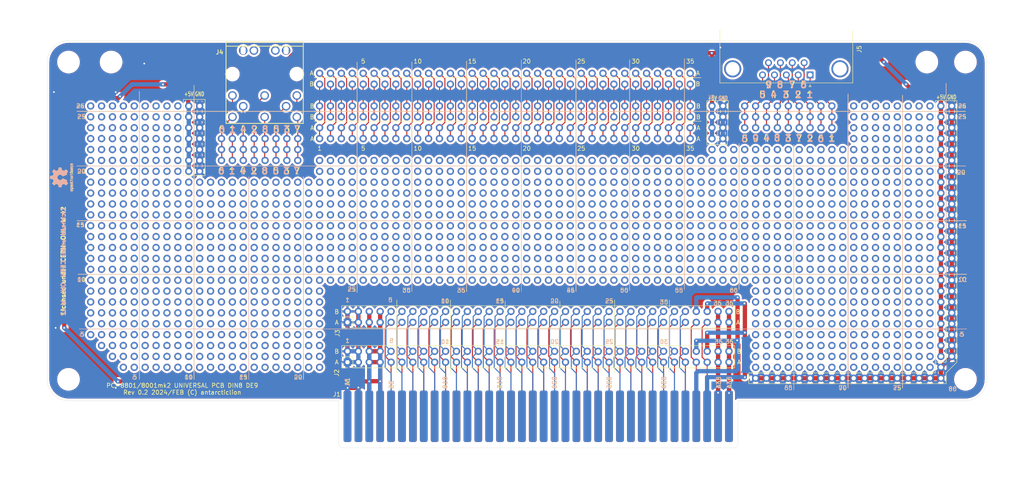
<source format=kicad_pcb>
(kicad_pcb (version 20171130) (host pcbnew "(5.1.6)-1")
  (layers (0 F.Cu signal) (31 B.Cu signal) (34 B.Paste user) (35 F.Paste user) (36 B.SilkS user) (37 F.SilkS user) (38 B.Mask user) (39 F.Mask user) (44 Edge.Cuts user))
  (net 0 "")
  (net 1 AB05)
  (net 2 AB08)
  (net 3 AB10)
  (net 4 AB11)
  (net 5 AB09)
  (net 6 AB07)
  (net 7 AB06)
  (net 8 AB13)
  (net 9 "#RAS1")
  (net 10 "#ROMKILL")
  (net 11 "#RFSH")
  (net 12 "#MUX")
  (net 13 "#WE")
  (net 14 "#M1")
  (net 15 "#RAS0")
  (net 16 "#RESET")
  (net 17 "#RD")
  (net 18 "#MREQ")
  (net 19 "#IORQ")
  (net 20 "#WR")
  (net 21 AB15)
  (net 22 AB14)
  (net 23 AB12)
  (net 24 MCLK)
  (net 25 V2)
  (net 26 V1)
  (net 27 "#SCLOCK")
  (net 28 "#INT2")
  (net 29 "#FDINT1")
  (net 30 "#DACK1")
  (net 31 DB0)
  (net 32 4CLK)
  (net 33 "#WAIT")
  (net 34 "#IOW")
  (net 35 DB2)
  (net 36 DB1)
  (net 37 DB5)
  (net 38 FDRDY)
  (net 39 "#DRQ1")
  (net 40 "#FDINT2")
  (net 41 DB3)
  (net 42 "#NMI")
  (net 43 "#MEMW")
  (net 44 "#DMATC")
  (net 45 "#MEMR")
  (net 46 POWER)
  (net 47 DB7)
  (net 48 DB6)
  (net 49 DB4)
  (net 50 -12V)
  (net 51 +12V)
  (net 52 GND)
  (net 53 +5V)
  (net 54 AB01)
  (net 55 NC1)
  (net 56 AB02)
  (net 57 NC2)
  (net 58 AB03)
  (net 59 "#MWAIT")
  (net 60 "#INT4")
  (net 61 AB04)
  (net 62 "#INT3")
  (net 63 "#IOR")
  (net 64 AB00)
  (module Symbol:OSHW-Logo2_7.3x6mm_SilkScreen (layer B.Cu) (at 3.5 31.9 270)
    (fp_text reference REF** hide)
    (fp_text value OSHW-Logo2_7.3x6mm_SilkScreen hide)
  )
  (module Symbol:OSHW-Logo2_7.3x6mm_SilkScreen (layer F.Cu) (at 3.5 31.9 90)
    (fp_text reference REF** hide)
    (fp_text value OSHW-Logo2_7.3x6mm_SilkScreen hide)
  )
  (module Connector_Dsub:DSUB-9_Male_Horizontal_P2.77x2.84mm_EdgePinOffset7.70mm_Housed_MountingHolesOffset9.12mm (layer F.Cu) (at 177.8 8 180)
    (fp_text reference J5 (at -11.45 6 90) (layer F.SilkS))
    (fp_text value DSUB-9_Male_Horizontal_P2.77x2.84mm_EdgePinOffset7.70mm_Housed_MountingHolesOffset9.12mm)
    (pad 0 thru_hole circle (at 18.04 1.42 180) (size 4 4) (drill 3.2) (layers *.Cu *.Mask))
    (pad 0 thru_hole circle (at -6.96 1.42 180) (size 4 4) (drill 3.2) (layers *.Cu *.Mask))
    (pad 9 thru_hole circle (at 9.695 2.84 180) (size 1.6 1.6) (drill 1) (layers *.Cu *.Mask))
    (pad 8 thru_hole circle (at 6.925 2.84 180) (size 1.6 1.6) (drill 1) (layers *.Cu *.Mask))
    (pad 7 thru_hole circle (at 4.155 2.84 180) (size 1.6 1.6) (drill 1) (layers *.Cu *.Mask))
    (pad 6 thru_hole circle (at 1.385 2.84 180) (size 1.6 1.6) (drill 1) (layers *.Cu *.Mask))
    (pad 5 thru_hole circle (at 11.08 0 180) (size 1.6 1.6) (drill 1) (layers *.Cu *.Mask))
    (pad 4 thru_hole circle (at 8.31 0 180) (size 1.6 1.6) (drill 1) (layers *.Cu *.Mask))
    (pad 3 thru_hole circle (at 5.54 0 180) (size 1.6 1.6) (drill 1) (layers *.Cu *.Mask))
    (pad 2 thru_hole circle (at 2.77 0 180) (size 1.6 1.6) (drill 1) (layers *.Cu *.Mask))
    (pad 1 thru_hole rect (at 0 0 180) (size 1.6 1.6) (drill 1) (layers *.Cu *.Mask))
  )
  (module ryuk_lib:Pin_2.54 (layer F.Cu) (at 12.7 15.24)
    (fp_text reference PIN**)
    (fp_text value Pin_2.54)
    (pad 1 thru_hole circle (at 0 0) (size 1.7 1.7) (drill 1) (layers *.Cu *.Mask))
  )
  (module ryuk_lib:Pin_2.54 (layer F.Cu) (at 10.16 15.24)
    (fp_text reference PIN**)
    (fp_text value Pin_2.54)
    (pad 1 thru_hole circle (at 0 0) (size 1.7 1.7) (drill 1) (layers *.Cu *.Mask))
  )
  (module ryuk_lib:Pin_2.54 (layer F.Cu) (at 15.24 15.24)
    (fp_text reference PIN**)
    (fp_text value Pin_2.54)
    (pad 1 thru_hole circle (at 0 0) (size 1.7 1.7) (drill 1) (layers *.Cu *.Mask))
  )
  (module ryuk_lib:Pin_2.54 (layer F.Cu) (at 17.78 15.24)
    (fp_text reference PIN**)
    (fp_text value Pin_2.54)
    (pad 1 thru_hole circle (at 0 0) (size 1.7 1.7) (drill 1) (layers *.Cu *.Mask))
  )
  (module ryuk_lib:Pin_2.54 (layer F.Cu) (at 20.32 15.24)
    (fp_text reference PIN**)
    (fp_text value Pin_2.54)
    (pad 1 thru_hole circle (at 0 0) (size 1.7 1.7) (drill 1) (layers *.Cu *.Mask))
  )
  (module ryuk_lib:Pin_2.54 (layer F.Cu) (at 205.74 15.24)
    (fp_text reference PIN**)
    (fp_text value Pin_2.54)
    (pad 1 thru_hole circle (at 0 0) (size 1.7 1.7) (drill 1) (layers *.Cu *.Mask))
  )
  (module ryuk_lib:Pin_2.54 (layer F.Cu) (at 200.66 15.24)
    (fp_text reference PIN**)
    (fp_text value Pin_2.54)
    (pad 1 thru_hole circle (at 0 0) (size 1.7 1.7) (drill 1) (layers *.Cu *.Mask))
  )
  (module ryuk_lib:Pin_2.54 (layer F.Cu) (at 203.2 15.24)
    (fp_text reference PIN**)
    (fp_text value Pin_2.54)
    (pad 1 thru_hole circle (at 0 0) (size 1.7 1.7) (drill 1) (layers *.Cu *.Mask))
  )
  (module ryuk_lib:Pin_2.54 (layer F.Cu) (at 210.82 15.24)
    (fp_text reference PIN**)
    (fp_text value Pin_2.54)
    (pad 1 thru_hole circle (at 0 0) (size 1.7 1.7) (drill 1) (layers *.Cu *.Mask) (net 52 GND))
  )
  (module ryuk_lib:Pin_2.54 (layer F.Cu) (at 208.28 15.24)
    (fp_text reference PIN**)
    (fp_text value Pin_2.54)
    (pad 1 thru_hole circle (at 0 0) (size 1.7 1.7) (drill 1) (layers *.Cu *.Mask) (net 53 +5V))
  )
  (module ryuk_lib:Pin_2.54 (layer F.Cu) (at 208.28 78.74)
    (fp_text reference PIN**)
    (fp_text value Pin_2.54)
    (pad 1 thru_hole circle (at 0 0) (size 1.7 1.7) (drill 1) (layers *.Cu *.Mask) (net 52 GND))
  )
  (module ryuk_lib:Pin_2.54 (layer F.Cu) (at 208.28 76.2)
    (fp_text reference PIN**)
    (fp_text value Pin_2.54)
    (pad 1 thru_hole circle (at 0 0) (size 1.7 1.7) (drill 1) (layers *.Cu *.Mask) (net 52 GND))
  )
  (module ryuk_lib:Pin_2.54 (layer F.Cu) (at 210.82 58.42)
    (fp_text reference PIN**)
    (fp_text value Pin_2.54)
    (pad 1 thru_hole circle (at 0 0) (size 1.7 1.7) (drill 1) (layers *.Cu *.Mask) (net 52 GND))
  )
  (module ryuk_lib:Pin_2.54 (layer F.Cu) (at 210.82 68.58)
    (fp_text reference PIN**)
    (fp_text value Pin_2.54)
    (pad 1 thru_hole circle (at 0 0) (size 1.7 1.7) (drill 1) (layers *.Cu *.Mask) (net 52 GND))
  )
  (module ryuk_lib:Pin_2.54 (layer F.Cu) (at 208.28 58.42)
    (fp_text reference PIN**)
    (fp_text value Pin_2.54)
    (pad 1 thru_hole circle (at 0 0) (size 1.7 1.7) (drill 1) (layers *.Cu *.Mask) (net 53 +5V))
  )
  (module ryuk_lib:Pin_2.54 (layer F.Cu) (at 210.82 73.66)
    (fp_text reference PIN**)
    (fp_text value Pin_2.54)
    (pad 1 thru_hole circle (at 0 0) (size 1.7 1.7) (drill 1) (layers *.Cu *.Mask) (net 52 GND))
  )
  (module ryuk_lib:Pin_2.54 (layer F.Cu) (at 210.82 63.5)
    (fp_text reference PIN**)
    (fp_text value Pin_2.54)
    (pad 1 thru_hole circle (at 0 0) (size 1.7 1.7) (drill 1) (layers *.Cu *.Mask) (net 52 GND))
  )
  (module ryuk_lib:Pin_2.54 (layer F.Cu) (at 208.28 73.66)
    (fp_text reference PIN**)
    (fp_text value Pin_2.54)
    (pad 1 thru_hole circle (at 0 0) (size 1.7 1.7) (drill 1) (layers *.Cu *.Mask) (net 53 +5V))
  )
  (module ryuk_lib:Pin_2.54 (layer F.Cu) (at 210.82 66.04)
    (fp_text reference PIN**)
    (fp_text value Pin_2.54)
    (pad 1 thru_hole circle (at 0 0) (size 1.7 1.7) (drill 1) (layers *.Cu *.Mask) (net 52 GND))
  )
  (module ryuk_lib:Pin_2.54 (layer F.Cu) (at 208.28 71.12)
    (fp_text reference PIN**)
    (fp_text value Pin_2.54)
    (pad 1 thru_hole circle (at 0 0) (size 1.7 1.7) (drill 1) (layers *.Cu *.Mask) (net 53 +5V))
  )
  (module ryuk_lib:Pin_2.54 (layer F.Cu) (at 208.28 60.96)
    (fp_text reference PIN**)
    (fp_text value Pin_2.54)
    (pad 1 thru_hole circle (at 0 0) (size 1.7 1.7) (drill 1) (layers *.Cu *.Mask) (net 53 +5V))
  )
  (module ryuk_lib:Pin_2.54 (layer F.Cu) (at 210.82 60.96)
    (fp_text reference PIN**)
    (fp_text value Pin_2.54)
    (pad 1 thru_hole circle (at 0 0) (size 1.7 1.7) (drill 1) (layers *.Cu *.Mask) (net 52 GND))
  )
  (module ryuk_lib:Pin_2.54 (layer F.Cu) (at 208.28 63.5)
    (fp_text reference PIN**)
    (fp_text value Pin_2.54)
    (pad 1 thru_hole circle (at 0 0) (size 1.7 1.7) (drill 1) (layers *.Cu *.Mask) (net 53 +5V))
  )
  (module ryuk_lib:Pin_2.54 (layer F.Cu) (at 208.28 68.58)
    (fp_text reference PIN**)
    (fp_text value Pin_2.54)
    (pad 1 thru_hole circle (at 0 0) (size 1.7 1.7) (drill 1) (layers *.Cu *.Mask) (net 53 +5V))
  )
  (module ryuk_lib:Pin_2.54 (layer F.Cu) (at 210.82 71.12)
    (fp_text reference PIN**)
    (fp_text value Pin_2.54)
    (pad 1 thru_hole circle (at 0 0) (size 1.7 1.7) (drill 1) (layers *.Cu *.Mask) (net 52 GND))
  )
  (module ryuk_lib:Pin_2.54 (layer F.Cu) (at 208.28 66.04)
    (fp_text reference PIN**)
    (fp_text value Pin_2.54)
    (pad 1 thru_hole circle (at 0 0) (size 1.7 1.7) (drill 1) (layers *.Cu *.Mask) (net 53 +5V))
  )
  (module ryuk_lib:Pin_2.54 (layer F.Cu) (at 205.74 76.2)
    (fp_text reference PIN**)
    (fp_text value Pin_2.54)
    (pad 1 thru_hole circle (at 0 0) (size 1.7 1.7) (drill 1) (layers *.Cu *.Mask))
  )
  (module ryuk_lib:Pin_2.54 (layer F.Cu) (at 205.74 58.42)
    (fp_text reference PIN**)
    (fp_text value Pin_2.54)
    (pad 1 thru_hole circle (at 0 0) (size 1.7 1.7) (drill 1) (layers *.Cu *.Mask))
  )
  (module ryuk_lib:Pin_2.54 (layer F.Cu) (at 205.74 73.66)
    (fp_text reference PIN**)
    (fp_text value Pin_2.54)
    (pad 1 thru_hole circle (at 0 0) (size 1.7 1.7) (drill 1) (layers *.Cu *.Mask))
  )
  (module ryuk_lib:Pin_2.54 (layer F.Cu) (at 205.74 71.12)
    (fp_text reference PIN**)
    (fp_text value Pin_2.54)
    (pad 1 thru_hole circle (at 0 0) (size 1.7 1.7) (drill 1) (layers *.Cu *.Mask))
  )
  (module ryuk_lib:Pin_2.54 (layer F.Cu) (at 205.74 60.96)
    (fp_text reference PIN**)
    (fp_text value Pin_2.54)
    (pad 1 thru_hole circle (at 0 0) (size 1.7 1.7) (drill 1) (layers *.Cu *.Mask))
  )
  (module ryuk_lib:Pin_2.54 (layer F.Cu) (at 205.74 63.5)
    (fp_text reference PIN**)
    (fp_text value Pin_2.54)
    (pad 1 thru_hole circle (at 0 0) (size 1.7 1.7) (drill 1) (layers *.Cu *.Mask))
  )
  (module ryuk_lib:Pin_2.54 (layer F.Cu) (at 205.74 68.58)
    (fp_text reference PIN**)
    (fp_text value Pin_2.54)
    (pad 1 thru_hole circle (at 0 0) (size 1.7 1.7) (drill 1) (layers *.Cu *.Mask))
  )
  (module ryuk_lib:Pin_2.54 (layer F.Cu) (at 205.74 78.74)
    (fp_text reference PIN**)
    (fp_text value Pin_2.54)
    (pad 1 thru_hole circle (at 0 0) (size 1.7 1.7) (drill 1) (layers *.Cu *.Mask) (net 52 GND))
  )
  (module ryuk_lib:Pin_2.54 (layer F.Cu) (at 205.74 66.04)
    (fp_text reference PIN**)
    (fp_text value Pin_2.54)
    (pad 1 thru_hole circle (at 0 0) (size 1.7 1.7) (drill 1) (layers *.Cu *.Mask))
  )
  (module ryuk_lib:Pin_2.54 (layer F.Cu) (at 203.2 76.2)
    (fp_text reference PIN**)
    (fp_text value Pin_2.54)
    (pad 1 thru_hole circle (at 0 0) (size 1.7 1.7) (drill 1) (layers *.Cu *.Mask))
  )
  (module ryuk_lib:Pin_2.54 (layer F.Cu) (at 203.2 78.74)
    (fp_text reference PIN**)
    (fp_text value Pin_2.54)
    (pad 1 thru_hole circle (at 0 0) (size 1.7 1.7) (drill 1) (layers *.Cu *.Mask) (net 52 GND))
  )
  (module ryuk_lib:Pin_2.54 (layer F.Cu) (at 203.2 73.66)
    (fp_text reference PIN**)
    (fp_text value Pin_2.54)
    (pad 1 thru_hole circle (at 0 0) (size 1.7 1.7) (drill 1) (layers *.Cu *.Mask))
  )
  (module ryuk_lib:Pin_2.54 (layer F.Cu) (at 203.2 63.5)
    (fp_text reference PIN**)
    (fp_text value Pin_2.54)
    (pad 1 thru_hole circle (at 0 0) (size 1.7 1.7) (drill 1) (layers *.Cu *.Mask))
  )
  (module ryuk_lib:Pin_2.54 (layer F.Cu) (at 203.2 66.04)
    (fp_text reference PIN**)
    (fp_text value Pin_2.54)
    (pad 1 thru_hole circle (at 0 0) (size 1.7 1.7) (drill 1) (layers *.Cu *.Mask))
  )
  (module ryuk_lib:Pin_2.54 (layer F.Cu) (at 203.2 71.12)
    (fp_text reference PIN**)
    (fp_text value Pin_2.54)
    (pad 1 thru_hole circle (at 0 0) (size 1.7 1.7) (drill 1) (layers *.Cu *.Mask))
  )
  (module ryuk_lib:Pin_2.54 (layer F.Cu) (at 203.2 58.42)
    (fp_text reference PIN**)
    (fp_text value Pin_2.54)
    (pad 1 thru_hole circle (at 0 0) (size 1.7 1.7) (drill 1) (layers *.Cu *.Mask))
  )
  (module ryuk_lib:Pin_2.54 (layer F.Cu) (at 203.2 68.58)
    (fp_text reference PIN**)
    (fp_text value Pin_2.54)
    (pad 1 thru_hole circle (at 0 0) (size 1.7 1.7) (drill 1) (layers *.Cu *.Mask))
  )
  (module ryuk_lib:Pin_2.54 (layer F.Cu) (at 203.2 60.96)
    (fp_text reference PIN**)
    (fp_text value Pin_2.54)
    (pad 1 thru_hole circle (at 0 0) (size 1.7 1.7) (drill 1) (layers *.Cu *.Mask))
  )
  (module ryuk_lib:Pin_2.54 (layer F.Cu) (at 200.66 76.2)
    (fp_text reference PIN**)
    (fp_text value Pin_2.54)
    (pad 1 thru_hole circle (at 0 0) (size 1.7 1.7) (drill 1) (layers *.Cu *.Mask))
  )
  (module ryuk_lib:Pin_2.54 (layer F.Cu) (at 200.66 78.74)
    (fp_text reference PIN**)
    (fp_text value Pin_2.54)
    (pad 1 thru_hole circle (at 0 0) (size 1.7 1.7) (drill 1) (layers *.Cu *.Mask) (net 52 GND))
  )
  (module ryuk_lib:Pin_2.54 (layer F.Cu) (at 200.66 73.66)
    (fp_text reference PIN**)
    (fp_text value Pin_2.54)
    (pad 1 thru_hole circle (at 0 0) (size 1.7 1.7) (drill 1) (layers *.Cu *.Mask))
  )
  (module ryuk_lib:Pin_2.54 (layer F.Cu) (at 200.66 63.5)
    (fp_text reference PIN**)
    (fp_text value Pin_2.54)
    (pad 1 thru_hole circle (at 0 0) (size 1.7 1.7) (drill 1) (layers *.Cu *.Mask))
  )
  (module ryuk_lib:Pin_2.54 (layer F.Cu) (at 200.66 66.04)
    (fp_text reference PIN**)
    (fp_text value Pin_2.54)
    (pad 1 thru_hole circle (at 0 0) (size 1.7 1.7) (drill 1) (layers *.Cu *.Mask))
  )
  (module ryuk_lib:Pin_2.54 (layer F.Cu) (at 200.66 68.58)
    (fp_text reference PIN**)
    (fp_text value Pin_2.54)
    (pad 1 thru_hole circle (at 0 0) (size 1.7 1.7) (drill 1) (layers *.Cu *.Mask))
  )
  (module ryuk_lib:Pin_2.54 (layer F.Cu) (at 200.66 71.12)
    (fp_text reference PIN**)
    (fp_text value Pin_2.54)
    (pad 1 thru_hole circle (at 0 0) (size 1.7 1.7) (drill 1) (layers *.Cu *.Mask))
  )
  (module ryuk_lib:Pin_2.54 (layer F.Cu) (at 200.66 60.96)
    (fp_text reference PIN**)
    (fp_text value Pin_2.54)
    (pad 1 thru_hole circle (at 0 0) (size 1.7 1.7) (drill 1) (layers *.Cu *.Mask))
  )
  (module ryuk_lib:Pin_2.54 (layer F.Cu) (at 200.66 58.42)
    (fp_text reference PIN**)
    (fp_text value Pin_2.54)
    (pad 1 thru_hole circle (at 0 0) (size 1.7 1.7) (drill 1) (layers *.Cu *.Mask))
  )
  (module ryuk_lib:Pin_2.54 (layer F.Cu) (at 165.1 78.74)
    (fp_text reference PIN**)
    (fp_text value Pin_2.54)
    (pad 1 thru_hole circle (at 0 0) (size 1.7 1.7) (drill 1) (layers *.Cu *.Mask) (net 52 GND))
  )
  (module ryuk_lib:Pin_2.54 (layer F.Cu) (at 175.26 78.74)
    (fp_text reference PIN**)
    (fp_text value Pin_2.54)
    (pad 1 thru_hole circle (at 0 0) (size 1.7 1.7) (drill 1) (layers *.Cu *.Mask) (net 52 GND))
  )
  (module ryuk_lib:Pin_2.54 (layer F.Cu) (at 177.8 78.74)
    (fp_text reference PIN**)
    (fp_text value Pin_2.54)
    (pad 1 thru_hole circle (at 0 0) (size 1.7 1.7) (drill 1) (layers *.Cu *.Mask) (net 52 GND))
  )
  (module ryuk_lib:Pin_2.54 (layer F.Cu) (at 182.88 78.74)
    (fp_text reference PIN**)
    (fp_text value Pin_2.54)
    (pad 1 thru_hole circle (at 0 0) (size 1.7 1.7) (drill 1) (layers *.Cu *.Mask) (net 52 GND))
  )
  (module ryuk_lib:Pin_2.54 (layer F.Cu) (at 167.64 78.74)
    (fp_text reference PIN**)
    (fp_text value Pin_2.54)
    (pad 1 thru_hole circle (at 0 0) (size 1.7 1.7) (drill 1) (layers *.Cu *.Mask) (net 52 GND))
  )
  (module ryuk_lib:Pin_2.54 (layer F.Cu) (at 172.72 78.74)
    (fp_text reference PIN**)
    (fp_text value Pin_2.54)
    (pad 1 thru_hole circle (at 0 0) (size 1.7 1.7) (drill 1) (layers *.Cu *.Mask) (net 52 GND))
  )
  (module ryuk_lib:Pin_2.54 (layer F.Cu) (at 187.96 78.74)
    (fp_text reference PIN**)
    (fp_text value Pin_2.54)
    (pad 1 thru_hole circle (at 0 0) (size 1.7 1.7) (drill 1) (layers *.Cu *.Mask) (net 52 GND))
  )
  (module ryuk_lib:Pin_2.54 (layer F.Cu) (at 195.58 78.74)
    (fp_text reference PIN**)
    (fp_text value Pin_2.54)
    (pad 1 thru_hole circle (at 0 0) (size 1.7 1.7) (drill 1) (layers *.Cu *.Mask) (net 52 GND))
  )
  (module ryuk_lib:Pin_2.54 (layer F.Cu) (at 180.34 78.74)
    (fp_text reference PIN**)
    (fp_text value Pin_2.54)
    (pad 1 thru_hole circle (at 0 0) (size 1.7 1.7) (drill 1) (layers *.Cu *.Mask) (net 52 GND))
  )
  (module ryuk_lib:Pin_2.54 (layer F.Cu) (at 190.5 78.74)
    (fp_text reference PIN**)
    (fp_text value Pin_2.54)
    (pad 1 thru_hole circle (at 0 0) (size 1.7 1.7) (drill 1) (layers *.Cu *.Mask) (net 52 GND))
  )
  (module ryuk_lib:Pin_2.54 (layer F.Cu) (at 185.42 78.74)
    (fp_text reference PIN**)
    (fp_text value Pin_2.54)
    (pad 1 thru_hole circle (at 0 0) (size 1.7 1.7) (drill 1) (layers *.Cu *.Mask) (net 52 GND))
  )
  (module ryuk_lib:Pin_2.54 (layer F.Cu) (at 198.12 78.74)
    (fp_text reference PIN**)
    (fp_text value Pin_2.54)
    (pad 1 thru_hole circle (at 0 0) (size 1.7 1.7) (drill 1) (layers *.Cu *.Mask) (net 52 GND))
  )
  (module ryuk_lib:Pin_2.54 (layer F.Cu) (at 170.18 78.74)
    (fp_text reference PIN**)
    (fp_text value Pin_2.54)
    (pad 1 thru_hole circle (at 0 0) (size 1.7 1.7) (drill 1) (layers *.Cu *.Mask) (net 52 GND))
  )
  (module ryuk_lib:Pin_2.54 (layer F.Cu) (at 165.1 76.2)
    (fp_text reference PIN**)
    (fp_text value Pin_2.54)
    (pad 1 thru_hole circle (at 0 0) (size 1.7 1.7) (drill 1) (layers *.Cu *.Mask))
  )
  (module ryuk_lib:Pin_2.54 (layer F.Cu) (at 193.04 78.74)
    (fp_text reference PIN**)
    (fp_text value Pin_2.54)
    (pad 1 thru_hole circle (at 0 0) (size 1.7 1.7) (drill 1) (layers *.Cu *.Mask) (net 52 GND))
  )
  (module ryuk_lib:Pin_2.54 (layer F.Cu) (at 175.26 76.2)
    (fp_text reference PIN**)
    (fp_text value Pin_2.54)
    (pad 1 thru_hole circle (at 0 0) (size 1.7 1.7) (drill 1) (layers *.Cu *.Mask))
  )
  (module ryuk_lib:Pin_2.54 (layer F.Cu) (at 177.8 76.2)
    (fp_text reference PIN**)
    (fp_text value Pin_2.54)
    (pad 1 thru_hole circle (at 0 0) (size 1.7 1.7) (drill 1) (layers *.Cu *.Mask))
  )
  (module ryuk_lib:Pin_2.54 (layer F.Cu) (at 182.88 76.2)
    (fp_text reference PIN**)
    (fp_text value Pin_2.54)
    (pad 1 thru_hole circle (at 0 0) (size 1.7 1.7) (drill 1) (layers *.Cu *.Mask))
  )
  (module ryuk_lib:Pin_2.54 (layer F.Cu) (at 193.04 76.2)
    (fp_text reference PIN**)
    (fp_text value Pin_2.54)
    (pad 1 thru_hole circle (at 0 0) (size 1.7 1.7) (drill 1) (layers *.Cu *.Mask))
  )
  (module ryuk_lib:Pin_2.54 (layer F.Cu) (at 172.72 76.2)
    (fp_text reference PIN**)
    (fp_text value Pin_2.54)
    (pad 1 thru_hole circle (at 0 0) (size 1.7 1.7) (drill 1) (layers *.Cu *.Mask))
  )
  (module ryuk_lib:Pin_2.54 (layer F.Cu) (at 187.96 76.2)
    (fp_text reference PIN**)
    (fp_text value Pin_2.54)
    (pad 1 thru_hole circle (at 0 0) (size 1.7 1.7) (drill 1) (layers *.Cu *.Mask))
  )
  (module ryuk_lib:Pin_2.54 (layer F.Cu) (at 180.34 76.2)
    (fp_text reference PIN**)
    (fp_text value Pin_2.54)
    (pad 1 thru_hole circle (at 0 0) (size 1.7 1.7) (drill 1) (layers *.Cu *.Mask))
  )
  (module ryuk_lib:Pin_2.54 (layer F.Cu) (at 190.5 76.2)
    (fp_text reference PIN**)
    (fp_text value Pin_2.54)
    (pad 1 thru_hole circle (at 0 0) (size 1.7 1.7) (drill 1) (layers *.Cu *.Mask))
  )
  (module ryuk_lib:Pin_2.54 (layer F.Cu) (at 185.42 76.2)
    (fp_text reference PIN**)
    (fp_text value Pin_2.54)
    (pad 1 thru_hole circle (at 0 0) (size 1.7 1.7) (drill 1) (layers *.Cu *.Mask))
  )
  (module ryuk_lib:Pin_2.54 (layer F.Cu) (at 195.58 76.2)
    (fp_text reference PIN**)
    (fp_text value Pin_2.54)
    (pad 1 thru_hole circle (at 0 0) (size 1.7 1.7) (drill 1) (layers *.Cu *.Mask))
  )
  (module ryuk_lib:Pin_2.54 (layer F.Cu) (at 198.12 76.2)
    (fp_text reference PIN**)
    (fp_text value Pin_2.54)
    (pad 1 thru_hole circle (at 0 0) (size 1.7 1.7) (drill 1) (layers *.Cu *.Mask))
  )
  (module ryuk_lib:Pin_2.54 (layer F.Cu) (at 167.64 76.2)
    (fp_text reference PIN**)
    (fp_text value Pin_2.54)
    (pad 1 thru_hole circle (at 0 0) (size 1.7 1.7) (drill 1) (layers *.Cu *.Mask))
  )
  (module ryuk_lib:Pin_2.54 (layer F.Cu) (at 170.18 76.2)
    (fp_text reference PIN**)
    (fp_text value Pin_2.54)
    (pad 1 thru_hole circle (at 0 0) (size 1.7 1.7) (drill 1) (layers *.Cu *.Mask))
  )
  (module ryuk_lib:Pin_2.54 (layer F.Cu) (at 165.1 73.66)
    (fp_text reference PIN**)
    (fp_text value Pin_2.54)
    (pad 1 thru_hole circle (at 0 0) (size 1.7 1.7) (drill 1) (layers *.Cu *.Mask))
  )
  (module ryuk_lib:Pin_2.54 (layer F.Cu) (at 175.26 73.66)
    (fp_text reference PIN**)
    (fp_text value Pin_2.54)
    (pad 1 thru_hole circle (at 0 0) (size 1.7 1.7) (drill 1) (layers *.Cu *.Mask))
  )
  (module ryuk_lib:Pin_2.54 (layer F.Cu) (at 177.8 73.66)
    (fp_text reference PIN**)
    (fp_text value Pin_2.54)
    (pad 1 thru_hole circle (at 0 0) (size 1.7 1.7) (drill 1) (layers *.Cu *.Mask))
  )
  (module ryuk_lib:Pin_2.54 (layer F.Cu) (at 182.88 73.66)
    (fp_text reference PIN**)
    (fp_text value Pin_2.54)
    (pad 1 thru_hole circle (at 0 0) (size 1.7 1.7) (drill 1) (layers *.Cu *.Mask))
  )
  (module ryuk_lib:Pin_2.54 (layer F.Cu) (at 193.04 73.66)
    (fp_text reference PIN**)
    (fp_text value Pin_2.54)
    (pad 1 thru_hole circle (at 0 0) (size 1.7 1.7) (drill 1) (layers *.Cu *.Mask))
  )
  (module ryuk_lib:Pin_2.54 (layer F.Cu) (at 172.72 73.66)
    (fp_text reference PIN**)
    (fp_text value Pin_2.54)
    (pad 1 thru_hole circle (at 0 0) (size 1.7 1.7) (drill 1) (layers *.Cu *.Mask))
  )
  (module ryuk_lib:Pin_2.54 (layer F.Cu) (at 187.96 73.66)
    (fp_text reference PIN**)
    (fp_text value Pin_2.54)
    (pad 1 thru_hole circle (at 0 0) (size 1.7 1.7) (drill 1) (layers *.Cu *.Mask))
  )
  (module ryuk_lib:Pin_2.54 (layer F.Cu) (at 180.34 73.66)
    (fp_text reference PIN**)
    (fp_text value Pin_2.54)
    (pad 1 thru_hole circle (at 0 0) (size 1.7 1.7) (drill 1) (layers *.Cu *.Mask))
  )
  (module ryuk_lib:Pin_2.54 (layer F.Cu) (at 190.5 73.66)
    (fp_text reference PIN**)
    (fp_text value Pin_2.54)
    (pad 1 thru_hole circle (at 0 0) (size 1.7 1.7) (drill 1) (layers *.Cu *.Mask))
  )
  (module ryuk_lib:Pin_2.54 (layer F.Cu) (at 185.42 73.66)
    (fp_text reference PIN**)
    (fp_text value Pin_2.54)
    (pad 1 thru_hole circle (at 0 0) (size 1.7 1.7) (drill 1) (layers *.Cu *.Mask))
  )
  (module ryuk_lib:Pin_2.54 (layer F.Cu) (at 195.58 73.66)
    (fp_text reference PIN**)
    (fp_text value Pin_2.54)
    (pad 1 thru_hole circle (at 0 0) (size 1.7 1.7) (drill 1) (layers *.Cu *.Mask))
  )
  (module ryuk_lib:Pin_2.54 (layer F.Cu) (at 198.12 73.66)
    (fp_text reference PIN**)
    (fp_text value Pin_2.54)
    (pad 1 thru_hole circle (at 0 0) (size 1.7 1.7) (drill 1) (layers *.Cu *.Mask))
  )
  (module ryuk_lib:Pin_2.54 (layer F.Cu) (at 167.64 73.66)
    (fp_text reference PIN**)
    (fp_text value Pin_2.54)
    (pad 1 thru_hole circle (at 0 0) (size 1.7 1.7) (drill 1) (layers *.Cu *.Mask))
  )
  (module ryuk_lib:Pin_2.54 (layer F.Cu) (at 170.18 73.66)
    (fp_text reference PIN**)
    (fp_text value Pin_2.54)
    (pad 1 thru_hole circle (at 0 0) (size 1.7 1.7) (drill 1) (layers *.Cu *.Mask))
  )
  (module ryuk_lib:Pin_2.54 (layer F.Cu) (at 165.1 68.58)
    (fp_text reference PIN**)
    (fp_text value Pin_2.54)
    (pad 1 thru_hole circle (at 0 0) (size 1.7 1.7) (drill 1) (layers *.Cu *.Mask))
  )
  (module ryuk_lib:Pin_2.54 (layer F.Cu) (at 165.1 63.5)
    (fp_text reference PIN**)
    (fp_text value Pin_2.54)
    (pad 1 thru_hole circle (at 0 0) (size 1.7 1.7) (drill 1) (layers *.Cu *.Mask))
  )
  (module ryuk_lib:Pin_2.54 (layer F.Cu) (at 165.1 71.12)
    (fp_text reference PIN**)
    (fp_text value Pin_2.54)
    (pad 1 thru_hole circle (at 0 0) (size 1.7 1.7) (drill 1) (layers *.Cu *.Mask))
  )
  (module ryuk_lib:Pin_2.54 (layer F.Cu) (at 165.1 66.04)
    (fp_text reference PIN**)
    (fp_text value Pin_2.54)
    (pad 1 thru_hole circle (at 0 0) (size 1.7 1.7) (drill 1) (layers *.Cu *.Mask))
  )
  (module ryuk_lib:Pin_2.54 (layer F.Cu) (at 96.52 7.62)
    (fp_text reference PIN**)
    (fp_text value Pin_2.54)
    (pad 1 thru_hole circle (at 0 0) (size 1.7 1.7) (drill 1) (layers *.Cu *.Mask))
  )
  (module ryuk_lib:Pin_2.54 (layer F.Cu) (at 101.6 7.62)
    (fp_text reference PIN**)
    (fp_text value Pin_2.54)
    (pad 1 thru_hole circle (at 0 0) (size 1.7 1.7) (drill 1) (layers *.Cu *.Mask))
  )
  (module ryuk_lib:Pin_2.54 (layer F.Cu) (at 111.76 7.62)
    (fp_text reference PIN**)
    (fp_text value Pin_2.54)
    (pad 1 thru_hole circle (at 0 0) (size 1.7 1.7) (drill 1) (layers *.Cu *.Mask))
  )
  (module ryuk_lib:Pin_2.54 (layer F.Cu) (at 104.14 7.62)
    (fp_text reference PIN**)
    (fp_text value Pin_2.54)
    (pad 1 thru_hole circle (at 0 0) (size 1.7 1.7) (drill 1) (layers *.Cu *.Mask))
  )
  (module ryuk_lib:Pin_2.54 (layer F.Cu) (at 106.68 7.62)
    (fp_text reference PIN**)
    (fp_text value Pin_2.54)
    (pad 1 thru_hole circle (at 0 0) (size 1.7 1.7) (drill 1) (layers *.Cu *.Mask))
  )
  (module ryuk_lib:Pin_2.54 (layer F.Cu) (at 93.98 7.62)
    (fp_text reference PIN**)
    (fp_text value Pin_2.54)
    (pad 1 thru_hole circle (at 0 0) (size 1.7 1.7) (drill 1) (layers *.Cu *.Mask))
  )
  (module ryuk_lib:Pin_2.54 (layer F.Cu) (at 109.22 7.62)
    (fp_text reference PIN**)
    (fp_text value Pin_2.54)
    (pad 1 thru_hole circle (at 0 0) (size 1.7 1.7) (drill 1) (layers *.Cu *.Mask))
  )
  (module ryuk_lib:Pin_2.54 (layer F.Cu) (at 99.06 7.62)
    (fp_text reference PIN**)
    (fp_text value Pin_2.54)
    (pad 1 thru_hole circle (at 0 0) (size 1.7 1.7) (drill 1) (layers *.Cu *.Mask))
  )
  (module ryuk_lib:Pin_2.54 (layer F.Cu) (at 116.84 7.62)
    (fp_text reference PIN**)
    (fp_text value Pin_2.54)
    (pad 1 thru_hole circle (at 0 0) (size 1.7 1.7) (drill 1) (layers *.Cu *.Mask))
  )
  (module ryuk_lib:Pin_2.54 (layer F.Cu) (at 127 7.62)
    (fp_text reference PIN**)
    (fp_text value Pin_2.54)
    (pad 1 thru_hole circle (at 0 0) (size 1.7 1.7) (drill 1) (layers *.Cu *.Mask))
  )
  (module ryuk_lib:Pin_2.54 (layer F.Cu) (at 114.3 7.62)
    (fp_text reference PIN**)
    (fp_text value Pin_2.54)
    (pad 1 thru_hole circle (at 0 0) (size 1.7 1.7) (drill 1) (layers *.Cu *.Mask))
  )
  (module ryuk_lib:Pin_2.54 (layer F.Cu) (at 119.38 7.62)
    (fp_text reference PIN**)
    (fp_text value Pin_2.54)
    (pad 1 thru_hole circle (at 0 0) (size 1.7 1.7) (drill 1) (layers *.Cu *.Mask))
  )
  (module ryuk_lib:Pin_2.54 (layer F.Cu) (at 121.92 7.62)
    (fp_text reference PIN**)
    (fp_text value Pin_2.54)
    (pad 1 thru_hole circle (at 0 0) (size 1.7 1.7) (drill 1) (layers *.Cu *.Mask))
  )
  (module ryuk_lib:Pin_2.54 (layer F.Cu) (at 124.46 7.62)
    (fp_text reference PIN**)
    (fp_text value Pin_2.54)
    (pad 1 thru_hole circle (at 0 0) (size 1.7 1.7) (drill 1) (layers *.Cu *.Mask))
  )
  (module ryuk_lib:Pin_2.54 (layer F.Cu) (at 68.58 7.62)
    (fp_text reference PIN**)
    (fp_text value Pin_2.54)
    (pad 1 thru_hole circle (at 0 0) (size 1.7 1.7) (drill 1) (layers *.Cu *.Mask))
  )
  (module ryuk_lib:Pin_2.54 (layer F.Cu) (at 71.12 7.62)
    (fp_text reference PIN**)
    (fp_text value Pin_2.54)
    (pad 1 thru_hole circle (at 0 0) (size 1.7 1.7) (drill 1) (layers *.Cu *.Mask))
  )
  (module ryuk_lib:Pin_2.54 (layer F.Cu) (at 66.04 7.62)
    (fp_text reference PIN**)
    (fp_text value Pin_2.54)
    (pad 1 thru_hole circle (at 0 0) (size 1.7 1.7) (drill 1) (layers *.Cu *.Mask))
  )
  (module ryuk_lib:Pin_2.54 (layer F.Cu) (at 63.5 7.62)
    (fp_text reference PIN**)
    (fp_text value Pin_2.54)
    (pad 1 thru_hole circle (at 0 0) (size 1.7 1.7) (drill 1) (layers *.Cu *.Mask))
  )
  (module ryuk_lib:Pin_2.54 (layer F.Cu) (at 76.2 7.62)
    (fp_text reference PIN**)
    (fp_text value Pin_2.54)
    (pad 1 thru_hole circle (at 0 0) (size 1.7 1.7) (drill 1) (layers *.Cu *.Mask))
  )
  (module ryuk_lib:Pin_2.54 (layer F.Cu) (at 86.36 7.62)
    (fp_text reference PIN**)
    (fp_text value Pin_2.54)
    (pad 1 thru_hole circle (at 0 0) (size 1.7 1.7) (drill 1) (layers *.Cu *.Mask))
  )
  (module ryuk_lib:Pin_2.54 (layer F.Cu) (at 73.66 7.62)
    (fp_text reference PIN**)
    (fp_text value Pin_2.54)
    (pad 1 thru_hole circle (at 0 0) (size 1.7 1.7) (drill 1) (layers *.Cu *.Mask))
  )
  (module ryuk_lib:Pin_2.54 (layer F.Cu) (at 78.74 7.62)
    (fp_text reference PIN**)
    (fp_text value Pin_2.54)
    (pad 1 thru_hole circle (at 0 0) (size 1.7 1.7) (drill 1) (layers *.Cu *.Mask))
  )
  (module ryuk_lib:Pin_2.54 (layer F.Cu) (at 144.78 7.62)
    (fp_text reference PIN**)
    (fp_text value Pin_2.54)
    (pad 1 thru_hole circle (at 0 0) (size 1.7 1.7) (drill 1) (layers *.Cu *.Mask))
  )
  (module ryuk_lib:Pin_2.54 (layer F.Cu) (at 81.28 7.62)
    (fp_text reference PIN**)
    (fp_text value Pin_2.54)
    (pad 1 thru_hole circle (at 0 0) (size 1.7 1.7) (drill 1) (layers *.Cu *.Mask))
  )
  (module ryuk_lib:Pin_2.54 (layer F.Cu) (at 83.82 7.62)
    (fp_text reference PIN**)
    (fp_text value Pin_2.54)
    (pad 1 thru_hole circle (at 0 0) (size 1.7 1.7) (drill 1) (layers *.Cu *.Mask))
  )
  (module ryuk_lib:Pin_2.54 (layer F.Cu) (at 88.9 7.62)
    (fp_text reference PIN**)
    (fp_text value Pin_2.54)
    (pad 1 thru_hole circle (at 0 0) (size 1.7 1.7) (drill 1) (layers *.Cu *.Mask))
  )
  (module ryuk_lib:Pin_2.54 (layer F.Cu) (at 91.44 7.62)
    (fp_text reference PIN**)
    (fp_text value Pin_2.54)
    (pad 1 thru_hole circle (at 0 0) (size 1.7 1.7) (drill 1) (layers *.Cu *.Mask))
  )
  (module ryuk_lib:Pin_2.54 (layer F.Cu) (at 68.58 10.16)
    (fp_text reference PIN**)
    (fp_text value Pin_2.54)
    (pad 1 thru_hole circle (at 0 0) (size 1.7 1.7) (drill 1) (layers *.Cu *.Mask))
  )
  (module ryuk_lib:Pin_2.54 (layer F.Cu) (at 63.5 10.16)
    (fp_text reference PIN**)
    (fp_text value Pin_2.54)
    (pad 1 thru_hole circle (at 0 0) (size 1.7 1.7) (drill 1) (layers *.Cu *.Mask))
  )
  (module ryuk_lib:Pin_2.54 (layer F.Cu) (at 66.04 10.16)
    (fp_text reference PIN**)
    (fp_text value Pin_2.54)
    (pad 1 thru_hole circle (at 0 0) (size 1.7 1.7) (drill 1) (layers *.Cu *.Mask))
  )
  (module ryuk_lib:Pin_2.54 (layer F.Cu) (at 73.66 10.16)
    (fp_text reference PIN**)
    (fp_text value Pin_2.54)
    (pad 1 thru_hole circle (at 0 0) (size 1.7 1.7) (drill 1) (layers *.Cu *.Mask))
  )
  (module ryuk_lib:Pin_2.54 (layer F.Cu) (at 71.12 10.16)
    (fp_text reference PIN**)
    (fp_text value Pin_2.54)
    (pad 1 thru_hole circle (at 0 0) (size 1.7 1.7) (drill 1) (layers *.Cu *.Mask))
  )
  (module ryuk_lib:Pin_2.54 (layer F.Cu) (at 83.82 10.16)
    (fp_text reference PIN**)
    (fp_text value Pin_2.54)
    (pad 1 thru_hole circle (at 0 0) (size 1.7 1.7) (drill 1) (layers *.Cu *.Mask))
  )
  (module ryuk_lib:Pin_2.54 (layer F.Cu) (at 81.28 10.16)
    (fp_text reference PIN**)
    (fp_text value Pin_2.54)
    (pad 1 thru_hole circle (at 0 0) (size 1.7 1.7) (drill 1) (layers *.Cu *.Mask))
  )
  (module ryuk_lib:Pin_2.54 (layer F.Cu) (at 88.9 10.16)
    (fp_text reference PIN**)
    (fp_text value Pin_2.54)
    (pad 1 thru_hole circle (at 0 0) (size 1.7 1.7) (drill 1) (layers *.Cu *.Mask))
  )
  (module ryuk_lib:Pin_2.54 (layer F.Cu) (at 76.2 10.16)
    (fp_text reference PIN**)
    (fp_text value Pin_2.54)
    (pad 1 thru_hole circle (at 0 0) (size 1.7 1.7) (drill 1) (layers *.Cu *.Mask))
  )
  (module ryuk_lib:Pin_2.54 (layer F.Cu) (at 78.74 10.16)
    (fp_text reference PIN**)
    (fp_text value Pin_2.54)
    (pad 1 thru_hole circle (at 0 0) (size 1.7 1.7) (drill 1) (layers *.Cu *.Mask))
  )
  (module ryuk_lib:Pin_2.54 (layer F.Cu) (at 86.36 10.16)
    (fp_text reference PIN**)
    (fp_text value Pin_2.54)
    (pad 1 thru_hole circle (at 0 0) (size 1.7 1.7) (drill 1) (layers *.Cu *.Mask))
  )
  (module ryuk_lib:Pin_2.54 (layer F.Cu) (at 93.98 10.16)
    (fp_text reference PIN**)
    (fp_text value Pin_2.54)
    (pad 1 thru_hole circle (at 0 0) (size 1.7 1.7) (drill 1) (layers *.Cu *.Mask))
  )
  (module ryuk_lib:Pin_2.54 (layer F.Cu) (at 91.44 10.16)
    (fp_text reference PIN**)
    (fp_text value Pin_2.54)
    (pad 1 thru_hole circle (at 0 0) (size 1.7 1.7) (drill 1) (layers *.Cu *.Mask))
  )
  (module ryuk_lib:Pin_2.54 (layer F.Cu) (at 99.06 10.16)
    (fp_text reference PIN**)
    (fp_text value Pin_2.54)
    (pad 1 thru_hole circle (at 0 0) (size 1.7 1.7) (drill 1) (layers *.Cu *.Mask))
  )
  (module ryuk_lib:Pin_2.54 (layer F.Cu) (at 134.62 10.16)
    (fp_text reference PIN**)
    (fp_text value Pin_2.54)
    (pad 1 thru_hole circle (at 0 0) (size 1.7 1.7) (drill 1) (layers *.Cu *.Mask))
  )
  (module ryuk_lib:Pin_2.54 (layer F.Cu) (at 96.52 10.16)
    (fp_text reference PIN**)
    (fp_text value Pin_2.54)
    (pad 1 thru_hole circle (at 0 0) (size 1.7 1.7) (drill 1) (layers *.Cu *.Mask))
  )
  (module ryuk_lib:Pin_2.54 (layer F.Cu) (at 129.54 10.16)
    (fp_text reference PIN**)
    (fp_text value Pin_2.54)
    (pad 1 thru_hole circle (at 0 0) (size 1.7 1.7) (drill 1) (layers *.Cu *.Mask))
  )
  (module ryuk_lib:Pin_2.54 (layer F.Cu) (at 147.32 10.16)
    (fp_text reference PIN**)
    (fp_text value Pin_2.54)
    (pad 1 thru_hole circle (at 0 0) (size 1.7 1.7) (drill 1) (layers *.Cu *.Mask))
  )
  (module ryuk_lib:Pin_2.54 (layer F.Cu) (at 144.78 10.16)
    (fp_text reference PIN**)
    (fp_text value Pin_2.54)
    (pad 1 thru_hole circle (at 0 0) (size 1.7 1.7) (drill 1) (layers *.Cu *.Mask))
  )
  (module ryuk_lib:Pin_2.54 (layer F.Cu) (at 132.08 10.16)
    (fp_text reference PIN**)
    (fp_text value Pin_2.54)
    (pad 1 thru_hole circle (at 0 0) (size 1.7 1.7) (drill 1) (layers *.Cu *.Mask))
  )
  (module ryuk_lib:Pin_2.54 (layer F.Cu) (at 139.7 10.16)
    (fp_text reference PIN**)
    (fp_text value Pin_2.54)
    (pad 1 thru_hole circle (at 0 0) (size 1.7 1.7) (drill 1) (layers *.Cu *.Mask))
  )
  (module ryuk_lib:Pin_2.54 (layer F.Cu) (at 142.24 10.16)
    (fp_text reference PIN**)
    (fp_text value Pin_2.54)
    (pad 1 thru_hole circle (at 0 0) (size 1.7 1.7) (drill 1) (layers *.Cu *.Mask))
  )
  (module ryuk_lib:Pin_2.54 (layer F.Cu) (at 137.16 10.16)
    (fp_text reference PIN**)
    (fp_text value Pin_2.54)
    (pad 1 thru_hole circle (at 0 0) (size 1.7 1.7) (drill 1) (layers *.Cu *.Mask))
  )
  (module ryuk_lib:Pin_2.54 (layer F.Cu) (at 149.86 10.16)
    (fp_text reference PIN**)
    (fp_text value Pin_2.54)
    (pad 1 thru_hole circle (at 0 0) (size 1.7 1.7) (drill 1) (layers *.Cu *.Mask))
  )
  (module ryuk_lib:Pin_2.54 (layer F.Cu) (at 109.22 10.16)
    (fp_text reference PIN**)
    (fp_text value Pin_2.54)
    (pad 1 thru_hole circle (at 0 0) (size 1.7 1.7) (drill 1) (layers *.Cu *.Mask))
  )
  (module ryuk_lib:Pin_2.54 (layer F.Cu) (at 101.6 10.16)
    (fp_text reference PIN**)
    (fp_text value Pin_2.54)
    (pad 1 thru_hole circle (at 0 0) (size 1.7 1.7) (drill 1) (layers *.Cu *.Mask))
  )
  (module ryuk_lib:Pin_2.54 (layer F.Cu) (at 106.68 10.16)
    (fp_text reference PIN**)
    (fp_text value Pin_2.54)
    (pad 1 thru_hole circle (at 0 0) (size 1.7 1.7) (drill 1) (layers *.Cu *.Mask))
  )
  (module ryuk_lib:Pin_2.54 (layer F.Cu) (at 114.3 10.16)
    (fp_text reference PIN**)
    (fp_text value Pin_2.54)
    (pad 1 thru_hole circle (at 0 0) (size 1.7 1.7) (drill 1) (layers *.Cu *.Mask))
  )
  (module ryuk_lib:Pin_2.54 (layer F.Cu) (at 104.14 10.16)
    (fp_text reference PIN**)
    (fp_text value Pin_2.54)
    (pad 1 thru_hole circle (at 0 0) (size 1.7 1.7) (drill 1) (layers *.Cu *.Mask))
  )
  (module ryuk_lib:Pin_2.54 (layer F.Cu) (at 127 10.16)
    (fp_text reference PIN**)
    (fp_text value Pin_2.54)
    (pad 1 thru_hole circle (at 0 0) (size 1.7 1.7) (drill 1) (layers *.Cu *.Mask))
  )
  (module ryuk_lib:Pin_2.54 (layer F.Cu) (at 111.76 10.16)
    (fp_text reference PIN**)
    (fp_text value Pin_2.54)
    (pad 1 thru_hole circle (at 0 0) (size 1.7 1.7) (drill 1) (layers *.Cu *.Mask))
  )
  (module ryuk_lib:Pin_2.54 (layer F.Cu) (at 121.92 10.16)
    (fp_text reference PIN**)
    (fp_text value Pin_2.54)
    (pad 1 thru_hole circle (at 0 0) (size 1.7 1.7) (drill 1) (layers *.Cu *.Mask))
  )
  (module ryuk_lib:Pin_2.54 (layer F.Cu) (at 116.84 10.16)
    (fp_text reference PIN**)
    (fp_text value Pin_2.54)
    (pad 1 thru_hole circle (at 0 0) (size 1.7 1.7) (drill 1) (layers *.Cu *.Mask))
  )
  (module ryuk_lib:Pin_2.54 (layer F.Cu) (at 119.38 10.16)
    (fp_text reference PIN**)
    (fp_text value Pin_2.54)
    (pad 1 thru_hole circle (at 0 0) (size 1.7 1.7) (drill 1) (layers *.Cu *.Mask))
  )
  (module ryuk_lib:Pin_2.54 (layer F.Cu) (at 124.46 10.16)
    (fp_text reference PIN**)
    (fp_text value Pin_2.54)
    (pad 1 thru_hole circle (at 0 0) (size 1.7 1.7) (drill 1) (layers *.Cu *.Mask))
  )
  (module ryuk_lib:Pin_2.54 (layer F.Cu) (at 147.32 7.62)
    (fp_text reference PIN**)
    (fp_text value Pin_2.54)
    (pad 1 thru_hole circle (at 0 0) (size 1.7 1.7) (drill 1) (layers *.Cu *.Mask))
  )
  (module ryuk_lib:Pin_2.54 (layer F.Cu) (at 129.54 7.62)
    (fp_text reference PIN**)
    (fp_text value Pin_2.54)
    (pad 1 thru_hole circle (at 0 0) (size 1.7 1.7) (drill 1) (layers *.Cu *.Mask))
  )
  (module ryuk_lib:Pin_2.54 (layer F.Cu) (at 137.16 7.62)
    (fp_text reference PIN**)
    (fp_text value Pin_2.54)
    (pad 1 thru_hole circle (at 0 0) (size 1.7 1.7) (drill 1) (layers *.Cu *.Mask))
  )
  (module ryuk_lib:Pin_2.54 (layer F.Cu) (at 132.08 7.62)
    (fp_text reference PIN**)
    (fp_text value Pin_2.54)
    (pad 1 thru_hole circle (at 0 0) (size 1.7 1.7) (drill 1) (layers *.Cu *.Mask))
  )
  (module ryuk_lib:Pin_2.54 (layer F.Cu) (at 139.7 7.62)
    (fp_text reference PIN**)
    (fp_text value Pin_2.54)
    (pad 1 thru_hole circle (at 0 0) (size 1.7 1.7) (drill 1) (layers *.Cu *.Mask))
  )
  (module ryuk_lib:Pin_2.54 (layer F.Cu) (at 142.24 7.62)
    (fp_text reference PIN**)
    (fp_text value Pin_2.54)
    (pad 1 thru_hole circle (at 0 0) (size 1.7 1.7) (drill 1) (layers *.Cu *.Mask))
  )
  (module ryuk_lib:Pin_2.54 (layer F.Cu) (at 134.62 7.62)
    (fp_text reference PIN**)
    (fp_text value Pin_2.54)
    (pad 1 thru_hole circle (at 0 0) (size 1.7 1.7) (drill 1) (layers *.Cu *.Mask))
  )
  (module ryuk_lib:Pin_2.54 (layer F.Cu) (at 149.86 7.62)
    (fp_text reference PIN**)
    (fp_text value Pin_2.54)
    (pad 1 thru_hole circle (at 0 0) (size 1.7 1.7) (drill 1) (layers *.Cu *.Mask))
  )
  (module ryuk_lib:DIN_8_PCB (layer F.Cu) (at 50.7 10.3 180)
    (fp_text reference J4 (at 10.5 7.6) (layer F.SilkS) (effects (font (thickness 0.2))))
    (fp_text value DIN8 hide)
    (pad 6 thru_hole circle (at 7.5 -7.5 180) (size 2 2) (drill 1.4) (layers *.Cu *.Mask))
    (pad 8 thru_hole circle (at 0 -7.5 180) (size 2 2) (drill 1.4) (layers *.Cu *.Mask))
    (pad 7 thru_hole circle (at -7.5 -7.5 180) (size 2 2) (drill 1.4) (layers *.Cu *.Mask))
    (pad 5 thru_hole circle (at -5 -5 180) (size 2 2) (drill 1.4) (layers *.Cu *.Mask))
    (pad 3 thru_hole circle (at -7.5 -2.5 180) (size 2 2) (drill 1.4) (layers *.Cu *.Mask))
    (pad 2 thru_hole circle (at 0 -2.5 180) (size 2 2) (drill 1.4) (layers *.Cu *.Mask))
    (pad 4 thru_hole circle (at 5 -5 180) (size 2 2) (drill 1.4) (layers *.Cu *.Mask))
    (pad 1 thru_hole circle (at 7.5 -2.5 180) (size 2 2) (drill 1.4) (layers *.Cu *.Mask))
    (pad 10 thru_hole circle (at -5 8 180) (size 2 2) (drill oval 1.2 1.8) (layers *.Cu *.Mask))
    (pad 9 thru_hole oval (at 5 8 180) (size 2 2) (drill oval 1.2 1.8) (layers *.Cu *.Mask))
    (pad 10 thru_hole circle (at -2.5 8 180) (size 2 2) (drill 1.4) (layers *.Cu *.Mask))
    (pad 9 thru_hole circle (at 2.5 8 180) (size 2 2) (drill 1.4) (layers *.Cu *.Mask))
    (pad "" np_thru_hole circle (at -7.5 2.5 180) (size 2.4 2.4) (drill 2.4) (layers *.Cu *.Mask))
    (pad "" np_thru_hole circle (at 7.5 2.5 180) (size 2.4 2.4) (drill 2.4) (layers *.Cu *.Mask))
  )
  (module ryuk_lib:Pin_2.54 (layer F.Cu) (at 185.42 25.4)
    (fp_text reference PIN**)
    (fp_text value Pin_2.54)
    (pad 1 thru_hole circle (at 0 0) (size 1.7 1.7) (drill 1) (layers *.Cu *.Mask))
  )
  (module ryuk_lib:Pin_2.54 (layer F.Cu) (at 162.56 20.32)
    (fp_text reference PIN**)
    (fp_text value Pin_2.54)
    (pad 1 thru_hole circle (at 0 0) (size 1.7 1.7) (drill 1) (layers *.Cu *.Mask))
  )
  (module ryuk_lib:Pin_2.54 (layer F.Cu) (at 15.24 73.66)
    (fp_text reference PIN**)
    (fp_text value Pin_2.54)
    (pad 1 thru_hole circle (at 0 0) (size 1.7 1.7) (drill 1) (layers *.Cu *.Mask))
  )
  (module ryuk_lib:Pin_2.54 (layer F.Cu) (at 15.24 71.12)
    (fp_text reference PIN**)
    (fp_text value Pin_2.54)
    (pad 1 thru_hole circle (at 0 0) (size 1.7 1.7) (drill 1) (layers *.Cu *.Mask))
  )
  (module ryuk_lib:Pin_2.54 (layer F.Cu) (at 12.7 71.12)
    (fp_text reference PIN**)
    (fp_text value Pin_2.54)
    (pad 1 thru_hole circle (at 0 0) (size 1.7 1.7) (drill 1) (layers *.Cu *.Mask))
  )
  (module ryuk_lib:Pin_2.54 (layer F.Cu) (at 10.16 68.58)
    (fp_text reference PIN**)
    (fp_text value Pin_2.54)
    (pad 1 thru_hole circle (at 0 0) (size 1.7 1.7) (drill 1) (layers *.Cu *.Mask))
  )
  (module ryuk_lib:Pin_2.54 (layer F.Cu) (at 22.86 71.12)
    (fp_text reference PIN**)
    (fp_text value Pin_2.54)
    (pad 1 thru_hole circle (at 0 0) (size 1.7 1.7) (drill 1) (layers *.Cu *.Mask))
  )
  (module ryuk_lib:Pin_2.54 (layer F.Cu) (at 63.5 71.12)
    (fp_text reference PIN**)
    (fp_text value Pin_2.54)
    (pad 1 thru_hole circle (at 0 0) (size 1.7 1.7) (drill 1) (layers *.Cu *.Mask))
  )
  (module ryuk_lib:Pin_2.54 (layer F.Cu) (at 20.32 71.12)
    (fp_text reference PIN**)
    (fp_text value Pin_2.54)
    (pad 1 thru_hole circle (at 0 0) (size 1.7 1.7) (drill 1) (layers *.Cu *.Mask))
  )
  (module ryuk_lib:Pin_2.54 (layer F.Cu) (at 17.78 71.12)
    (fp_text reference PIN**)
    (fp_text value Pin_2.54)
    (pad 1 thru_hole circle (at 0 0) (size 1.7 1.7) (drill 1) (layers *.Cu *.Mask))
  )
  (module ryuk_lib:Pin_2.54 (layer F.Cu) (at 60.96 71.12)
    (fp_text reference PIN**)
    (fp_text value Pin_2.54)
    (pad 1 thru_hole circle (at 0 0) (size 1.7 1.7) (drill 1) (layers *.Cu *.Mask))
  )
  (module ryuk_lib:Pin_2.54 (layer F.Cu) (at 58.42 71.12)
    (fp_text reference PIN**)
    (fp_text value Pin_2.54)
    (pad 1 thru_hole circle (at 0 0) (size 1.7 1.7) (drill 1) (layers *.Cu *.Mask))
  )
  (module ryuk_lib:Pin_2.54 (layer F.Cu) (at 25.4 71.12)
    (fp_text reference PIN**)
    (fp_text value Pin_2.54)
    (pad 1 thru_hole circle (at 0 0) (size 1.7 1.7) (drill 1) (layers *.Cu *.Mask))
  )
  (module ryuk_lib:Pin_2.54 (layer F.Cu) (at 30.48 71.12)
    (fp_text reference PIN**)
    (fp_text value Pin_2.54)
    (pad 1 thru_hole circle (at 0 0) (size 1.7 1.7) (drill 1) (layers *.Cu *.Mask))
  )
  (module ryuk_lib:Pin_2.54 (layer F.Cu) (at 48.26 76.2)
    (fp_text reference PIN**)
    (fp_text value Pin_2.54)
    (pad 1 thru_hole circle (at 0 0) (size 1.7 1.7) (drill 1) (layers *.Cu *.Mask))
  )
  (module ryuk_lib:Pin_2.54 (layer F.Cu) (at 60.96 76.2)
    (fp_text reference PIN**)
    (fp_text value Pin_2.54)
    (pad 1 thru_hole circle (at 0 0) (size 1.7 1.7) (drill 1) (layers *.Cu *.Mask))
  )
  (module ryuk_lib:Pin_2.54 (layer F.Cu) (at 45.72 71.12)
    (fp_text reference PIN**)
    (fp_text value Pin_2.54)
    (pad 1 thru_hole circle (at 0 0) (size 1.7 1.7) (drill 1) (layers *.Cu *.Mask))
  )
  (module ryuk_lib:Pin_2.54 (layer F.Cu) (at 58.42 76.2)
    (fp_text reference PIN**)
    (fp_text value Pin_2.54)
    (pad 1 thru_hole circle (at 0 0) (size 1.7 1.7) (drill 1) (layers *.Cu *.Mask))
  )
  (module ryuk_lib:Pin_2.54 (layer F.Cu) (at 27.94 71.12)
    (fp_text reference PIN**)
    (fp_text value Pin_2.54)
    (pad 1 thru_hole circle (at 0 0) (size 1.7 1.7) (drill 1) (layers *.Cu *.Mask))
  )
  (module ryuk_lib:Pin_2.54 (layer F.Cu) (at 35.56 71.12)
    (fp_text reference PIN**)
    (fp_text value Pin_2.54)
    (pad 1 thru_hole circle (at 0 0) (size 1.7 1.7) (drill 1) (layers *.Cu *.Mask))
  )
  (module ryuk_lib:Pin_2.54 (layer F.Cu) (at 48.26 71.12)
    (fp_text reference PIN**)
    (fp_text value Pin_2.54)
    (pad 1 thru_hole circle (at 0 0) (size 1.7 1.7) (drill 1) (layers *.Cu *.Mask))
  )
  (module ryuk_lib:Pin_2.54 (layer F.Cu) (at 43.18 71.12)
    (fp_text reference PIN**)
    (fp_text value Pin_2.54)
    (pad 1 thru_hole circle (at 0 0) (size 1.7 1.7) (drill 1) (layers *.Cu *.Mask))
  )
  (module ryuk_lib:Pin_2.54 (layer F.Cu) (at 38.1 71.12)
    (fp_text reference PIN**)
    (fp_text value Pin_2.54)
    (pad 1 thru_hole circle (at 0 0) (size 1.7 1.7) (drill 1) (layers *.Cu *.Mask))
  )
  (module ryuk_lib:Pin_2.54 (layer F.Cu) (at 40.64 71.12)
    (fp_text reference PIN**)
    (fp_text value Pin_2.54)
    (pad 1 thru_hole circle (at 0 0) (size 1.7 1.7) (drill 1) (layers *.Cu *.Mask))
  )
  (module ryuk_lib:Pin_2.54 (layer F.Cu) (at 63.5 73.66)
    (fp_text reference PIN**)
    (fp_text value Pin_2.54)
    (pad 1 thru_hole circle (at 0 0) (size 1.7 1.7) (drill 1) (layers *.Cu *.Mask))
  )
  (module ryuk_lib:Pin_2.54 (layer F.Cu) (at 60.96 73.66)
    (fp_text reference PIN**)
    (fp_text value Pin_2.54)
    (pad 1 thru_hole circle (at 0 0) (size 1.7 1.7) (drill 1) (layers *.Cu *.Mask))
  )
  (module ryuk_lib:Pin_2.54 (layer F.Cu) (at 55.88 71.12)
    (fp_text reference PIN**)
    (fp_text value Pin_2.54)
    (pad 1 thru_hole circle (at 0 0) (size 1.7 1.7) (drill 1) (layers *.Cu *.Mask))
  )
  (module ryuk_lib:Pin_2.54 (layer F.Cu) (at 50.8 71.12)
    (fp_text reference PIN**)
    (fp_text value Pin_2.54)
    (pad 1 thru_hole circle (at 0 0) (size 1.7 1.7) (drill 1) (layers *.Cu *.Mask))
  )
  (module ryuk_lib:Pin_2.54 (layer F.Cu) (at 53.34 71.12)
    (fp_text reference PIN**)
    (fp_text value Pin_2.54)
    (pad 1 thru_hole circle (at 0 0) (size 1.7 1.7) (drill 1) (layers *.Cu *.Mask))
  )
  (module ryuk_lib:Pin_2.54 (layer F.Cu) (at 33.02 71.12)
    (fp_text reference PIN**)
    (fp_text value Pin_2.54)
    (pad 1 thru_hole circle (at 0 0) (size 1.7 1.7) (drill 1) (layers *.Cu *.Mask))
  )
  (module ryuk_lib:Pin_2.54 (layer F.Cu) (at 53.34 76.2)
    (fp_text reference PIN**)
    (fp_text value Pin_2.54)
    (pad 1 thru_hole circle (at 0 0) (size 1.7 1.7) (drill 1) (layers *.Cu *.Mask))
  )
  (module ryuk_lib:Pin_2.54 (layer F.Cu) (at 30.48 76.2)
    (fp_text reference PIN**)
    (fp_text value Pin_2.54)
    (pad 1 thru_hole circle (at 0 0) (size 1.7 1.7) (drill 1) (layers *.Cu *.Mask))
  )
  (module ryuk_lib:Pin_2.54 (layer F.Cu) (at 17.78 73.66)
    (fp_text reference PIN**)
    (fp_text value Pin_2.54)
    (pad 1 thru_hole circle (at 0 0) (size 1.7 1.7) (drill 1) (layers *.Cu *.Mask))
  )
  (module ryuk_lib:Pin_2.54 (layer F.Cu) (at 20.32 76.2)
    (fp_text reference PIN**)
    (fp_text value Pin_2.54)
    (pad 1 thru_hole circle (at 0 0) (size 1.7 1.7) (drill 1) (layers *.Cu *.Mask))
  )
  (module ryuk_lib:Pin_2.54 (layer F.Cu) (at 40.64 73.66)
    (fp_text reference PIN**)
    (fp_text value Pin_2.54)
    (pad 1 thru_hole circle (at 0 0) (size 1.7 1.7) (drill 1) (layers *.Cu *.Mask))
  )
  (module ryuk_lib:Pin_2.54 (layer F.Cu) (at 20.32 73.66)
    (fp_text reference PIN**)
    (fp_text value Pin_2.54)
    (pad 1 thru_hole circle (at 0 0) (size 1.7 1.7) (drill 1) (layers *.Cu *.Mask))
  )
  (module ryuk_lib:Pin_2.54 (layer F.Cu) (at 33.02 76.2)
    (fp_text reference PIN**)
    (fp_text value Pin_2.54)
    (pad 1 thru_hole circle (at 0 0) (size 1.7 1.7) (drill 1) (layers *.Cu *.Mask))
  )
  (module ryuk_lib:Pin_2.54 (layer F.Cu) (at 55.88 76.2)
    (fp_text reference PIN**)
    (fp_text value Pin_2.54)
    (pad 1 thru_hole circle (at 0 0) (size 1.7 1.7) (drill 1) (layers *.Cu *.Mask))
  )
  (module ryuk_lib:Pin_2.54 (layer F.Cu) (at 27.94 76.2)
    (fp_text reference PIN**)
    (fp_text value Pin_2.54)
    (pad 1 thru_hole circle (at 0 0) (size 1.7 1.7) (drill 1) (layers *.Cu *.Mask))
  )
  (module ryuk_lib:Pin_2.54 (layer F.Cu) (at 35.56 73.66)
    (fp_text reference PIN**)
    (fp_text value Pin_2.54)
    (pad 1 thru_hole circle (at 0 0) (size 1.7 1.7) (drill 1) (layers *.Cu *.Mask))
  )
  (module ryuk_lib:Pin_2.54 (layer F.Cu) (at 58.42 73.66)
    (fp_text reference PIN**)
    (fp_text value Pin_2.54)
    (pad 1 thru_hole circle (at 0 0) (size 1.7 1.7) (drill 1) (layers *.Cu *.Mask))
  )
  (module ryuk_lib:Pin_2.54 (layer F.Cu) (at 38.1 73.66)
    (fp_text reference PIN**)
    (fp_text value Pin_2.54)
    (pad 1 thru_hole circle (at 0 0) (size 1.7 1.7) (drill 1) (layers *.Cu *.Mask))
  )
  (module ryuk_lib:Pin_2.54 (layer F.Cu) (at 27.94 73.66)
    (fp_text reference PIN**)
    (fp_text value Pin_2.54)
    (pad 1 thru_hole circle (at 0 0) (size 1.7 1.7) (drill 1) (layers *.Cu *.Mask))
  )
  (module ryuk_lib:Pin_2.54 (layer F.Cu) (at 25.4 76.2)
    (fp_text reference PIN**)
    (fp_text value Pin_2.54)
    (pad 1 thru_hole circle (at 0 0) (size 1.7 1.7) (drill 1) (layers *.Cu *.Mask))
  )
  (module ryuk_lib:Pin_2.54 (layer F.Cu) (at 45.72 73.66)
    (fp_text reference PIN**)
    (fp_text value Pin_2.54)
    (pad 1 thru_hole circle (at 0 0) (size 1.7 1.7) (drill 1) (layers *.Cu *.Mask))
  )
  (module ryuk_lib:Pin_2.54 (layer F.Cu) (at 50.8 76.2)
    (fp_text reference PIN**)
    (fp_text value Pin_2.54)
    (pad 1 thru_hole circle (at 0 0) (size 1.7 1.7) (drill 1) (layers *.Cu *.Mask))
  )
  (module ryuk_lib:Pin_2.54 (layer F.Cu) (at 43.18 76.2)
    (fp_text reference PIN**)
    (fp_text value Pin_2.54)
    (pad 1 thru_hole circle (at 0 0) (size 1.7 1.7) (drill 1) (layers *.Cu *.Mask))
  )
  (module ryuk_lib:Pin_2.54 (layer F.Cu) (at 22.86 76.2)
    (fp_text reference PIN**)
    (fp_text value Pin_2.54)
    (pad 1 thru_hole circle (at 0 0) (size 1.7 1.7) (drill 1) (layers *.Cu *.Mask))
  )
  (module ryuk_lib:Pin_2.54 (layer F.Cu) (at 43.18 73.66)
    (fp_text reference PIN**)
    (fp_text value Pin_2.54)
    (pad 1 thru_hole circle (at 0 0) (size 1.7 1.7) (drill 1) (layers *.Cu *.Mask))
  )
  (module ryuk_lib:Pin_2.54 (layer F.Cu) (at 50.8 73.66)
    (fp_text reference PIN**)
    (fp_text value Pin_2.54)
    (pad 1 thru_hole circle (at 0 0) (size 1.7 1.7) (drill 1) (layers *.Cu *.Mask))
  )
  (module ryuk_lib:Pin_2.54 (layer F.Cu) (at 38.1 76.2)
    (fp_text reference PIN**)
    (fp_text value Pin_2.54)
    (pad 1 thru_hole circle (at 0 0) (size 1.7 1.7) (drill 1) (layers *.Cu *.Mask))
  )
  (module ryuk_lib:Pin_2.54 (layer F.Cu) (at 25.4 73.66)
    (fp_text reference PIN**)
    (fp_text value Pin_2.54)
    (pad 1 thru_hole circle (at 0 0) (size 1.7 1.7) (drill 1) (layers *.Cu *.Mask))
  )
  (module ryuk_lib:Pin_2.54 (layer F.Cu) (at 63.5 76.2)
    (fp_text reference PIN**)
    (fp_text value Pin_2.54)
    (pad 1 thru_hole circle (at 0 0) (size 1.7 1.7) (drill 1) (layers *.Cu *.Mask))
  )
  (module ryuk_lib:Pin_2.54 (layer F.Cu) (at 30.48 73.66)
    (fp_text reference PIN**)
    (fp_text value Pin_2.54)
    (pad 1 thru_hole circle (at 0 0) (size 1.7 1.7) (drill 1) (layers *.Cu *.Mask))
  )
  (module ryuk_lib:Pin_2.54 (layer F.Cu) (at 17.78 76.2)
    (fp_text reference PIN**)
    (fp_text value Pin_2.54)
    (pad 1 thru_hole circle (at 0 0) (size 1.7 1.7) (drill 1) (layers *.Cu *.Mask))
  )
  (module ryuk_lib:Pin_2.54 (layer F.Cu) (at 40.64 76.2)
    (fp_text reference PIN**)
    (fp_text value Pin_2.54)
    (pad 1 thru_hole circle (at 0 0) (size 1.7 1.7) (drill 1) (layers *.Cu *.Mask))
  )
  (module ryuk_lib:Pin_2.54 (layer F.Cu) (at 35.56 76.2)
    (fp_text reference PIN**)
    (fp_text value Pin_2.54)
    (pad 1 thru_hole circle (at 0 0) (size 1.7 1.7) (drill 1) (layers *.Cu *.Mask))
  )
  (module ryuk_lib:Pin_2.54 (layer F.Cu) (at 48.26 73.66)
    (fp_text reference PIN**)
    (fp_text value Pin_2.54)
    (pad 1 thru_hole circle (at 0 0) (size 1.7 1.7) (drill 1) (layers *.Cu *.Mask))
  )
  (module ryuk_lib:Pin_2.54 (layer F.Cu) (at 55.88 73.66)
    (fp_text reference PIN**)
    (fp_text value Pin_2.54)
    (pad 1 thru_hole circle (at 0 0) (size 1.7 1.7) (drill 1) (layers *.Cu *.Mask))
  )
  (module ryuk_lib:Pin_2.54 (layer F.Cu) (at 45.72 76.2)
    (fp_text reference PIN**)
    (fp_text value Pin_2.54)
    (pad 1 thru_hole circle (at 0 0) (size 1.7 1.7) (drill 1) (layers *.Cu *.Mask))
  )
  (module ryuk_lib:Pin_2.54 (layer F.Cu) (at 22.86 73.66)
    (fp_text reference PIN**)
    (fp_text value Pin_2.54)
    (pad 1 thru_hole circle (at 0 0) (size 1.7 1.7) (drill 1) (layers *.Cu *.Mask))
  )
  (module ryuk_lib:Pin_2.54 (layer F.Cu) (at 53.34 73.66)
    (fp_text reference PIN**)
    (fp_text value Pin_2.54)
    (pad 1 thru_hole circle (at 0 0) (size 1.7 1.7) (drill 1) (layers *.Cu *.Mask))
  )
  (module ryuk_lib:Pin_2.54 (layer F.Cu) (at 33.02 73.66)
    (fp_text reference PIN**)
    (fp_text value Pin_2.54)
    (pad 1 thru_hole circle (at 0 0) (size 1.7 1.7) (drill 1) (layers *.Cu *.Mask))
  )
  (module ryuk_lib:Pin_2.54 (layer F.Cu) (at 60.96 63.5)
    (fp_text reference PIN**)
    (fp_text value Pin_2.54)
    (pad 1 thru_hole circle (at 0 0) (size 1.7 1.7) (drill 1) (layers *.Cu *.Mask))
  )
  (module ryuk_lib:Pin_2.54 (layer F.Cu) (at 63.5 63.5)
    (fp_text reference PIN**)
    (fp_text value Pin_2.54)
    (pad 1 thru_hole circle (at 0 0) (size 1.7 1.7) (drill 1) (layers *.Cu *.Mask))
  )
  (module ryuk_lib:Pin_2.54 (layer F.Cu) (at 20.32 63.5)
    (fp_text reference PIN**)
    (fp_text value Pin_2.54)
    (pad 1 thru_hole circle (at 0 0) (size 1.7 1.7) (drill 1) (layers *.Cu *.Mask))
  )
  (module ryuk_lib:Pin_2.54 (layer F.Cu) (at 22.86 63.5)
    (fp_text reference PIN**)
    (fp_text value Pin_2.54)
    (pad 1 thru_hole circle (at 0 0) (size 1.7 1.7) (drill 1) (layers *.Cu *.Mask))
  )
  (module ryuk_lib:Pin_2.54 (layer F.Cu) (at 15.24 63.5)
    (fp_text reference PIN**)
    (fp_text value Pin_2.54)
    (pad 1 thru_hole circle (at 0 0) (size 1.7 1.7) (drill 1) (layers *.Cu *.Mask))
  )
  (module ryuk_lib:Pin_2.54 (layer F.Cu) (at 17.78 63.5)
    (fp_text reference PIN**)
    (fp_text value Pin_2.54)
    (pad 1 thru_hole circle (at 0 0) (size 1.7 1.7) (drill 1) (layers *.Cu *.Mask))
  )
  (module ryuk_lib:Pin_2.54 (layer F.Cu) (at 25.4 63.5)
    (fp_text reference PIN**)
    (fp_text value Pin_2.54)
    (pad 1 thru_hole circle (at 0 0) (size 1.7 1.7) (drill 1) (layers *.Cu *.Mask))
  )
  (module ryuk_lib:Pin_2.54 (layer F.Cu) (at 30.48 63.5)
    (fp_text reference PIN**)
    (fp_text value Pin_2.54)
    (pad 1 thru_hole circle (at 0 0) (size 1.7 1.7) (drill 1) (layers *.Cu *.Mask))
  )
  (module ryuk_lib:Pin_2.54 (layer F.Cu) (at 45.72 63.5)
    (fp_text reference PIN**)
    (fp_text value Pin_2.54)
    (pad 1 thru_hole circle (at 0 0) (size 1.7 1.7) (drill 1) (layers *.Cu *.Mask))
  )
  (module ryuk_lib:Pin_2.54 (layer F.Cu) (at 27.94 63.5)
    (fp_text reference PIN**)
    (fp_text value Pin_2.54)
    (pad 1 thru_hole circle (at 0 0) (size 1.7 1.7) (drill 1) (layers *.Cu *.Mask))
  )
  (module ryuk_lib:Pin_2.54 (layer F.Cu) (at 48.26 63.5)
    (fp_text reference PIN**)
    (fp_text value Pin_2.54)
    (pad 1 thru_hole circle (at 0 0) (size 1.7 1.7) (drill 1) (layers *.Cu *.Mask))
  )
  (module ryuk_lib:Pin_2.54 (layer F.Cu) (at 43.18 63.5)
    (fp_text reference PIN**)
    (fp_text value Pin_2.54)
    (pad 1 thru_hole circle (at 0 0) (size 1.7 1.7) (drill 1) (layers *.Cu *.Mask))
  )
  (module ryuk_lib:Pin_2.54 (layer F.Cu) (at 38.1 63.5)
    (fp_text reference PIN**)
    (fp_text value Pin_2.54)
    (pad 1 thru_hole circle (at 0 0) (size 1.7 1.7) (drill 1) (layers *.Cu *.Mask))
  )
  (module ryuk_lib:Pin_2.54 (layer F.Cu) (at 40.64 63.5)
    (fp_text reference PIN**)
    (fp_text value Pin_2.54)
    (pad 1 thru_hole circle (at 0 0) (size 1.7 1.7) (drill 1) (layers *.Cu *.Mask))
  )
  (module ryuk_lib:Pin_2.54 (layer F.Cu) (at 55.88 63.5)
    (fp_text reference PIN**)
    (fp_text value Pin_2.54)
    (pad 1 thru_hole circle (at 0 0) (size 1.7 1.7) (drill 1) (layers *.Cu *.Mask))
  )
  (module ryuk_lib:Pin_2.54 (layer F.Cu) (at 50.8 63.5)
    (fp_text reference PIN**)
    (fp_text value Pin_2.54)
    (pad 1 thru_hole circle (at 0 0) (size 1.7 1.7) (drill 1) (layers *.Cu *.Mask))
  )
  (module ryuk_lib:Pin_2.54 (layer F.Cu) (at 53.34 63.5)
    (fp_text reference PIN**)
    (fp_text value Pin_2.54)
    (pad 1 thru_hole circle (at 0 0) (size 1.7 1.7) (drill 1) (layers *.Cu *.Mask))
  )
  (module ryuk_lib:Pin_2.54 (layer F.Cu) (at 35.56 63.5)
    (fp_text reference PIN**)
    (fp_text value Pin_2.54)
    (pad 1 thru_hole circle (at 0 0) (size 1.7 1.7) (drill 1) (layers *.Cu *.Mask))
  )
  (module ryuk_lib:Pin_2.54 (layer F.Cu) (at 12.7 63.5)
    (fp_text reference PIN**)
    (fp_text value Pin_2.54)
    (pad 1 thru_hole circle (at 0 0) (size 1.7 1.7) (drill 1) (layers *.Cu *.Mask))
  )
  (module ryuk_lib:Pin_2.54 (layer F.Cu) (at 58.42 63.5)
    (fp_text reference PIN**)
    (fp_text value Pin_2.54)
    (pad 1 thru_hole circle (at 0 0) (size 1.7 1.7) (drill 1) (layers *.Cu *.Mask))
  )
  (module ryuk_lib:Pin_2.54 (layer F.Cu) (at 10.16 63.5)
    (fp_text reference PIN**)
    (fp_text value Pin_2.54)
    (pad 1 thru_hole circle (at 0 0) (size 1.7 1.7) (drill 1) (layers *.Cu *.Mask))
  )
  (module ryuk_lib:Pin_2.54 (layer F.Cu) (at 33.02 63.5)
    (fp_text reference PIN**)
    (fp_text value Pin_2.54)
    (pad 1 thru_hole circle (at 0 0) (size 1.7 1.7) (drill 1) (layers *.Cu *.Mask))
  )
  (module ryuk_lib:Pin_2.54 (layer F.Cu) (at 63.5 66.04)
    (fp_text reference PIN**)
    (fp_text value Pin_2.54)
    (pad 1 thru_hole circle (at 0 0) (size 1.7 1.7) (drill 1) (layers *.Cu *.Mask))
  )
  (module ryuk_lib:Pin_2.54 (layer F.Cu) (at 48.26 68.58)
    (fp_text reference PIN**)
    (fp_text value Pin_2.54)
    (pad 1 thru_hole circle (at 0 0) (size 1.7 1.7) (drill 1) (layers *.Cu *.Mask))
  )
  (module ryuk_lib:Pin_2.54 (layer F.Cu) (at 60.96 68.58)
    (fp_text reference PIN**)
    (fp_text value Pin_2.54)
    (pad 1 thru_hole circle (at 0 0) (size 1.7 1.7) (drill 1) (layers *.Cu *.Mask))
  )
  (module ryuk_lib:Pin_2.54 (layer F.Cu) (at 53.34 68.58)
    (fp_text reference PIN**)
    (fp_text value Pin_2.54)
    (pad 1 thru_hole circle (at 0 0) (size 1.7 1.7) (drill 1) (layers *.Cu *.Mask))
  )
  (module ryuk_lib:Pin_2.54 (layer F.Cu) (at 60.96 66.04)
    (fp_text reference PIN**)
    (fp_text value Pin_2.54)
    (pad 1 thru_hole circle (at 0 0) (size 1.7 1.7) (drill 1) (layers *.Cu *.Mask))
  )
  (module ryuk_lib:Pin_2.54 (layer F.Cu) (at 58.42 68.58)
    (fp_text reference PIN**)
    (fp_text value Pin_2.54)
    (pad 1 thru_hole circle (at 0 0) (size 1.7 1.7) (drill 1) (layers *.Cu *.Mask))
  )
  (module ryuk_lib:Pin_2.54 (layer F.Cu) (at 10.16 60.96)
    (fp_text reference PIN**)
    (fp_text value Pin_2.54)
    (pad 1 thru_hole circle (at 0 0) (size 1.7 1.7) (drill 1) (layers *.Cu *.Mask))
  )
  (module ryuk_lib:Pin_2.54 (layer F.Cu) (at 15.24 68.58)
    (fp_text reference PIN**)
    (fp_text value Pin_2.54)
    (pad 1 thru_hole circle (at 0 0) (size 1.7 1.7) (drill 1) (layers *.Cu *.Mask))
  )
  (module ryuk_lib:Pin_2.54 (layer F.Cu) (at 30.48 68.58)
    (fp_text reference PIN**)
    (fp_text value Pin_2.54)
    (pad 1 thru_hole circle (at 0 0) (size 1.7 1.7) (drill 1) (layers *.Cu *.Mask))
  )
  (module ryuk_lib:Pin_2.54 (layer F.Cu) (at 17.78 68.58)
    (fp_text reference PIN**)
    (fp_text value Pin_2.54)
    (pad 1 thru_hole circle (at 0 0) (size 1.7 1.7) (drill 1) (layers *.Cu *.Mask))
  )
  (module ryuk_lib:Pin_2.54 (layer F.Cu) (at 22.86 66.04)
    (fp_text reference PIN**)
    (fp_text value Pin_2.54)
    (pad 1 thru_hole circle (at 0 0) (size 1.7 1.7) (drill 1) (layers *.Cu *.Mask))
  )
  (module ryuk_lib:Pin_2.54 (layer F.Cu) (at 15.24 66.04)
    (fp_text reference PIN**)
    (fp_text value Pin_2.54)
    (pad 1 thru_hole circle (at 0 0) (size 1.7 1.7) (drill 1) (layers *.Cu *.Mask))
  )
  (module ryuk_lib:Pin_2.54 (layer F.Cu) (at 17.78 66.04)
    (fp_text reference PIN**)
    (fp_text value Pin_2.54)
    (pad 1 thru_hole circle (at 0 0) (size 1.7 1.7) (drill 1) (layers *.Cu *.Mask))
  )
  (module ryuk_lib:Pin_2.54 (layer F.Cu) (at 25.4 66.04)
    (fp_text reference PIN**)
    (fp_text value Pin_2.54)
    (pad 1 thru_hole circle (at 0 0) (size 1.7 1.7) (drill 1) (layers *.Cu *.Mask))
  )
  (module ryuk_lib:Pin_2.54 (layer F.Cu) (at 20.32 68.58)
    (fp_text reference PIN**)
    (fp_text value Pin_2.54)
    (pad 1 thru_hole circle (at 0 0) (size 1.7 1.7) (drill 1) (layers *.Cu *.Mask))
  )
  (module ryuk_lib:Pin_2.54 (layer F.Cu) (at 12.7 68.58)
    (fp_text reference PIN**)
    (fp_text value Pin_2.54)
    (pad 1 thru_hole circle (at 0 0) (size 1.7 1.7) (drill 1) (layers *.Cu *.Mask))
  )
  (module ryuk_lib:Pin_2.54 (layer F.Cu) (at 30.48 66.04)
    (fp_text reference PIN**)
    (fp_text value Pin_2.54)
    (pad 1 thru_hole circle (at 0 0) (size 1.7 1.7) (drill 1) (layers *.Cu *.Mask))
  )
  (module ryuk_lib:Pin_2.54 (layer F.Cu) (at 25.4 68.58)
    (fp_text reference PIN**)
    (fp_text value Pin_2.54)
    (pad 1 thru_hole circle (at 0 0) (size 1.7 1.7) (drill 1) (layers *.Cu *.Mask))
  )
  (module ryuk_lib:Pin_2.54 (layer F.Cu) (at 33.02 68.58)
    (fp_text reference PIN**)
    (fp_text value Pin_2.54)
    (pad 1 thru_hole circle (at 0 0) (size 1.7 1.7) (drill 1) (layers *.Cu *.Mask))
  )
  (module ryuk_lib:Pin_2.54 (layer F.Cu) (at 20.32 66.04)
    (fp_text reference PIN**)
    (fp_text value Pin_2.54)
    (pad 1 thru_hole circle (at 0 0) (size 1.7 1.7) (drill 1) (layers *.Cu *.Mask))
  )
  (module ryuk_lib:Pin_2.54 (layer F.Cu) (at 10.16 66.04)
    (fp_text reference PIN**)
    (fp_text value Pin_2.54)
    (pad 1 thru_hole circle (at 0 0) (size 1.7 1.7) (drill 1) (layers *.Cu *.Mask))
  )
  (module ryuk_lib:Pin_2.54 (layer F.Cu) (at 45.72 66.04)
    (fp_text reference PIN**)
    (fp_text value Pin_2.54)
    (pad 1 thru_hole circle (at 0 0) (size 1.7 1.7) (drill 1) (layers *.Cu *.Mask))
  )
  (module ryuk_lib:Pin_2.54 (layer F.Cu) (at 50.8 68.58)
    (fp_text reference PIN**)
    (fp_text value Pin_2.54)
    (pad 1 thru_hole circle (at 0 0) (size 1.7 1.7) (drill 1) (layers *.Cu *.Mask))
  )
  (module ryuk_lib:Pin_2.54 (layer F.Cu) (at 22.86 68.58)
    (fp_text reference PIN**)
    (fp_text value Pin_2.54)
    (pad 1 thru_hole circle (at 0 0) (size 1.7 1.7) (drill 1) (layers *.Cu *.Mask))
  )
  (module ryuk_lib:Pin_2.54 (layer F.Cu) (at 33.02 66.04)
    (fp_text reference PIN**)
    (fp_text value Pin_2.54)
    (pad 1 thru_hole circle (at 0 0) (size 1.7 1.7) (drill 1) (layers *.Cu *.Mask))
  )
  (module ryuk_lib:Pin_2.54 (layer F.Cu) (at 43.18 66.04)
    (fp_text reference PIN**)
    (fp_text value Pin_2.54)
    (pad 1 thru_hole circle (at 0 0) (size 1.7 1.7) (drill 1) (layers *.Cu *.Mask))
  )
  (module ryuk_lib:Pin_2.54 (layer F.Cu) (at 63.5 68.58)
    (fp_text reference PIN**)
    (fp_text value Pin_2.54)
    (pad 1 thru_hole circle (at 0 0) (size 1.7 1.7) (drill 1) (layers *.Cu *.Mask))
  )
  (module ryuk_lib:Pin_2.54 (layer F.Cu) (at 27.94 66.04)
    (fp_text reference PIN**)
    (fp_text value Pin_2.54)
    (pad 1 thru_hole circle (at 0 0) (size 1.7 1.7) (drill 1) (layers *.Cu *.Mask))
  )
  (module ryuk_lib:Pin_2.54 (layer F.Cu) (at 55.88 68.58)
    (fp_text reference PIN**)
    (fp_text value Pin_2.54)
    (pad 1 thru_hole circle (at 0 0) (size 1.7 1.7) (drill 1) (layers *.Cu *.Mask))
  )
  (module ryuk_lib:Pin_2.54 (layer F.Cu) (at 48.26 66.04)
    (fp_text reference PIN**)
    (fp_text value Pin_2.54)
    (pad 1 thru_hole circle (at 0 0) (size 1.7 1.7) (drill 1) (layers *.Cu *.Mask))
  )
  (module ryuk_lib:Pin_2.54 (layer F.Cu) (at 45.72 68.58)
    (fp_text reference PIN**)
    (fp_text value Pin_2.54)
    (pad 1 thru_hole circle (at 0 0) (size 1.7 1.7) (drill 1) (layers *.Cu *.Mask))
  )
  (module ryuk_lib:Pin_2.54 (layer F.Cu) (at 40.64 68.58)
    (fp_text reference PIN**)
    (fp_text value Pin_2.54)
    (pad 1 thru_hole circle (at 0 0) (size 1.7 1.7) (drill 1) (layers *.Cu *.Mask))
  )
  (module ryuk_lib:Pin_2.54 (layer F.Cu) (at 43.18 68.58)
    (fp_text reference PIN**)
    (fp_text value Pin_2.54)
    (pad 1 thru_hole circle (at 0 0) (size 1.7 1.7) (drill 1) (layers *.Cu *.Mask))
  )
  (module ryuk_lib:Pin_2.54 (layer F.Cu) (at 38.1 68.58)
    (fp_text reference PIN**)
    (fp_text value Pin_2.54)
    (pad 1 thru_hole circle (at 0 0) (size 1.7 1.7) (drill 1) (layers *.Cu *.Mask))
  )
  (module ryuk_lib:Pin_2.54 (layer F.Cu) (at 38.1 66.04)
    (fp_text reference PIN**)
    (fp_text value Pin_2.54)
    (pad 1 thru_hole circle (at 0 0) (size 1.7 1.7) (drill 1) (layers *.Cu *.Mask))
  )
  (module ryuk_lib:Pin_2.54 (layer F.Cu) (at 40.64 66.04)
    (fp_text reference PIN**)
    (fp_text value Pin_2.54)
    (pad 1 thru_hole circle (at 0 0) (size 1.7 1.7) (drill 1) (layers *.Cu *.Mask))
  )
  (module ryuk_lib:Pin_2.54 (layer F.Cu) (at 55.88 66.04)
    (fp_text reference PIN**)
    (fp_text value Pin_2.54)
    (pad 1 thru_hole circle (at 0 0) (size 1.7 1.7) (drill 1) (layers *.Cu *.Mask))
  )
  (module ryuk_lib:Pin_2.54 (layer F.Cu) (at 50.8 66.04)
    (fp_text reference PIN**)
    (fp_text value Pin_2.54)
    (pad 1 thru_hole circle (at 0 0) (size 1.7 1.7) (drill 1) (layers *.Cu *.Mask))
  )
  (module ryuk_lib:Pin_2.54 (layer F.Cu) (at 27.94 68.58)
    (fp_text reference PIN**)
    (fp_text value Pin_2.54)
    (pad 1 thru_hole circle (at 0 0) (size 1.7 1.7) (drill 1) (layers *.Cu *.Mask))
  )
  (module ryuk_lib:Pin_2.54 (layer F.Cu) (at 35.56 68.58)
    (fp_text reference PIN**)
    (fp_text value Pin_2.54)
    (pad 1 thru_hole circle (at 0 0) (size 1.7 1.7) (drill 1) (layers *.Cu *.Mask))
  )
  (module ryuk_lib:Pin_2.54 (layer F.Cu) (at 35.56 66.04)
    (fp_text reference PIN**)
    (fp_text value Pin_2.54)
    (pad 1 thru_hole circle (at 0 0) (size 1.7 1.7) (drill 1) (layers *.Cu *.Mask))
  )
  (module ryuk_lib:Pin_2.54 (layer F.Cu) (at 53.34 66.04)
    (fp_text reference PIN**)
    (fp_text value Pin_2.54)
    (pad 1 thru_hole circle (at 0 0) (size 1.7 1.7) (drill 1) (layers *.Cu *.Mask))
  )
  (module ryuk_lib:Pin_2.54 (layer F.Cu) (at 12.7 66.04)
    (fp_text reference PIN**)
    (fp_text value Pin_2.54)
    (pad 1 thru_hole circle (at 0 0) (size 1.7 1.7) (drill 1) (layers *.Cu *.Mask))
  )
  (module ryuk_lib:Pin_2.54 (layer F.Cu) (at 58.42 66.04)
    (fp_text reference PIN**)
    (fp_text value Pin_2.54)
    (pad 1 thru_hole circle (at 0 0) (size 1.7 1.7) (drill 1) (layers *.Cu *.Mask))
  )
  (module ryuk_lib:Pin_2.54 (layer F.Cu) (at 15.24 60.96)
    (fp_text reference PIN**)
    (fp_text value Pin_2.54)
    (pad 1 thru_hole circle (at 0 0) (size 1.7 1.7) (drill 1) (layers *.Cu *.Mask))
  )
  (module ryuk_lib:Pin_2.54 (layer F.Cu) (at 30.48 60.96)
    (fp_text reference PIN**)
    (fp_text value Pin_2.54)
    (pad 1 thru_hole circle (at 0 0) (size 1.7 1.7) (drill 1) (layers *.Cu *.Mask))
  )
  (module ryuk_lib:Pin_2.54 (layer F.Cu) (at 17.78 60.96)
    (fp_text reference PIN**)
    (fp_text value Pin_2.54)
    (pad 1 thru_hole circle (at 0 0) (size 1.7 1.7) (drill 1) (layers *.Cu *.Mask))
  )
  (module ryuk_lib:Pin_2.54 (layer F.Cu) (at 22.86 58.42)
    (fp_text reference PIN**)
    (fp_text value Pin_2.54)
    (pad 1 thru_hole circle (at 0 0) (size 1.7 1.7) (drill 1) (layers *.Cu *.Mask))
  )
  (module ryuk_lib:Pin_2.54 (layer F.Cu) (at 12.7 60.96)
    (fp_text reference PIN**)
    (fp_text value Pin_2.54)
    (pad 1 thru_hole circle (at 0 0) (size 1.7 1.7) (drill 1) (layers *.Cu *.Mask))
  )
  (module ryuk_lib:Pin_2.54 (layer F.Cu) (at 30.48 58.42)
    (fp_text reference PIN**)
    (fp_text value Pin_2.54)
    (pad 1 thru_hole circle (at 0 0) (size 1.7 1.7) (drill 1) (layers *.Cu *.Mask))
  )
  (module ryuk_lib:Pin_2.54 (layer F.Cu) (at 17.78 58.42)
    (fp_text reference PIN**)
    (fp_text value Pin_2.54)
    (pad 1 thru_hole circle (at 0 0) (size 1.7 1.7) (drill 1) (layers *.Cu *.Mask))
  )
  (module ryuk_lib:Pin_2.54 (layer F.Cu) (at 25.4 60.96)
    (fp_text reference PIN**)
    (fp_text value Pin_2.54)
    (pad 1 thru_hole circle (at 0 0) (size 1.7 1.7) (drill 1) (layers *.Cu *.Mask))
  )
  (module ryuk_lib:Pin_2.54 (layer F.Cu) (at 33.02 60.96)
    (fp_text reference PIN**)
    (fp_text value Pin_2.54)
    (pad 1 thru_hole circle (at 0 0) (size 1.7 1.7) (drill 1) (layers *.Cu *.Mask))
  )
  (module ryuk_lib:Pin_2.54 (layer F.Cu) (at 25.4 58.42)
    (fp_text reference PIN**)
    (fp_text value Pin_2.54)
    (pad 1 thru_hole circle (at 0 0) (size 1.7 1.7) (drill 1) (layers *.Cu *.Mask))
  )
  (module ryuk_lib:Pin_2.54 (layer F.Cu) (at 20.32 58.42)
    (fp_text reference PIN**)
    (fp_text value Pin_2.54)
    (pad 1 thru_hole circle (at 0 0) (size 1.7 1.7) (drill 1) (layers *.Cu *.Mask))
  )
  (module ryuk_lib:Pin_2.54 (layer F.Cu) (at 10.16 58.42)
    (fp_text reference PIN**)
    (fp_text value Pin_2.54)
    (pad 1 thru_hole circle (at 0 0) (size 1.7 1.7) (drill 1) (layers *.Cu *.Mask))
  )
  (module ryuk_lib:Pin_2.54 (layer F.Cu) (at 20.32 60.96)
    (fp_text reference PIN**)
    (fp_text value Pin_2.54)
    (pad 1 thru_hole circle (at 0 0) (size 1.7 1.7) (drill 1) (layers *.Cu *.Mask))
  )
  (module ryuk_lib:Pin_2.54 (layer F.Cu) (at 15.24 58.42)
    (fp_text reference PIN**)
    (fp_text value Pin_2.54)
    (pad 1 thru_hole circle (at 0 0) (size 1.7 1.7) (drill 1) (layers *.Cu *.Mask))
  )
  (module ryuk_lib:Pin_2.54 (layer F.Cu) (at 12.7 58.42)
    (fp_text reference PIN**)
    (fp_text value Pin_2.54)
    (pad 1 thru_hole circle (at 0 0) (size 1.7 1.7) (drill 1) (layers *.Cu *.Mask))
  )
  (module ryuk_lib:Pin_2.54 (layer F.Cu) (at 27.94 58.42)
    (fp_text reference PIN**)
    (fp_text value Pin_2.54)
    (pad 1 thru_hole circle (at 0 0) (size 1.7 1.7) (drill 1) (layers *.Cu *.Mask))
  )
  (module ryuk_lib:Pin_2.54 (layer F.Cu) (at 22.86 60.96)
    (fp_text reference PIN**)
    (fp_text value Pin_2.54)
    (pad 1 thru_hole circle (at 0 0) (size 1.7 1.7) (drill 1) (layers *.Cu *.Mask))
  )
  (module ryuk_lib:Pin_2.54 (layer F.Cu) (at 33.02 58.42)
    (fp_text reference PIN**)
    (fp_text value Pin_2.54)
    (pad 1 thru_hole circle (at 0 0) (size 1.7 1.7) (drill 1) (layers *.Cu *.Mask))
  )
  (module ryuk_lib:Pin_2.54 (layer F.Cu) (at 27.94 60.96)
    (fp_text reference PIN**)
    (fp_text value Pin_2.54)
    (pad 1 thru_hole circle (at 0 0) (size 1.7 1.7) (drill 1) (layers *.Cu *.Mask))
  )
  (module ryuk_lib:Pin_2.54 (layer F.Cu) (at 35.56 60.96)
    (fp_text reference PIN**)
    (fp_text value Pin_2.54)
    (pad 1 thru_hole circle (at 0 0) (size 1.7 1.7) (drill 1) (layers *.Cu *.Mask))
  )
  (module ryuk_lib:Pin_2.54 (layer F.Cu) (at 35.56 58.42)
    (fp_text reference PIN**)
    (fp_text value Pin_2.54)
    (pad 1 thru_hole circle (at 0 0) (size 1.7 1.7) (drill 1) (layers *.Cu *.Mask))
  )
  (module ryuk_lib:Pin_2.54 (layer F.Cu) (at 45.72 60.96)
    (fp_text reference PIN**)
    (fp_text value Pin_2.54)
    (pad 1 thru_hole circle (at 0 0) (size 1.7 1.7) (drill 1) (layers *.Cu *.Mask))
  )
  (module ryuk_lib:Pin_2.54 (layer F.Cu) (at 38.1 60.96)
    (fp_text reference PIN**)
    (fp_text value Pin_2.54)
    (pad 1 thru_hole circle (at 0 0) (size 1.7 1.7) (drill 1) (layers *.Cu *.Mask))
  )
  (module ryuk_lib:Pin_2.54 (layer F.Cu) (at 43.18 60.96)
    (fp_text reference PIN**)
    (fp_text value Pin_2.54)
    (pad 1 thru_hole circle (at 0 0) (size 1.7 1.7) (drill 1) (layers *.Cu *.Mask))
  )
  (module ryuk_lib:Pin_2.54 (layer F.Cu) (at 45.72 58.42)
    (fp_text reference PIN**)
    (fp_text value Pin_2.54)
    (pad 1 thru_hole circle (at 0 0) (size 1.7 1.7) (drill 1) (layers *.Cu *.Mask))
  )
  (module ryuk_lib:Pin_2.54 (layer F.Cu) (at 38.1 58.42)
    (fp_text reference PIN**)
    (fp_text value Pin_2.54)
    (pad 1 thru_hole circle (at 0 0) (size 1.7 1.7) (drill 1) (layers *.Cu *.Mask))
  )
  (module ryuk_lib:Pin_2.54 (layer F.Cu) (at 40.64 58.42)
    (fp_text reference PIN**)
    (fp_text value Pin_2.54)
    (pad 1 thru_hole circle (at 0 0) (size 1.7 1.7) (drill 1) (layers *.Cu *.Mask))
  )
  (module ryuk_lib:Pin_2.54 (layer F.Cu) (at 40.64 60.96)
    (fp_text reference PIN**)
    (fp_text value Pin_2.54)
    (pad 1 thru_hole circle (at 0 0) (size 1.7 1.7) (drill 1) (layers *.Cu *.Mask))
  )
  (module ryuk_lib:Pin_2.54 (layer F.Cu) (at 43.18 58.42)
    (fp_text reference PIN**)
    (fp_text value Pin_2.54)
    (pad 1 thru_hole circle (at 0 0) (size 1.7 1.7) (drill 1) (layers *.Cu *.Mask))
  )
  (module ryuk_lib:Pin_2.54 (layer F.Cu) (at 48.26 58.42)
    (fp_text reference PIN**)
    (fp_text value Pin_2.54)
    (pad 1 thru_hole circle (at 0 0) (size 1.7 1.7) (drill 1) (layers *.Cu *.Mask))
  )
  (module ryuk_lib:Pin_2.54 (layer F.Cu) (at 55.88 60.96)
    (fp_text reference PIN**)
    (fp_text value Pin_2.54)
    (pad 1 thru_hole circle (at 0 0) (size 1.7 1.7) (drill 1) (layers *.Cu *.Mask))
  )
  (module ryuk_lib:Pin_2.54 (layer F.Cu) (at 50.8 60.96)
    (fp_text reference PIN**)
    (fp_text value Pin_2.54)
    (pad 1 thru_hole circle (at 0 0) (size 1.7 1.7) (drill 1) (layers *.Cu *.Mask))
  )
  (module ryuk_lib:Pin_2.54 (layer F.Cu) (at 50.8 58.42)
    (fp_text reference PIN**)
    (fp_text value Pin_2.54)
    (pad 1 thru_hole circle (at 0 0) (size 1.7 1.7) (drill 1) (layers *.Cu *.Mask))
  )
  (module ryuk_lib:Pin_2.54 (layer F.Cu) (at 53.34 58.42)
    (fp_text reference PIN**)
    (fp_text value Pin_2.54)
    (pad 1 thru_hole circle (at 0 0) (size 1.7 1.7) (drill 1) (layers *.Cu *.Mask))
  )
  (module ryuk_lib:Pin_2.54 (layer F.Cu) (at 63.5 60.96)
    (fp_text reference PIN**)
    (fp_text value Pin_2.54)
    (pad 1 thru_hole circle (at 0 0) (size 1.7 1.7) (drill 1) (layers *.Cu *.Mask))
  )
  (module ryuk_lib:Pin_2.54 (layer F.Cu) (at 55.88 58.42)
    (fp_text reference PIN**)
    (fp_text value Pin_2.54)
    (pad 1 thru_hole circle (at 0 0) (size 1.7 1.7) (drill 1) (layers *.Cu *.Mask))
  )
  (module ryuk_lib:Pin_2.54 (layer F.Cu) (at 58.42 58.42)
    (fp_text reference PIN**)
    (fp_text value Pin_2.54)
    (pad 1 thru_hole circle (at 0 0) (size 1.7 1.7) (drill 1) (layers *.Cu *.Mask))
  )
  (module ryuk_lib:Pin_2.54 (layer F.Cu) (at 53.34 60.96)
    (fp_text reference PIN**)
    (fp_text value Pin_2.54)
    (pad 1 thru_hole circle (at 0 0) (size 1.7 1.7) (drill 1) (layers *.Cu *.Mask))
  )
  (module ryuk_lib:Pin_2.54 (layer F.Cu) (at 60.96 58.42)
    (fp_text reference PIN**)
    (fp_text value Pin_2.54)
    (pad 1 thru_hole circle (at 0 0) (size 1.7 1.7) (drill 1) (layers *.Cu *.Mask))
  )
  (module ryuk_lib:Pin_2.54 (layer F.Cu) (at 58.42 60.96)
    (fp_text reference PIN**)
    (fp_text value Pin_2.54)
    (pad 1 thru_hole circle (at 0 0) (size 1.7 1.7) (drill 1) (layers *.Cu *.Mask))
  )
  (module ryuk_lib:Pin_2.54 (layer F.Cu) (at 63.5 58.42)
    (fp_text reference PIN**)
    (fp_text value Pin_2.54)
    (pad 1 thru_hole circle (at 0 0) (size 1.7 1.7) (drill 1) (layers *.Cu *.Mask))
  )
  (module ryuk_lib:Pin_2.54 (layer F.Cu) (at 60.96 60.96)
    (fp_text reference PIN**)
    (fp_text value Pin_2.54)
    (pad 1 thru_hole circle (at 0 0) (size 1.7 1.7) (drill 1) (layers *.Cu *.Mask))
  )
  (module ryuk_lib:Pin_2.54 (layer F.Cu) (at 48.26 60.96)
    (fp_text reference PIN**)
    (fp_text value Pin_2.54)
    (pad 1 thru_hole circle (at 0 0) (size 1.7 1.7) (drill 1) (layers *.Cu *.Mask))
  )
  (module Connector_PinHeader_2.54mm:PinHeader_2x36_P2.54mm_Vertical (layer F.Cu) (at 70 75 90)
    (fp_text reference J2 (at -2.5 -2.5 90) (layer F.SilkS))
    (fp_text value Conn_02x36_Odd_Even)
    (pad 1 thru_hole rect (at 0 0 90) (size 1.7 1.7) (drill 1) (layers *.Cu *.Mask) (net 52 GND))
    (pad 2 thru_hole oval (at 2.54 0 90) (size 1.7 1.7) (drill 1) (layers *.Cu *.Mask) (net 52 GND))
    (pad 3 thru_hole oval (at 0 2.54 90) (size 1.7 1.7) (drill 1) (layers *.Cu *.Mask) (net 52 GND))
    (pad 4 thru_hole oval (at 2.54 2.54 90) (size 1.7 1.7) (drill 1) (layers *.Cu *.Mask) (net 52 GND))
    (pad 5 thru_hole oval (at 0 5.08 90) (size 1.7 1.7) (drill 1) (layers *.Cu *.Mask) (net 53 +5V))
    (pad 6 thru_hole oval (at 2.54 5.08 90) (size 1.7 1.7) (drill 1) (layers *.Cu *.Mask) (net 53 +5V))
    (pad 7 thru_hole oval (at 0 7.62 90) (size 1.7 1.7) (drill 1) (layers *.Cu *.Mask) (net 53 +5V))
    (pad 8 thru_hole oval (at 2.54 7.62 90) (size 1.7 1.7) (drill 1) (layers *.Cu *.Mask) (net 53 +5V))
    (pad 9 thru_hole oval (at 0 10.16 90) (size 1.7 1.7) (drill 1) (layers *.Cu *.Mask) (net 64 AB00))
    (pad 10 thru_hole oval (at 2.54 10.16 90) (size 1.7 1.7) (drill 1) (layers *.Cu *.Mask) (net 55 NC1))
    (pad 11 thru_hole oval (at 0 12.7 90) (size 1.7 1.7) (drill 1) (layers *.Cu *.Mask) (net 54 AB01))
    (pad 12 thru_hole oval (at 2.54 12.7 90) (size 1.7 1.7) (drill 1) (layers *.Cu *.Mask) (net 57 NC2))
    (pad 13 thru_hole oval (at 0 15.24 90) (size 1.7 1.7) (drill 1) (layers *.Cu *.Mask) (net 56 AB02))
    (pad 14 thru_hole oval (at 2.54 15.24 90) (size 1.7 1.7) (drill 1) (layers *.Cu *.Mask) (net 59 "#MWAIT"))
    (pad 15 thru_hole oval (at 0 17.78 90) (size 1.7 1.7) (drill 1) (layers *.Cu *.Mask) (net 58 AB03))
    (pad 16 thru_hole oval (at 2.54 17.78 90) (size 1.7 1.7) (drill 1) (layers *.Cu *.Mask) (net 60 "#INT4"))
    (pad 17 thru_hole oval (at 0 20.32 90) (size 1.7 1.7) (drill 1) (layers *.Cu *.Mask) (net 61 AB04))
    (pad 18 thru_hole oval (at 2.54 20.32 90) (size 1.7 1.7) (drill 1) (layers *.Cu *.Mask) (net 62 "#INT3"))
    (pad 19 thru_hole oval (at 0 22.86 90) (size 1.7 1.7) (drill 1) (layers *.Cu *.Mask) (net 1 AB05))
    (pad 20 thru_hole oval (at 2.54 22.86 90) (size 1.7 1.7) (drill 1) (layers *.Cu *.Mask) (net 28 "#INT2"))
    (pad 21 thru_hole oval (at 0 25.4 90) (size 1.7 1.7) (drill 1) (layers *.Cu *.Mask) (net 7 AB06))
    (pad 22 thru_hole oval (at 2.54 25.4 90) (size 1.7 1.7) (drill 1) (layers *.Cu *.Mask) (net 29 "#FDINT1"))
    (pad 23 thru_hole oval (at 0 27.94 90) (size 1.7 1.7) (drill 1) (layers *.Cu *.Mask) (net 6 AB07))
    (pad 24 thru_hole oval (at 2.54 27.94 90) (size 1.7 1.7) (drill 1) (layers *.Cu *.Mask) (net 40 "#FDINT2"))
    (pad 25 thru_hole oval (at 0 30.48 90) (size 1.7 1.7) (drill 1) (layers *.Cu *.Mask) (net 2 AB08))
    (pad 26 thru_hole oval (at 2.54 30.48 90) (size 1.7 1.7) (drill 1) (layers *.Cu *.Mask) (net 31 DB0))
    (pad 27 thru_hole oval (at 0 33.02 90) (size 1.7 1.7) (drill 1) (layers *.Cu *.Mask) (net 5 AB09))
    (pad 28 thru_hole oval (at 2.54 33.02 90) (size 1.7 1.7) (drill 1) (layers *.Cu *.Mask) (net 36 DB1))
    (pad 29 thru_hole oval (at 0 35.56 90) (size 1.7 1.7) (drill 1) (layers *.Cu *.Mask) (net 3 AB10))
    (pad 30 thru_hole oval (at 2.54 35.56 90) (size 1.7 1.7) (drill 1) (layers *.Cu *.Mask) (net 35 DB2))
    (pad 31 thru_hole oval (at 0 38.1 90) (size 1.7 1.7) (drill 1) (layers *.Cu *.Mask) (net 4 AB11))
    (pad 32 thru_hole oval (at 2.54 38.1 90) (size 1.7 1.7) (drill 1) (layers *.Cu *.Mask) (net 41 DB3))
    (pad 33 thru_hole oval (at 0 40.64 90) (size 1.7 1.7) (drill 1) (layers *.Cu *.Mask) (net 23 AB12))
    (pad 34 thru_hole oval (at 2.54 40.64 90) (size 1.7 1.7) (drill 1) (layers *.Cu *.Mask) (net 49 DB4))
    (pad 35 thru_hole oval (at 0 43.18 90) (size 1.7 1.7) (drill 1) (layers *.Cu *.Mask) (net 8 AB13))
    (pad 36 thru_hole oval (at 2.54 43.18 90) (size 1.7 1.7) (drill 1) (layers *.Cu *.Mask) (net 37 DB5))
    (pad 37 thru_hole oval (at 0 45.72 90) (size 1.7 1.7) (drill 1) (layers *.Cu *.Mask) (net 22 AB14))
    (pad 38 thru_hole oval (at 2.54 45.72 90) (size 1.7 1.7) (drill 1) (layers *.Cu *.Mask) (net 48 DB6))
    (pad 39 thru_hole oval (at 0 48.26 90) (size 1.7 1.7) (drill 1) (layers *.Cu *.Mask) (net 21 AB15))
    (pad 40 thru_hole oval (at 2.54 48.26 90) (size 1.7 1.7) (drill 1) (layers *.Cu *.Mask) (net 47 DB7))
    (pad 41 thru_hole oval (at 0 50.8 90) (size 1.7 1.7) (drill 1) (layers *.Cu *.Mask) (net 17 "#RD"))
    (pad 42 thru_hole oval (at 2.54 50.8 90) (size 1.7 1.7) (drill 1) (layers *.Cu *.Mask) (net 45 "#MEMR"))
    (pad 43 thru_hole oval (at 0 53.34 90) (size 1.7 1.7) (drill 1) (layers *.Cu *.Mask) (net 20 "#WR"))
    (pad 44 thru_hole oval (at 2.54 53.34 90) (size 1.7 1.7) (drill 1) (layers *.Cu *.Mask) (net 46 POWER))
    (pad 45 thru_hole oval (at 0 55.88 90) (size 1.7 1.7) (drill 1) (layers *.Cu *.Mask) (net 18 "#MREQ"))
    (pad 46 thru_hole oval (at 2.54 55.88 90) (size 1.7 1.7) (drill 1) (layers *.Cu *.Mask) (net 34 "#IOW"))
    (pad 47 thru_hole oval (at 0 58.42 90) (size 1.7 1.7) (drill 1) (layers *.Cu *.Mask) (net 19 "#IORQ"))
    (pad 48 thru_hole oval (at 2.54 58.42 90) (size 1.7 1.7) (drill 1) (layers *.Cu *.Mask) (net 63 "#IOR"))
    (pad 49 thru_hole oval (at 0 60.96 90) (size 1.7 1.7) (drill 1) (layers *.Cu *.Mask) (net 14 "#M1"))
    (pad 50 thru_hole oval (at 2.54 60.96 90) (size 1.7 1.7) (drill 1) (layers *.Cu *.Mask) (net 43 "#MEMW"))
    (pad 51 thru_hole oval (at 0 63.5 90) (size 1.7 1.7) (drill 1) (layers *.Cu *.Mask) (net 15 "#RAS0"))
    (pad 52 thru_hole oval (at 2.54 63.5 90) (size 1.7 1.7) (drill 1) (layers *.Cu *.Mask) (net 44 "#DMATC"))
    (pad 53 thru_hole oval (at 0 66.04 90) (size 1.7 1.7) (drill 1) (layers *.Cu *.Mask) (net 9 "#RAS1"))
    (pad 54 thru_hole oval (at 2.54 66.04 90) (size 1.7 1.7) (drill 1) (layers *.Cu *.Mask) (net 38 FDRDY))
    (pad 55 thru_hole oval (at 0 68.58 90) (size 1.7 1.7) (drill 1) (layers *.Cu *.Mask) (net 11 "#RFSH"))
    (pad 56 thru_hole oval (at 2.54 68.58 90) (size 1.7 1.7) (drill 1) (layers *.Cu *.Mask) (net 39 "#DRQ1"))
    (pad 57 thru_hole oval (at 0 71.12 90) (size 1.7 1.7) (drill 1) (layers *.Cu *.Mask) (net 12 "#MUX"))
    (pad 58 thru_hole oval (at 2.54 71.12 90) (size 1.7 1.7) (drill 1) (layers *.Cu *.Mask) (net 30 "#DACK1"))
    (pad 59 thru_hole oval (at 0 73.66 90) (size 1.7 1.7) (drill 1) (layers *.Cu *.Mask) (net 13 "#WE"))
    (pad 60 thru_hole oval (at 2.54 73.66 90) (size 1.7 1.7) (drill 1) (layers *.Cu *.Mask) (net 32 4CLK))
    (pad 61 thru_hole oval (at 0 76.2 90) (size 1.7 1.7) (drill 1) (layers *.Cu *.Mask) (net 10 "#ROMKILL"))
    (pad 62 thru_hole oval (at 2.54 76.2 90) (size 1.7 1.7) (drill 1) (layers *.Cu *.Mask) (net 42 "#NMI"))
    (pad 63 thru_hole oval (at 0 78.74 90) (size 1.7 1.7) (drill 1) (layers *.Cu *.Mask) (net 16 "#RESET"))
    (pad 64 thru_hole oval (at 2.54 78.74 90) (size 1.7 1.7) (drill 1) (layers *.Cu *.Mask) (net 33 "#WAIT"))
    (pad 65 thru_hole oval (at 0 81.28 90) (size 1.7 1.7) (drill 1) (layers *.Cu *.Mask) (net 27 "#SCLOCK"))
    (pad 66 thru_hole oval (at 2.54 81.28 90) (size 1.7 1.7) (drill 1) (layers *.Cu *.Mask) (net 51 +12V))
    (pad 67 thru_hole oval (at 0 83.82 90) (size 1.7 1.7) (drill 1) (layers *.Cu *.Mask) (net 24 MCLK))
    (pad 68 thru_hole oval (at 2.54 83.82 90) (size 1.7 1.7) (drill 1) (layers *.Cu *.Mask) (net 50 -12V))
    (pad 69 thru_hole oval (at 0 86.36 90) (size 1.7 1.7) (drill 1) (layers *.Cu *.Mask) (net 26 V1))
    (pad 70 thru_hole oval (at 2.54 86.36 90) (size 1.7 1.7) (drill 1) (layers *.Cu *.Mask) (net 26 V1))
    (pad 71 thru_hole oval (at 0 88.9 90) (size 1.7 1.7) (drill 1) (layers *.Cu *.Mask) (net 25 V2))
    (pad 72 thru_hole oval (at 2.54 88.9 90) (size 1.7 1.7) (drill 1) (layers *.Cu *.Mask) (net 25 V2))
  )
  (module ryuk_lib:Pin_2.54 (layer F.Cu) (at 96.52 15.24)
    (fp_text reference PIN**)
    (fp_text value Pin_2.54)
    (pad 1 thru_hole circle (at 0 0) (size 1.7 1.7) (drill 1) (layers *.Cu *.Mask))
  )
  (module ryuk_lib:Pin_2.54 (layer F.Cu) (at 99.06 15.24)
    (fp_text reference PIN**)
    (fp_text value Pin_2.54)
    (pad 1 thru_hole circle (at 0 0) (size 1.7 1.7) (drill 1) (layers *.Cu *.Mask))
  )
  (module ryuk_lib:Pin_2.54 (layer F.Cu) (at 101.6 15.24)
    (fp_text reference PIN**)
    (fp_text value Pin_2.54)
    (pad 1 thru_hole circle (at 0 0) (size 1.7 1.7) (drill 1) (layers *.Cu *.Mask))
  )
  (module ryuk_lib:Pin_2.54 (layer F.Cu) (at 93.98 15.24)
    (fp_text reference PIN**)
    (fp_text value Pin_2.54)
    (pad 1 thru_hole circle (at 0 0) (size 1.7 1.7) (drill 1) (layers *.Cu *.Mask))
  )
  (module ryuk_lib:Pin_2.54 (layer F.Cu) (at 109.22 15.24)
    (fp_text reference PIN**)
    (fp_text value Pin_2.54)
    (pad 1 thru_hole circle (at 0 0) (size 1.7 1.7) (drill 1) (layers *.Cu *.Mask))
  )
  (module ryuk_lib:Pin_2.54 (layer F.Cu) (at 111.76 15.24)
    (fp_text reference PIN**)
    (fp_text value Pin_2.54)
    (pad 1 thru_hole circle (at 0 0) (size 1.7 1.7) (drill 1) (layers *.Cu *.Mask))
  )
  (module ryuk_lib:Pin_2.54 (layer F.Cu) (at 104.14 15.24)
    (fp_text reference PIN**)
    (fp_text value Pin_2.54)
    (pad 1 thru_hole circle (at 0 0) (size 1.7 1.7) (drill 1) (layers *.Cu *.Mask))
  )
  (module ryuk_lib:Pin_2.54 (layer F.Cu) (at 106.68 15.24)
    (fp_text reference PIN**)
    (fp_text value Pin_2.54)
    (pad 1 thru_hole circle (at 0 0) (size 1.7 1.7) (drill 1) (layers *.Cu *.Mask))
  )
  (module ryuk_lib:Pin_2.54 (layer F.Cu) (at 127 15.24)
    (fp_text reference PIN**)
    (fp_text value Pin_2.54)
    (pad 1 thru_hole circle (at 0 0) (size 1.7 1.7) (drill 1) (layers *.Cu *.Mask))
  )
  (module ryuk_lib:Pin_2.54 (layer F.Cu) (at 116.84 15.24)
    (fp_text reference PIN**)
    (fp_text value Pin_2.54)
    (pad 1 thru_hole circle (at 0 0) (size 1.7 1.7) (drill 1) (layers *.Cu *.Mask))
  )
  (module ryuk_lib:Pin_2.54 (layer F.Cu) (at 114.3 15.24)
    (fp_text reference PIN**)
    (fp_text value Pin_2.54)
    (pad 1 thru_hole circle (at 0 0) (size 1.7 1.7) (drill 1) (layers *.Cu *.Mask))
  )
  (module ryuk_lib:Pin_2.54 (layer F.Cu) (at 119.38 15.24)
    (fp_text reference PIN**)
    (fp_text value Pin_2.54)
    (pad 1 thru_hole circle (at 0 0) (size 1.7 1.7) (drill 1) (layers *.Cu *.Mask))
  )
  (module ryuk_lib:Pin_2.54 (layer F.Cu) (at 121.92 15.24)
    (fp_text reference PIN**)
    (fp_text value Pin_2.54)
    (pad 1 thru_hole circle (at 0 0) (size 1.7 1.7) (drill 1) (layers *.Cu *.Mask))
  )
  (module ryuk_lib:Pin_2.54 (layer F.Cu) (at 124.46 15.24)
    (fp_text reference PIN**)
    (fp_text value Pin_2.54)
    (pad 1 thru_hole circle (at 0 0) (size 1.7 1.7) (drill 1) (layers *.Cu *.Mask))
  )
  (module ryuk_lib:Pin_2.54 (layer F.Cu) (at 111.76 40.64)
    (fp_text reference PIN**)
    (fp_text value Pin_2.54)
    (pad 1 thru_hole circle (at 0 0) (size 1.7 1.7) (drill 1) (layers *.Cu *.Mask))
  )
  (module ryuk_lib:Pin_2.54 (layer F.Cu) (at 111.76 50.8)
    (fp_text reference PIN**)
    (fp_text value Pin_2.54)
    (pad 1 thru_hole circle (at 0 0) (size 1.7 1.7) (drill 1) (layers *.Cu *.Mask))
  )
  (module ryuk_lib:Pin_2.54 (layer F.Cu) (at 111.76 53.34)
    (fp_text reference PIN**)
    (fp_text value Pin_2.54)
    (pad 1 thru_hole circle (at 0 0) (size 1.7 1.7) (drill 1) (layers *.Cu *.Mask))
  )
  (module ryuk_lib:Pin_2.54 (layer F.Cu) (at 111.76 55.88)
    (fp_text reference PIN**)
    (fp_text value Pin_2.54)
    (pad 1 thru_hole circle (at 0 0) (size 1.7 1.7) (drill 1) (layers *.Cu *.Mask))
  )
  (module ryuk_lib:Pin_2.54 (layer F.Cu) (at 111.76 43.18)
    (fp_text reference PIN**)
    (fp_text value Pin_2.54)
    (pad 1 thru_hole circle (at 0 0) (size 1.7 1.7) (drill 1) (layers *.Cu *.Mask))
  )
  (module ryuk_lib:Pin_2.54 (layer F.Cu) (at 111.76 48.26)
    (fp_text reference PIN**)
    (fp_text value Pin_2.54)
    (pad 1 thru_hole circle (at 0 0) (size 1.7 1.7) (drill 1) (layers *.Cu *.Mask))
  )
  (module ryuk_lib:Pin_2.54 (layer F.Cu) (at 111.76 45.72)
    (fp_text reference PIN**)
    (fp_text value Pin_2.54)
    (pad 1 thru_hole circle (at 0 0) (size 1.7 1.7) (drill 1) (layers *.Cu *.Mask))
  )
  (module ryuk_lib:Pin_2.54 (layer F.Cu) (at 109.22 40.64)
    (fp_text reference PIN**)
    (fp_text value Pin_2.54)
    (pad 1 thru_hole circle (at 0 0) (size 1.7 1.7) (drill 1) (layers *.Cu *.Mask))
  )
  (module ryuk_lib:Pin_2.54 (layer F.Cu) (at 106.68 40.64)
    (fp_text reference PIN**)
    (fp_text value Pin_2.54)
    (pad 1 thru_hole circle (at 0 0) (size 1.7 1.7) (drill 1) (layers *.Cu *.Mask))
  )
  (module ryuk_lib:Pin_2.54 (layer F.Cu) (at 10.16 40.64)
    (fp_text reference PIN**)
    (fp_text value Pin_2.54)
    (pad 1 thru_hole circle (at 0 0) (size 1.7 1.7) (drill 1) (layers *.Cu *.Mask))
  )
  (module ryuk_lib:Pin_2.54 (layer F.Cu) (at 22.86 40.64)
    (fp_text reference PIN**)
    (fp_text value Pin_2.54)
    (pad 1 thru_hole circle (at 0 0) (size 1.7 1.7) (drill 1) (layers *.Cu *.Mask))
  )
  (module ryuk_lib:Pin_2.54 (layer F.Cu) (at 17.78 40.64)
    (fp_text reference PIN**)
    (fp_text value Pin_2.54)
    (pad 1 thru_hole circle (at 0 0) (size 1.7 1.7) (drill 1) (layers *.Cu *.Mask))
  )
  (module ryuk_lib:Pin_2.54 (layer F.Cu) (at 27.94 40.64)
    (fp_text reference PIN**)
    (fp_text value Pin_2.54)
    (pad 1 thru_hole circle (at 0 0) (size 1.7 1.7) (drill 1) (layers *.Cu *.Mask))
  )
  (module ryuk_lib:Pin_2.54 (layer F.Cu) (at 30.48 40.64)
    (fp_text reference PIN**)
    (fp_text value Pin_2.54)
    (pad 1 thru_hole circle (at 0 0) (size 1.7 1.7) (drill 1) (layers *.Cu *.Mask))
  )
  (module ryuk_lib:Pin_2.54 (layer F.Cu) (at 12.7 40.64)
    (fp_text reference PIN**)
    (fp_text value Pin_2.54)
    (pad 1 thru_hole circle (at 0 0) (size 1.7 1.7) (drill 1) (layers *.Cu *.Mask))
  )
  (module ryuk_lib:Pin_2.54 (layer F.Cu) (at 25.4 40.64)
    (fp_text reference PIN**)
    (fp_text value Pin_2.54)
    (pad 1 thru_hole circle (at 0 0) (size 1.7 1.7) (drill 1) (layers *.Cu *.Mask))
  )
  (module ryuk_lib:Pin_2.54 (layer F.Cu) (at 15.24 40.64)
    (fp_text reference PIN**)
    (fp_text value Pin_2.54)
    (pad 1 thru_hole circle (at 0 0) (size 1.7 1.7) (drill 1) (layers *.Cu *.Mask))
  )
  (module ryuk_lib:Pin_2.54 (layer F.Cu) (at 20.32 40.64)
    (fp_text reference PIN**)
    (fp_text value Pin_2.54)
    (pad 1 thru_hole circle (at 0 0) (size 1.7 1.7) (drill 1) (layers *.Cu *.Mask))
  )
  (module ryuk_lib:Pin_2.54 (layer F.Cu) (at 33.02 40.64)
    (fp_text reference PIN**)
    (fp_text value Pin_2.54)
    (pad 1 thru_hole circle (at 0 0) (size 1.7 1.7) (drill 1) (layers *.Cu *.Mask))
  )
  (module ryuk_lib:Pin_2.54 (layer F.Cu) (at 35.56 40.64)
    (fp_text reference PIN**)
    (fp_text value Pin_2.54)
    (pad 1 thru_hole circle (at 0 0) (size 1.7 1.7) (drill 1) (layers *.Cu *.Mask))
  )
  (module ryuk_lib:Pin_2.54 (layer F.Cu) (at 45.72 40.64)
    (fp_text reference PIN**)
    (fp_text value Pin_2.54)
    (pad 1 thru_hole circle (at 0 0) (size 1.7 1.7) (drill 1) (layers *.Cu *.Mask))
  )
  (module ryuk_lib:Pin_2.54 (layer F.Cu) (at 43.18 40.64)
    (fp_text reference PIN**)
    (fp_text value Pin_2.54)
    (pad 1 thru_hole circle (at 0 0) (size 1.7 1.7) (drill 1) (layers *.Cu *.Mask))
  )
  (module ryuk_lib:Pin_2.54 (layer F.Cu) (at 40.64 40.64)
    (fp_text reference PIN**)
    (fp_text value Pin_2.54)
    (pad 1 thru_hole circle (at 0 0) (size 1.7 1.7) (drill 1) (layers *.Cu *.Mask))
  )
  (module ryuk_lib:Pin_2.54 (layer F.Cu) (at 38.1 40.64)
    (fp_text reference PIN**)
    (fp_text value Pin_2.54)
    (pad 1 thru_hole circle (at 0 0) (size 1.7 1.7) (drill 1) (layers *.Cu *.Mask))
  )
  (module ryuk_lib:Pin_2.54 (layer F.Cu) (at 48.26 40.64)
    (fp_text reference PIN**)
    (fp_text value Pin_2.54)
    (pad 1 thru_hole circle (at 0 0) (size 1.7 1.7) (drill 1) (layers *.Cu *.Mask))
  )
  (module ryuk_lib:Pin_2.54 (layer F.Cu) (at 53.34 40.64)
    (fp_text reference PIN**)
    (fp_text value Pin_2.54)
    (pad 1 thru_hole circle (at 0 0) (size 1.7 1.7) (drill 1) (layers *.Cu *.Mask))
  )
  (module ryuk_lib:Pin_2.54 (layer F.Cu) (at 55.88 40.64)
    (fp_text reference PIN**)
    (fp_text value Pin_2.54)
    (pad 1 thru_hole circle (at 0 0) (size 1.7 1.7) (drill 1) (layers *.Cu *.Mask))
  )
  (module ryuk_lib:Pin_2.54 (layer F.Cu) (at 58.42 40.64)
    (fp_text reference PIN**)
    (fp_text value Pin_2.54)
    (pad 1 thru_hole circle (at 0 0) (size 1.7 1.7) (drill 1) (layers *.Cu *.Mask))
  )
  (module ryuk_lib:Pin_2.54 (layer F.Cu) (at 63.5 40.64)
    (fp_text reference PIN**)
    (fp_text value Pin_2.54)
    (pad 1 thru_hole circle (at 0 0) (size 1.7 1.7) (drill 1) (layers *.Cu *.Mask))
  )
  (module ryuk_lib:Pin_2.54 (layer F.Cu) (at 68.58 40.64)
    (fp_text reference PIN**)
    (fp_text value Pin_2.54)
    (pad 1 thru_hole circle (at 0 0) (size 1.7 1.7) (drill 1) (layers *.Cu *.Mask))
  )
  (module ryuk_lib:Pin_2.54 (layer F.Cu) (at 60.96 40.64)
    (fp_text reference PIN**)
    (fp_text value Pin_2.54)
    (pad 1 thru_hole circle (at 0 0) (size 1.7 1.7) (drill 1) (layers *.Cu *.Mask))
  )
  (module ryuk_lib:Pin_2.54 (layer F.Cu) (at 66.04 40.64)
    (fp_text reference PIN**)
    (fp_text value Pin_2.54)
    (pad 1 thru_hole circle (at 0 0) (size 1.7 1.7) (drill 1) (layers *.Cu *.Mask))
  )
  (module ryuk_lib:Pin_2.54 (layer F.Cu) (at 71.12 40.64)
    (fp_text reference PIN**)
    (fp_text value Pin_2.54)
    (pad 1 thru_hole circle (at 0 0) (size 1.7 1.7) (drill 1) (layers *.Cu *.Mask))
  )
  (module ryuk_lib:Pin_2.54 (layer F.Cu) (at 73.66 40.64)
    (fp_text reference PIN**)
    (fp_text value Pin_2.54)
    (pad 1 thru_hole circle (at 0 0) (size 1.7 1.7) (drill 1) (layers *.Cu *.Mask))
  )
  (module ryuk_lib:Pin_2.54 (layer F.Cu) (at 50.8 40.64)
    (fp_text reference PIN**)
    (fp_text value Pin_2.54)
    (pad 1 thru_hole circle (at 0 0) (size 1.7 1.7) (drill 1) (layers *.Cu *.Mask))
  )
  (module ryuk_lib:Pin_2.54 (layer F.Cu) (at 76.2 40.64)
    (fp_text reference PIN**)
    (fp_text value Pin_2.54)
    (pad 1 thru_hole circle (at 0 0) (size 1.7 1.7) (drill 1) (layers *.Cu *.Mask))
  )
  (module ryuk_lib:Pin_2.54 (layer F.Cu) (at 83.82 40.64)
    (fp_text reference PIN**)
    (fp_text value Pin_2.54)
    (pad 1 thru_hole circle (at 0 0) (size 1.7 1.7) (drill 1) (layers *.Cu *.Mask))
  )
  (module ryuk_lib:Pin_2.54 (layer F.Cu) (at 81.28 40.64)
    (fp_text reference PIN**)
    (fp_text value Pin_2.54)
    (pad 1 thru_hole circle (at 0 0) (size 1.7 1.7) (drill 1) (layers *.Cu *.Mask))
  )
  (module ryuk_lib:Pin_2.54 (layer F.Cu) (at 78.74 40.64)
    (fp_text reference PIN**)
    (fp_text value Pin_2.54)
    (pad 1 thru_hole circle (at 0 0) (size 1.7 1.7) (drill 1) (layers *.Cu *.Mask))
  )
  (module ryuk_lib:Pin_2.54 (layer F.Cu) (at 88.9 40.64)
    (fp_text reference PIN**)
    (fp_text value Pin_2.54)
    (pad 1 thru_hole circle (at 0 0) (size 1.7 1.7) (drill 1) (layers *.Cu *.Mask))
  )
  (module ryuk_lib:Pin_2.54 (layer F.Cu) (at 86.36 40.64)
    (fp_text reference PIN**)
    (fp_text value Pin_2.54)
    (pad 1 thru_hole circle (at 0 0) (size 1.7 1.7) (drill 1) (layers *.Cu *.Mask))
  )
  (module ryuk_lib:Pin_2.54 (layer F.Cu) (at 99.06 40.64)
    (fp_text reference PIN**)
    (fp_text value Pin_2.54)
    (pad 1 thru_hole circle (at 0 0) (size 1.7 1.7) (drill 1) (layers *.Cu *.Mask))
  )
  (module ryuk_lib:Pin_2.54 (layer F.Cu) (at 93.98 40.64)
    (fp_text reference PIN**)
    (fp_text value Pin_2.54)
    (pad 1 thru_hole circle (at 0 0) (size 1.7 1.7) (drill 1) (layers *.Cu *.Mask))
  )
  (module ryuk_lib:Pin_2.54 (layer F.Cu) (at 96.52 40.64)
    (fp_text reference PIN**)
    (fp_text value Pin_2.54)
    (pad 1 thru_hole circle (at 0 0) (size 1.7 1.7) (drill 1) (layers *.Cu *.Mask))
  )
  (module ryuk_lib:Pin_2.54 (layer F.Cu) (at 101.6 40.64)
    (fp_text reference PIN**)
    (fp_text value Pin_2.54)
    (pad 1 thru_hole circle (at 0 0) (size 1.7 1.7) (drill 1) (layers *.Cu *.Mask))
  )
  (module ryuk_lib:Pin_2.54 (layer F.Cu) (at 104.14 40.64)
    (fp_text reference PIN**)
    (fp_text value Pin_2.54)
    (pad 1 thru_hole circle (at 0 0) (size 1.7 1.7) (drill 1) (layers *.Cu *.Mask))
  )
  (module ryuk_lib:Pin_2.54 (layer F.Cu) (at 91.44 40.64)
    (fp_text reference PIN**)
    (fp_text value Pin_2.54)
    (pad 1 thru_hole circle (at 0 0) (size 1.7 1.7) (drill 1) (layers *.Cu *.Mask))
  )
  (module ryuk_lib:Pin_2.54 (layer F.Cu) (at 114.3 48.26)
    (fp_text reference PIN**)
    (fp_text value Pin_2.54)
    (pad 1 thru_hole circle (at 0 0) (size 1.7 1.7) (drill 1) (layers *.Cu *.Mask))
  )
  (module ryuk_lib:Pin_2.54 (layer F.Cu) (at 121.92 48.26)
    (fp_text reference PIN**)
    (fp_text value Pin_2.54)
    (pad 1 thru_hole circle (at 0 0) (size 1.7 1.7) (drill 1) (layers *.Cu *.Mask))
  )
  (module ryuk_lib:Pin_2.54 (layer F.Cu) (at 119.38 48.26)
    (fp_text reference PIN**)
    (fp_text value Pin_2.54)
    (pad 1 thru_hole circle (at 0 0) (size 1.7 1.7) (drill 1) (layers *.Cu *.Mask))
  )
  (module ryuk_lib:Pin_2.54 (layer F.Cu) (at 116.84 48.26)
    (fp_text reference PIN**)
    (fp_text value Pin_2.54)
    (pad 1 thru_hole circle (at 0 0) (size 1.7 1.7) (drill 1) (layers *.Cu *.Mask))
  )
  (module ryuk_lib:Pin_2.54 (layer F.Cu) (at 114.3 55.88)
    (fp_text reference PIN**)
    (fp_text value Pin_2.54)
    (pad 1 thru_hole circle (at 0 0) (size 1.7 1.7) (drill 1) (layers *.Cu *.Mask))
  )
  (module ryuk_lib:Pin_2.54 (layer F.Cu) (at 119.38 55.88)
    (fp_text reference PIN**)
    (fp_text value Pin_2.54)
    (pad 1 thru_hole circle (at 0 0) (size 1.7 1.7) (drill 1) (layers *.Cu *.Mask))
  )
  (module ryuk_lib:Pin_2.54 (layer F.Cu) (at 121.92 55.88)
    (fp_text reference PIN**)
    (fp_text value Pin_2.54)
    (pad 1 thru_hole circle (at 0 0) (size 1.7 1.7) (drill 1) (layers *.Cu *.Mask))
  )
  (module ryuk_lib:Pin_2.54 (layer F.Cu) (at 116.84 55.88)
    (fp_text reference PIN**)
    (fp_text value Pin_2.54)
    (pad 1 thru_hole circle (at 0 0) (size 1.7 1.7) (drill 1) (layers *.Cu *.Mask))
  )
  (module ryuk_lib:Pin_2.54 (layer F.Cu) (at 66.04 50.8)
    (fp_text reference PIN**)
    (fp_text value Pin_2.54)
    (pad 1 thru_hole circle (at 0 0) (size 1.7 1.7) (drill 1) (layers *.Cu *.Mask))
  )
  (module ryuk_lib:Pin_2.54 (layer F.Cu) (at 68.58 50.8)
    (fp_text reference PIN**)
    (fp_text value Pin_2.54)
    (pad 1 thru_hole circle (at 0 0) (size 1.7 1.7) (drill 1) (layers *.Cu *.Mask))
  )
  (module ryuk_lib:Pin_2.54 (layer F.Cu) (at 63.5 50.8)
    (fp_text reference PIN**)
    (fp_text value Pin_2.54)
    (pad 1 thru_hole circle (at 0 0) (size 1.7 1.7) (drill 1) (layers *.Cu *.Mask))
  )
  (module ryuk_lib:Pin_2.54 (layer F.Cu) (at 71.12 50.8)
    (fp_text reference PIN**)
    (fp_text value Pin_2.54)
    (pad 1 thru_hole circle (at 0 0) (size 1.7 1.7) (drill 1) (layers *.Cu *.Mask))
  )
  (module ryuk_lib:Pin_2.54 (layer F.Cu) (at 76.2 50.8)
    (fp_text reference PIN**)
    (fp_text value Pin_2.54)
    (pad 1 thru_hole circle (at 0 0) (size 1.7 1.7) (drill 1) (layers *.Cu *.Mask))
  )
  (module ryuk_lib:Pin_2.54 (layer F.Cu) (at 60.96 50.8)
    (fp_text reference PIN**)
    (fp_text value Pin_2.54)
    (pad 1 thru_hole circle (at 0 0) (size 1.7 1.7) (drill 1) (layers *.Cu *.Mask))
  )
  (module ryuk_lib:Pin_2.54 (layer F.Cu) (at 88.9 50.8)
    (fp_text reference PIN**)
    (fp_text value Pin_2.54)
    (pad 1 thru_hole circle (at 0 0) (size 1.7 1.7) (drill 1) (layers *.Cu *.Mask))
  )
  (module ryuk_lib:Pin_2.54 (layer F.Cu) (at 99.06 50.8)
    (fp_text reference PIN**)
    (fp_text value Pin_2.54)
    (pad 1 thru_hole circle (at 0 0) (size 1.7 1.7) (drill 1) (layers *.Cu *.Mask))
  )
  (module ryuk_lib:Pin_2.54 (layer F.Cu) (at 101.6 50.8)
    (fp_text reference PIN**)
    (fp_text value Pin_2.54)
    (pad 1 thru_hole circle (at 0 0) (size 1.7 1.7) (drill 1) (layers *.Cu *.Mask))
  )
  (module ryuk_lib:Pin_2.54 (layer F.Cu) (at 86.36 50.8)
    (fp_text reference PIN**)
    (fp_text value Pin_2.54)
    (pad 1 thru_hole circle (at 0 0) (size 1.7 1.7) (drill 1) (layers *.Cu *.Mask))
  )
  (module ryuk_lib:Pin_2.54 (layer F.Cu) (at 83.82 50.8)
    (fp_text reference PIN**)
    (fp_text value Pin_2.54)
    (pad 1 thru_hole circle (at 0 0) (size 1.7 1.7) (drill 1) (layers *.Cu *.Mask))
  )
  (module ryuk_lib:Pin_2.54 (layer F.Cu) (at 78.74 50.8)
    (fp_text reference PIN**)
    (fp_text value Pin_2.54)
    (pad 1 thru_hole circle (at 0 0) (size 1.7 1.7) (drill 1) (layers *.Cu *.Mask))
  )
  (module ryuk_lib:Pin_2.54 (layer F.Cu) (at 96.52 50.8)
    (fp_text reference PIN**)
    (fp_text value Pin_2.54)
    (pad 1 thru_hole circle (at 0 0) (size 1.7 1.7) (drill 1) (layers *.Cu *.Mask))
  )
  (module ryuk_lib:Pin_2.54 (layer F.Cu) (at 93.98 50.8)
    (fp_text reference PIN**)
    (fp_text value Pin_2.54)
    (pad 1 thru_hole circle (at 0 0) (size 1.7 1.7) (drill 1) (layers *.Cu *.Mask))
  )
  (module ryuk_lib:Pin_2.54 (layer F.Cu) (at 81.28 50.8)
    (fp_text reference PIN**)
    (fp_text value Pin_2.54)
    (pad 1 thru_hole circle (at 0 0) (size 1.7 1.7) (drill 1) (layers *.Cu *.Mask))
  )
  (module ryuk_lib:Pin_2.54 (layer F.Cu) (at 91.44 50.8)
    (fp_text reference PIN**)
    (fp_text value Pin_2.54)
    (pad 1 thru_hole circle (at 0 0) (size 1.7 1.7) (drill 1) (layers *.Cu *.Mask))
  )
  (module ryuk_lib:Pin_2.54 (layer F.Cu) (at 106.68 50.8)
    (fp_text reference PIN**)
    (fp_text value Pin_2.54)
    (pad 1 thru_hole circle (at 0 0) (size 1.7 1.7) (drill 1) (layers *.Cu *.Mask))
  )
  (module ryuk_lib:Pin_2.54 (layer F.Cu) (at 109.22 50.8)
    (fp_text reference PIN**)
    (fp_text value Pin_2.54)
    (pad 1 thru_hole circle (at 0 0) (size 1.7 1.7) (drill 1) (layers *.Cu *.Mask))
  )
  (module ryuk_lib:Pin_2.54 (layer F.Cu) (at 104.14 50.8)
    (fp_text reference PIN**)
    (fp_text value Pin_2.54)
    (pad 1 thru_hole circle (at 0 0) (size 1.7 1.7) (drill 1) (layers *.Cu *.Mask))
  )
  (module ryuk_lib:Pin_2.54 (layer F.Cu) (at 22.86 50.8)
    (fp_text reference PIN**)
    (fp_text value Pin_2.54)
    (pad 1 thru_hole circle (at 0 0) (size 1.7 1.7) (drill 1) (layers *.Cu *.Mask))
  )
  (module ryuk_lib:Pin_2.54 (layer F.Cu) (at 15.24 50.8)
    (fp_text reference PIN**)
    (fp_text value Pin_2.54)
    (pad 1 thru_hole circle (at 0 0) (size 1.7 1.7) (drill 1) (layers *.Cu *.Mask))
  )
  (module ryuk_lib:Pin_2.54 (layer F.Cu) (at 17.78 50.8)
    (fp_text reference PIN**)
    (fp_text value Pin_2.54)
    (pad 1 thru_hole circle (at 0 0) (size 1.7 1.7) (drill 1) (layers *.Cu *.Mask))
  )
  (module ryuk_lib:Pin_2.54 (layer F.Cu) (at 25.4 50.8)
    (fp_text reference PIN**)
    (fp_text value Pin_2.54)
    (pad 1 thru_hole circle (at 0 0) (size 1.7 1.7) (drill 1) (layers *.Cu *.Mask))
  )
  (module ryuk_lib:Pin_2.54 (layer F.Cu) (at 30.48 50.8)
    (fp_text reference PIN**)
    (fp_text value Pin_2.54)
    (pad 1 thru_hole circle (at 0 0) (size 1.7 1.7) (drill 1) (layers *.Cu *.Mask))
  )
  (module ryuk_lib:Pin_2.54 (layer F.Cu) (at 20.32 50.8)
    (fp_text reference PIN**)
    (fp_text value Pin_2.54)
    (pad 1 thru_hole circle (at 0 0) (size 1.7 1.7) (drill 1) (layers *.Cu *.Mask))
  )
  (module ryuk_lib:Pin_2.54 (layer F.Cu) (at 10.16 50.8)
    (fp_text reference PIN**)
    (fp_text value Pin_2.54)
    (pad 1 thru_hole circle (at 0 0) (size 1.7 1.7) (drill 1) (layers *.Cu *.Mask))
  )
  (module ryuk_lib:Pin_2.54 (layer F.Cu) (at 45.72 50.8)
    (fp_text reference PIN**)
    (fp_text value Pin_2.54)
    (pad 1 thru_hole circle (at 0 0) (size 1.7 1.7) (drill 1) (layers *.Cu *.Mask))
  )
  (module ryuk_lib:Pin_2.54 (layer F.Cu) (at 33.02 50.8)
    (fp_text reference PIN**)
    (fp_text value Pin_2.54)
    (pad 1 thru_hole circle (at 0 0) (size 1.7 1.7) (drill 1) (layers *.Cu *.Mask))
  )
  (module ryuk_lib:Pin_2.54 (layer F.Cu) (at 43.18 50.8)
    (fp_text reference PIN**)
    (fp_text value Pin_2.54)
    (pad 1 thru_hole circle (at 0 0) (size 1.7 1.7) (drill 1) (layers *.Cu *.Mask))
  )
  (module ryuk_lib:Pin_2.54 (layer F.Cu) (at 27.94 50.8)
    (fp_text reference PIN**)
    (fp_text value Pin_2.54)
    (pad 1 thru_hole circle (at 0 0) (size 1.7 1.7) (drill 1) (layers *.Cu *.Mask))
  )
  (module ryuk_lib:Pin_2.54 (layer F.Cu) (at 48.26 50.8)
    (fp_text reference PIN**)
    (fp_text value Pin_2.54)
    (pad 1 thru_hole circle (at 0 0) (size 1.7 1.7) (drill 1) (layers *.Cu *.Mask))
  )
  (module ryuk_lib:Pin_2.54 (layer F.Cu) (at 38.1 50.8)
    (fp_text reference PIN**)
    (fp_text value Pin_2.54)
    (pad 1 thru_hole circle (at 0 0) (size 1.7 1.7) (drill 1) (layers *.Cu *.Mask))
  )
  (module ryuk_lib:Pin_2.54 (layer F.Cu) (at 40.64 50.8)
    (fp_text reference PIN**)
    (fp_text value Pin_2.54)
    (pad 1 thru_hole circle (at 0 0) (size 1.7 1.7) (drill 1) (layers *.Cu *.Mask))
  )
  (module ryuk_lib:Pin_2.54 (layer F.Cu) (at 55.88 50.8)
    (fp_text reference PIN**)
    (fp_text value Pin_2.54)
    (pad 1 thru_hole circle (at 0 0) (size 1.7 1.7) (drill 1) (layers *.Cu *.Mask))
  )
  (module ryuk_lib:Pin_2.54 (layer F.Cu) (at 50.8 50.8)
    (fp_text reference PIN**)
    (fp_text value Pin_2.54)
    (pad 1 thru_hole circle (at 0 0) (size 1.7 1.7) (drill 1) (layers *.Cu *.Mask))
  )
  (module ryuk_lib:Pin_2.54 (layer F.Cu) (at 73.66 50.8)
    (fp_text reference PIN**)
    (fp_text value Pin_2.54)
    (pad 1 thru_hole circle (at 0 0) (size 1.7 1.7) (drill 1) (layers *.Cu *.Mask))
  )
  (module ryuk_lib:Pin_2.54 (layer F.Cu) (at 35.56 50.8)
    (fp_text reference PIN**)
    (fp_text value Pin_2.54)
    (pad 1 thru_hole circle (at 0 0) (size 1.7 1.7) (drill 1) (layers *.Cu *.Mask))
  )
  (module ryuk_lib:Pin_2.54 (layer F.Cu) (at 53.34 50.8)
    (fp_text reference PIN**)
    (fp_text value Pin_2.54)
    (pad 1 thru_hole circle (at 0 0) (size 1.7 1.7) (drill 1) (layers *.Cu *.Mask))
  )
  (module ryuk_lib:Pin_2.54 (layer F.Cu) (at 12.7 50.8)
    (fp_text reference PIN**)
    (fp_text value Pin_2.54)
    (pad 1 thru_hole circle (at 0 0) (size 1.7 1.7) (drill 1) (layers *.Cu *.Mask))
  )
  (module ryuk_lib:Pin_2.54 (layer F.Cu) (at 58.42 50.8)
    (fp_text reference PIN**)
    (fp_text value Pin_2.54)
    (pad 1 thru_hole circle (at 0 0) (size 1.7 1.7) (drill 1) (layers *.Cu *.Mask))
  )
  (module ryuk_lib:Pin_2.54 (layer F.Cu) (at 127 55.88)
    (fp_text reference PIN**)
    (fp_text value Pin_2.54)
    (pad 1 thru_hole circle (at 0 0) (size 1.7 1.7) (drill 1) (layers *.Cu *.Mask))
  )
  (module ryuk_lib:Pin_2.54 (layer F.Cu) (at 127 53.34)
    (fp_text reference PIN**)
    (fp_text value Pin_2.54)
    (pad 1 thru_hole circle (at 0 0) (size 1.7 1.7) (drill 1) (layers *.Cu *.Mask))
  )
  (module ryuk_lib:Pin_2.54 (layer F.Cu) (at 129.54 55.88)
    (fp_text reference PIN**)
    (fp_text value Pin_2.54)
    (pad 1 thru_hole circle (at 0 0) (size 1.7 1.7) (drill 1) (layers *.Cu *.Mask))
  )
  (module ryuk_lib:Pin_2.54 (layer F.Cu) (at 124.46 50.8)
    (fp_text reference PIN**)
    (fp_text value Pin_2.54)
    (pad 1 thru_hole circle (at 0 0) (size 1.7 1.7) (drill 1) (layers *.Cu *.Mask))
  )
  (module ryuk_lib:Pin_2.54 (layer F.Cu) (at 114.3 50.8)
    (fp_text reference PIN**)
    (fp_text value Pin_2.54)
    (pad 1 thru_hole circle (at 0 0) (size 1.7 1.7) (drill 1) (layers *.Cu *.Mask))
  )
  (module ryuk_lib:Pin_2.54 (layer F.Cu) (at 119.38 50.8)
    (fp_text reference PIN**)
    (fp_text value Pin_2.54)
    (pad 1 thru_hole circle (at 0 0) (size 1.7 1.7) (drill 1) (layers *.Cu *.Mask))
  )
  (module ryuk_lib:Pin_2.54 (layer F.Cu) (at 121.92 50.8)
    (fp_text reference PIN**)
    (fp_text value Pin_2.54)
    (pad 1 thru_hole circle (at 0 0) (size 1.7 1.7) (drill 1) (layers *.Cu *.Mask))
  )
  (module ryuk_lib:Pin_2.54 (layer F.Cu) (at 116.84 50.8)
    (fp_text reference PIN**)
    (fp_text value Pin_2.54)
    (pad 1 thru_hole circle (at 0 0) (size 1.7 1.7) (drill 1) (layers *.Cu *.Mask))
  )
  (module ryuk_lib:Pin_2.54 (layer F.Cu) (at 10.16 55.88)
    (fp_text reference PIN**)
    (fp_text value Pin_2.54)
    (pad 1 thru_hole circle (at 0 0) (size 1.7 1.7) (drill 1) (layers *.Cu *.Mask))
  )
  (module ryuk_lib:Pin_2.54 (layer F.Cu) (at 15.24 55.88)
    (fp_text reference PIN**)
    (fp_text value Pin_2.54)
    (pad 1 thru_hole circle (at 0 0) (size 1.7 1.7) (drill 1) (layers *.Cu *.Mask))
  )
  (module ryuk_lib:Pin_2.54 (layer F.Cu) (at 30.48 55.88)
    (fp_text reference PIN**)
    (fp_text value Pin_2.54)
    (pad 1 thru_hole circle (at 0 0) (size 1.7 1.7) (drill 1) (layers *.Cu *.Mask))
  )
  (module ryuk_lib:Pin_2.54 (layer F.Cu) (at 17.78 55.88)
    (fp_text reference PIN**)
    (fp_text value Pin_2.54)
    (pad 1 thru_hole circle (at 0 0) (size 1.7 1.7) (drill 1) (layers *.Cu *.Mask))
  )
  (module ryuk_lib:Pin_2.54 (layer F.Cu) (at 22.86 53.34)
    (fp_text reference PIN**)
    (fp_text value Pin_2.54)
    (pad 1 thru_hole circle (at 0 0) (size 1.7 1.7) (drill 1) (layers *.Cu *.Mask))
  )
  (module ryuk_lib:Pin_2.54 (layer F.Cu) (at 12.7 55.88)
    (fp_text reference PIN**)
    (fp_text value Pin_2.54)
    (pad 1 thru_hole circle (at 0 0) (size 1.7 1.7) (drill 1) (layers *.Cu *.Mask))
  )
  (module ryuk_lib:Pin_2.54 (layer F.Cu) (at 30.48 53.34)
    (fp_text reference PIN**)
    (fp_text value Pin_2.54)
    (pad 1 thru_hole circle (at 0 0) (size 1.7 1.7) (drill 1) (layers *.Cu *.Mask))
  )
  (module ryuk_lib:Pin_2.54 (layer F.Cu) (at 17.78 53.34)
    (fp_text reference PIN**)
    (fp_text value Pin_2.54)
    (pad 1 thru_hole circle (at 0 0) (size 1.7 1.7) (drill 1) (layers *.Cu *.Mask))
  )
  (module ryuk_lib:Pin_2.54 (layer F.Cu) (at 25.4 55.88)
    (fp_text reference PIN**)
    (fp_text value Pin_2.54)
    (pad 1 thru_hole circle (at 0 0) (size 1.7 1.7) (drill 1) (layers *.Cu *.Mask))
  )
  (module ryuk_lib:Pin_2.54 (layer F.Cu) (at 33.02 55.88)
    (fp_text reference PIN**)
    (fp_text value Pin_2.54)
    (pad 1 thru_hole circle (at 0 0) (size 1.7 1.7) (drill 1) (layers *.Cu *.Mask))
  )
  (module ryuk_lib:Pin_2.54 (layer F.Cu) (at 25.4 53.34)
    (fp_text reference PIN**)
    (fp_text value Pin_2.54)
    (pad 1 thru_hole circle (at 0 0) (size 1.7 1.7) (drill 1) (layers *.Cu *.Mask))
  )
  (module ryuk_lib:Pin_2.54 (layer F.Cu) (at 20.32 53.34)
    (fp_text reference PIN**)
    (fp_text value Pin_2.54)
    (pad 1 thru_hole circle (at 0 0) (size 1.7 1.7) (drill 1) (layers *.Cu *.Mask))
  )
  (module ryuk_lib:Pin_2.54 (layer F.Cu) (at 10.16 53.34)
    (fp_text reference PIN**)
    (fp_text value Pin_2.54)
    (pad 1 thru_hole circle (at 0 0) (size 1.7 1.7) (drill 1) (layers *.Cu *.Mask))
  )
  (module ryuk_lib:Pin_2.54 (layer F.Cu) (at 20.32 55.88)
    (fp_text reference PIN**)
    (fp_text value Pin_2.54)
    (pad 1 thru_hole circle (at 0 0) (size 1.7 1.7) (drill 1) (layers *.Cu *.Mask))
  )
  (module ryuk_lib:Pin_2.54 (layer F.Cu) (at 15.24 53.34)
    (fp_text reference PIN**)
    (fp_text value Pin_2.54)
    (pad 1 thru_hole circle (at 0 0) (size 1.7 1.7) (drill 1) (layers *.Cu *.Mask))
  )
  (module ryuk_lib:Pin_2.54 (layer F.Cu) (at 12.7 53.34)
    (fp_text reference PIN**)
    (fp_text value Pin_2.54)
    (pad 1 thru_hole circle (at 0 0) (size 1.7 1.7) (drill 1) (layers *.Cu *.Mask))
  )
  (module ryuk_lib:Pin_2.54 (layer F.Cu) (at 27.94 53.34)
    (fp_text reference PIN**)
    (fp_text value Pin_2.54)
    (pad 1 thru_hole circle (at 0 0) (size 1.7 1.7) (drill 1) (layers *.Cu *.Mask))
  )
  (module ryuk_lib:Pin_2.54 (layer F.Cu) (at 22.86 55.88)
    (fp_text reference PIN**)
    (fp_text value Pin_2.54)
    (pad 1 thru_hole circle (at 0 0) (size 1.7 1.7) (drill 1) (layers *.Cu *.Mask))
  )
  (module ryuk_lib:Pin_2.54 (layer F.Cu) (at 33.02 53.34)
    (fp_text reference PIN**)
    (fp_text value Pin_2.54)
    (pad 1 thru_hole circle (at 0 0) (size 1.7 1.7) (drill 1) (layers *.Cu *.Mask))
  )
  (module ryuk_lib:Pin_2.54 (layer F.Cu) (at 27.94 55.88)
    (fp_text reference PIN**)
    (fp_text value Pin_2.54)
    (pad 1 thru_hole circle (at 0 0) (size 1.7 1.7) (drill 1) (layers *.Cu *.Mask))
  )
  (module ryuk_lib:Pin_2.54 (layer F.Cu) (at 35.56 55.88)
    (fp_text reference PIN**)
    (fp_text value Pin_2.54)
    (pad 1 thru_hole circle (at 0 0) (size 1.7 1.7) (drill 1) (layers *.Cu *.Mask))
  )
  (module ryuk_lib:Pin_2.54 (layer F.Cu) (at 35.56 53.34)
    (fp_text reference PIN**)
    (fp_text value Pin_2.54)
    (pad 1 thru_hole circle (at 0 0) (size 1.7 1.7) (drill 1) (layers *.Cu *.Mask))
  )
  (module ryuk_lib:Pin_2.54 (layer F.Cu) (at 45.72 55.88)
    (fp_text reference PIN**)
    (fp_text value Pin_2.54)
    (pad 1 thru_hole circle (at 0 0) (size 1.7 1.7) (drill 1) (layers *.Cu *.Mask))
  )
  (module ryuk_lib:Pin_2.54 (layer F.Cu) (at 38.1 55.88)
    (fp_text reference PIN**)
    (fp_text value Pin_2.54)
    (pad 1 thru_hole circle (at 0 0) (size 1.7 1.7) (drill 1) (layers *.Cu *.Mask))
  )
  (module ryuk_lib:Pin_2.54 (layer F.Cu) (at 43.18 55.88)
    (fp_text reference PIN**)
    (fp_text value Pin_2.54)
    (pad 1 thru_hole circle (at 0 0) (size 1.7 1.7) (drill 1) (layers *.Cu *.Mask))
  )
  (module ryuk_lib:Pin_2.54 (layer F.Cu) (at 45.72 53.34)
    (fp_text reference PIN**)
    (fp_text value Pin_2.54)
    (pad 1 thru_hole circle (at 0 0) (size 1.7 1.7) (drill 1) (layers *.Cu *.Mask))
  )
  (module ryuk_lib:Pin_2.54 (layer F.Cu) (at 38.1 53.34)
    (fp_text reference PIN**)
    (fp_text value Pin_2.54)
    (pad 1 thru_hole circle (at 0 0) (size 1.7 1.7) (drill 1) (layers *.Cu *.Mask))
  )
  (module ryuk_lib:Pin_2.54 (layer F.Cu) (at 40.64 53.34)
    (fp_text reference PIN**)
    (fp_text value Pin_2.54)
    (pad 1 thru_hole circle (at 0 0) (size 1.7 1.7) (drill 1) (layers *.Cu *.Mask))
  )
  (module ryuk_lib:Pin_2.54 (layer F.Cu) (at 40.64 55.88)
    (fp_text reference PIN**)
    (fp_text value Pin_2.54)
    (pad 1 thru_hole circle (at 0 0) (size 1.7 1.7) (drill 1) (layers *.Cu *.Mask))
  )
  (module ryuk_lib:Pin_2.54 (layer F.Cu) (at 43.18 53.34)
    (fp_text reference PIN**)
    (fp_text value Pin_2.54)
    (pad 1 thru_hole circle (at 0 0) (size 1.7 1.7) (drill 1) (layers *.Cu *.Mask))
  )
  (module ryuk_lib:Pin_2.54 (layer F.Cu) (at 48.26 53.34)
    (fp_text reference PIN**)
    (fp_text value Pin_2.54)
    (pad 1 thru_hole circle (at 0 0) (size 1.7 1.7) (drill 1) (layers *.Cu *.Mask))
  )
  (module ryuk_lib:Pin_2.54 (layer F.Cu) (at 55.88 55.88)
    (fp_text reference PIN**)
    (fp_text value Pin_2.54)
    (pad 1 thru_hole circle (at 0 0) (size 1.7 1.7) (drill 1) (layers *.Cu *.Mask))
  )
  (module ryuk_lib:Pin_2.54 (layer F.Cu) (at 50.8 55.88)
    (fp_text reference PIN**)
    (fp_text value Pin_2.54)
    (pad 1 thru_hole circle (at 0 0) (size 1.7 1.7) (drill 1) (layers *.Cu *.Mask))
  )
  (module ryuk_lib:Pin_2.54 (layer F.Cu) (at 66.04 55.88)
    (fp_text reference PIN**)
    (fp_text value Pin_2.54)
    (pad 1 thru_hole circle (at 0 0) (size 1.7 1.7) (drill 1) (layers *.Cu *.Mask))
  )
  (module ryuk_lib:Pin_2.54 (layer F.Cu) (at 50.8 53.34)
    (fp_text reference PIN**)
    (fp_text value Pin_2.54)
    (pad 1 thru_hole circle (at 0 0) (size 1.7 1.7) (drill 1) (layers *.Cu *.Mask))
  )
  (module ryuk_lib:Pin_2.54 (layer F.Cu) (at 53.34 53.34)
    (fp_text reference PIN**)
    (fp_text value Pin_2.54)
    (pad 1 thru_hole circle (at 0 0) (size 1.7 1.7) (drill 1) (layers *.Cu *.Mask))
  )
  (module ryuk_lib:Pin_2.54 (layer F.Cu) (at 63.5 55.88)
    (fp_text reference PIN**)
    (fp_text value Pin_2.54)
    (pad 1 thru_hole circle (at 0 0) (size 1.7 1.7) (drill 1) (layers *.Cu *.Mask))
  )
  (module ryuk_lib:Pin_2.54 (layer F.Cu) (at 73.66 53.34)
    (fp_text reference PIN**)
    (fp_text value Pin_2.54)
    (pad 1 thru_hole circle (at 0 0) (size 1.7 1.7) (drill 1) (layers *.Cu *.Mask))
  )
  (module ryuk_lib:Pin_2.54 (layer F.Cu) (at 55.88 53.34)
    (fp_text reference PIN**)
    (fp_text value Pin_2.54)
    (pad 1 thru_hole circle (at 0 0) (size 1.7 1.7) (drill 1) (layers *.Cu *.Mask))
  )
  (module ryuk_lib:Pin_2.54 (layer F.Cu) (at 58.42 53.34)
    (fp_text reference PIN**)
    (fp_text value Pin_2.54)
    (pad 1 thru_hole circle (at 0 0) (size 1.7 1.7) (drill 1) (layers *.Cu *.Mask))
  )
  (module ryuk_lib:Pin_2.54 (layer F.Cu) (at 53.34 55.88)
    (fp_text reference PIN**)
    (fp_text value Pin_2.54)
    (pad 1 thru_hole circle (at 0 0) (size 1.7 1.7) (drill 1) (layers *.Cu *.Mask))
  )
  (module ryuk_lib:Pin_2.54 (layer F.Cu) (at 60.96 53.34)
    (fp_text reference PIN**)
    (fp_text value Pin_2.54)
    (pad 1 thru_hole circle (at 0 0) (size 1.7 1.7) (drill 1) (layers *.Cu *.Mask))
  )
  (module ryuk_lib:Pin_2.54 (layer F.Cu) (at 58.42 55.88)
    (fp_text reference PIN**)
    (fp_text value Pin_2.54)
    (pad 1 thru_hole circle (at 0 0) (size 1.7 1.7) (drill 1) (layers *.Cu *.Mask))
  )
  (module ryuk_lib:Pin_2.54 (layer F.Cu) (at 66.04 53.34)
    (fp_text reference PIN**)
    (fp_text value Pin_2.54)
    (pad 1 thru_hole circle (at 0 0) (size 1.7 1.7) (drill 1) (layers *.Cu *.Mask))
  )
  (module ryuk_lib:Pin_2.54 (layer F.Cu) (at 63.5 53.34)
    (fp_text reference PIN**)
    (fp_text value Pin_2.54)
    (pad 1 thru_hole circle (at 0 0) (size 1.7 1.7) (drill 1) (layers *.Cu *.Mask))
  )
  (module ryuk_lib:Pin_2.54 (layer F.Cu) (at 68.58 53.34)
    (fp_text reference PIN**)
    (fp_text value Pin_2.54)
    (pad 1 thru_hole circle (at 0 0) (size 1.7 1.7) (drill 1) (layers *.Cu *.Mask))
  )
  (module ryuk_lib:Pin_2.54 (layer F.Cu) (at 71.12 55.88)
    (fp_text reference PIN**)
    (fp_text value Pin_2.54)
    (pad 1 thru_hole circle (at 0 0) (size 1.7 1.7) (drill 1) (layers *.Cu *.Mask))
  )
  (module ryuk_lib:Pin_2.54 (layer F.Cu) (at 60.96 55.88)
    (fp_text reference PIN**)
    (fp_text value Pin_2.54)
    (pad 1 thru_hole circle (at 0 0) (size 1.7 1.7) (drill 1) (layers *.Cu *.Mask))
  )
  (module ryuk_lib:Pin_2.54 (layer F.Cu) (at 48.26 55.88)
    (fp_text reference PIN**)
    (fp_text value Pin_2.54)
    (pad 1 thru_hole circle (at 0 0) (size 1.7 1.7) (drill 1) (layers *.Cu *.Mask))
  )
  (module ryuk_lib:Pin_2.54 (layer F.Cu) (at 73.66 55.88)
    (fp_text reference PIN**)
    (fp_text value Pin_2.54)
    (pad 1 thru_hole circle (at 0 0) (size 1.7 1.7) (drill 1) (layers *.Cu *.Mask))
  )
  (module ryuk_lib:Pin_2.54 (layer F.Cu) (at 68.58 55.88)
    (fp_text reference PIN**)
    (fp_text value Pin_2.54)
    (pad 1 thru_hole circle (at 0 0) (size 1.7 1.7) (drill 1) (layers *.Cu *.Mask))
  )
  (module ryuk_lib:Pin_2.54 (layer F.Cu) (at 71.12 53.34)
    (fp_text reference PIN**)
    (fp_text value Pin_2.54)
    (pad 1 thru_hole circle (at 0 0) (size 1.7 1.7) (drill 1) (layers *.Cu *.Mask))
  )
  (module ryuk_lib:Pin_2.54 (layer F.Cu) (at 76.2 53.34)
    (fp_text reference PIN**)
    (fp_text value Pin_2.54)
    (pad 1 thru_hole circle (at 0 0) (size 1.7 1.7) (drill 1) (layers *.Cu *.Mask))
  )
  (module ryuk_lib:Pin_2.54 (layer F.Cu) (at 83.82 53.34)
    (fp_text reference PIN**)
    (fp_text value Pin_2.54)
    (pad 1 thru_hole circle (at 0 0) (size 1.7 1.7) (drill 1) (layers *.Cu *.Mask))
  )
  (module ryuk_lib:Pin_2.54 (layer F.Cu) (at 78.74 55.88)
    (fp_text reference PIN**)
    (fp_text value Pin_2.54)
    (pad 1 thru_hole circle (at 0 0) (size 1.7 1.7) (drill 1) (layers *.Cu *.Mask))
  )
  (module ryuk_lib:Pin_2.54 (layer F.Cu) (at 81.28 55.88)
    (fp_text reference PIN**)
    (fp_text value Pin_2.54)
    (pad 1 thru_hole circle (at 0 0) (size 1.7 1.7) (drill 1) (layers *.Cu *.Mask))
  )
  (module ryuk_lib:Pin_2.54 (layer F.Cu) (at 78.74 53.34)
    (fp_text reference PIN**)
    (fp_text value Pin_2.54)
    (pad 1 thru_hole circle (at 0 0) (size 1.7 1.7) (drill 1) (layers *.Cu *.Mask))
  )
  (module ryuk_lib:Pin_2.54 (layer F.Cu) (at 86.36 55.88)
    (fp_text reference PIN**)
    (fp_text value Pin_2.54)
    (pad 1 thru_hole circle (at 0 0) (size 1.7 1.7) (drill 1) (layers *.Cu *.Mask))
  )
  (module ryuk_lib:Pin_2.54 (layer F.Cu) (at 88.9 55.88)
    (fp_text reference PIN**)
    (fp_text value Pin_2.54)
    (pad 1 thru_hole circle (at 0 0) (size 1.7 1.7) (drill 1) (layers *.Cu *.Mask))
  )
  (module ryuk_lib:Pin_2.54 (layer F.Cu) (at 88.9 53.34)
    (fp_text reference PIN**)
    (fp_text value Pin_2.54)
    (pad 1 thru_hole circle (at 0 0) (size 1.7 1.7) (drill 1) (layers *.Cu *.Mask))
  )
  (module ryuk_lib:Pin_2.54 (layer F.Cu) (at 76.2 55.88)
    (fp_text reference PIN**)
    (fp_text value Pin_2.54)
    (pad 1 thru_hole circle (at 0 0) (size 1.7 1.7) (drill 1) (layers *.Cu *.Mask))
  )
  (module ryuk_lib:Pin_2.54 (layer F.Cu) (at 81.28 53.34)
    (fp_text reference PIN**)
    (fp_text value Pin_2.54)
    (pad 1 thru_hole circle (at 0 0) (size 1.7 1.7) (drill 1) (layers *.Cu *.Mask))
  )
  (module ryuk_lib:Pin_2.54 (layer F.Cu) (at 83.82 55.88)
    (fp_text reference PIN**)
    (fp_text value Pin_2.54)
    (pad 1 thru_hole circle (at 0 0) (size 1.7 1.7) (drill 1) (layers *.Cu *.Mask))
  )
  (module ryuk_lib:Pin_2.54 (layer F.Cu) (at 91.44 55.88)
    (fp_text reference PIN**)
    (fp_text value Pin_2.54)
    (pad 1 thru_hole circle (at 0 0) (size 1.7 1.7) (drill 1) (layers *.Cu *.Mask))
  )
  (module ryuk_lib:Pin_2.54 (layer F.Cu) (at 86.36 53.34)
    (fp_text reference PIN**)
    (fp_text value Pin_2.54)
    (pad 1 thru_hole circle (at 0 0) (size 1.7 1.7) (drill 1) (layers *.Cu *.Mask))
  )
  (module ryuk_lib:Pin_2.54 (layer F.Cu) (at 91.44 53.34)
    (fp_text reference PIN**)
    (fp_text value Pin_2.54)
    (pad 1 thru_hole circle (at 0 0) (size 1.7 1.7) (drill 1) (layers *.Cu *.Mask))
  )
  (module ryuk_lib:Pin_2.54 (layer F.Cu) (at 96.52 53.34)
    (fp_text reference PIN**)
    (fp_text value Pin_2.54)
    (pad 1 thru_hole circle (at 0 0) (size 1.7 1.7) (drill 1) (layers *.Cu *.Mask))
  )
  (module ryuk_lib:Pin_2.54 (layer F.Cu) (at 99.06 53.34)
    (fp_text reference PIN**)
    (fp_text value Pin_2.54)
    (pad 1 thru_hole circle (at 0 0) (size 1.7 1.7) (drill 1) (layers *.Cu *.Mask))
  )
  (module ryuk_lib:Pin_2.54 (layer F.Cu) (at 101.6 53.34)
    (fp_text reference PIN**)
    (fp_text value Pin_2.54)
    (pad 1 thru_hole circle (at 0 0) (size 1.7 1.7) (drill 1) (layers *.Cu *.Mask))
  )
  (module ryuk_lib:Pin_2.54 (layer F.Cu) (at 93.98 53.34)
    (fp_text reference PIN**)
    (fp_text value Pin_2.54)
    (pad 1 thru_hole circle (at 0 0) (size 1.7 1.7) (drill 1) (layers *.Cu *.Mask))
  )
  (module ryuk_lib:Pin_2.54 (layer F.Cu) (at 96.52 55.88)
    (fp_text reference PIN**)
    (fp_text value Pin_2.54)
    (pad 1 thru_hole circle (at 0 0) (size 1.7 1.7) (drill 1) (layers *.Cu *.Mask))
  )
  (module ryuk_lib:Pin_2.54 (layer F.Cu) (at 109.22 55.88)
    (fp_text reference PIN**)
    (fp_text value Pin_2.54)
    (pad 1 thru_hole circle (at 0 0) (size 1.7 1.7) (drill 1) (layers *.Cu *.Mask))
  )
  (module ryuk_lib:Pin_2.54 (layer F.Cu) (at 93.98 55.88)
    (fp_text reference PIN**)
    (fp_text value Pin_2.54)
    (pad 1 thru_hole circle (at 0 0) (size 1.7 1.7) (drill 1) (layers *.Cu *.Mask))
  )
  (module ryuk_lib:Pin_2.54 (layer F.Cu) (at 101.6 55.88)
    (fp_text reference PIN**)
    (fp_text value Pin_2.54)
    (pad 1 thru_hole circle (at 0 0) (size 1.7 1.7) (drill 1) (layers *.Cu *.Mask))
  )
  (module ryuk_lib:Pin_2.54 (layer F.Cu) (at 99.06 55.88)
    (fp_text reference PIN**)
    (fp_text value Pin_2.54)
    (pad 1 thru_hole circle (at 0 0) (size 1.7 1.7) (drill 1) (layers *.Cu *.Mask))
  )
  (module ryuk_lib:Pin_2.54 (layer F.Cu) (at 106.68 53.34)
    (fp_text reference PIN**)
    (fp_text value Pin_2.54)
    (pad 1 thru_hole circle (at 0 0) (size 1.7 1.7) (drill 1) (layers *.Cu *.Mask))
  )
  (module ryuk_lib:Pin_2.54 (layer F.Cu) (at 106.68 55.88)
    (fp_text reference PIN**)
    (fp_text value Pin_2.54)
    (pad 1 thru_hole circle (at 0 0) (size 1.7 1.7) (drill 1) (layers *.Cu *.Mask))
  )
  (module ryuk_lib:Pin_2.54 (layer F.Cu) (at 109.22 53.34)
    (fp_text reference PIN**)
    (fp_text value Pin_2.54)
    (pad 1 thru_hole circle (at 0 0) (size 1.7 1.7) (drill 1) (layers *.Cu *.Mask))
  )
  (module ryuk_lib:Pin_2.54 (layer F.Cu) (at 104.14 55.88)
    (fp_text reference PIN**)
    (fp_text value Pin_2.54)
    (pad 1 thru_hole circle (at 0 0) (size 1.7 1.7) (drill 1) (layers *.Cu *.Mask))
  )
  (module ryuk_lib:Pin_2.54 (layer F.Cu) (at 104.14 53.34)
    (fp_text reference PIN**)
    (fp_text value Pin_2.54)
    (pad 1 thru_hole circle (at 0 0) (size 1.7 1.7) (drill 1) (layers *.Cu *.Mask))
  )
  (module ryuk_lib:Pin_2.54 (layer F.Cu) (at 119.38 53.34)
    (fp_text reference PIN**)
    (fp_text value Pin_2.54)
    (pad 1 thru_hole circle (at 0 0) (size 1.7 1.7) (drill 1) (layers *.Cu *.Mask))
  )
  (module ryuk_lib:Pin_2.54 (layer F.Cu) (at 124.46 55.88)
    (fp_text reference PIN**)
    (fp_text value Pin_2.54)
    (pad 1 thru_hole circle (at 0 0) (size 1.7 1.7) (drill 1) (layers *.Cu *.Mask))
  )
  (module ryuk_lib:Pin_2.54 (layer F.Cu) (at 114.3 53.34)
    (fp_text reference PIN**)
    (fp_text value Pin_2.54)
    (pad 1 thru_hole circle (at 0 0) (size 1.7 1.7) (drill 1) (layers *.Cu *.Mask))
  )
  (module ryuk_lib:Pin_2.54 (layer F.Cu) (at 124.46 53.34)
    (fp_text reference PIN**)
    (fp_text value Pin_2.54)
    (pad 1 thru_hole circle (at 0 0) (size 1.7 1.7) (drill 1) (layers *.Cu *.Mask))
  )
  (module ryuk_lib:Pin_2.54 (layer F.Cu) (at 116.84 53.34)
    (fp_text reference PIN**)
    (fp_text value Pin_2.54)
    (pad 1 thru_hole circle (at 0 0) (size 1.7 1.7) (drill 1) (layers *.Cu *.Mask))
  )
  (module ryuk_lib:Pin_2.54 (layer F.Cu) (at 121.92 53.34)
    (fp_text reference PIN**)
    (fp_text value Pin_2.54)
    (pad 1 thru_hole circle (at 0 0) (size 1.7 1.7) (drill 1) (layers *.Cu *.Mask))
  )
  (module ryuk_lib:Pin_2.54 (layer F.Cu) (at 10.16 48.26)
    (fp_text reference PIN**)
    (fp_text value Pin_2.54)
    (pad 1 thru_hole circle (at 0 0) (size 1.7 1.7) (drill 1) (layers *.Cu *.Mask))
  )
  (module ryuk_lib:Pin_2.54 (layer F.Cu) (at 12.7 43.18)
    (fp_text reference PIN**)
    (fp_text value Pin_2.54)
    (pad 1 thru_hole circle (at 0 0) (size 1.7 1.7) (drill 1) (layers *.Cu *.Mask))
  )
  (module ryuk_lib:Pin_2.54 (layer F.Cu) (at 10.16 43.18)
    (fp_text reference PIN**)
    (fp_text value Pin_2.54)
    (pad 1 thru_hole circle (at 0 0) (size 1.7 1.7) (drill 1) (layers *.Cu *.Mask))
  )
  (module ryuk_lib:Pin_2.54 (layer F.Cu) (at 10.16 45.72)
    (fp_text reference PIN**)
    (fp_text value Pin_2.54)
    (pad 1 thru_hole circle (at 0 0) (size 1.7 1.7) (drill 1) (layers *.Cu *.Mask))
  )
  (module ryuk_lib:Pin_2.54 (layer F.Cu) (at 17.78 43.18)
    (fp_text reference PIN**)
    (fp_text value Pin_2.54)
    (pad 1 thru_hole circle (at 0 0) (size 1.7 1.7) (drill 1) (layers *.Cu *.Mask))
  )
  (module ryuk_lib:Pin_2.54 (layer F.Cu) (at 15.24 45.72)
    (fp_text reference PIN**)
    (fp_text value Pin_2.54)
    (pad 1 thru_hole circle (at 0 0) (size 1.7 1.7) (drill 1) (layers *.Cu *.Mask))
  )
  (module ryuk_lib:Pin_2.54 (layer F.Cu) (at 12.7 45.72)
    (fp_text reference PIN**)
    (fp_text value Pin_2.54)
    (pad 1 thru_hole circle (at 0 0) (size 1.7 1.7) (drill 1) (layers *.Cu *.Mask))
  )
  (module ryuk_lib:Pin_2.54 (layer F.Cu) (at 15.24 48.26)
    (fp_text reference PIN**)
    (fp_text value Pin_2.54)
    (pad 1 thru_hole circle (at 0 0) (size 1.7 1.7) (drill 1) (layers *.Cu *.Mask))
  )
  (module ryuk_lib:Pin_2.54 (layer F.Cu) (at 12.7 48.26)
    (fp_text reference PIN**)
    (fp_text value Pin_2.54)
    (pad 1 thru_hole circle (at 0 0) (size 1.7 1.7) (drill 1) (layers *.Cu *.Mask))
  )
  (module ryuk_lib:Pin_2.54 (layer F.Cu) (at 15.24 43.18)
    (fp_text reference PIN**)
    (fp_text value Pin_2.54)
    (pad 1 thru_hole circle (at 0 0) (size 1.7 1.7) (drill 1) (layers *.Cu *.Mask))
  )
  (module ryuk_lib:Pin_2.54 (layer F.Cu) (at 17.78 45.72)
    (fp_text reference PIN**)
    (fp_text value Pin_2.54)
    (pad 1 thru_hole circle (at 0 0) (size 1.7 1.7) (drill 1) (layers *.Cu *.Mask))
  )
  (module ryuk_lib:Pin_2.54 (layer F.Cu) (at 22.86 43.18)
    (fp_text reference PIN**)
    (fp_text value Pin_2.54)
    (pad 1 thru_hole circle (at 0 0) (size 1.7 1.7) (drill 1) (layers *.Cu *.Mask))
  )
  (module ryuk_lib:Pin_2.54 (layer F.Cu) (at 25.4 43.18)
    (fp_text reference PIN**)
    (fp_text value Pin_2.54)
    (pad 1 thru_hole circle (at 0 0) (size 1.7 1.7) (drill 1) (layers *.Cu *.Mask))
  )
  (module ryuk_lib:Pin_2.54 (layer F.Cu) (at 22.86 48.26)
    (fp_text reference PIN**)
    (fp_text value Pin_2.54)
    (pad 1 thru_hole circle (at 0 0) (size 1.7 1.7) (drill 1) (layers *.Cu *.Mask))
  )
  (module ryuk_lib:Pin_2.54 (layer F.Cu) (at 17.78 48.26)
    (fp_text reference PIN**)
    (fp_text value Pin_2.54)
    (pad 1 thru_hole circle (at 0 0) (size 1.7 1.7) (drill 1) (layers *.Cu *.Mask))
  )
  (module ryuk_lib:Pin_2.54 (layer F.Cu) (at 20.32 43.18)
    (fp_text reference PIN**)
    (fp_text value Pin_2.54)
    (pad 1 thru_hole circle (at 0 0) (size 1.7 1.7) (drill 1) (layers *.Cu *.Mask))
  )
  (module ryuk_lib:Pin_2.54 (layer F.Cu) (at 20.32 48.26)
    (fp_text reference PIN**)
    (fp_text value Pin_2.54)
    (pad 1 thru_hole circle (at 0 0) (size 1.7 1.7) (drill 1) (layers *.Cu *.Mask))
  )
  (module ryuk_lib:Pin_2.54 (layer F.Cu) (at 25.4 48.26)
    (fp_text reference PIN**)
    (fp_text value Pin_2.54)
    (pad 1 thru_hole circle (at 0 0) (size 1.7 1.7) (drill 1) (layers *.Cu *.Mask))
  )
  (module ryuk_lib:Pin_2.54 (layer F.Cu) (at 22.86 45.72)
    (fp_text reference PIN**)
    (fp_text value Pin_2.54)
    (pad 1 thru_hole circle (at 0 0) (size 1.7 1.7) (drill 1) (layers *.Cu *.Mask))
  )
  (module ryuk_lib:Pin_2.54 (layer F.Cu) (at 27.94 43.18)
    (fp_text reference PIN**)
    (fp_text value Pin_2.54)
    (pad 1 thru_hole circle (at 0 0) (size 1.7 1.7) (drill 1) (layers *.Cu *.Mask))
  )
  (module ryuk_lib:Pin_2.54 (layer F.Cu) (at 25.4 45.72)
    (fp_text reference PIN**)
    (fp_text value Pin_2.54)
    (pad 1 thru_hole circle (at 0 0) (size 1.7 1.7) (drill 1) (layers *.Cu *.Mask))
  )
  (module ryuk_lib:Pin_2.54 (layer F.Cu) (at 20.32 45.72)
    (fp_text reference PIN**)
    (fp_text value Pin_2.54)
    (pad 1 thru_hole circle (at 0 0) (size 1.7 1.7) (drill 1) (layers *.Cu *.Mask))
  )
  (module ryuk_lib:Pin_2.54 (layer F.Cu) (at 30.48 45.72)
    (fp_text reference PIN**)
    (fp_text value Pin_2.54)
    (pad 1 thru_hole circle (at 0 0) (size 1.7 1.7) (drill 1) (layers *.Cu *.Mask))
  )
  (module ryuk_lib:Pin_2.54 (layer F.Cu) (at 33.02 43.18)
    (fp_text reference PIN**)
    (fp_text value Pin_2.54)
    (pad 1 thru_hole circle (at 0 0) (size 1.7 1.7) (drill 1) (layers *.Cu *.Mask))
  )
  (module ryuk_lib:Pin_2.54 (layer F.Cu) (at 27.94 45.72)
    (fp_text reference PIN**)
    (fp_text value Pin_2.54)
    (pad 1 thru_hole circle (at 0 0) (size 1.7 1.7) (drill 1) (layers *.Cu *.Mask))
  )
  (module ryuk_lib:Pin_2.54 (layer F.Cu) (at 30.48 48.26)
    (fp_text reference PIN**)
    (fp_text value Pin_2.54)
    (pad 1 thru_hole circle (at 0 0) (size 1.7 1.7) (drill 1) (layers *.Cu *.Mask))
  )
  (module ryuk_lib:Pin_2.54 (layer F.Cu) (at 30.48 43.18)
    (fp_text reference PIN**)
    (fp_text value Pin_2.54)
    (pad 1 thru_hole circle (at 0 0) (size 1.7 1.7) (drill 1) (layers *.Cu *.Mask))
  )
  (module ryuk_lib:Pin_2.54 (layer F.Cu) (at 27.94 48.26)
    (fp_text reference PIN**)
    (fp_text value Pin_2.54)
    (pad 1 thru_hole circle (at 0 0) (size 1.7 1.7) (drill 1) (layers *.Cu *.Mask))
  )
  (module ryuk_lib:Pin_2.54 (layer F.Cu) (at 33.02 48.26)
    (fp_text reference PIN**)
    (fp_text value Pin_2.54)
    (pad 1 thru_hole circle (at 0 0) (size 1.7 1.7) (drill 1) (layers *.Cu *.Mask))
  )
  (module ryuk_lib:Pin_2.54 (layer F.Cu) (at 33.02 45.72)
    (fp_text reference PIN**)
    (fp_text value Pin_2.54)
    (pad 1 thru_hole circle (at 0 0) (size 1.7 1.7) (drill 1) (layers *.Cu *.Mask))
  )
  (module ryuk_lib:Pin_2.54 (layer F.Cu) (at 35.56 43.18)
    (fp_text reference PIN**)
    (fp_text value Pin_2.54)
    (pad 1 thru_hole circle (at 0 0) (size 1.7 1.7) (drill 1) (layers *.Cu *.Mask))
  )
  (module ryuk_lib:Pin_2.54 (layer F.Cu) (at 35.56 48.26)
    (fp_text reference PIN**)
    (fp_text value Pin_2.54)
    (pad 1 thru_hole circle (at 0 0) (size 1.7 1.7) (drill 1) (layers *.Cu *.Mask))
  )
  (module ryuk_lib:Pin_2.54 (layer F.Cu) (at 35.56 45.72)
    (fp_text reference PIN**)
    (fp_text value Pin_2.54)
    (pad 1 thru_hole circle (at 0 0) (size 1.7 1.7) (drill 1) (layers *.Cu *.Mask))
  )
  (module ryuk_lib:Pin_2.54 (layer F.Cu) (at 38.1 43.18)
    (fp_text reference PIN**)
    (fp_text value Pin_2.54)
    (pad 1 thru_hole circle (at 0 0) (size 1.7 1.7) (drill 1) (layers *.Cu *.Mask))
  )
  (module ryuk_lib:Pin_2.54 (layer F.Cu) (at 45.72 48.26)
    (fp_text reference PIN**)
    (fp_text value Pin_2.54)
    (pad 1 thru_hole circle (at 0 0) (size 1.7 1.7) (drill 1) (layers *.Cu *.Mask))
  )
  (module ryuk_lib:Pin_2.54 (layer F.Cu) (at 43.18 48.26)
    (fp_text reference PIN**)
    (fp_text value Pin_2.54)
    (pad 1 thru_hole circle (at 0 0) (size 1.7 1.7) (drill 1) (layers *.Cu *.Mask))
  )
  (module ryuk_lib:Pin_2.54 (layer F.Cu) (at 48.26 43.18)
    (fp_text reference PIN**)
    (fp_text value Pin_2.54)
    (pad 1 thru_hole circle (at 0 0) (size 1.7 1.7) (drill 1) (layers *.Cu *.Mask))
  )
  (module ryuk_lib:Pin_2.54 (layer F.Cu) (at 43.18 43.18)
    (fp_text reference PIN**)
    (fp_text value Pin_2.54)
    (pad 1 thru_hole circle (at 0 0) (size 1.7 1.7) (drill 1) (layers *.Cu *.Mask))
  )
  (module ryuk_lib:Pin_2.54 (layer F.Cu) (at 45.72 45.72)
    (fp_text reference PIN**)
    (fp_text value Pin_2.54)
    (pad 1 thru_hole circle (at 0 0) (size 1.7 1.7) (drill 1) (layers *.Cu *.Mask))
  )
  (module ryuk_lib:Pin_2.54 (layer F.Cu) (at 45.72 43.18)
    (fp_text reference PIN**)
    (fp_text value Pin_2.54)
    (pad 1 thru_hole circle (at 0 0) (size 1.7 1.7) (drill 1) (layers *.Cu *.Mask))
  )
  (module ryuk_lib:Pin_2.54 (layer F.Cu) (at 40.64 43.18)
    (fp_text reference PIN**)
    (fp_text value Pin_2.54)
    (pad 1 thru_hole circle (at 0 0) (size 1.7 1.7) (drill 1) (layers *.Cu *.Mask))
  )
  (module ryuk_lib:Pin_2.54 (layer F.Cu) (at 38.1 48.26)
    (fp_text reference PIN**)
    (fp_text value Pin_2.54)
    (pad 1 thru_hole circle (at 0 0) (size 1.7 1.7) (drill 1) (layers *.Cu *.Mask))
  )
  (module ryuk_lib:Pin_2.54 (layer F.Cu) (at 38.1 45.72)
    (fp_text reference PIN**)
    (fp_text value Pin_2.54)
    (pad 1 thru_hole circle (at 0 0) (size 1.7 1.7) (drill 1) (layers *.Cu *.Mask))
  )
  (module ryuk_lib:Pin_2.54 (layer F.Cu) (at 40.64 45.72)
    (fp_text reference PIN**)
    (fp_text value Pin_2.54)
    (pad 1 thru_hole circle (at 0 0) (size 1.7 1.7) (drill 1) (layers *.Cu *.Mask))
  )
  (module ryuk_lib:Pin_2.54 (layer F.Cu) (at 40.64 48.26)
    (fp_text reference PIN**)
    (fp_text value Pin_2.54)
    (pad 1 thru_hole circle (at 0 0) (size 1.7 1.7) (drill 1) (layers *.Cu *.Mask))
  )
  (module ryuk_lib:Pin_2.54 (layer F.Cu) (at 43.18 45.72)
    (fp_text reference PIN**)
    (fp_text value Pin_2.54)
    (pad 1 thru_hole circle (at 0 0) (size 1.7 1.7) (drill 1) (layers *.Cu *.Mask))
  )
  (module ryuk_lib:Pin_2.54 (layer F.Cu) (at 48.26 48.26)
    (fp_text reference PIN**)
    (fp_text value Pin_2.54)
    (pad 1 thru_hole circle (at 0 0) (size 1.7 1.7) (drill 1) (layers *.Cu *.Mask))
  )
  (module ryuk_lib:Pin_2.54 (layer F.Cu) (at 48.26 45.72)
    (fp_text reference PIN**)
    (fp_text value Pin_2.54)
    (pad 1 thru_hole circle (at 0 0) (size 1.7 1.7) (drill 1) (layers *.Cu *.Mask))
  )
  (module ryuk_lib:Pin_2.54 (layer F.Cu) (at 50.8 43.18)
    (fp_text reference PIN**)
    (fp_text value Pin_2.54)
    (pad 1 thru_hole circle (at 0 0) (size 1.7 1.7) (drill 1) (layers *.Cu *.Mask))
  )
  (module ryuk_lib:Pin_2.54 (layer F.Cu) (at 53.34 43.18)
    (fp_text reference PIN**)
    (fp_text value Pin_2.54)
    (pad 1 thru_hole circle (at 0 0) (size 1.7 1.7) (drill 1) (layers *.Cu *.Mask))
  )
  (module ryuk_lib:Pin_2.54 (layer F.Cu) (at 55.88 48.26)
    (fp_text reference PIN**)
    (fp_text value Pin_2.54)
    (pad 1 thru_hole circle (at 0 0) (size 1.7 1.7) (drill 1) (layers *.Cu *.Mask))
  )
  (module ryuk_lib:Pin_2.54 (layer F.Cu) (at 50.8 48.26)
    (fp_text reference PIN**)
    (fp_text value Pin_2.54)
    (pad 1 thru_hole circle (at 0 0) (size 1.7 1.7) (drill 1) (layers *.Cu *.Mask))
  )
  (module ryuk_lib:Pin_2.54 (layer F.Cu) (at 50.8 45.72)
    (fp_text reference PIN**)
    (fp_text value Pin_2.54)
    (pad 1 thru_hole circle (at 0 0) (size 1.7 1.7) (drill 1) (layers *.Cu *.Mask))
  )
  (module ryuk_lib:Pin_2.54 (layer F.Cu) (at 53.34 45.72)
    (fp_text reference PIN**)
    (fp_text value Pin_2.54)
    (pad 1 thru_hole circle (at 0 0) (size 1.7 1.7) (drill 1) (layers *.Cu *.Mask))
  )
  (module ryuk_lib:Pin_2.54 (layer F.Cu) (at 53.34 48.26)
    (fp_text reference PIN**)
    (fp_text value Pin_2.54)
    (pad 1 thru_hole circle (at 0 0) (size 1.7 1.7) (drill 1) (layers *.Cu *.Mask))
  )
  (module ryuk_lib:Pin_2.54 (layer F.Cu) (at 55.88 43.18)
    (fp_text reference PIN**)
    (fp_text value Pin_2.54)
    (pad 1 thru_hole circle (at 0 0) (size 1.7 1.7) (drill 1) (layers *.Cu *.Mask))
  )
  (module ryuk_lib:Pin_2.54 (layer F.Cu) (at 55.88 45.72)
    (fp_text reference PIN**)
    (fp_text value Pin_2.54)
    (pad 1 thru_hole circle (at 0 0) (size 1.7 1.7) (drill 1) (layers *.Cu *.Mask))
  )
  (module ryuk_lib:Pin_2.54 (layer F.Cu) (at 58.42 43.18)
    (fp_text reference PIN**)
    (fp_text value Pin_2.54)
    (pad 1 thru_hole circle (at 0 0) (size 1.7 1.7) (drill 1) (layers *.Cu *.Mask))
  )
  (module ryuk_lib:Pin_2.54 (layer F.Cu) (at 63.5 45.72)
    (fp_text reference PIN**)
    (fp_text value Pin_2.54)
    (pad 1 thru_hole circle (at 0 0) (size 1.7 1.7) (drill 1) (layers *.Cu *.Mask))
  )
  (module ryuk_lib:Pin_2.54 (layer F.Cu) (at 63.5 43.18)
    (fp_text reference PIN**)
    (fp_text value Pin_2.54)
    (pad 1 thru_hole circle (at 0 0) (size 1.7 1.7) (drill 1) (layers *.Cu *.Mask))
  )
  (module ryuk_lib:Pin_2.54 (layer F.Cu) (at 60.96 43.18)
    (fp_text reference PIN**)
    (fp_text value Pin_2.54)
    (pad 1 thru_hole circle (at 0 0) (size 1.7 1.7) (drill 1) (layers *.Cu *.Mask))
  )
  (module ryuk_lib:Pin_2.54 (layer F.Cu) (at 60.96 45.72)
    (fp_text reference PIN**)
    (fp_text value Pin_2.54)
    (pad 1 thru_hole circle (at 0 0) (size 1.7 1.7) (drill 1) (layers *.Cu *.Mask))
  )
  (module ryuk_lib:Pin_2.54 (layer F.Cu) (at 63.5 48.26)
    (fp_text reference PIN**)
    (fp_text value Pin_2.54)
    (pad 1 thru_hole circle (at 0 0) (size 1.7 1.7) (drill 1) (layers *.Cu *.Mask))
  )
  (module ryuk_lib:Pin_2.54 (layer F.Cu) (at 58.42 45.72)
    (fp_text reference PIN**)
    (fp_text value Pin_2.54)
    (pad 1 thru_hole circle (at 0 0) (size 1.7 1.7) (drill 1) (layers *.Cu *.Mask))
  )
  (module ryuk_lib:Pin_2.54 (layer F.Cu) (at 66.04 45.72)
    (fp_text reference PIN**)
    (fp_text value Pin_2.54)
    (pad 1 thru_hole circle (at 0 0) (size 1.7 1.7) (drill 1) (layers *.Cu *.Mask))
  )
  (module ryuk_lib:Pin_2.54 (layer F.Cu) (at 68.58 43.18)
    (fp_text reference PIN**)
    (fp_text value Pin_2.54)
    (pad 1 thru_hole circle (at 0 0) (size 1.7 1.7) (drill 1) (layers *.Cu *.Mask))
  )
  (module ryuk_lib:Pin_2.54 (layer F.Cu) (at 66.04 48.26)
    (fp_text reference PIN**)
    (fp_text value Pin_2.54)
    (pad 1 thru_hole circle (at 0 0) (size 1.7 1.7) (drill 1) (layers *.Cu *.Mask))
  )
  (module ryuk_lib:Pin_2.54 (layer F.Cu) (at 66.04 43.18)
    (fp_text reference PIN**)
    (fp_text value Pin_2.54)
    (pad 1 thru_hole circle (at 0 0) (size 1.7 1.7) (drill 1) (layers *.Cu *.Mask))
  )
  (module ryuk_lib:Pin_2.54 (layer F.Cu) (at 68.58 45.72)
    (fp_text reference PIN**)
    (fp_text value Pin_2.54)
    (pad 1 thru_hole circle (at 0 0) (size 1.7 1.7) (drill 1) (layers *.Cu *.Mask))
  )
  (module ryuk_lib:Pin_2.54 (layer F.Cu) (at 58.42 48.26)
    (fp_text reference PIN**)
    (fp_text value Pin_2.54)
    (pad 1 thru_hole circle (at 0 0) (size 1.7 1.7) (drill 1) (layers *.Cu *.Mask))
  )
  (module ryuk_lib:Pin_2.54 (layer F.Cu) (at 60.96 48.26)
    (fp_text reference PIN**)
    (fp_text value Pin_2.54)
    (pad 1 thru_hole circle (at 0 0) (size 1.7 1.7) (drill 1) (layers *.Cu *.Mask))
  )
  (module ryuk_lib:Pin_2.54 (layer F.Cu) (at 71.12 48.26)
    (fp_text reference PIN**)
    (fp_text value Pin_2.54)
    (pad 1 thru_hole circle (at 0 0) (size 1.7 1.7) (drill 1) (layers *.Cu *.Mask))
  )
  (module ryuk_lib:Pin_2.54 (layer F.Cu) (at 73.66 45.72)
    (fp_text reference PIN**)
    (fp_text value Pin_2.54)
    (pad 1 thru_hole circle (at 0 0) (size 1.7 1.7) (drill 1) (layers *.Cu *.Mask))
  )
  (module ryuk_lib:Pin_2.54 (layer F.Cu) (at 71.12 45.72)
    (fp_text reference PIN**)
    (fp_text value Pin_2.54)
    (pad 1 thru_hole circle (at 0 0) (size 1.7 1.7) (drill 1) (layers *.Cu *.Mask))
  )
  (module ryuk_lib:Pin_2.54 (layer F.Cu) (at 71.12 43.18)
    (fp_text reference PIN**)
    (fp_text value Pin_2.54)
    (pad 1 thru_hole circle (at 0 0) (size 1.7 1.7) (drill 1) (layers *.Cu *.Mask))
  )
  (module ryuk_lib:Pin_2.54 (layer F.Cu) (at 73.66 43.18)
    (fp_text reference PIN**)
    (fp_text value Pin_2.54)
    (pad 1 thru_hole circle (at 0 0) (size 1.7 1.7) (drill 1) (layers *.Cu *.Mask))
  )
  (module ryuk_lib:Pin_2.54 (layer F.Cu) (at 73.66 48.26)
    (fp_text reference PIN**)
    (fp_text value Pin_2.54)
    (pad 1 thru_hole circle (at 0 0) (size 1.7 1.7) (drill 1) (layers *.Cu *.Mask))
  )
  (module ryuk_lib:Pin_2.54 (layer F.Cu) (at 68.58 48.26)
    (fp_text reference PIN**)
    (fp_text value Pin_2.54)
    (pad 1 thru_hole circle (at 0 0) (size 1.7 1.7) (drill 1) (layers *.Cu *.Mask))
  )
  (module ryuk_lib:Pin_2.54 (layer F.Cu) (at 76.2 43.18)
    (fp_text reference PIN**)
    (fp_text value Pin_2.54)
    (pad 1 thru_hole circle (at 0 0) (size 1.7 1.7) (drill 1) (layers *.Cu *.Mask))
  )
  (module ryuk_lib:Pin_2.54 (layer F.Cu) (at 76.2 45.72)
    (fp_text reference PIN**)
    (fp_text value Pin_2.54)
    (pad 1 thru_hole circle (at 0 0) (size 1.7 1.7) (drill 1) (layers *.Cu *.Mask))
  )
  (module ryuk_lib:Pin_2.54 (layer F.Cu) (at 76.2 48.26)
    (fp_text reference PIN**)
    (fp_text value Pin_2.54)
    (pad 1 thru_hole circle (at 0 0) (size 1.7 1.7) (drill 1) (layers *.Cu *.Mask))
  )
  (module ryuk_lib:Pin_2.54 (layer F.Cu) (at 81.28 45.72)
    (fp_text reference PIN**)
    (fp_text value Pin_2.54)
    (pad 1 thru_hole circle (at 0 0) (size 1.7 1.7) (drill 1) (layers *.Cu *.Mask))
  )
  (module ryuk_lib:Pin_2.54 (layer F.Cu) (at 86.36 45.72)
    (fp_text reference PIN**)
    (fp_text value Pin_2.54)
    (pad 1 thru_hole circle (at 0 0) (size 1.7 1.7) (drill 1) (layers *.Cu *.Mask))
  )
  (module ryuk_lib:Pin_2.54 (layer F.Cu) (at 81.28 48.26)
    (fp_text reference PIN**)
    (fp_text value Pin_2.54)
    (pad 1 thru_hole circle (at 0 0) (size 1.7 1.7) (drill 1) (layers *.Cu *.Mask))
  )
  (module ryuk_lib:Pin_2.54 (layer F.Cu) (at 81.28 43.18)
    (fp_text reference PIN**)
    (fp_text value Pin_2.54)
    (pad 1 thru_hole circle (at 0 0) (size 1.7 1.7) (drill 1) (layers *.Cu *.Mask))
  )
  (module ryuk_lib:Pin_2.54 (layer F.Cu) (at 78.74 45.72)
    (fp_text reference PIN**)
    (fp_text value Pin_2.54)
    (pad 1 thru_hole circle (at 0 0) (size 1.7 1.7) (drill 1) (layers *.Cu *.Mask))
  )
  (module ryuk_lib:Pin_2.54 (layer F.Cu) (at 86.36 48.26)
    (fp_text reference PIN**)
    (fp_text value Pin_2.54)
    (pad 1 thru_hole circle (at 0 0) (size 1.7 1.7) (drill 1) (layers *.Cu *.Mask))
  )
  (module ryuk_lib:Pin_2.54 (layer F.Cu) (at 83.82 43.18)
    (fp_text reference PIN**)
    (fp_text value Pin_2.54)
    (pad 1 thru_hole circle (at 0 0) (size 1.7 1.7) (drill 1) (layers *.Cu *.Mask))
  )
  (module ryuk_lib:Pin_2.54 (layer F.Cu) (at 78.74 43.18)
    (fp_text reference PIN**)
    (fp_text value Pin_2.54)
    (pad 1 thru_hole circle (at 0 0) (size 1.7 1.7) (drill 1) (layers *.Cu *.Mask))
  )
  (module ryuk_lib:Pin_2.54 (layer F.Cu) (at 86.36 43.18)
    (fp_text reference PIN**)
    (fp_text value Pin_2.54)
    (pad 1 thru_hole circle (at 0 0) (size 1.7 1.7) (drill 1) (layers *.Cu *.Mask))
  )
  (module ryuk_lib:Pin_2.54 (layer F.Cu) (at 78.74 48.26)
    (fp_text reference PIN**)
    (fp_text value Pin_2.54)
    (pad 1 thru_hole circle (at 0 0) (size 1.7 1.7) (drill 1) (layers *.Cu *.Mask))
  )
  (module ryuk_lib:Pin_2.54 (layer F.Cu) (at 83.82 45.72)
    (fp_text reference PIN**)
    (fp_text value Pin_2.54)
    (pad 1 thru_hole circle (at 0 0) (size 1.7 1.7) (drill 1) (layers *.Cu *.Mask))
  )
  (module ryuk_lib:Pin_2.54 (layer F.Cu) (at 83.82 48.26)
    (fp_text reference PIN**)
    (fp_text value Pin_2.54)
    (pad 1 thru_hole circle (at 0 0) (size 1.7 1.7) (drill 1) (layers *.Cu *.Mask))
  )
  (module ryuk_lib:Pin_2.54 (layer F.Cu) (at 88.9 43.18)
    (fp_text reference PIN**)
    (fp_text value Pin_2.54)
    (pad 1 thru_hole circle (at 0 0) (size 1.7 1.7) (drill 1) (layers *.Cu *.Mask))
  )
  (module ryuk_lib:Pin_2.54 (layer F.Cu) (at 88.9 48.26)
    (fp_text reference PIN**)
    (fp_text value Pin_2.54)
    (pad 1 thru_hole circle (at 0 0) (size 1.7 1.7) (drill 1) (layers *.Cu *.Mask))
  )
  (module ryuk_lib:Pin_2.54 (layer F.Cu) (at 88.9 45.72)
    (fp_text reference PIN**)
    (fp_text value Pin_2.54)
    (pad 1 thru_hole circle (at 0 0) (size 1.7 1.7) (drill 1) (layers *.Cu *.Mask))
  )
  (module ryuk_lib:Pin_2.54 (layer F.Cu) (at 91.44 43.18)
    (fp_text reference PIN**)
    (fp_text value Pin_2.54)
    (pad 1 thru_hole circle (at 0 0) (size 1.7 1.7) (drill 1) (layers *.Cu *.Mask))
  )
  (module ryuk_lib:Pin_2.54 (layer F.Cu) (at 91.44 48.26)
    (fp_text reference PIN**)
    (fp_text value Pin_2.54)
    (pad 1 thru_hole circle (at 0 0) (size 1.7 1.7) (drill 1) (layers *.Cu *.Mask))
  )
  (module ryuk_lib:Pin_2.54 (layer F.Cu) (at 91.44 45.72)
    (fp_text reference PIN**)
    (fp_text value Pin_2.54)
    (pad 1 thru_hole circle (at 0 0) (size 1.7 1.7) (drill 1) (layers *.Cu *.Mask))
  )
  (module ryuk_lib:Pin_2.54 (layer F.Cu) (at 93.98 43.18)
    (fp_text reference PIN**)
    (fp_text value Pin_2.54)
    (pad 1 thru_hole circle (at 0 0) (size 1.7 1.7) (drill 1) (layers *.Cu *.Mask))
  )
  (module ryuk_lib:Pin_2.54 (layer F.Cu) (at 93.98 45.72)
    (fp_text reference PIN**)
    (fp_text value Pin_2.54)
    (pad 1 thru_hole circle (at 0 0) (size 1.7 1.7) (drill 1) (layers *.Cu *.Mask))
  )
  (module ryuk_lib:Pin_2.54 (layer F.Cu) (at 96.52 48.26)
    (fp_text reference PIN**)
    (fp_text value Pin_2.54)
    (pad 1 thru_hole circle (at 0 0) (size 1.7 1.7) (drill 1) (layers *.Cu *.Mask))
  )
  (module ryuk_lib:Pin_2.54 (layer F.Cu) (at 93.98 48.26)
    (fp_text reference PIN**)
    (fp_text value Pin_2.54)
    (pad 1 thru_hole circle (at 0 0) (size 1.7 1.7) (drill 1) (layers *.Cu *.Mask))
  )
  (module ryuk_lib:Pin_2.54 (layer F.Cu) (at 99.06 43.18)
    (fp_text reference PIN**)
    (fp_text value Pin_2.54)
    (pad 1 thru_hole circle (at 0 0) (size 1.7 1.7) (drill 1) (layers *.Cu *.Mask))
  )
  (module ryuk_lib:Pin_2.54 (layer F.Cu) (at 96.52 45.72)
    (fp_text reference PIN**)
    (fp_text value Pin_2.54)
    (pad 1 thru_hole circle (at 0 0) (size 1.7 1.7) (drill 1) (layers *.Cu *.Mask))
  )
  (module ryuk_lib:Pin_2.54 (layer F.Cu) (at 96.52 43.18)
    (fp_text reference PIN**)
    (fp_text value Pin_2.54)
    (pad 1 thru_hole circle (at 0 0) (size 1.7 1.7) (drill 1) (layers *.Cu *.Mask))
  )
  (module ryuk_lib:Pin_2.54 (layer F.Cu) (at 106.68 45.72)
    (fp_text reference PIN**)
    (fp_text value Pin_2.54)
    (pad 1 thru_hole circle (at 0 0) (size 1.7 1.7) (drill 1) (layers *.Cu *.Mask))
  )
  (module ryuk_lib:Pin_2.54 (layer F.Cu) (at 106.68 48.26)
    (fp_text reference PIN**)
    (fp_text value Pin_2.54)
    (pad 1 thru_hole circle (at 0 0) (size 1.7 1.7) (drill 1) (layers *.Cu *.Mask))
  )
  (module ryuk_lib:Pin_2.54 (layer F.Cu) (at 106.68 43.18)
    (fp_text reference PIN**)
    (fp_text value Pin_2.54)
    (pad 1 thru_hole circle (at 0 0) (size 1.7 1.7) (drill 1) (layers *.Cu *.Mask))
  )
  (module ryuk_lib:Pin_2.54 (layer F.Cu) (at 99.06 45.72)
    (fp_text reference PIN**)
    (fp_text value Pin_2.54)
    (pad 1 thru_hole circle (at 0 0) (size 1.7 1.7) (drill 1) (layers *.Cu *.Mask))
  )
  (module ryuk_lib:Pin_2.54 (layer F.Cu) (at 109.22 43.18)
    (fp_text reference PIN**)
    (fp_text value Pin_2.54)
    (pad 1 thru_hole circle (at 0 0) (size 1.7 1.7) (drill 1) (layers *.Cu *.Mask))
  )
  (module ryuk_lib:Pin_2.54 (layer F.Cu) (at 104.14 43.18)
    (fp_text reference PIN**)
    (fp_text value Pin_2.54)
    (pad 1 thru_hole circle (at 0 0) (size 1.7 1.7) (drill 1) (layers *.Cu *.Mask))
  )
  (module ryuk_lib:Pin_2.54 (layer F.Cu) (at 109.22 45.72)
    (fp_text reference PIN**)
    (fp_text value Pin_2.54)
    (pad 1 thru_hole circle (at 0 0) (size 1.7 1.7) (drill 1) (layers *.Cu *.Mask))
  )
  (module ryuk_lib:Pin_2.54 (layer F.Cu) (at 101.6 45.72)
    (fp_text reference PIN**)
    (fp_text value Pin_2.54)
    (pad 1 thru_hole circle (at 0 0) (size 1.7 1.7) (drill 1) (layers *.Cu *.Mask))
  )
  (module ryuk_lib:Pin_2.54 (layer F.Cu) (at 104.14 48.26)
    (fp_text reference PIN**)
    (fp_text value Pin_2.54)
    (pad 1 thru_hole circle (at 0 0) (size 1.7 1.7) (drill 1) (layers *.Cu *.Mask))
  )
  (module ryuk_lib:Pin_2.54 (layer F.Cu) (at 99.06 48.26)
    (fp_text reference PIN**)
    (fp_text value Pin_2.54)
    (pad 1 thru_hole circle (at 0 0) (size 1.7 1.7) (drill 1) (layers *.Cu *.Mask))
  )
  (module ryuk_lib:Pin_2.54 (layer F.Cu) (at 101.6 48.26)
    (fp_text reference PIN**)
    (fp_text value Pin_2.54)
    (pad 1 thru_hole circle (at 0 0) (size 1.7 1.7) (drill 1) (layers *.Cu *.Mask))
  )
  (module ryuk_lib:Pin_2.54 (layer F.Cu) (at 109.22 48.26)
    (fp_text reference PIN**)
    (fp_text value Pin_2.54)
    (pad 1 thru_hole circle (at 0 0) (size 1.7 1.7) (drill 1) (layers *.Cu *.Mask))
  )
  (module ryuk_lib:Pin_2.54 (layer F.Cu) (at 101.6 43.18)
    (fp_text reference PIN**)
    (fp_text value Pin_2.54)
    (pad 1 thru_hole circle (at 0 0) (size 1.7 1.7) (drill 1) (layers *.Cu *.Mask))
  )
  (module ryuk_lib:Pin_2.54 (layer F.Cu) (at 104.14 45.72)
    (fp_text reference PIN**)
    (fp_text value Pin_2.54)
    (pad 1 thru_hole circle (at 0 0) (size 1.7 1.7) (drill 1) (layers *.Cu *.Mask))
  )
  (module MountingHole:MountingHole_4.3mm_M4 (layer F.Cu) (at 205 5)
    (fp_text reference H10 hide)
    (fp_text value MountingHole)
    (pad 1 np_thru_hole circle (at 0 0) (size 4.3 4.3) (drill 4.3) (layers *.Cu *.Mask))
  )
  (module ryuk_lib:Pin_2.54 (layer F.Cu) (at 121.92 43.18)
    (fp_text reference PIN**)
    (fp_text value Pin_2.54)
    (pad 1 thru_hole circle (at 0 0) (size 1.7 1.7) (drill 1) (layers *.Cu *.Mask))
  )
  (module ryuk_lib:Pin_2.54 (layer F.Cu) (at 124.46 43.18)
    (fp_text reference PIN**)
    (fp_text value Pin_2.54)
    (pad 1 thru_hole circle (at 0 0) (size 1.7 1.7) (drill 1) (layers *.Cu *.Mask))
  )
  (module ryuk_lib:Pin_2.54 (layer F.Cu) (at 127 43.18)
    (fp_text reference PIN**)
    (fp_text value Pin_2.54)
    (pad 1 thru_hole circle (at 0 0) (size 1.7 1.7) (drill 1) (layers *.Cu *.Mask))
  )
  (module ryuk_lib:Pin_2.54 (layer F.Cu) (at 129.54 43.18)
    (fp_text reference PIN**)
    (fp_text value Pin_2.54)
    (pad 1 thru_hole circle (at 0 0) (size 1.7 1.7) (drill 1) (layers *.Cu *.Mask))
  )
  (module ryuk_lib:Pin_2.54 (layer F.Cu) (at 116.84 43.18)
    (fp_text reference PIN**)
    (fp_text value Pin_2.54)
    (pad 1 thru_hole circle (at 0 0) (size 1.7 1.7) (drill 1) (layers *.Cu *.Mask))
  )
  (module ryuk_lib:Pin_2.54 (layer F.Cu) (at 119.38 43.18)
    (fp_text reference PIN**)
    (fp_text value Pin_2.54)
    (pad 1 thru_hole circle (at 0 0) (size 1.7 1.7) (drill 1) (layers *.Cu *.Mask))
  )
  (module ryuk_lib:Pin_2.54 (layer F.Cu) (at 114.3 43.18)
    (fp_text reference PIN**)
    (fp_text value Pin_2.54)
    (pad 1 thru_hole circle (at 0 0) (size 1.7 1.7) (drill 1) (layers *.Cu *.Mask))
  )
  (module ryuk_lib:Pin_2.54 (layer F.Cu) (at 119.38 45.72)
    (fp_text reference PIN**)
    (fp_text value Pin_2.54)
    (pad 1 thru_hole circle (at 0 0) (size 1.7 1.7) (drill 1) (layers *.Cu *.Mask))
  )
  (module ryuk_lib:Pin_2.54 (layer F.Cu) (at 121.92 45.72)
    (fp_text reference PIN**)
    (fp_text value Pin_2.54)
    (pad 1 thru_hole circle (at 0 0) (size 1.7 1.7) (drill 1) (layers *.Cu *.Mask))
  )
  (module ryuk_lib:Pin_2.54 (layer F.Cu) (at 114.3 45.72)
    (fp_text reference PIN**)
    (fp_text value Pin_2.54)
    (pad 1 thru_hole circle (at 0 0) (size 1.7 1.7) (drill 1) (layers *.Cu *.Mask))
  )
  (module ryuk_lib:Pin_2.54 (layer F.Cu) (at 116.84 45.72)
    (fp_text reference PIN**)
    (fp_text value Pin_2.54)
    (pad 1 thru_hole circle (at 0 0) (size 1.7 1.7) (drill 1) (layers *.Cu *.Mask))
  )
  (module ryuk_lib:Pin_2.54 (layer F.Cu) (at 124.46 45.72)
    (fp_text reference PIN**)
    (fp_text value Pin_2.54)
    (pad 1 thru_hole circle (at 0 0) (size 1.7 1.7) (drill 1) (layers *.Cu *.Mask))
  )
  (module ryuk_lib:Pin_2.54 (layer F.Cu) (at 124.46 48.26)
    (fp_text reference PIN**)
    (fp_text value Pin_2.54)
    (pad 1 thru_hole circle (at 0 0) (size 1.7 1.7) (drill 1) (layers *.Cu *.Mask))
  )
  (module ryuk_lib:Pin_2.54 (layer F.Cu) (at 127 50.8)
    (fp_text reference PIN**)
    (fp_text value Pin_2.54)
    (pad 1 thru_hole circle (at 0 0) (size 1.7 1.7) (drill 1) (layers *.Cu *.Mask))
  )
  (module ryuk_lib:Pin_2.54 (layer F.Cu) (at 127 45.72)
    (fp_text reference PIN**)
    (fp_text value Pin_2.54)
    (pad 1 thru_hole circle (at 0 0) (size 1.7 1.7) (drill 1) (layers *.Cu *.Mask))
  )
  (module ryuk_lib:Pin_2.54 (layer F.Cu) (at 127 48.26)
    (fp_text reference PIN**)
    (fp_text value Pin_2.54)
    (pad 1 thru_hole circle (at 0 0) (size 1.7 1.7) (drill 1) (layers *.Cu *.Mask))
  )
  (module ryuk_lib:Pin_2.54 (layer F.Cu) (at 129.54 48.26)
    (fp_text reference PIN**)
    (fp_text value Pin_2.54)
    (pad 1 thru_hole circle (at 0 0) (size 1.7 1.7) (drill 1) (layers *.Cu *.Mask))
  )
  (module ryuk_lib:Pin_2.54 (layer F.Cu) (at 129.54 45.72)
    (fp_text reference PIN**)
    (fp_text value Pin_2.54)
    (pad 1 thru_hole circle (at 0 0) (size 1.7 1.7) (drill 1) (layers *.Cu *.Mask))
  )
  (module ryuk_lib:Pin_2.54 (layer F.Cu) (at 129.54 53.34)
    (fp_text reference PIN**)
    (fp_text value Pin_2.54)
    (pad 1 thru_hole circle (at 0 0) (size 1.7 1.7) (drill 1) (layers *.Cu *.Mask))
  )
  (module ryuk_lib:Pin_2.54 (layer F.Cu) (at 129.54 50.8)
    (fp_text reference PIN**)
    (fp_text value Pin_2.54)
    (pad 1 thru_hole circle (at 0 0) (size 1.7 1.7) (drill 1) (layers *.Cu *.Mask))
  )
  (module ryuk_lib:Pin_2.54 (layer F.Cu) (at 198.12 71.12)
    (fp_text reference PIN**)
    (fp_text value Pin_2.54)
    (pad 1 thru_hole circle (at 0 0) (size 1.7 1.7) (drill 1) (layers *.Cu *.Mask))
  )
  (module ryuk_lib:Pin_2.54 (layer F.Cu) (at 195.58 66.04)
    (fp_text reference PIN**)
    (fp_text value Pin_2.54)
    (pad 1 thru_hole circle (at 0 0) (size 1.7 1.7) (drill 1) (layers *.Cu *.Mask))
  )
  (module ryuk_lib:Pin_2.54 (layer F.Cu) (at 198.12 68.58)
    (fp_text reference PIN**)
    (fp_text value Pin_2.54)
    (pad 1 thru_hole circle (at 0 0) (size 1.7 1.7) (drill 1) (layers *.Cu *.Mask))
  )
  (module ryuk_lib:Pin_2.54 (layer F.Cu) (at 195.58 68.58)
    (fp_text reference PIN**)
    (fp_text value Pin_2.54)
    (pad 1 thru_hole circle (at 0 0) (size 1.7 1.7) (drill 1) (layers *.Cu *.Mask))
  )
  (module ryuk_lib:Pin_2.54 (layer F.Cu) (at 195.58 71.12)
    (fp_text reference PIN**)
    (fp_text value Pin_2.54)
    (pad 1 thru_hole circle (at 0 0) (size 1.7 1.7) (drill 1) (layers *.Cu *.Mask))
  )
  (module ryuk_lib:Pin_2.54 (layer F.Cu) (at 195.58 63.5)
    (fp_text reference PIN**)
    (fp_text value Pin_2.54)
    (pad 1 thru_hole circle (at 0 0) (size 1.7 1.7) (drill 1) (layers *.Cu *.Mask))
  )
  (module ryuk_lib:Pin_2.54 (layer F.Cu) (at 198.12 66.04)
    (fp_text reference PIN**)
    (fp_text value Pin_2.54)
    (pad 1 thru_hole circle (at 0 0) (size 1.7 1.7) (drill 1) (layers *.Cu *.Mask))
  )
  (module ryuk_lib:Pin_2.54 (layer F.Cu) (at 185.42 66.04)
    (fp_text reference PIN**)
    (fp_text value Pin_2.54)
    (pad 1 thru_hole circle (at 0 0) (size 1.7 1.7) (drill 1) (layers *.Cu *.Mask))
  )
  (module ryuk_lib:Pin_2.54 (layer F.Cu) (at 193.04 68.58)
    (fp_text reference PIN**)
    (fp_text value Pin_2.54)
    (pad 1 thru_hole circle (at 0 0) (size 1.7 1.7) (drill 1) (layers *.Cu *.Mask))
  )
  (module ryuk_lib:Pin_2.54 (layer F.Cu) (at 190.5 66.04)
    (fp_text reference PIN**)
    (fp_text value Pin_2.54)
    (pad 1 thru_hole circle (at 0 0) (size 1.7 1.7) (drill 1) (layers *.Cu *.Mask))
  )
  (module ryuk_lib:Pin_2.54 (layer F.Cu) (at 187.96 66.04)
    (fp_text reference PIN**)
    (fp_text value Pin_2.54)
    (pad 1 thru_hole circle (at 0 0) (size 1.7 1.7) (drill 1) (layers *.Cu *.Mask))
  )
  (module ryuk_lib:Pin_2.54 (layer F.Cu) (at 185.42 71.12)
    (fp_text reference PIN**)
    (fp_text value Pin_2.54)
    (pad 1 thru_hole circle (at 0 0) (size 1.7 1.7) (drill 1) (layers *.Cu *.Mask))
  )
  (module ryuk_lib:Pin_2.54 (layer F.Cu) (at 198.12 63.5)
    (fp_text reference PIN**)
    (fp_text value Pin_2.54)
    (pad 1 thru_hole circle (at 0 0) (size 1.7 1.7) (drill 1) (layers *.Cu *.Mask))
  )
  (module ryuk_lib:Pin_2.54 (layer F.Cu) (at 172.72 66.04)
    (fp_text reference PIN**)
    (fp_text value Pin_2.54)
    (pad 1 thru_hole circle (at 0 0) (size 1.7 1.7) (drill 1) (layers *.Cu *.Mask))
  )
  (module ryuk_lib:Pin_2.54 (layer F.Cu) (at 190.5 71.12)
    (fp_text reference PIN**)
    (fp_text value Pin_2.54)
    (pad 1 thru_hole circle (at 0 0) (size 1.7 1.7) (drill 1) (layers *.Cu *.Mask))
  )
  (module ryuk_lib:Pin_2.54 (layer F.Cu) (at 187.96 63.5)
    (fp_text reference PIN**)
    (fp_text value Pin_2.54)
    (pad 1 thru_hole circle (at 0 0) (size 1.7 1.7) (drill 1) (layers *.Cu *.Mask))
  )
  (module ryuk_lib:Pin_2.54 (layer F.Cu) (at 190.5 68.58)
    (fp_text reference PIN**)
    (fp_text value Pin_2.54)
    (pad 1 thru_hole circle (at 0 0) (size 1.7 1.7) (drill 1) (layers *.Cu *.Mask))
  )
  (module ryuk_lib:Pin_2.54 (layer F.Cu) (at 190.5 63.5)
    (fp_text reference PIN**)
    (fp_text value Pin_2.54)
    (pad 1 thru_hole circle (at 0 0) (size 1.7 1.7) (drill 1) (layers *.Cu *.Mask))
  )
  (module ryuk_lib:Pin_2.54 (layer F.Cu) (at 193.04 63.5)
    (fp_text reference PIN**)
    (fp_text value Pin_2.54)
    (pad 1 thru_hole circle (at 0 0) (size 1.7 1.7) (drill 1) (layers *.Cu *.Mask))
  )
  (module ryuk_lib:Pin_2.54 (layer F.Cu) (at 172.72 71.12)
    (fp_text reference PIN**)
    (fp_text value Pin_2.54)
    (pad 1 thru_hole circle (at 0 0) (size 1.7 1.7) (drill 1) (layers *.Cu *.Mask))
  )
  (module ryuk_lib:Pin_2.54 (layer F.Cu) (at 182.88 63.5)
    (fp_text reference PIN**)
    (fp_text value Pin_2.54)
    (pad 1 thru_hole circle (at 0 0) (size 1.7 1.7) (drill 1) (layers *.Cu *.Mask))
  )
  (module ryuk_lib:Pin_2.54 (layer F.Cu) (at 185.42 63.5)
    (fp_text reference PIN**)
    (fp_text value Pin_2.54)
    (pad 1 thru_hole circle (at 0 0) (size 1.7 1.7) (drill 1) (layers *.Cu *.Mask))
  )
  (module ryuk_lib:Pin_2.54 (layer F.Cu) (at 170.18 66.04)
    (fp_text reference PIN**)
    (fp_text value Pin_2.54)
    (pad 1 thru_hole circle (at 0 0) (size 1.7 1.7) (drill 1) (layers *.Cu *.Mask))
  )
  (module ryuk_lib:Pin_2.54 (layer F.Cu) (at 187.96 71.12)
    (fp_text reference PIN**)
    (fp_text value Pin_2.54)
    (pad 1 thru_hole circle (at 0 0) (size 1.7 1.7) (drill 1) (layers *.Cu *.Mask))
  )
  (module ryuk_lib:Pin_2.54 (layer F.Cu) (at 180.34 71.12)
    (fp_text reference PIN**)
    (fp_text value Pin_2.54)
    (pad 1 thru_hole circle (at 0 0) (size 1.7 1.7) (drill 1) (layers *.Cu *.Mask))
  )
  (module ryuk_lib:Pin_2.54 (layer F.Cu) (at 185.42 68.58)
    (fp_text reference PIN**)
    (fp_text value Pin_2.54)
    (pad 1 thru_hole circle (at 0 0) (size 1.7 1.7) (drill 1) (layers *.Cu *.Mask))
  )
  (module ryuk_lib:Pin_2.54 (layer F.Cu) (at 180.34 66.04)
    (fp_text reference PIN**)
    (fp_text value Pin_2.54)
    (pad 1 thru_hole circle (at 0 0) (size 1.7 1.7) (drill 1) (layers *.Cu *.Mask))
  )
  (module ryuk_lib:Pin_2.54 (layer F.Cu) (at 193.04 66.04)
    (fp_text reference PIN**)
    (fp_text value Pin_2.54)
    (pad 1 thru_hole circle (at 0 0) (size 1.7 1.7) (drill 1) (layers *.Cu *.Mask))
  )
  (module ryuk_lib:Pin_2.54 (layer F.Cu) (at 182.88 66.04)
    (fp_text reference PIN**)
    (fp_text value Pin_2.54)
    (pad 1 thru_hole circle (at 0 0) (size 1.7 1.7) (drill 1) (layers *.Cu *.Mask))
  )
  (module ryuk_lib:Pin_2.54 (layer F.Cu) (at 187.96 68.58)
    (fp_text reference PIN**)
    (fp_text value Pin_2.54)
    (pad 1 thru_hole circle (at 0 0) (size 1.7 1.7) (drill 1) (layers *.Cu *.Mask))
  )
  (module ryuk_lib:Pin_2.54 (layer F.Cu) (at 193.04 71.12)
    (fp_text reference PIN**)
    (fp_text value Pin_2.54)
    (pad 1 thru_hole circle (at 0 0) (size 1.7 1.7) (drill 1) (layers *.Cu *.Mask))
  )
  (module ryuk_lib:Pin_2.54 (layer F.Cu) (at 182.88 71.12)
    (fp_text reference PIN**)
    (fp_text value Pin_2.54)
    (pad 1 thru_hole circle (at 0 0) (size 1.7 1.7) (drill 1) (layers *.Cu *.Mask))
  )
  (module ryuk_lib:Pin_2.54 (layer F.Cu) (at 175.26 66.04)
    (fp_text reference PIN**)
    (fp_text value Pin_2.54)
    (pad 1 thru_hole circle (at 0 0) (size 1.7 1.7) (drill 1) (layers *.Cu *.Mask))
  )
  (module ryuk_lib:Pin_2.54 (layer F.Cu) (at 177.8 63.5)
    (fp_text reference PIN**)
    (fp_text value Pin_2.54)
    (pad 1 thru_hole circle (at 0 0) (size 1.7 1.7) (drill 1) (layers *.Cu *.Mask))
  )
  (module ryuk_lib:Pin_2.54 (layer F.Cu) (at 175.26 71.12)
    (fp_text reference PIN**)
    (fp_text value Pin_2.54)
    (pad 1 thru_hole circle (at 0 0) (size 1.7 1.7) (drill 1) (layers *.Cu *.Mask))
  )
  (module ryuk_lib:Pin_2.54 (layer F.Cu) (at 172.72 63.5)
    (fp_text reference PIN**)
    (fp_text value Pin_2.54)
    (pad 1 thru_hole circle (at 0 0) (size 1.7 1.7) (drill 1) (layers *.Cu *.Mask))
  )
  (module ryuk_lib:Pin_2.54 (layer F.Cu) (at 170.18 63.5)
    (fp_text reference PIN**)
    (fp_text value Pin_2.54)
    (pad 1 thru_hole circle (at 0 0) (size 1.7 1.7) (drill 1) (layers *.Cu *.Mask))
  )
  (module ryuk_lib:Pin_2.54 (layer F.Cu) (at 170.18 68.58)
    (fp_text reference PIN**)
    (fp_text value Pin_2.54)
    (pad 1 thru_hole circle (at 0 0) (size 1.7 1.7) (drill 1) (layers *.Cu *.Mask))
  )
  (module ryuk_lib:Pin_2.54 (layer F.Cu) (at 175.26 68.58)
    (fp_text reference PIN**)
    (fp_text value Pin_2.54)
    (pad 1 thru_hole circle (at 0 0) (size 1.7 1.7) (drill 1) (layers *.Cu *.Mask))
  )
  (module ryuk_lib:Pin_2.54 (layer F.Cu) (at 177.8 68.58)
    (fp_text reference PIN**)
    (fp_text value Pin_2.54)
    (pad 1 thru_hole circle (at 0 0) (size 1.7 1.7) (drill 1) (layers *.Cu *.Mask))
  )
  (module ryuk_lib:Pin_2.54 (layer F.Cu) (at 177.8 71.12)
    (fp_text reference PIN**)
    (fp_text value Pin_2.54)
    (pad 1 thru_hole circle (at 0 0) (size 1.7 1.7) (drill 1) (layers *.Cu *.Mask))
  )
  (module ryuk_lib:Pin_2.54 (layer F.Cu) (at 180.34 63.5)
    (fp_text reference PIN**)
    (fp_text value Pin_2.54)
    (pad 1 thru_hole circle (at 0 0) (size 1.7 1.7) (drill 1) (layers *.Cu *.Mask))
  )
  (module ryuk_lib:Pin_2.54 (layer F.Cu) (at 167.64 68.58)
    (fp_text reference PIN**)
    (fp_text value Pin_2.54)
    (pad 1 thru_hole circle (at 0 0) (size 1.7 1.7) (drill 1) (layers *.Cu *.Mask))
  )
  (module ryuk_lib:Pin_2.54 (layer F.Cu) (at 167.64 63.5)
    (fp_text reference PIN**)
    (fp_text value Pin_2.54)
    (pad 1 thru_hole circle (at 0 0) (size 1.7 1.7) (drill 1) (layers *.Cu *.Mask))
  )
  (module ryuk_lib:Pin_2.54 (layer F.Cu) (at 172.72 68.58)
    (fp_text reference PIN**)
    (fp_text value Pin_2.54)
    (pad 1 thru_hole circle (at 0 0) (size 1.7 1.7) (drill 1) (layers *.Cu *.Mask))
  )
  (module ryuk_lib:Pin_2.54 (layer F.Cu) (at 180.34 68.58)
    (fp_text reference PIN**)
    (fp_text value Pin_2.54)
    (pad 1 thru_hole circle (at 0 0) (size 1.7 1.7) (drill 1) (layers *.Cu *.Mask))
  )
  (module ryuk_lib:Pin_2.54 (layer F.Cu) (at 182.88 68.58)
    (fp_text reference PIN**)
    (fp_text value Pin_2.54)
    (pad 1 thru_hole circle (at 0 0) (size 1.7 1.7) (drill 1) (layers *.Cu *.Mask))
  )
  (module ryuk_lib:Pin_2.54 (layer F.Cu) (at 175.26 63.5)
    (fp_text reference PIN**)
    (fp_text value Pin_2.54)
    (pad 1 thru_hole circle (at 0 0) (size 1.7 1.7) (drill 1) (layers *.Cu *.Mask))
  )
  (module ryuk_lib:Pin_2.54 (layer F.Cu) (at 177.8 66.04)
    (fp_text reference PIN**)
    (fp_text value Pin_2.54)
    (pad 1 thru_hole circle (at 0 0) (size 1.7 1.7) (drill 1) (layers *.Cu *.Mask))
  )
  (module ryuk_lib:Pin_2.54 (layer F.Cu) (at 170.18 71.12)
    (fp_text reference PIN**)
    (fp_text value Pin_2.54)
    (pad 1 thru_hole circle (at 0 0) (size 1.7 1.7) (drill 1) (layers *.Cu *.Mask))
  )
  (module ryuk_lib:Pin_2.54 (layer F.Cu) (at 167.64 66.04)
    (fp_text reference PIN**)
    (fp_text value Pin_2.54)
    (pad 1 thru_hole circle (at 0 0) (size 1.7 1.7) (drill 1) (layers *.Cu *.Mask))
  )
  (module ryuk_lib:Pin_2.54 (layer F.Cu) (at 167.64 71.12)
    (fp_text reference PIN**)
    (fp_text value Pin_2.54)
    (pad 1 thru_hole circle (at 0 0) (size 1.7 1.7) (drill 1) (layers *.Cu *.Mask))
  )
  (module ryuk_lib:Pin_2.54 (layer F.Cu) (at 195.58 58.42)
    (fp_text reference PIN**)
    (fp_text value Pin_2.54)
    (pad 1 thru_hole circle (at 0 0) (size 1.7 1.7) (drill 1) (layers *.Cu *.Mask))
  )
  (module ryuk_lib:Pin_2.54 (layer F.Cu) (at 198.12 60.96)
    (fp_text reference PIN**)
    (fp_text value Pin_2.54)
    (pad 1 thru_hole circle (at 0 0) (size 1.7 1.7) (drill 1) (layers *.Cu *.Mask))
  )
  (module ryuk_lib:Pin_2.54 (layer F.Cu) (at 198.12 58.42)
    (fp_text reference PIN**)
    (fp_text value Pin_2.54)
    (pad 1 thru_hole circle (at 0 0) (size 1.7 1.7) (drill 1) (layers *.Cu *.Mask))
  )
  (module ryuk_lib:Pin_2.54 (layer F.Cu) (at 195.58 60.96)
    (fp_text reference PIN**)
    (fp_text value Pin_2.54)
    (pad 1 thru_hole circle (at 0 0) (size 1.7 1.7) (drill 1) (layers *.Cu *.Mask))
  )
  (module ryuk_lib:Pin_2.54 (layer F.Cu) (at 193.04 58.42)
    (fp_text reference PIN**)
    (fp_text value Pin_2.54)
    (pad 1 thru_hole circle (at 0 0) (size 1.7 1.7) (drill 1) (layers *.Cu *.Mask))
  )
  (module ryuk_lib:Pin_2.54 (layer F.Cu) (at 193.04 60.96)
    (fp_text reference PIN**)
    (fp_text value Pin_2.54)
    (pad 1 thru_hole circle (at 0 0) (size 1.7 1.7) (drill 1) (layers *.Cu *.Mask))
  )
  (module ryuk_lib:Pin_2.54 (layer F.Cu) (at 190.5 60.96)
    (fp_text reference PIN**)
    (fp_text value Pin_2.54)
    (pad 1 thru_hole circle (at 0 0) (size 1.7 1.7) (drill 1) (layers *.Cu *.Mask))
  )
  (module ryuk_lib:Pin_2.54 (layer F.Cu) (at 170.18 60.96)
    (fp_text reference PIN**)
    (fp_text value Pin_2.54)
    (pad 1 thru_hole circle (at 0 0) (size 1.7 1.7) (drill 1) (layers *.Cu *.Mask))
  )
  (module ryuk_lib:Pin_2.54 (layer F.Cu) (at 187.96 60.96)
    (fp_text reference PIN**)
    (fp_text value Pin_2.54)
    (pad 1 thru_hole circle (at 0 0) (size 1.7 1.7) (drill 1) (layers *.Cu *.Mask))
  )
  (module ryuk_lib:Pin_2.54 (layer F.Cu) (at 170.18 58.42)
    (fp_text reference PIN**)
    (fp_text value Pin_2.54)
    (pad 1 thru_hole circle (at 0 0) (size 1.7 1.7) (drill 1) (layers *.Cu *.Mask))
  )
  (module ryuk_lib:Pin_2.54 (layer F.Cu) (at 190.5 58.42)
    (fp_text reference PIN**)
    (fp_text value Pin_2.54)
    (pad 1 thru_hole circle (at 0 0) (size 1.7 1.7) (drill 1) (layers *.Cu *.Mask))
  )
  (module ryuk_lib:Pin_2.54 (layer F.Cu) (at 175.26 60.96)
    (fp_text reference PIN**)
    (fp_text value Pin_2.54)
    (pad 1 thru_hole circle (at 0 0) (size 1.7 1.7) (drill 1) (layers *.Cu *.Mask))
  )
  (module ryuk_lib:Pin_2.54 (layer F.Cu) (at 172.72 60.96)
    (fp_text reference PIN**)
    (fp_text value Pin_2.54)
    (pad 1 thru_hole circle (at 0 0) (size 1.7 1.7) (drill 1) (layers *.Cu *.Mask))
  )
  (module ryuk_lib:Pin_2.54 (layer F.Cu) (at 182.88 60.96)
    (fp_text reference PIN**)
    (fp_text value Pin_2.54)
    (pad 1 thru_hole circle (at 0 0) (size 1.7 1.7) (drill 1) (layers *.Cu *.Mask))
  )
  (module ryuk_lib:Pin_2.54 (layer F.Cu) (at 185.42 58.42)
    (fp_text reference PIN**)
    (fp_text value Pin_2.54)
    (pad 1 thru_hole circle (at 0 0) (size 1.7 1.7) (drill 1) (layers *.Cu *.Mask))
  )
  (module ryuk_lib:Pin_2.54 (layer F.Cu) (at 172.72 58.42)
    (fp_text reference PIN**)
    (fp_text value Pin_2.54)
    (pad 1 thru_hole circle (at 0 0) (size 1.7 1.7) (drill 1) (layers *.Cu *.Mask))
  )
  (module ryuk_lib:Pin_2.54 (layer F.Cu) (at 187.96 58.42)
    (fp_text reference PIN**)
    (fp_text value Pin_2.54)
    (pad 1 thru_hole circle (at 0 0) (size 1.7 1.7) (drill 1) (layers *.Cu *.Mask))
  )
  (module ryuk_lib:Pin_2.54 (layer F.Cu) (at 185.42 60.96)
    (fp_text reference PIN**)
    (fp_text value Pin_2.54)
    (pad 1 thru_hole circle (at 0 0) (size 1.7 1.7) (drill 1) (layers *.Cu *.Mask))
  )
  (module ryuk_lib:Pin_2.54 (layer F.Cu) (at 175.26 58.42)
    (fp_text reference PIN**)
    (fp_text value Pin_2.54)
    (pad 1 thru_hole circle (at 0 0) (size 1.7 1.7) (drill 1) (layers *.Cu *.Mask))
  )
  (module ryuk_lib:Pin_2.54 (layer F.Cu) (at 180.34 60.96)
    (fp_text reference PIN**)
    (fp_text value Pin_2.54)
    (pad 1 thru_hole circle (at 0 0) (size 1.7 1.7) (drill 1) (layers *.Cu *.Mask))
  )
  (module ryuk_lib:Pin_2.54 (layer F.Cu) (at 177.8 60.96)
    (fp_text reference PIN**)
    (fp_text value Pin_2.54)
    (pad 1 thru_hole circle (at 0 0) (size 1.7 1.7) (drill 1) (layers *.Cu *.Mask))
  )
  (module ryuk_lib:Pin_2.54 (layer F.Cu) (at 180.34 58.42)
    (fp_text reference PIN**)
    (fp_text value Pin_2.54)
    (pad 1 thru_hole circle (at 0 0) (size 1.7 1.7) (drill 1) (layers *.Cu *.Mask))
  )
  (module ryuk_lib:Pin_2.54 (layer F.Cu) (at 182.88 58.42)
    (fp_text reference PIN**)
    (fp_text value Pin_2.54)
    (pad 1 thru_hole circle (at 0 0) (size 1.7 1.7) (drill 1) (layers *.Cu *.Mask))
  )
  (module ryuk_lib:Pin_2.54 (layer F.Cu) (at 177.8 58.42)
    (fp_text reference PIN**)
    (fp_text value Pin_2.54)
    (pad 1 thru_hole circle (at 0 0) (size 1.7 1.7) (drill 1) (layers *.Cu *.Mask))
  )
  (module ryuk_lib:Pin_2.54 (layer F.Cu) (at 167.64 58.42)
    (fp_text reference PIN**)
    (fp_text value Pin_2.54)
    (pad 1 thru_hole circle (at 0 0) (size 1.7 1.7) (drill 1) (layers *.Cu *.Mask))
  )
  (module ryuk_lib:Pin_2.54 (layer F.Cu) (at 167.64 60.96)
    (fp_text reference PIN**)
    (fp_text value Pin_2.54)
    (pad 1 thru_hole circle (at 0 0) (size 1.7 1.7) (drill 1) (layers *.Cu *.Mask))
  )
  (module ryuk_lib:Pin_2.54 (layer F.Cu) (at 165.1 60.96)
    (fp_text reference PIN**)
    (fp_text value Pin_2.54)
    (pad 1 thru_hole circle (at 0 0) (size 1.7 1.7) (drill 1) (layers *.Cu *.Mask))
  )
  (module ryuk_lib:Pin_2.54 (layer F.Cu) (at 165.1 58.42)
    (fp_text reference PIN**)
    (fp_text value Pin_2.54)
    (pad 1 thru_hole circle (at 0 0) (size 1.7 1.7) (drill 1) (layers *.Cu *.Mask))
  )
  (module ryuk_lib:Pin_2.54 (layer F.Cu) (at 198.12 43.18)
    (fp_text reference PIN**)
    (fp_text value Pin_2.54)
    (pad 1 thru_hole circle (at 0 0) (size 1.7 1.7) (drill 1) (layers *.Cu *.Mask))
  )
  (module ryuk_lib:Pin_2.54 (layer F.Cu) (at 195.58 53.34)
    (fp_text reference PIN**)
    (fp_text value Pin_2.54)
    (pad 1 thru_hole circle (at 0 0) (size 1.7 1.7) (drill 1) (layers *.Cu *.Mask))
  )
  (module ryuk_lib:Pin_2.54 (layer F.Cu) (at 198.12 50.8)
    (fp_text reference PIN**)
    (fp_text value Pin_2.54)
    (pad 1 thru_hole circle (at 0 0) (size 1.7 1.7) (drill 1) (layers *.Cu *.Mask))
  )
  (module ryuk_lib:Pin_2.54 (layer F.Cu) (at 195.58 48.26)
    (fp_text reference PIN**)
    (fp_text value Pin_2.54)
    (pad 1 thru_hole circle (at 0 0) (size 1.7 1.7) (drill 1) (layers *.Cu *.Mask))
  )
  (module ryuk_lib:Pin_2.54 (layer F.Cu) (at 195.58 50.8)
    (fp_text reference PIN**)
    (fp_text value Pin_2.54)
    (pad 1 thru_hole circle (at 0 0) (size 1.7 1.7) (drill 1) (layers *.Cu *.Mask))
  )
  (module ryuk_lib:Pin_2.54 (layer F.Cu) (at 198.12 45.72)
    (fp_text reference PIN**)
    (fp_text value Pin_2.54)
    (pad 1 thru_hole circle (at 0 0) (size 1.7 1.7) (drill 1) (layers *.Cu *.Mask))
  )
  (module ryuk_lib:Pin_2.54 (layer F.Cu) (at 198.12 55.88)
    (fp_text reference PIN**)
    (fp_text value Pin_2.54)
    (pad 1 thru_hole circle (at 0 0) (size 1.7 1.7) (drill 1) (layers *.Cu *.Mask))
  )
  (module ryuk_lib:Pin_2.54 (layer F.Cu) (at 195.58 43.18)
    (fp_text reference PIN**)
    (fp_text value Pin_2.54)
    (pad 1 thru_hole circle (at 0 0) (size 1.7 1.7) (drill 1) (layers *.Cu *.Mask))
  )
  (module ryuk_lib:Pin_2.54 (layer F.Cu) (at 195.58 45.72)
    (fp_text reference PIN**)
    (fp_text value Pin_2.54)
    (pad 1 thru_hole circle (at 0 0) (size 1.7 1.7) (drill 1) (layers *.Cu *.Mask))
  )
  (module ryuk_lib:Pin_2.54 (layer F.Cu) (at 198.12 53.34)
    (fp_text reference PIN**)
    (fp_text value Pin_2.54)
    (pad 1 thru_hole circle (at 0 0) (size 1.7 1.7) (drill 1) (layers *.Cu *.Mask))
  )
  (module ryuk_lib:Pin_2.54 (layer F.Cu) (at 195.58 55.88)
    (fp_text reference PIN**)
    (fp_text value Pin_2.54)
    (pad 1 thru_hole circle (at 0 0) (size 1.7 1.7) (drill 1) (layers *.Cu *.Mask))
  )
  (module ryuk_lib:Pin_2.54 (layer F.Cu) (at 198.12 48.26)
    (fp_text reference PIN**)
    (fp_text value Pin_2.54)
    (pad 1 thru_hole circle (at 0 0) (size 1.7 1.7) (drill 1) (layers *.Cu *.Mask))
  )
  (module ryuk_lib:Pin_2.54 (layer F.Cu) (at 185.42 50.8)
    (fp_text reference PIN**)
    (fp_text value Pin_2.54)
    (pad 1 thru_hole circle (at 0 0) (size 1.7 1.7) (drill 1) (layers *.Cu *.Mask))
  )
  (module ryuk_lib:Pin_2.54 (layer F.Cu) (at 193.04 53.34)
    (fp_text reference PIN**)
    (fp_text value Pin_2.54)
    (pad 1 thru_hole circle (at 0 0) (size 1.7 1.7) (drill 1) (layers *.Cu *.Mask))
  )
  (module ryuk_lib:Pin_2.54 (layer F.Cu) (at 193.04 55.88)
    (fp_text reference PIN**)
    (fp_text value Pin_2.54)
    (pad 1 thru_hole circle (at 0 0) (size 1.7 1.7) (drill 1) (layers *.Cu *.Mask))
  )
  (module ryuk_lib:Pin_2.54 (layer F.Cu) (at 190.5 55.88)
    (fp_text reference PIN**)
    (fp_text value Pin_2.54)
    (pad 1 thru_hole circle (at 0 0) (size 1.7 1.7) (drill 1) (layers *.Cu *.Mask))
  )
  (module ryuk_lib:Pin_2.54 (layer F.Cu) (at 187.96 43.18)
    (fp_text reference PIN**)
    (fp_text value Pin_2.54)
    (pad 1 thru_hole circle (at 0 0) (size 1.7 1.7) (drill 1) (layers *.Cu *.Mask))
  )
  (module ryuk_lib:Pin_2.54 (layer F.Cu) (at 190.5 50.8)
    (fp_text reference PIN**)
    (fp_text value Pin_2.54)
    (pad 1 thru_hole circle (at 0 0) (size 1.7 1.7) (drill 1) (layers *.Cu *.Mask))
  )
  (module ryuk_lib:Pin_2.54 (layer F.Cu) (at 170.18 55.88)
    (fp_text reference PIN**)
    (fp_text value Pin_2.54)
    (pad 1 thru_hole circle (at 0 0) (size 1.7 1.7) (drill 1) (layers *.Cu *.Mask))
  )
  (module ryuk_lib:Pin_2.54 (layer F.Cu) (at 187.96 55.88)
    (fp_text reference PIN**)
    (fp_text value Pin_2.54)
    (pad 1 thru_hole circle (at 0 0) (size 1.7 1.7) (drill 1) (layers *.Cu *.Mask))
  )
  (module ryuk_lib:Pin_2.54 (layer F.Cu) (at 170.18 53.34)
    (fp_text reference PIN**)
    (fp_text value Pin_2.54)
    (pad 1 thru_hole circle (at 0 0) (size 1.7 1.7) (drill 1) (layers *.Cu *.Mask))
  )
  (module ryuk_lib:Pin_2.54 (layer F.Cu) (at 193.04 48.26)
    (fp_text reference PIN**)
    (fp_text value Pin_2.54)
    (pad 1 thru_hole circle (at 0 0) (size 1.7 1.7) (drill 1) (layers *.Cu *.Mask))
  )
  (module ryuk_lib:Pin_2.54 (layer F.Cu) (at 172.72 45.72)
    (fp_text reference PIN**)
    (fp_text value Pin_2.54)
    (pad 1 thru_hole circle (at 0 0) (size 1.7 1.7) (drill 1) (layers *.Cu *.Mask))
  )
  (module ryuk_lib:Pin_2.54 (layer F.Cu) (at 190.5 53.34)
    (fp_text reference PIN**)
    (fp_text value Pin_2.54)
    (pad 1 thru_hole circle (at 0 0) (size 1.7 1.7) (drill 1) (layers *.Cu *.Mask))
  )
  (module ryuk_lib:Pin_2.54 (layer F.Cu) (at 190.5 45.72)
    (fp_text reference PIN**)
    (fp_text value Pin_2.54)
    (pad 1 thru_hole circle (at 0 0) (size 1.7 1.7) (drill 1) (layers *.Cu *.Mask))
  )
  (module ryuk_lib:Pin_2.54 (layer F.Cu) (at 185.42 45.72)
    (fp_text reference PIN**)
    (fp_text value Pin_2.54)
    (pad 1 thru_hole circle (at 0 0) (size 1.7 1.7) (drill 1) (layers *.Cu *.Mask))
  )
  (module ryuk_lib:Pin_2.54 (layer F.Cu) (at 175.26 55.88)
    (fp_text reference PIN**)
    (fp_text value Pin_2.54)
    (pad 1 thru_hole circle (at 0 0) (size 1.7 1.7) (drill 1) (layers *.Cu *.Mask))
  )
  (module ryuk_lib:Pin_2.54 (layer F.Cu) (at 172.72 55.88)
    (fp_text reference PIN**)
    (fp_text value Pin_2.54)
    (pad 1 thru_hole circle (at 0 0) (size 1.7 1.7) (drill 1) (layers *.Cu *.Mask))
  )
  (module ryuk_lib:Pin_2.54 (layer F.Cu) (at 182.88 55.88)
    (fp_text reference PIN**)
    (fp_text value Pin_2.54)
    (pad 1 thru_hole circle (at 0 0) (size 1.7 1.7) (drill 1) (layers *.Cu *.Mask))
  )
  (module ryuk_lib:Pin_2.54 (layer F.Cu) (at 187.96 45.72)
    (fp_text reference PIN**)
    (fp_text value Pin_2.54)
    (pad 1 thru_hole circle (at 0 0) (size 1.7 1.7) (drill 1) (layers *.Cu *.Mask))
  )
  (module ryuk_lib:Pin_2.54 (layer F.Cu) (at 190.5 48.26)
    (fp_text reference PIN**)
    (fp_text value Pin_2.54)
    (pad 1 thru_hole circle (at 0 0) (size 1.7 1.7) (drill 1) (layers *.Cu *.Mask))
  )
  (module ryuk_lib:Pin_2.54 (layer F.Cu) (at 190.5 43.18)
    (fp_text reference PIN**)
    (fp_text value Pin_2.54)
    (pad 1 thru_hole circle (at 0 0) (size 1.7 1.7) (drill 1) (layers *.Cu *.Mask))
  )
  (module ryuk_lib:Pin_2.54 (layer F.Cu) (at 193.04 43.18)
    (fp_text reference PIN**)
    (fp_text value Pin_2.54)
    (pad 1 thru_hole circle (at 0 0) (size 1.7 1.7) (drill 1) (layers *.Cu *.Mask))
  )
  (module ryuk_lib:Pin_2.54 (layer F.Cu) (at 172.72 50.8)
    (fp_text reference PIN**)
    (fp_text value Pin_2.54)
    (pad 1 thru_hole circle (at 0 0) (size 1.7 1.7) (drill 1) (layers *.Cu *.Mask))
  )
  (module ryuk_lib:Pin_2.54 (layer F.Cu) (at 185.42 53.34)
    (fp_text reference PIN**)
    (fp_text value Pin_2.54)
    (pad 1 thru_hole circle (at 0 0) (size 1.7 1.7) (drill 1) (layers *.Cu *.Mask))
  )
  (module ryuk_lib:Pin_2.54 (layer F.Cu) (at 170.18 45.72)
    (fp_text reference PIN**)
    (fp_text value Pin_2.54)
    (pad 1 thru_hole circle (at 0 0) (size 1.7 1.7) (drill 1) (layers *.Cu *.Mask))
  )
  (module ryuk_lib:Pin_2.54 (layer F.Cu) (at 187.96 50.8)
    (fp_text reference PIN**)
    (fp_text value Pin_2.54)
    (pad 1 thru_hole circle (at 0 0) (size 1.7 1.7) (drill 1) (layers *.Cu *.Mask))
  )
  (module ryuk_lib:Pin_2.54 (layer F.Cu) (at 180.34 50.8)
    (fp_text reference PIN**)
    (fp_text value Pin_2.54)
    (pad 1 thru_hole circle (at 0 0) (size 1.7 1.7) (drill 1) (layers *.Cu *.Mask))
  )
  (module ryuk_lib:Pin_2.54 (layer F.Cu) (at 182.88 43.18)
    (fp_text reference PIN**)
    (fp_text value Pin_2.54)
    (pad 1 thru_hole circle (at 0 0) (size 1.7 1.7) (drill 1) (layers *.Cu *.Mask))
  )
  (module ryuk_lib:Pin_2.54 (layer F.Cu) (at 185.42 43.18)
    (fp_text reference PIN**)
    (fp_text value Pin_2.54)
    (pad 1 thru_hole circle (at 0 0) (size 1.7 1.7) (drill 1) (layers *.Cu *.Mask))
  )
  (module ryuk_lib:Pin_2.54 (layer F.Cu) (at 172.72 53.34)
    (fp_text reference PIN**)
    (fp_text value Pin_2.54)
    (pad 1 thru_hole circle (at 0 0) (size 1.7 1.7) (drill 1) (layers *.Cu *.Mask))
  )
  (module ryuk_lib:Pin_2.54 (layer F.Cu) (at 185.42 48.26)
    (fp_text reference PIN**)
    (fp_text value Pin_2.54)
    (pad 1 thru_hole circle (at 0 0) (size 1.7 1.7) (drill 1) (layers *.Cu *.Mask))
  )
  (module ryuk_lib:Pin_2.54 (layer F.Cu) (at 180.34 45.72)
    (fp_text reference PIN**)
    (fp_text value Pin_2.54)
    (pad 1 thru_hole circle (at 0 0) (size 1.7 1.7) (drill 1) (layers *.Cu *.Mask))
  )
  (module ryuk_lib:Pin_2.54 (layer F.Cu) (at 193.04 45.72)
    (fp_text reference PIN**)
    (fp_text value Pin_2.54)
    (pad 1 thru_hole circle (at 0 0) (size 1.7 1.7) (drill 1) (layers *.Cu *.Mask))
  )
  (module ryuk_lib:Pin_2.54 (layer F.Cu) (at 182.88 45.72)
    (fp_text reference PIN**)
    (fp_text value Pin_2.54)
    (pad 1 thru_hole circle (at 0 0) (size 1.7 1.7) (drill 1) (layers *.Cu *.Mask))
  )
  (module ryuk_lib:Pin_2.54 (layer F.Cu) (at 187.96 53.34)
    (fp_text reference PIN**)
    (fp_text value Pin_2.54)
    (pad 1 thru_hole circle (at 0 0) (size 1.7 1.7) (drill 1) (layers *.Cu *.Mask))
  )
  (module ryuk_lib:Pin_2.54 (layer F.Cu) (at 187.96 48.26)
    (fp_text reference PIN**)
    (fp_text value Pin_2.54)
    (pad 1 thru_hole circle (at 0 0) (size 1.7 1.7) (drill 1) (layers *.Cu *.Mask))
  )
  (module ryuk_lib:Pin_2.54 (layer F.Cu) (at 185.42 55.88)
    (fp_text reference PIN**)
    (fp_text value Pin_2.54)
    (pad 1 thru_hole circle (at 0 0) (size 1.7 1.7) (drill 1) (layers *.Cu *.Mask))
  )
  (module ryuk_lib:Pin_2.54 (layer F.Cu) (at 193.04 50.8)
    (fp_text reference PIN**)
    (fp_text value Pin_2.54)
    (pad 1 thru_hole circle (at 0 0) (size 1.7 1.7) (drill 1) (layers *.Cu *.Mask))
  )
  (module ryuk_lib:Pin_2.54 (layer F.Cu) (at 182.88 50.8)
    (fp_text reference PIN**)
    (fp_text value Pin_2.54)
    (pad 1 thru_hole circle (at 0 0) (size 1.7 1.7) (drill 1) (layers *.Cu *.Mask))
  )
  (module ryuk_lib:Pin_2.54 (layer F.Cu) (at 175.26 53.34)
    (fp_text reference PIN**)
    (fp_text value Pin_2.54)
    (pad 1 thru_hole circle (at 0 0) (size 1.7 1.7) (drill 1) (layers *.Cu *.Mask))
  )
  (module ryuk_lib:Pin_2.54 (layer F.Cu) (at 175.26 45.72)
    (fp_text reference PIN**)
    (fp_text value Pin_2.54)
    (pad 1 thru_hole circle (at 0 0) (size 1.7 1.7) (drill 1) (layers *.Cu *.Mask))
  )
  (module ryuk_lib:Pin_2.54 (layer F.Cu) (at 175.26 43.18)
    (fp_text reference PIN**)
    (fp_text value Pin_2.54)
    (pad 1 thru_hole circle (at 0 0) (size 1.7 1.7) (drill 1) (layers *.Cu *.Mask))
  )
  (module ryuk_lib:Pin_2.54 (layer F.Cu) (at 177.8 43.18)
    (fp_text reference PIN**)
    (fp_text value Pin_2.54)
    (pad 1 thru_hole circle (at 0 0) (size 1.7 1.7) (drill 1) (layers *.Cu *.Mask))
  )
  (module ryuk_lib:Pin_2.54 (layer F.Cu) (at 175.26 50.8)
    (fp_text reference PIN**)
    (fp_text value Pin_2.54)
    (pad 1 thru_hole circle (at 0 0) (size 1.7 1.7) (drill 1) (layers *.Cu *.Mask))
  )
  (module ryuk_lib:Pin_2.54 (layer F.Cu) (at 177.8 45.72)
    (fp_text reference PIN**)
    (fp_text value Pin_2.54)
    (pad 1 thru_hole circle (at 0 0) (size 1.7 1.7) (drill 1) (layers *.Cu *.Mask))
  )
  (module ryuk_lib:Pin_2.54 (layer F.Cu) (at 172.72 43.18)
    (fp_text reference PIN**)
    (fp_text value Pin_2.54)
    (pad 1 thru_hole circle (at 0 0) (size 1.7 1.7) (drill 1) (layers *.Cu *.Mask))
  )
  (module ryuk_lib:Pin_2.54 (layer F.Cu) (at 170.18 43.18)
    (fp_text reference PIN**)
    (fp_text value Pin_2.54)
    (pad 1 thru_hole circle (at 0 0) (size 1.7 1.7) (drill 1) (layers *.Cu *.Mask))
  )
  (module ryuk_lib:Pin_2.54 (layer F.Cu) (at 180.34 55.88)
    (fp_text reference PIN**)
    (fp_text value Pin_2.54)
    (pad 1 thru_hole circle (at 0 0) (size 1.7 1.7) (drill 1) (layers *.Cu *.Mask))
  )
  (module ryuk_lib:Pin_2.54 (layer F.Cu) (at 177.8 55.88)
    (fp_text reference PIN**)
    (fp_text value Pin_2.54)
    (pad 1 thru_hole circle (at 0 0) (size 1.7 1.7) (drill 1) (layers *.Cu *.Mask))
  )
  (module ryuk_lib:Pin_2.54 (layer F.Cu) (at 177.8 48.26)
    (fp_text reference PIN**)
    (fp_text value Pin_2.54)
    (pad 1 thru_hole circle (at 0 0) (size 1.7 1.7) (drill 1) (layers *.Cu *.Mask))
  )
  (module ryuk_lib:Pin_2.54 (layer F.Cu) (at 180.34 53.34)
    (fp_text reference PIN**)
    (fp_text value Pin_2.54)
    (pad 1 thru_hole circle (at 0 0) (size 1.7 1.7) (drill 1) (layers *.Cu *.Mask))
  )
  (module ryuk_lib:Pin_2.54 (layer F.Cu) (at 170.18 48.26)
    (fp_text reference PIN**)
    (fp_text value Pin_2.54)
    (pad 1 thru_hole circle (at 0 0) (size 1.7 1.7) (drill 1) (layers *.Cu *.Mask))
  )
  (module ryuk_lib:Pin_2.54 (layer F.Cu) (at 177.8 50.8)
    (fp_text reference PIN**)
    (fp_text value Pin_2.54)
    (pad 1 thru_hole circle (at 0 0) (size 1.7 1.7) (drill 1) (layers *.Cu *.Mask))
  )
  (module ryuk_lib:Pin_2.54 (layer F.Cu) (at 172.72 48.26)
    (fp_text reference PIN**)
    (fp_text value Pin_2.54)
    (pad 1 thru_hole circle (at 0 0) (size 1.7 1.7) (drill 1) (layers *.Cu *.Mask))
  )
  (module ryuk_lib:Pin_2.54 (layer F.Cu) (at 182.88 53.34)
    (fp_text reference PIN**)
    (fp_text value Pin_2.54)
    (pad 1 thru_hole circle (at 0 0) (size 1.7 1.7) (drill 1) (layers *.Cu *.Mask))
  )
  (module ryuk_lib:Pin_2.54 (layer F.Cu) (at 180.34 43.18)
    (fp_text reference PIN**)
    (fp_text value Pin_2.54)
    (pad 1 thru_hole circle (at 0 0) (size 1.7 1.7) (drill 1) (layers *.Cu *.Mask))
  )
  (module ryuk_lib:Pin_2.54 (layer F.Cu) (at 177.8 53.34)
    (fp_text reference PIN**)
    (fp_text value Pin_2.54)
    (pad 1 thru_hole circle (at 0 0) (size 1.7 1.7) (drill 1) (layers *.Cu *.Mask))
  )
  (module ryuk_lib:Pin_2.54 (layer F.Cu) (at 175.26 48.26)
    (fp_text reference PIN**)
    (fp_text value Pin_2.54)
    (pad 1 thru_hole circle (at 0 0) (size 1.7 1.7) (drill 1) (layers *.Cu *.Mask))
  )
  (module ryuk_lib:Pin_2.54 (layer F.Cu) (at 170.18 50.8)
    (fp_text reference PIN**)
    (fp_text value Pin_2.54)
    (pad 1 thru_hole circle (at 0 0) (size 1.7 1.7) (drill 1) (layers *.Cu *.Mask))
  )
  (module ryuk_lib:Pin_2.54 (layer F.Cu) (at 180.34 48.26)
    (fp_text reference PIN**)
    (fp_text value Pin_2.54)
    (pad 1 thru_hole circle (at 0 0) (size 1.7 1.7) (drill 1) (layers *.Cu *.Mask))
  )
  (module ryuk_lib:Pin_2.54 (layer F.Cu) (at 182.88 48.26)
    (fp_text reference PIN**)
    (fp_text value Pin_2.54)
    (pad 1 thru_hole circle (at 0 0) (size 1.7 1.7) (drill 1) (layers *.Cu *.Mask))
  )
  (module ryuk_lib:Pin_2.54 (layer F.Cu) (at 160.02 50.8)
    (fp_text reference PIN**)
    (fp_text value Pin_2.54)
    (pad 1 thru_hole circle (at 0 0) (size 1.7 1.7) (drill 1) (layers *.Cu *.Mask))
  )
  (module ryuk_lib:Pin_2.54 (layer F.Cu) (at 167.64 53.34)
    (fp_text reference PIN**)
    (fp_text value Pin_2.54)
    (pad 1 thru_hole circle (at 0 0) (size 1.7 1.7) (drill 1) (layers *.Cu *.Mask))
  )
  (module ryuk_lib:Pin_2.54 (layer F.Cu) (at 160.02 53.34)
    (fp_text reference PIN**)
    (fp_text value Pin_2.54)
    (pad 1 thru_hole circle (at 0 0) (size 1.7 1.7) (drill 1) (layers *.Cu *.Mask))
  )
  (module ryuk_lib:Pin_2.54 (layer F.Cu) (at 167.64 55.88)
    (fp_text reference PIN**)
    (fp_text value Pin_2.54)
    (pad 1 thru_hole circle (at 0 0) (size 1.7 1.7) (drill 1) (layers *.Cu *.Mask))
  )
  (module ryuk_lib:Pin_2.54 (layer F.Cu) (at 165.1 55.88)
    (fp_text reference PIN**)
    (fp_text value Pin_2.54)
    (pad 1 thru_hole circle (at 0 0) (size 1.7 1.7) (drill 1) (layers *.Cu *.Mask))
  )
  (module ryuk_lib:Pin_2.54 (layer F.Cu) (at 162.56 43.18)
    (fp_text reference PIN**)
    (fp_text value Pin_2.54)
    (pad 1 thru_hole circle (at 0 0) (size 1.7 1.7) (drill 1) (layers *.Cu *.Mask))
  )
  (module ryuk_lib:Pin_2.54 (layer F.Cu) (at 162.56 45.72)
    (fp_text reference PIN**)
    (fp_text value Pin_2.54)
    (pad 1 thru_hole circle (at 0 0) (size 1.7 1.7) (drill 1) (layers *.Cu *.Mask))
  )
  (module ryuk_lib:Pin_2.54 (layer F.Cu) (at 165.1 53.34)
    (fp_text reference PIN**)
    (fp_text value Pin_2.54)
    (pad 1 thru_hole circle (at 0 0) (size 1.7 1.7) (drill 1) (layers *.Cu *.Mask))
  )
  (module ryuk_lib:Pin_2.54 (layer F.Cu) (at 165.1 48.26)
    (fp_text reference PIN**)
    (fp_text value Pin_2.54)
    (pad 1 thru_hole circle (at 0 0) (size 1.7 1.7) (drill 1) (layers *.Cu *.Mask))
  )
  (module ryuk_lib:Pin_2.54 (layer F.Cu) (at 165.1 50.8)
    (fp_text reference PIN**)
    (fp_text value Pin_2.54)
    (pad 1 thru_hole circle (at 0 0) (size 1.7 1.7) (drill 1) (layers *.Cu *.Mask))
  )
  (module ryuk_lib:Pin_2.54 (layer F.Cu) (at 167.64 43.18)
    (fp_text reference PIN**)
    (fp_text value Pin_2.54)
    (pad 1 thru_hole circle (at 0 0) (size 1.7 1.7) (drill 1) (layers *.Cu *.Mask))
  )
  (module ryuk_lib:Pin_2.54 (layer F.Cu) (at 167.64 48.26)
    (fp_text reference PIN**)
    (fp_text value Pin_2.54)
    (pad 1 thru_hole circle (at 0 0) (size 1.7 1.7) (drill 1) (layers *.Cu *.Mask))
  )
  (module ryuk_lib:Pin_2.54 (layer F.Cu) (at 165.1 43.18)
    (fp_text reference PIN**)
    (fp_text value Pin_2.54)
    (pad 1 thru_hole circle (at 0 0) (size 1.7 1.7) (drill 1) (layers *.Cu *.Mask))
  )
  (module ryuk_lib:Pin_2.54 (layer F.Cu) (at 165.1 45.72)
    (fp_text reference PIN**)
    (fp_text value Pin_2.54)
    (pad 1 thru_hole circle (at 0 0) (size 1.7 1.7) (drill 1) (layers *.Cu *.Mask))
  )
  (module ryuk_lib:Pin_2.54 (layer F.Cu) (at 162.56 55.88)
    (fp_text reference PIN**)
    (fp_text value Pin_2.54)
    (pad 1 thru_hole circle (at 0 0) (size 1.7 1.7) (drill 1) (layers *.Cu *.Mask))
  )
  (module ryuk_lib:Pin_2.54 (layer F.Cu) (at 160.02 45.72)
    (fp_text reference PIN**)
    (fp_text value Pin_2.54)
    (pad 1 thru_hole circle (at 0 0) (size 1.7 1.7) (drill 1) (layers *.Cu *.Mask))
  )
  (module ryuk_lib:Pin_2.54 (layer F.Cu) (at 147.32 45.72)
    (fp_text reference PIN**)
    (fp_text value Pin_2.54)
    (pad 1 thru_hole circle (at 0 0) (size 1.7 1.7) (drill 1) (layers *.Cu *.Mask))
  )
  (module ryuk_lib:Pin_2.54 (layer F.Cu) (at 144.78 53.34)
    (fp_text reference PIN**)
    (fp_text value Pin_2.54)
    (pad 1 thru_hole circle (at 0 0) (size 1.7 1.7) (drill 1) (layers *.Cu *.Mask))
  )
  (module ryuk_lib:Pin_2.54 (layer F.Cu) (at 157.48 55.88)
    (fp_text reference PIN**)
    (fp_text value Pin_2.54)
    (pad 1 thru_hole circle (at 0 0) (size 1.7 1.7) (drill 1) (layers *.Cu *.Mask))
  )
  (module ryuk_lib:Pin_2.54 (layer F.Cu) (at 144.78 55.88)
    (fp_text reference PIN**)
    (fp_text value Pin_2.54)
    (pad 1 thru_hole circle (at 0 0) (size 1.7 1.7) (drill 1) (layers *.Cu *.Mask))
  )
  (module ryuk_lib:Pin_2.54 (layer F.Cu) (at 139.7 48.26)
    (fp_text reference PIN**)
    (fp_text value Pin_2.54)
    (pad 1 thru_hole circle (at 0 0) (size 1.7 1.7) (drill 1) (layers *.Cu *.Mask))
  )
  (module ryuk_lib:Pin_2.54 (layer F.Cu) (at 137.16 48.26)
    (fp_text reference PIN**)
    (fp_text value Pin_2.54)
    (pad 1 thru_hole circle (at 0 0) (size 1.7 1.7) (drill 1) (layers *.Cu *.Mask))
  )
  (module ryuk_lib:Pin_2.54 (layer F.Cu) (at 142.24 43.18)
    (fp_text reference PIN**)
    (fp_text value Pin_2.54)
    (pad 1 thru_hole circle (at 0 0) (size 1.7 1.7) (drill 1) (layers *.Cu *.Mask))
  )
  (module ryuk_lib:Pin_2.54 (layer F.Cu) (at 142.24 55.88)
    (fp_text reference PIN**)
    (fp_text value Pin_2.54)
    (pad 1 thru_hole circle (at 0 0) (size 1.7 1.7) (drill 1) (layers *.Cu *.Mask))
  )
  (module ryuk_lib:Pin_2.54 (layer F.Cu) (at 139.7 55.88)
    (fp_text reference PIN**)
    (fp_text value Pin_2.54)
    (pad 1 thru_hole circle (at 0 0) (size 1.7 1.7) (drill 1) (layers *.Cu *.Mask))
  )
  (module ryuk_lib:Pin_2.54 (layer F.Cu) (at 137.16 43.18)
    (fp_text reference PIN**)
    (fp_text value Pin_2.54)
    (pad 1 thru_hole circle (at 0 0) (size 1.7 1.7) (drill 1) (layers *.Cu *.Mask))
  )
  (module ryuk_lib:Pin_2.54 (layer F.Cu) (at 137.16 45.72)
    (fp_text reference PIN**)
    (fp_text value Pin_2.54)
    (pad 1 thru_hole circle (at 0 0) (size 1.7 1.7) (drill 1) (layers *.Cu *.Mask))
  )
  (module ryuk_lib:Pin_2.54 (layer F.Cu) (at 147.32 55.88)
    (fp_text reference PIN**)
    (fp_text value Pin_2.54)
    (pad 1 thru_hole circle (at 0 0) (size 1.7 1.7) (drill 1) (layers *.Cu *.Mask))
  )
  (module ryuk_lib:Pin_2.54 (layer F.Cu) (at 137.16 53.34)
    (fp_text reference PIN**)
    (fp_text value Pin_2.54)
    (pad 1 thru_hole circle (at 0 0) (size 1.7 1.7) (drill 1) (layers *.Cu *.Mask))
  )
  (module ryuk_lib:Pin_2.54 (layer F.Cu) (at 134.62 48.26)
    (fp_text reference PIN**)
    (fp_text value Pin_2.54)
    (pad 1 thru_hole circle (at 0 0) (size 1.7 1.7) (drill 1) (layers *.Cu *.Mask))
  )
  (module ryuk_lib:Pin_2.54 (layer F.Cu) (at 147.32 50.8)
    (fp_text reference PIN**)
    (fp_text value Pin_2.54)
    (pad 1 thru_hole circle (at 0 0) (size 1.7 1.7) (drill 1) (layers *.Cu *.Mask))
  )
  (module ryuk_lib:Pin_2.54 (layer F.Cu) (at 149.86 55.88)
    (fp_text reference PIN**)
    (fp_text value Pin_2.54)
    (pad 1 thru_hole circle (at 0 0) (size 1.7 1.7) (drill 1) (layers *.Cu *.Mask))
  )
  (module ryuk_lib:Pin_2.54 (layer F.Cu) (at 139.7 43.18)
    (fp_text reference PIN**)
    (fp_text value Pin_2.54)
    (pad 1 thru_hole circle (at 0 0) (size 1.7 1.7) (drill 1) (layers *.Cu *.Mask))
  )
  (module ryuk_lib:Pin_2.54 (layer F.Cu) (at 142.24 45.72)
    (fp_text reference PIN**)
    (fp_text value Pin_2.54)
    (pad 1 thru_hole circle (at 0 0) (size 1.7 1.7) (drill 1) (layers *.Cu *.Mask))
  )
  (module ryuk_lib:Pin_2.54 (layer F.Cu) (at 142.24 53.34)
    (fp_text reference PIN**)
    (fp_text value Pin_2.54)
    (pad 1 thru_hole circle (at 0 0) (size 1.7 1.7) (drill 1) (layers *.Cu *.Mask))
  )
  (module ryuk_lib:Pin_2.54 (layer F.Cu) (at 144.78 45.72)
    (fp_text reference PIN**)
    (fp_text value Pin_2.54)
    (pad 1 thru_hole circle (at 0 0) (size 1.7 1.7) (drill 1) (layers *.Cu *.Mask))
  )
  (module ryuk_lib:Pin_2.54 (layer F.Cu) (at 132.08 48.26)
    (fp_text reference PIN**)
    (fp_text value Pin_2.54)
    (pad 1 thru_hole circle (at 0 0) (size 1.7 1.7) (drill 1) (layers *.Cu *.Mask))
  )
  (module ryuk_lib:Pin_2.54 (layer F.Cu) (at 134.62 43.18)
    (fp_text reference PIN**)
    (fp_text value Pin_2.54)
    (pad 1 thru_hole circle (at 0 0) (size 1.7 1.7) (drill 1) (layers *.Cu *.Mask))
  )
  (module ryuk_lib:Pin_2.54 (layer F.Cu) (at 137.16 55.88)
    (fp_text reference PIN**)
    (fp_text value Pin_2.54)
    (pad 1 thru_hole circle (at 0 0) (size 1.7 1.7) (drill 1) (layers *.Cu *.Mask))
  )
  (module ryuk_lib:Pin_2.54 (layer F.Cu) (at 147.32 53.34)
    (fp_text reference PIN**)
    (fp_text value Pin_2.54)
    (pad 1 thru_hole circle (at 0 0) (size 1.7 1.7) (drill 1) (layers *.Cu *.Mask))
  )
  (module ryuk_lib:Pin_2.54 (layer F.Cu) (at 137.16 50.8)
    (fp_text reference PIN**)
    (fp_text value Pin_2.54)
    (pad 1 thru_hole circle (at 0 0) (size 1.7 1.7) (drill 1) (layers *.Cu *.Mask))
  )
  (module ryuk_lib:Pin_2.54 (layer F.Cu) (at 132.08 45.72)
    (fp_text reference PIN**)
    (fp_text value Pin_2.54)
    (pad 1 thru_hole circle (at 0 0) (size 1.7 1.7) (drill 1) (layers *.Cu *.Mask))
  )
  (module ryuk_lib:Pin_2.54 (layer F.Cu) (at 134.62 55.88)
    (fp_text reference PIN**)
    (fp_text value Pin_2.54)
    (pad 1 thru_hole circle (at 0 0) (size 1.7 1.7) (drill 1) (layers *.Cu *.Mask))
  )
  (module ryuk_lib:Pin_2.54 (layer F.Cu) (at 132.08 53.34)
    (fp_text reference PIN**)
    (fp_text value Pin_2.54)
    (pad 1 thru_hole circle (at 0 0) (size 1.7 1.7) (drill 1) (layers *.Cu *.Mask))
  )
  (module ryuk_lib:Pin_2.54 (layer F.Cu) (at 134.62 50.8)
    (fp_text reference PIN**)
    (fp_text value Pin_2.54)
    (pad 1 thru_hole circle (at 0 0) (size 1.7 1.7) (drill 1) (layers *.Cu *.Mask))
  )
  (module ryuk_lib:Pin_2.54 (layer F.Cu) (at 134.62 45.72)
    (fp_text reference PIN**)
    (fp_text value Pin_2.54)
    (pad 1 thru_hole circle (at 0 0) (size 1.7 1.7) (drill 1) (layers *.Cu *.Mask))
  )
  (module ryuk_lib:Pin_2.54 (layer F.Cu) (at 134.62 53.34)
    (fp_text reference PIN**)
    (fp_text value Pin_2.54)
    (pad 1 thru_hole circle (at 0 0) (size 1.7 1.7) (drill 1) (layers *.Cu *.Mask))
  )
  (module ryuk_lib:Pin_2.54 (layer F.Cu) (at 132.08 50.8)
    (fp_text reference PIN**)
    (fp_text value Pin_2.54)
    (pad 1 thru_hole circle (at 0 0) (size 1.7 1.7) (drill 1) (layers *.Cu *.Mask))
  )
  (module ryuk_lib:Pin_2.54 (layer F.Cu) (at 132.08 43.18)
    (fp_text reference PIN**)
    (fp_text value Pin_2.54)
    (pad 1 thru_hole circle (at 0 0) (size 1.7 1.7) (drill 1) (layers *.Cu *.Mask))
  )
  (module ryuk_lib:Pin_2.54 (layer F.Cu) (at 132.08 55.88)
    (fp_text reference PIN**)
    (fp_text value Pin_2.54)
    (pad 1 thru_hole circle (at 0 0) (size 1.7 1.7) (drill 1) (layers *.Cu *.Mask))
  )
  (module ryuk_lib:Pin_2.54 (layer F.Cu) (at 160.02 48.26)
    (fp_text reference PIN**)
    (fp_text value Pin_2.54)
    (pad 1 thru_hole circle (at 0 0) (size 1.7 1.7) (drill 1) (layers *.Cu *.Mask))
  )
  (module ryuk_lib:Pin_2.54 (layer F.Cu) (at 154.94 45.72)
    (fp_text reference PIN**)
    (fp_text value Pin_2.54)
    (pad 1 thru_hole circle (at 0 0) (size 1.7 1.7) (drill 1) (layers *.Cu *.Mask))
  )
  (module ryuk_lib:Pin_2.54 (layer F.Cu) (at 167.64 45.72)
    (fp_text reference PIN**)
    (fp_text value Pin_2.54)
    (pad 1 thru_hole circle (at 0 0) (size 1.7 1.7) (drill 1) (layers *.Cu *.Mask))
  )
  (module ryuk_lib:Pin_2.54 (layer F.Cu) (at 160.02 43.18)
    (fp_text reference PIN**)
    (fp_text value Pin_2.54)
    (pad 1 thru_hole circle (at 0 0) (size 1.7 1.7) (drill 1) (layers *.Cu *.Mask))
  )
  (module ryuk_lib:Pin_2.54 (layer F.Cu) (at 157.48 45.72)
    (fp_text reference PIN**)
    (fp_text value Pin_2.54)
    (pad 1 thru_hole circle (at 0 0) (size 1.7 1.7) (drill 1) (layers *.Cu *.Mask))
  )
  (module ryuk_lib:Pin_2.54 (layer F.Cu) (at 162.56 53.34)
    (fp_text reference PIN**)
    (fp_text value Pin_2.54)
    (pad 1 thru_hole circle (at 0 0) (size 1.7 1.7) (drill 1) (layers *.Cu *.Mask))
  )
  (module ryuk_lib:Pin_2.54 (layer F.Cu) (at 154.94 50.8)
    (fp_text reference PIN**)
    (fp_text value Pin_2.54)
    (pad 1 thru_hole circle (at 0 0) (size 1.7 1.7) (drill 1) (layers *.Cu *.Mask))
  )
  (module ryuk_lib:Pin_2.54 (layer F.Cu) (at 167.64 50.8)
    (fp_text reference PIN**)
    (fp_text value Pin_2.54)
    (pad 1 thru_hole circle (at 0 0) (size 1.7 1.7) (drill 1) (layers *.Cu *.Mask))
  )
  (module ryuk_lib:Pin_2.54 (layer F.Cu) (at 157.48 43.18)
    (fp_text reference PIN**)
    (fp_text value Pin_2.54)
    (pad 1 thru_hole circle (at 0 0) (size 1.7 1.7) (drill 1) (layers *.Cu *.Mask))
  )
  (module ryuk_lib:Pin_2.54 (layer F.Cu) (at 157.48 50.8)
    (fp_text reference PIN**)
    (fp_text value Pin_2.54)
    (pad 1 thru_hole circle (at 0 0) (size 1.7 1.7) (drill 1) (layers *.Cu *.Mask))
  )
  (module ryuk_lib:Pin_2.54 (layer F.Cu) (at 162.56 48.26)
    (fp_text reference PIN**)
    (fp_text value Pin_2.54)
    (pad 1 thru_hole circle (at 0 0) (size 1.7 1.7) (drill 1) (layers *.Cu *.Mask))
  )
  (module ryuk_lib:Pin_2.54 (layer F.Cu) (at 160.02 55.88)
    (fp_text reference PIN**)
    (fp_text value Pin_2.54)
    (pad 1 thru_hole circle (at 0 0) (size 1.7 1.7) (drill 1) (layers *.Cu *.Mask))
  )
  (module ryuk_lib:Pin_2.54 (layer F.Cu) (at 162.56 50.8)
    (fp_text reference PIN**)
    (fp_text value Pin_2.54)
    (pad 1 thru_hole circle (at 0 0) (size 1.7 1.7) (drill 1) (layers *.Cu *.Mask))
  )
  (module ryuk_lib:Pin_2.54 (layer F.Cu) (at 157.48 48.26)
    (fp_text reference PIN**)
    (fp_text value Pin_2.54)
    (pad 1 thru_hole circle (at 0 0) (size 1.7 1.7) (drill 1) (layers *.Cu *.Mask))
  )
  (module ryuk_lib:Pin_2.54 (layer F.Cu) (at 149.86 53.34)
    (fp_text reference PIN**)
    (fp_text value Pin_2.54)
    (pad 1 thru_hole circle (at 0 0) (size 1.7 1.7) (drill 1) (layers *.Cu *.Mask))
  )
  (module ryuk_lib:Pin_2.54 (layer F.Cu) (at 152.4 43.18)
    (fp_text reference PIN**)
    (fp_text value Pin_2.54)
    (pad 1 thru_hole circle (at 0 0) (size 1.7 1.7) (drill 1) (layers *.Cu *.Mask))
  )
  (module ryuk_lib:Pin_2.54 (layer F.Cu) (at 149.86 50.8)
    (fp_text reference PIN**)
    (fp_text value Pin_2.54)
    (pad 1 thru_hole circle (at 0 0) (size 1.7 1.7) (drill 1) (layers *.Cu *.Mask))
  )
  (module ryuk_lib:Pin_2.54 (layer F.Cu) (at 144.78 50.8)
    (fp_text reference PIN**)
    (fp_text value Pin_2.54)
    (pad 1 thru_hole circle (at 0 0) (size 1.7 1.7) (drill 1) (layers *.Cu *.Mask))
  )
  (module ryuk_lib:Pin_2.54 (layer F.Cu) (at 152.4 55.88)
    (fp_text reference PIN**)
    (fp_text value Pin_2.54)
    (pad 1 thru_hole circle (at 0 0) (size 1.7 1.7) (drill 1) (layers *.Cu *.Mask))
  )
  (module ryuk_lib:Pin_2.54 (layer F.Cu) (at 144.78 48.26)
    (fp_text reference PIN**)
    (fp_text value Pin_2.54)
    (pad 1 thru_hole circle (at 0 0) (size 1.7 1.7) (drill 1) (layers *.Cu *.Mask))
  )
  (module ryuk_lib:Pin_2.54 (layer F.Cu) (at 152.4 53.34)
    (fp_text reference PIN**)
    (fp_text value Pin_2.54)
    (pad 1 thru_hole circle (at 0 0) (size 1.7 1.7) (drill 1) (layers *.Cu *.Mask))
  )
  (module ryuk_lib:Pin_2.54 (layer F.Cu) (at 142.24 50.8)
    (fp_text reference PIN**)
    (fp_text value Pin_2.54)
    (pad 1 thru_hole circle (at 0 0) (size 1.7 1.7) (drill 1) (layers *.Cu *.Mask))
  )
  (module ryuk_lib:Pin_2.54 (layer F.Cu) (at 139.7 45.72)
    (fp_text reference PIN**)
    (fp_text value Pin_2.54)
    (pad 1 thru_hole circle (at 0 0) (size 1.7 1.7) (drill 1) (layers *.Cu *.Mask))
  )
  (module ryuk_lib:Pin_2.54 (layer F.Cu) (at 139.7 50.8)
    (fp_text reference PIN**)
    (fp_text value Pin_2.54)
    (pad 1 thru_hole circle (at 0 0) (size 1.7 1.7) (drill 1) (layers *.Cu *.Mask))
  )
  (module ryuk_lib:Pin_2.54 (layer F.Cu) (at 152.4 50.8)
    (fp_text reference PIN**)
    (fp_text value Pin_2.54)
    (pad 1 thru_hole circle (at 0 0) (size 1.7 1.7) (drill 1) (layers *.Cu *.Mask))
  )
  (module ryuk_lib:Pin_2.54 (layer F.Cu) (at 149.86 45.72)
    (fp_text reference PIN**)
    (fp_text value Pin_2.54)
    (pad 1 thru_hole circle (at 0 0) (size 1.7 1.7) (drill 1) (layers *.Cu *.Mask))
  )
  (module ryuk_lib:Pin_2.54 (layer F.Cu) (at 147.32 48.26)
    (fp_text reference PIN**)
    (fp_text value Pin_2.54)
    (pad 1 thru_hole circle (at 0 0) (size 1.7 1.7) (drill 1) (layers *.Cu *.Mask))
  )
  (module ryuk_lib:Pin_2.54 (layer F.Cu) (at 147.32 43.18)
    (fp_text reference PIN**)
    (fp_text value Pin_2.54)
    (pad 1 thru_hole circle (at 0 0) (size 1.7 1.7) (drill 1) (layers *.Cu *.Mask))
  )
  (module ryuk_lib:Pin_2.54 (layer F.Cu) (at 154.94 55.88)
    (fp_text reference PIN**)
    (fp_text value Pin_2.54)
    (pad 1 thru_hole circle (at 0 0) (size 1.7 1.7) (drill 1) (layers *.Cu *.Mask))
  )
  (module ryuk_lib:Pin_2.54 (layer F.Cu) (at 139.7 53.34)
    (fp_text reference PIN**)
    (fp_text value Pin_2.54)
    (pad 1 thru_hole circle (at 0 0) (size 1.7 1.7) (drill 1) (layers *.Cu *.Mask))
  )
  (module ryuk_lib:Pin_2.54 (layer F.Cu) (at 149.86 48.26)
    (fp_text reference PIN**)
    (fp_text value Pin_2.54)
    (pad 1 thru_hole circle (at 0 0) (size 1.7 1.7) (drill 1) (layers *.Cu *.Mask))
  )
  (module ryuk_lib:Pin_2.54 (layer F.Cu) (at 149.86 43.18)
    (fp_text reference PIN**)
    (fp_text value Pin_2.54)
    (pad 1 thru_hole circle (at 0 0) (size 1.7 1.7) (drill 1) (layers *.Cu *.Mask))
  )
  (module ryuk_lib:Pin_2.54 (layer F.Cu) (at 157.48 53.34)
    (fp_text reference PIN**)
    (fp_text value Pin_2.54)
    (pad 1 thru_hole circle (at 0 0) (size 1.7 1.7) (drill 1) (layers *.Cu *.Mask))
  )
  (module ryuk_lib:Pin_2.54 (layer F.Cu) (at 154.94 48.26)
    (fp_text reference PIN**)
    (fp_text value Pin_2.54)
    (pad 1 thru_hole circle (at 0 0) (size 1.7 1.7) (drill 1) (layers *.Cu *.Mask))
  )
  (module ryuk_lib:Pin_2.54 (layer F.Cu) (at 144.78 43.18)
    (fp_text reference PIN**)
    (fp_text value Pin_2.54)
    (pad 1 thru_hole circle (at 0 0) (size 1.7 1.7) (drill 1) (layers *.Cu *.Mask))
  )
  (module ryuk_lib:Pin_2.54 (layer F.Cu) (at 142.24 48.26)
    (fp_text reference PIN**)
    (fp_text value Pin_2.54)
    (pad 1 thru_hole circle (at 0 0) (size 1.7 1.7) (drill 1) (layers *.Cu *.Mask))
  )
  (module ryuk_lib:Pin_2.54 (layer F.Cu) (at 152.4 48.26)
    (fp_text reference PIN**)
    (fp_text value Pin_2.54)
    (pad 1 thru_hole circle (at 0 0) (size 1.7 1.7) (drill 1) (layers *.Cu *.Mask))
  )
  (module ryuk_lib:Pin_2.54 (layer F.Cu) (at 154.94 53.34)
    (fp_text reference PIN**)
    (fp_text value Pin_2.54)
    (pad 1 thru_hole circle (at 0 0) (size 1.7 1.7) (drill 1) (layers *.Cu *.Mask))
  )
  (module ryuk_lib:Pin_2.54 (layer F.Cu) (at 152.4 45.72)
    (fp_text reference PIN**)
    (fp_text value Pin_2.54)
    (pad 1 thru_hole circle (at 0 0) (size 1.7 1.7) (drill 1) (layers *.Cu *.Mask))
  )
  (module ryuk_lib:Pin_2.54 (layer F.Cu) (at 154.94 43.18)
    (fp_text reference PIN**)
    (fp_text value Pin_2.54)
    (pad 1 thru_hole circle (at 0 0) (size 1.7 1.7) (drill 1) (layers *.Cu *.Mask))
  )
  (module ryuk_lib:Pin_2.54 (layer F.Cu) (at 210.82 50.8)
    (fp_text reference PIN**)
    (fp_text value Pin_2.54)
    (pad 1 thru_hole circle (at 0 0) (size 1.7 1.7) (drill 1) (layers *.Cu *.Mask) (net 52 GND))
  )
  (module ryuk_lib:Pin_2.54 (layer F.Cu) (at 210.82 55.88)
    (fp_text reference PIN**)
    (fp_text value Pin_2.54)
    (pad 1 thru_hole circle (at 0 0) (size 1.7 1.7) (drill 1) (layers *.Cu *.Mask) (net 52 GND))
  )
  (module ryuk_lib:Pin_2.54 (layer F.Cu) (at 208.28 43.18)
    (fp_text reference PIN**)
    (fp_text value Pin_2.54)
    (pad 1 thru_hole circle (at 0 0) (size 1.7 1.7) (drill 1) (layers *.Cu *.Mask) (net 53 +5V))
  )
  (module ryuk_lib:Pin_2.54 (layer F.Cu) (at 208.28 55.88)
    (fp_text reference PIN**)
    (fp_text value Pin_2.54)
    (pad 1 thru_hole circle (at 0 0) (size 1.7 1.7) (drill 1) (layers *.Cu *.Mask) (net 53 +5V))
  )
  (module ryuk_lib:Pin_2.54 (layer F.Cu) (at 210.82 53.34)
    (fp_text reference PIN**)
    (fp_text value Pin_2.54)
    (pad 1 thru_hole circle (at 0 0) (size 1.7 1.7) (drill 1) (layers *.Cu *.Mask) (net 52 GND))
  )
  (module ryuk_lib:Pin_2.54 (layer F.Cu) (at 210.82 43.18)
    (fp_text reference PIN**)
    (fp_text value Pin_2.54)
    (pad 1 thru_hole circle (at 0 0) (size 1.7 1.7) (drill 1) (layers *.Cu *.Mask) (net 52 GND))
  )
  (module ryuk_lib:Pin_2.54 (layer F.Cu) (at 208.28 48.26)
    (fp_text reference PIN**)
    (fp_text value Pin_2.54)
    (pad 1 thru_hole circle (at 0 0) (size 1.7 1.7) (drill 1) (layers *.Cu *.Mask) (net 53 +5V))
  )
  (module ryuk_lib:Pin_2.54 (layer F.Cu) (at 210.82 45.72)
    (fp_text reference PIN**)
    (fp_text value Pin_2.54)
    (pad 1 thru_hole circle (at 0 0) (size 1.7 1.7) (drill 1) (layers *.Cu *.Mask) (net 52 GND))
  )
  (module ryuk_lib:Pin_2.54 (layer F.Cu) (at 208.28 50.8)
    (fp_text reference PIN**)
    (fp_text value Pin_2.54)
    (pad 1 thru_hole circle (at 0 0) (size 1.7 1.7) (drill 1) (layers *.Cu *.Mask) (net 53 +5V))
  )
  (module ryuk_lib:Pin_2.54 (layer F.Cu) (at 208.28 53.34)
    (fp_text reference PIN**)
    (fp_text value Pin_2.54)
    (pad 1 thru_hole circle (at 0 0) (size 1.7 1.7) (drill 1) (layers *.Cu *.Mask) (net 53 +5V))
  )
  (module ryuk_lib:Pin_2.54 (layer F.Cu) (at 208.28 45.72)
    (fp_text reference PIN**)
    (fp_text value Pin_2.54)
    (pad 1 thru_hole circle (at 0 0) (size 1.7 1.7) (drill 1) (layers *.Cu *.Mask) (net 53 +5V))
  )
  (module ryuk_lib:Pin_2.54 (layer F.Cu) (at 205.74 53.34)
    (fp_text reference PIN**)
    (fp_text value Pin_2.54)
    (pad 1 thru_hole circle (at 0 0) (size 1.7 1.7) (drill 1) (layers *.Cu *.Mask))
  )
  (module ryuk_lib:Pin_2.54 (layer F.Cu) (at 203.2 55.88)
    (fp_text reference PIN**)
    (fp_text value Pin_2.54)
    (pad 1 thru_hole circle (at 0 0) (size 1.7 1.7) (drill 1) (layers *.Cu *.Mask))
  )
  (module ryuk_lib:Pin_2.54 (layer F.Cu) (at 203.2 50.8)
    (fp_text reference PIN**)
    (fp_text value Pin_2.54)
    (pad 1 thru_hole circle (at 0 0) (size 1.7 1.7) (drill 1) (layers *.Cu *.Mask))
  )
  (module ryuk_lib:Pin_2.54 (layer F.Cu) (at 200.66 55.88)
    (fp_text reference PIN**)
    (fp_text value Pin_2.54)
    (pad 1 thru_hole circle (at 0 0) (size 1.7 1.7) (drill 1) (layers *.Cu *.Mask))
  )
  (module ryuk_lib:Pin_2.54 (layer F.Cu) (at 200.66 50.8)
    (fp_text reference PIN**)
    (fp_text value Pin_2.54)
    (pad 1 thru_hole circle (at 0 0) (size 1.7 1.7) (drill 1) (layers *.Cu *.Mask))
  )
  (module ryuk_lib:Pin_2.54 (layer F.Cu) (at 205.74 48.26)
    (fp_text reference PIN**)
    (fp_text value Pin_2.54)
    (pad 1 thru_hole circle (at 0 0) (size 1.7 1.7) (drill 1) (layers *.Cu *.Mask))
  )
  (module ryuk_lib:Pin_2.54 (layer F.Cu) (at 203.2 53.34)
    (fp_text reference PIN**)
    (fp_text value Pin_2.54)
    (pad 1 thru_hole circle (at 0 0) (size 1.7 1.7) (drill 1) (layers *.Cu *.Mask))
  )
  (module ryuk_lib:Pin_2.54 (layer F.Cu) (at 200.66 45.72)
    (fp_text reference PIN**)
    (fp_text value Pin_2.54)
    (pad 1 thru_hole circle (at 0 0) (size 1.7 1.7) (drill 1) (layers *.Cu *.Mask))
  )
  (module ryuk_lib:Pin_2.54 (layer F.Cu) (at 203.2 43.18)
    (fp_text reference PIN**)
    (fp_text value Pin_2.54)
    (pad 1 thru_hole circle (at 0 0) (size 1.7 1.7) (drill 1) (layers *.Cu *.Mask))
  )
  (module ryuk_lib:Pin_2.54 (layer F.Cu) (at 203.2 48.26)
    (fp_text reference PIN**)
    (fp_text value Pin_2.54)
    (pad 1 thru_hole circle (at 0 0) (size 1.7 1.7) (drill 1) (layers *.Cu *.Mask))
  )
  (module ryuk_lib:Pin_2.54 (layer F.Cu) (at 205.74 43.18)
    (fp_text reference PIN**)
    (fp_text value Pin_2.54)
    (pad 1 thru_hole circle (at 0 0) (size 1.7 1.7) (drill 1) (layers *.Cu *.Mask))
  )
  (module ryuk_lib:Pin_2.54 (layer F.Cu) (at 200.66 53.34)
    (fp_text reference PIN**)
    (fp_text value Pin_2.54)
    (pad 1 thru_hole circle (at 0 0) (size 1.7 1.7) (drill 1) (layers *.Cu *.Mask))
  )
  (module ryuk_lib:Pin_2.54 (layer F.Cu) (at 200.66 48.26)
    (fp_text reference PIN**)
    (fp_text value Pin_2.54)
    (pad 1 thru_hole circle (at 0 0) (size 1.7 1.7) (drill 1) (layers *.Cu *.Mask))
  )
  (module ryuk_lib:Pin_2.54 (layer F.Cu) (at 210.82 48.26)
    (fp_text reference PIN**)
    (fp_text value Pin_2.54)
    (pad 1 thru_hole circle (at 0 0) (size 1.7 1.7) (drill 1) (layers *.Cu *.Mask) (net 52 GND))
  )
  (module ryuk_lib:Pin_2.54 (layer F.Cu) (at 203.2 45.72)
    (fp_text reference PIN**)
    (fp_text value Pin_2.54)
    (pad 1 thru_hole circle (at 0 0) (size 1.7 1.7) (drill 1) (layers *.Cu *.Mask))
  )
  (module ryuk_lib:Pin_2.54 (layer F.Cu) (at 205.74 50.8)
    (fp_text reference PIN**)
    (fp_text value Pin_2.54)
    (pad 1 thru_hole circle (at 0 0) (size 1.7 1.7) (drill 1) (layers *.Cu *.Mask))
  )
  (module ryuk_lib:Pin_2.54 (layer F.Cu) (at 205.74 55.88)
    (fp_text reference PIN**)
    (fp_text value Pin_2.54)
    (pad 1 thru_hole circle (at 0 0) (size 1.7 1.7) (drill 1) (layers *.Cu *.Mask))
  )
  (module ryuk_lib:Pin_2.54 (layer F.Cu) (at 200.66 43.18)
    (fp_text reference PIN**)
    (fp_text value Pin_2.54)
    (pad 1 thru_hole circle (at 0 0) (size 1.7 1.7) (drill 1) (layers *.Cu *.Mask))
  )
  (module ryuk_lib:Pin_2.54 (layer F.Cu) (at 205.74 45.72)
    (fp_text reference PIN**)
    (fp_text value Pin_2.54)
    (pad 1 thru_hole circle (at 0 0) (size 1.7 1.7) (drill 1) (layers *.Cu *.Mask))
  )
  (module ryuk_lib:Pin_2.54 (layer F.Cu) (at 210.82 27.94)
    (fp_text reference PIN**)
    (fp_text value Pin_2.54)
    (pad 1 thru_hole circle (at 0 0) (size 1.7 1.7) (drill 1) (layers *.Cu *.Mask) (net 52 GND))
  )
  (module ryuk_lib:Pin_2.54 (layer F.Cu) (at 208.28 25.4)
    (fp_text reference PIN**)
    (fp_text value Pin_2.54)
    (pad 1 thru_hole circle (at 0 0) (size 1.7 1.7) (drill 1) (layers *.Cu *.Mask) (net 53 +5V))
  )
  (module ryuk_lib:Pin_2.54 (layer F.Cu) (at 208.28 38.1)
    (fp_text reference PIN**)
    (fp_text value Pin_2.54)
    (pad 1 thru_hole circle (at 0 0) (size 1.7 1.7) (drill 1) (layers *.Cu *.Mask) (net 53 +5V))
  )
  (module ryuk_lib:Pin_2.54 (layer F.Cu) (at 210.82 35.56)
    (fp_text reference PIN**)
    (fp_text value Pin_2.54)
    (pad 1 thru_hole circle (at 0 0) (size 1.7 1.7) (drill 1) (layers *.Cu *.Mask) (net 52 GND))
  )
  (module ryuk_lib:Pin_2.54 (layer F.Cu) (at 210.82 22.86)
    (fp_text reference PIN**)
    (fp_text value Pin_2.54)
    (pad 1 thru_hole circle (at 0 0) (size 1.7 1.7) (drill 1) (layers *.Cu *.Mask) (net 52 GND))
  )
  (module ryuk_lib:Pin_2.54 (layer F.Cu) (at 210.82 20.32)
    (fp_text reference PIN**)
    (fp_text value Pin_2.54)
    (pad 1 thru_hole circle (at 0 0) (size 1.7 1.7) (drill 1) (layers *.Cu *.Mask) (net 52 GND))
  )
  (module ryuk_lib:Pin_2.54 (layer F.Cu) (at 208.28 33.02)
    (fp_text reference PIN**)
    (fp_text value Pin_2.54)
    (pad 1 thru_hole circle (at 0 0) (size 1.7 1.7) (drill 1) (layers *.Cu *.Mask) (net 53 +5V))
  )
  (module ryuk_lib:Pin_2.54 (layer F.Cu) (at 208.28 35.56)
    (fp_text reference PIN**)
    (fp_text value Pin_2.54)
    (pad 1 thru_hole circle (at 0 0) (size 1.7 1.7) (drill 1) (layers *.Cu *.Mask) (net 53 +5V))
  )
  (module ryuk_lib:Pin_2.54 (layer F.Cu) (at 210.82 25.4)
    (fp_text reference PIN**)
    (fp_text value Pin_2.54)
    (pad 1 thru_hole circle (at 0 0) (size 1.7 1.7) (drill 1) (layers *.Cu *.Mask) (net 52 GND))
  )
  (module ryuk_lib:Pin_2.54 (layer F.Cu) (at 210.82 30.48)
    (fp_text reference PIN**)
    (fp_text value Pin_2.54)
    (pad 1 thru_hole circle (at 0 0) (size 1.7 1.7) (drill 1) (layers *.Cu *.Mask) (net 52 GND))
  )
  (module ryuk_lib:Pin_2.54 (layer F.Cu) (at 208.28 22.86)
    (fp_text reference PIN**)
    (fp_text value Pin_2.54)
    (pad 1 thru_hole circle (at 0 0) (size 1.7 1.7) (drill 1) (layers *.Cu *.Mask) (net 53 +5V))
  )
  (module ryuk_lib:Pin_2.54 (layer F.Cu) (at 210.82 40.64)
    (fp_text reference PIN**)
    (fp_text value Pin_2.54)
    (pad 1 thru_hole circle (at 0 0) (size 1.7 1.7) (drill 1) (layers *.Cu *.Mask) (net 52 GND))
  )
  (module ryuk_lib:Pin_2.54 (layer F.Cu) (at 208.28 27.94)
    (fp_text reference PIN**)
    (fp_text value Pin_2.54)
    (pad 1 thru_hole circle (at 0 0) (size 1.7 1.7) (drill 1) (layers *.Cu *.Mask) (net 53 +5V))
  )
  (module ryuk_lib:Pin_2.54 (layer F.Cu) (at 208.28 30.48)
    (fp_text reference PIN**)
    (fp_text value Pin_2.54)
    (pad 1 thru_hole circle (at 0 0) (size 1.7 1.7) (drill 1) (layers *.Cu *.Mask) (net 53 +5V))
  )
  (module ryuk_lib:Pin_2.54 (layer F.Cu) (at 210.82 38.1)
    (fp_text reference PIN**)
    (fp_text value Pin_2.54)
    (pad 1 thru_hole circle (at 0 0) (size 1.7 1.7) (drill 1) (layers *.Cu *.Mask) (net 52 GND))
  )
  (module ryuk_lib:Pin_2.54 (layer F.Cu) (at 210.82 17.78)
    (fp_text reference PIN**)
    (fp_text value Pin_2.54)
    (pad 1 thru_hole circle (at 0 0) (size 1.7 1.7) (drill 1) (layers *.Cu *.Mask) (net 52 GND))
  )
  (module ryuk_lib:Pin_2.54 (layer F.Cu) (at 208.28 17.78)
    (fp_text reference PIN**)
    (fp_text value Pin_2.54)
    (pad 1 thru_hole circle (at 0 0) (size 1.7 1.7) (drill 1) (layers *.Cu *.Mask) (net 53 +5V))
  )
  (module ryuk_lib:Pin_2.54 (layer F.Cu) (at 208.28 40.64)
    (fp_text reference PIN**)
    (fp_text value Pin_2.54)
    (pad 1 thru_hole circle (at 0 0) (size 1.7 1.7) (drill 1) (layers *.Cu *.Mask) (net 53 +5V))
  )
  (module ryuk_lib:Pin_2.54 (layer F.Cu) (at 208.28 20.32)
    (fp_text reference PIN**)
    (fp_text value Pin_2.54)
    (pad 1 thru_hole circle (at 0 0) (size 1.7 1.7) (drill 1) (layers *.Cu *.Mask) (net 53 +5V))
  )
  (module ryuk_lib:Pin_2.54 (layer F.Cu) (at 210.82 33.02)
    (fp_text reference PIN**)
    (fp_text value Pin_2.54)
    (pad 1 thru_hole circle (at 0 0) (size 1.7 1.7) (drill 1) (layers *.Cu *.Mask) (net 52 GND))
  )
  (module ryuk_lib:Pin_2.54 (layer F.Cu) (at 205.74 38.1)
    (fp_text reference PIN**)
    (fp_text value Pin_2.54)
    (pad 1 thru_hole circle (at 0 0) (size 1.7 1.7) (drill 1) (layers *.Cu *.Mask))
  )
  (module ryuk_lib:Pin_2.54 (layer F.Cu) (at 205.74 40.64)
    (fp_text reference PIN**)
    (fp_text value Pin_2.54)
    (pad 1 thru_hole circle (at 0 0) (size 1.7 1.7) (drill 1) (layers *.Cu *.Mask))
  )
  (module ryuk_lib:Pin_2.54 (layer F.Cu) (at 203.2 40.64)
    (fp_text reference PIN**)
    (fp_text value Pin_2.54)
    (pad 1 thru_hole circle (at 0 0) (size 1.7 1.7) (drill 1) (layers *.Cu *.Mask))
  )
  (module ryuk_lib:Pin_2.54 (layer F.Cu) (at 200.66 27.94)
    (fp_text reference PIN**)
    (fp_text value Pin_2.54)
    (pad 1 thru_hole circle (at 0 0) (size 1.7 1.7) (drill 1) (layers *.Cu *.Mask))
  )
  (module ryuk_lib:Pin_2.54 (layer F.Cu) (at 203.2 35.56)
    (fp_text reference PIN**)
    (fp_text value Pin_2.54)
    (pad 1 thru_hole circle (at 0 0) (size 1.7 1.7) (drill 1) (layers *.Cu *.Mask))
  )
  (module ryuk_lib:Pin_2.54 (layer F.Cu) (at 203.2 22.86)
    (fp_text reference PIN**)
    (fp_text value Pin_2.54)
    (pad 1 thru_hole circle (at 0 0) (size 1.7 1.7) (drill 1) (layers *.Cu *.Mask))
  )
  (module ryuk_lib:Pin_2.54 (layer F.Cu) (at 200.66 40.64)
    (fp_text reference PIN**)
    (fp_text value Pin_2.54)
    (pad 1 thru_hole circle (at 0 0) (size 1.7 1.7) (drill 1) (layers *.Cu *.Mask))
  )
  (module ryuk_lib:Pin_2.54 (layer F.Cu) (at 205.74 33.02)
    (fp_text reference PIN**)
    (fp_text value Pin_2.54)
    (pad 1 thru_hole circle (at 0 0) (size 1.7 1.7) (drill 1) (layers *.Cu *.Mask))
  )
  (module ryuk_lib:Pin_2.54 (layer F.Cu) (at 205.74 22.86)
    (fp_text reference PIN**)
    (fp_text value Pin_2.54)
    (pad 1 thru_hole circle (at 0 0) (size 1.7 1.7) (drill 1) (layers *.Cu *.Mask))
  )
  (module ryuk_lib:Pin_2.54 (layer F.Cu) (at 203.2 38.1)
    (fp_text reference PIN**)
    (fp_text value Pin_2.54)
    (pad 1 thru_hole circle (at 0 0) (size 1.7 1.7) (drill 1) (layers *.Cu *.Mask))
  )
  (module ryuk_lib:Pin_2.54 (layer F.Cu) (at 203.2 30.48)
    (fp_text reference PIN**)
    (fp_text value Pin_2.54)
    (pad 1 thru_hole circle (at 0 0) (size 1.7 1.7) (drill 1) (layers *.Cu *.Mask))
  )
  (module ryuk_lib:Pin_2.54 (layer F.Cu) (at 203.2 20.32)
    (fp_text reference PIN**)
    (fp_text value Pin_2.54)
    (pad 1 thru_hole circle (at 0 0) (size 1.7 1.7) (drill 1) (layers *.Cu *.Mask))
  )
  (module ryuk_lib:Pin_2.54 (layer F.Cu) (at 200.66 30.48)
    (fp_text reference PIN**)
    (fp_text value Pin_2.54)
    (pad 1 thru_hole circle (at 0 0) (size 1.7 1.7) (drill 1) (layers *.Cu *.Mask))
  )
  (module ryuk_lib:Pin_2.54 (layer F.Cu) (at 203.2 25.4)
    (fp_text reference PIN**)
    (fp_text value Pin_2.54)
    (pad 1 thru_hole circle (at 0 0) (size 1.7 1.7) (drill 1) (layers *.Cu *.Mask))
  )
  (module ryuk_lib:Pin_2.54 (layer F.Cu) (at 200.66 20.32)
    (fp_text reference PIN**)
    (fp_text value Pin_2.54)
    (pad 1 thru_hole circle (at 0 0) (size 1.7 1.7) (drill 1) (layers *.Cu *.Mask))
  )
  (module ryuk_lib:Pin_2.54 (layer F.Cu) (at 203.2 33.02)
    (fp_text reference PIN**)
    (fp_text value Pin_2.54)
    (pad 1 thru_hole circle (at 0 0) (size 1.7 1.7) (drill 1) (layers *.Cu *.Mask))
  )
  (module ryuk_lib:Pin_2.54 (layer F.Cu) (at 203.2 27.94)
    (fp_text reference PIN**)
    (fp_text value Pin_2.54)
    (pad 1 thru_hole circle (at 0 0) (size 1.7 1.7) (drill 1) (layers *.Cu *.Mask))
  )
  (module ryuk_lib:Pin_2.54 (layer F.Cu) (at 200.66 22.86)
    (fp_text reference PIN**)
    (fp_text value Pin_2.54)
    (pad 1 thru_hole circle (at 0 0) (size 1.7 1.7) (drill 1) (layers *.Cu *.Mask))
  )
  (module ryuk_lib:Pin_2.54 (layer F.Cu) (at 205.74 27.94)
    (fp_text reference PIN**)
    (fp_text value Pin_2.54)
    (pad 1 thru_hole circle (at 0 0) (size 1.7 1.7) (drill 1) (layers *.Cu *.Mask))
  )
  (module ryuk_lib:Pin_2.54 (layer F.Cu) (at 200.66 35.56)
    (fp_text reference PIN**)
    (fp_text value Pin_2.54)
    (pad 1 thru_hole circle (at 0 0) (size 1.7 1.7) (drill 1) (layers *.Cu *.Mask))
  )
  (module ryuk_lib:Pin_2.54 (layer F.Cu) (at 203.2 17.78)
    (fp_text reference PIN**)
    (fp_text value Pin_2.54)
    (pad 1 thru_hole circle (at 0 0) (size 1.7 1.7) (drill 1) (layers *.Cu *.Mask))
  )
  (module ryuk_lib:Pin_2.54 (layer F.Cu) (at 205.74 30.48)
    (fp_text reference PIN**)
    (fp_text value Pin_2.54)
    (pad 1 thru_hole circle (at 0 0) (size 1.7 1.7) (drill 1) (layers *.Cu *.Mask))
  )
  (module ryuk_lib:Pin_2.54 (layer F.Cu) (at 200.66 38.1)
    (fp_text reference PIN**)
    (fp_text value Pin_2.54)
    (pad 1 thru_hole circle (at 0 0) (size 1.7 1.7) (drill 1) (layers *.Cu *.Mask))
  )
  (module ryuk_lib:Pin_2.54 (layer F.Cu) (at 200.66 17.78)
    (fp_text reference PIN**)
    (fp_text value Pin_2.54)
    (pad 1 thru_hole circle (at 0 0) (size 1.7 1.7) (drill 1) (layers *.Cu *.Mask))
  )
  (module ryuk_lib:Pin_2.54 (layer F.Cu) (at 205.74 20.32)
    (fp_text reference PIN**)
    (fp_text value Pin_2.54)
    (pad 1 thru_hole circle (at 0 0) (size 1.7 1.7) (drill 1) (layers *.Cu *.Mask))
  )
  (module ryuk_lib:Pin_2.54 (layer F.Cu) (at 205.74 17.78)
    (fp_text reference PIN**)
    (fp_text value Pin_2.54)
    (pad 1 thru_hole circle (at 0 0) (size 1.7 1.7) (drill 1) (layers *.Cu *.Mask))
  )
  (module ryuk_lib:Pin_2.54 (layer F.Cu) (at 200.66 33.02)
    (fp_text reference PIN**)
    (fp_text value Pin_2.54)
    (pad 1 thru_hole circle (at 0 0) (size 1.7 1.7) (drill 1) (layers *.Cu *.Mask))
  )
  (module ryuk_lib:Pin_2.54 (layer F.Cu) (at 205.74 25.4)
    (fp_text reference PIN**)
    (fp_text value Pin_2.54)
    (pad 1 thru_hole circle (at 0 0) (size 1.7 1.7) (drill 1) (layers *.Cu *.Mask))
  )
  (module ryuk_lib:Pin_2.54 (layer F.Cu) (at 205.74 35.56)
    (fp_text reference PIN**)
    (fp_text value Pin_2.54)
    (pad 1 thru_hole circle (at 0 0) (size 1.7 1.7) (drill 1) (layers *.Cu *.Mask))
  )
  (module ryuk_lib:Pin_2.54 (layer F.Cu) (at 200.66 25.4)
    (fp_text reference PIN**)
    (fp_text value Pin_2.54)
    (pad 1 thru_hole circle (at 0 0) (size 1.7 1.7) (drill 1) (layers *.Cu *.Mask))
  )
  (module ryuk_lib:Pin_2.54 (layer F.Cu) (at 198.12 25.4)
    (fp_text reference PIN**)
    (fp_text value Pin_2.54)
    (pad 1 thru_hole circle (at 0 0) (size 1.7 1.7) (drill 1) (layers *.Cu *.Mask))
  )
  (module ryuk_lib:Pin_2.54 (layer F.Cu) (at 198.12 38.1)
    (fp_text reference PIN**)
    (fp_text value Pin_2.54)
    (pad 1 thru_hole circle (at 0 0) (size 1.7 1.7) (drill 1) (layers *.Cu *.Mask))
  )
  (module ryuk_lib:Pin_2.54 (layer F.Cu) (at 198.12 33.02)
    (fp_text reference PIN**)
    (fp_text value Pin_2.54)
    (pad 1 thru_hole circle (at 0 0) (size 1.7 1.7) (drill 1) (layers *.Cu *.Mask))
  )
  (module ryuk_lib:Pin_2.54 (layer F.Cu) (at 198.12 35.56)
    (fp_text reference PIN**)
    (fp_text value Pin_2.54)
    (pad 1 thru_hole circle (at 0 0) (size 1.7 1.7) (drill 1) (layers *.Cu *.Mask))
  )
  (module ryuk_lib:Pin_2.54 (layer F.Cu) (at 198.12 22.86)
    (fp_text reference PIN**)
    (fp_text value Pin_2.54)
    (pad 1 thru_hole circle (at 0 0) (size 1.7 1.7) (drill 1) (layers *.Cu *.Mask))
  )
  (module ryuk_lib:Pin_2.54 (layer F.Cu) (at 198.12 27.94)
    (fp_text reference PIN**)
    (fp_text value Pin_2.54)
    (pad 1 thru_hole circle (at 0 0) (size 1.7 1.7) (drill 1) (layers *.Cu *.Mask))
  )
  (module ryuk_lib:Pin_2.54 (layer F.Cu) (at 198.12 30.48)
    (fp_text reference PIN**)
    (fp_text value Pin_2.54)
    (pad 1 thru_hole circle (at 0 0) (size 1.7 1.7) (drill 1) (layers *.Cu *.Mask))
  )
  (module ryuk_lib:Pin_2.54 (layer F.Cu) (at 198.12 17.78)
    (fp_text reference PIN**)
    (fp_text value Pin_2.54)
    (pad 1 thru_hole circle (at 0 0) (size 1.7 1.7) (drill 1) (layers *.Cu *.Mask))
  )
  (module ryuk_lib:Pin_2.54 (layer F.Cu) (at 198.12 40.64)
    (fp_text reference PIN**)
    (fp_text value Pin_2.54)
    (pad 1 thru_hole circle (at 0 0) (size 1.7 1.7) (drill 1) (layers *.Cu *.Mask))
  )
  (module ryuk_lib:Pin_2.54 (layer F.Cu) (at 198.12 15.24)
    (fp_text reference PIN**)
    (fp_text value Pin_2.54)
    (pad 1 thru_hole circle (at 0 0) (size 1.7 1.7) (drill 1) (layers *.Cu *.Mask))
  )
  (module ryuk_lib:Pin_2.54 (layer F.Cu) (at 198.12 20.32)
    (fp_text reference PIN**)
    (fp_text value Pin_2.54)
    (pad 1 thru_hole circle (at 0 0) (size 1.7 1.7) (drill 1) (layers *.Cu *.Mask))
  )
  (module ryuk_lib:Pin_2.54 (layer F.Cu) (at 195.58 38.1)
    (fp_text reference PIN**)
    (fp_text value Pin_2.54)
    (pad 1 thru_hole circle (at 0 0) (size 1.7 1.7) (drill 1) (layers *.Cu *.Mask))
  )
  (module ryuk_lib:Pin_2.54 (layer F.Cu) (at 195.58 40.64)
    (fp_text reference PIN**)
    (fp_text value Pin_2.54)
    (pad 1 thru_hole circle (at 0 0) (size 1.7 1.7) (drill 1) (layers *.Cu *.Mask))
  )
  (module ryuk_lib:Pin_2.54 (layer F.Cu) (at 195.58 33.02)
    (fp_text reference PIN**)
    (fp_text value Pin_2.54)
    (pad 1 thru_hole circle (at 0 0) (size 1.7 1.7) (drill 1) (layers *.Cu *.Mask))
  )
  (module ryuk_lib:Pin_2.54 (layer F.Cu) (at 195.58 22.86)
    (fp_text reference PIN**)
    (fp_text value Pin_2.54)
    (pad 1 thru_hole circle (at 0 0) (size 1.7 1.7) (drill 1) (layers *.Cu *.Mask))
  )
  (module ryuk_lib:Pin_2.54 (layer F.Cu) (at 195.58 27.94)
    (fp_text reference PIN**)
    (fp_text value Pin_2.54)
    (pad 1 thru_hole circle (at 0 0) (size 1.7 1.7) (drill 1) (layers *.Cu *.Mask))
  )
  (module ryuk_lib:Pin_2.54 (layer F.Cu) (at 195.58 30.48)
    (fp_text reference PIN**)
    (fp_text value Pin_2.54)
    (pad 1 thru_hole circle (at 0 0) (size 1.7 1.7) (drill 1) (layers *.Cu *.Mask))
  )
  (module ryuk_lib:Pin_2.54 (layer F.Cu) (at 195.58 20.32)
    (fp_text reference PIN**)
    (fp_text value Pin_2.54)
    (pad 1 thru_hole circle (at 0 0) (size 1.7 1.7) (drill 1) (layers *.Cu *.Mask))
  )
  (module ryuk_lib:Pin_2.54 (layer F.Cu) (at 195.58 17.78)
    (fp_text reference PIN**)
    (fp_text value Pin_2.54)
    (pad 1 thru_hole circle (at 0 0) (size 1.7 1.7) (drill 1) (layers *.Cu *.Mask))
  )
  (module ryuk_lib:Pin_2.54 (layer F.Cu) (at 195.58 25.4)
    (fp_text reference PIN**)
    (fp_text value Pin_2.54)
    (pad 1 thru_hole circle (at 0 0) (size 1.7 1.7) (drill 1) (layers *.Cu *.Mask))
  )
  (module ryuk_lib:Pin_2.54 (layer F.Cu) (at 195.58 35.56)
    (fp_text reference PIN**)
    (fp_text value Pin_2.54)
    (pad 1 thru_hole circle (at 0 0) (size 1.7 1.7) (drill 1) (layers *.Cu *.Mask))
  )
  (module ryuk_lib:Pin_2.54 (layer F.Cu) (at 195.58 15.24)
    (fp_text reference PIN**)
    (fp_text value Pin_2.54)
    (pad 1 thru_hole circle (at 0 0) (size 1.7 1.7) (drill 1) (layers *.Cu *.Mask))
  )
  (module ryuk_lib:Pin_2.54 (layer F.Cu) (at 180.34 15.24)
    (fp_text reference PIN**)
    (fp_text value Pin_2.54)
    (pad 1 thru_hole circle (at 0 0) (size 1.7 1.7) (drill 1) (layers *.Cu *.Mask))
  )
  (module ryuk_lib:Pin_2.54 (layer F.Cu) (at 190.5 15.24)
    (fp_text reference PIN**)
    (fp_text value Pin_2.54)
    (pad 1 thru_hole circle (at 0 0) (size 1.7 1.7) (drill 1) (layers *.Cu *.Mask))
  )
  (module ryuk_lib:Pin_2.54 (layer F.Cu) (at 193.04 15.24)
    (fp_text reference PIN**)
    (fp_text value Pin_2.54)
    (pad 1 thru_hole circle (at 0 0) (size 1.7 1.7) (drill 1) (layers *.Cu *.Mask))
  )
  (module ryuk_lib:Pin_2.54 (layer F.Cu) (at 187.96 15.24)
    (fp_text reference PIN**)
    (fp_text value Pin_2.54)
    (pad 1 thru_hole circle (at 0 0) (size 1.7 1.7) (drill 1) (layers *.Cu *.Mask))
  )
  (module ryuk_lib:Pin_2.54 (layer F.Cu) (at 175.26 15.24)
    (fp_text reference PIN**)
    (fp_text value Pin_2.54)
    (pad 1 thru_hole circle (at 0 0) (size 1.7 1.7) (drill 1) (layers *.Cu *.Mask))
  )
  (module ryuk_lib:Pin_2.54 (layer F.Cu) (at 172.72 15.24)
    (fp_text reference PIN**)
    (fp_text value Pin_2.54)
    (pad 1 thru_hole circle (at 0 0) (size 1.7 1.7) (drill 1) (layers *.Cu *.Mask))
  )
  (module ryuk_lib:Pin_2.54 (layer F.Cu) (at 170.18 15.24)
    (fp_text reference PIN**)
    (fp_text value Pin_2.54)
    (pad 1 thru_hole circle (at 0 0) (size 1.7 1.7) (drill 1) (layers *.Cu *.Mask))
  )
  (module ryuk_lib:Pin_2.54 (layer F.Cu) (at 182.88 15.24)
    (fp_text reference PIN**)
    (fp_text value Pin_2.54)
    (pad 1 thru_hole circle (at 0 0) (size 1.7 1.7) (drill 1) (layers *.Cu *.Mask))
  )
  (module ryuk_lib:Pin_2.54 (layer F.Cu) (at 177.8 15.24)
    (fp_text reference PIN**)
    (fp_text value Pin_2.54)
    (pad 1 thru_hole circle (at 0 0) (size 1.7 1.7) (drill 1) (layers *.Cu *.Mask))
  )
  (module ryuk_lib:Pin_2.54 (layer F.Cu) (at 154.94 15.24)
    (fp_text reference PIN**)
    (fp_text value Pin_2.54)
    (pad 1 thru_hole circle (at 0 0) (size 1.7 1.7) (drill 1) (layers *.Cu *.Mask) (net 53 +5V))
  )
  (module ryuk_lib:Pin_2.54 (layer F.Cu) (at 165.1 15.24)
    (fp_text reference PIN**)
    (fp_text value Pin_2.54)
    (pad 1 thru_hole circle (at 0 0) (size 1.7 1.7) (drill 1) (layers *.Cu *.Mask))
  )
  (module ryuk_lib:Pin_2.54 (layer F.Cu) (at 162.56 15.24)
    (fp_text reference PIN**)
    (fp_text value Pin_2.54)
    (pad 1 thru_hole circle (at 0 0) (size 1.7 1.7) (drill 1) (layers *.Cu *.Mask))
  )
  (module ryuk_lib:Pin_2.54 (layer F.Cu) (at 167.64 15.24)
    (fp_text reference PIN**)
    (fp_text value Pin_2.54)
    (pad 1 thru_hole circle (at 0 0) (size 1.7 1.7) (drill 1) (layers *.Cu *.Mask))
  )
  (module ryuk_lib:Pin_2.54 (layer F.Cu) (at 149.86 15.24)
    (fp_text reference PIN**)
    (fp_text value Pin_2.54)
    (pad 1 thru_hole circle (at 0 0) (size 1.7 1.7) (drill 1) (layers *.Cu *.Mask))
  )
  (module ryuk_lib:Pin_2.54 (layer F.Cu) (at 134.62 15.24)
    (fp_text reference PIN**)
    (fp_text value Pin_2.54)
    (pad 1 thru_hole circle (at 0 0) (size 1.7 1.7) (drill 1) (layers *.Cu *.Mask))
  )
  (module ryuk_lib:Pin_2.54 (layer F.Cu) (at 139.7 15.24)
    (fp_text reference PIN**)
    (fp_text value Pin_2.54)
    (pad 1 thru_hole circle (at 0 0) (size 1.7 1.7) (drill 1) (layers *.Cu *.Mask))
  )
  (module ryuk_lib:Pin_2.54 (layer F.Cu) (at 142.24 15.24)
    (fp_text reference PIN**)
    (fp_text value Pin_2.54)
    (pad 1 thru_hole circle (at 0 0) (size 1.7 1.7) (drill 1) (layers *.Cu *.Mask))
  )
  (module ryuk_lib:Pin_2.54 (layer F.Cu) (at 132.08 15.24)
    (fp_text reference PIN**)
    (fp_text value Pin_2.54)
    (pad 1 thru_hole circle (at 0 0) (size 1.7 1.7) (drill 1) (layers *.Cu *.Mask))
  )
  (module ryuk_lib:Pin_2.54 (layer F.Cu) (at 129.54 15.24)
    (fp_text reference PIN**)
    (fp_text value Pin_2.54)
    (pad 1 thru_hole circle (at 0 0) (size 1.7 1.7) (drill 1) (layers *.Cu *.Mask))
  )
  (module ryuk_lib:Pin_2.54 (layer F.Cu) (at 137.16 15.24)
    (fp_text reference PIN**)
    (fp_text value Pin_2.54)
    (pad 1 thru_hole circle (at 0 0) (size 1.7 1.7) (drill 1) (layers *.Cu *.Mask))
  )
  (module ryuk_lib:Pin_2.54 (layer F.Cu) (at 147.32 15.24)
    (fp_text reference PIN**)
    (fp_text value Pin_2.54)
    (pad 1 thru_hole circle (at 0 0) (size 1.7 1.7) (drill 1) (layers *.Cu *.Mask))
  )
  (module ryuk_lib:Pin_2.54 (layer F.Cu) (at 157.48 15.24)
    (fp_text reference PIN**)
    (fp_text value Pin_2.54)
    (pad 1 thru_hole circle (at 0 0) (size 1.7 1.7) (drill 1) (layers *.Cu *.Mask) (net 52 GND))
  )
  (module ryuk_lib:Pin_2.54 (layer F.Cu) (at 144.78 15.24)
    (fp_text reference PIN**)
    (fp_text value Pin_2.54)
    (pad 1 thru_hole circle (at 0 0) (size 1.7 1.7) (drill 1) (layers *.Cu *.Mask))
  )
  (module ryuk_lib:Pin_2.54 (layer F.Cu) (at 22.86 15.24)
    (fp_text reference PIN**)
    (fp_text value Pin_2.54)
    (pad 1 thru_hole circle (at 0 0) (size 1.7 1.7) (drill 1) (layers *.Cu *.Mask))
  )
  (module ryuk_lib:Pin_2.54 (layer F.Cu) (at 25.4 15.24)
    (fp_text reference PIN**)
    (fp_text value Pin_2.54)
    (pad 1 thru_hole circle (at 0 0) (size 1.7 1.7) (drill 1) (layers *.Cu *.Mask))
  )
  (module ryuk_lib:Pin_2.54 (layer F.Cu) (at 27.94 15.24)
    (fp_text reference PIN**)
    (fp_text value Pin_2.54)
    (pad 1 thru_hole circle (at 0 0) (size 1.7 1.7) (drill 1) (layers *.Cu *.Mask))
  )
  (module ryuk_lib:Pin_2.54 (layer F.Cu) (at 91.44 15.24)
    (fp_text reference PIN**)
    (fp_text value Pin_2.54)
    (pad 1 thru_hole circle (at 0 0) (size 1.7 1.7) (drill 1) (layers *.Cu *.Mask))
  )
  (module ryuk_lib:Pin_2.54 (layer F.Cu) (at 88.9 15.24)
    (fp_text reference PIN**)
    (fp_text value Pin_2.54)
    (pad 1 thru_hole circle (at 0 0) (size 1.7 1.7) (drill 1) (layers *.Cu *.Mask))
  )
  (module ryuk_lib:Pin_2.54 (layer F.Cu) (at 33.02 15.24)
    (fp_text reference PIN**)
    (fp_text value Pin_2.54)
    (pad 1 thru_hole circle (at 0 0) (size 1.7 1.7) (drill 1) (layers *.Cu *.Mask) (net 53 +5V))
  )
  (module ryuk_lib:Pin_2.54 (layer F.Cu) (at 35.56 15.24)
    (fp_text reference PIN**)
    (fp_text value Pin_2.54)
    (pad 1 thru_hole circle (at 0 0) (size 1.7 1.7) (drill 1) (layers *.Cu *.Mask) (net 52 GND))
  )
  (module ryuk_lib:Pin_2.54 (layer F.Cu) (at 30.48 15.24)
    (fp_text reference PIN**)
    (fp_text value Pin_2.54)
    (pad 1 thru_hole circle (at 0 0) (size 1.7 1.7) (drill 1) (layers *.Cu *.Mask))
  )
  (module ryuk_lib:Pin_2.54 (layer F.Cu) (at 83.82 15.24)
    (fp_text reference PIN**)
    (fp_text value Pin_2.54)
    (pad 1 thru_hole circle (at 0 0) (size 1.7 1.7) (drill 1) (layers *.Cu *.Mask))
  )
  (module ryuk_lib:Pin_2.54 (layer F.Cu) (at 81.28 15.24)
    (fp_text reference PIN**)
    (fp_text value Pin_2.54)
    (pad 1 thru_hole circle (at 0 0) (size 1.7 1.7) (drill 1) (layers *.Cu *.Mask))
  )
  (module ryuk_lib:Pin_2.54 (layer F.Cu) (at 78.74 15.24)
    (fp_text reference PIN**)
    (fp_text value Pin_2.54)
    (pad 1 thru_hole circle (at 0 0) (size 1.7 1.7) (drill 1) (layers *.Cu *.Mask))
  )
  (module ryuk_lib:Pin_2.54 (layer F.Cu) (at 73.66 15.24)
    (fp_text reference PIN**)
    (fp_text value Pin_2.54)
    (pad 1 thru_hole circle (at 0 0) (size 1.7 1.7) (drill 1) (layers *.Cu *.Mask))
  )
  (module ryuk_lib:Pin_2.54 (layer F.Cu) (at 86.36 15.24)
    (fp_text reference PIN**)
    (fp_text value Pin_2.54)
    (pad 1 thru_hole circle (at 0 0) (size 1.7 1.7) (drill 1) (layers *.Cu *.Mask))
  )
  (module ryuk_lib:Pin_2.54 (layer F.Cu) (at 76.2 15.24)
    (fp_text reference PIN**)
    (fp_text value Pin_2.54)
    (pad 1 thru_hole circle (at 0 0) (size 1.7 1.7) (drill 1) (layers *.Cu *.Mask))
  )
  (module ryuk_lib:Pin_2.54 (layer F.Cu) (at 63.5 15.24)
    (fp_text reference PIN**)
    (fp_text value Pin_2.54)
    (pad 1 thru_hole circle (at 0 0) (size 1.7 1.7) (drill 1) (layers *.Cu *.Mask))
  )
  (module ryuk_lib:Pin_2.54 (layer F.Cu) (at 66.04 15.24)
    (fp_text reference PIN**)
    (fp_text value Pin_2.54)
    (pad 1 thru_hole circle (at 0 0) (size 1.7 1.7) (drill 1) (layers *.Cu *.Mask))
  )
  (module ryuk_lib:Pin_2.54 (layer F.Cu) (at 71.12 15.24)
    (fp_text reference PIN**)
    (fp_text value Pin_2.54)
    (pad 1 thru_hole circle (at 0 0) (size 1.7 1.7) (drill 1) (layers *.Cu *.Mask))
  )
  (module ryuk_lib:Pin_2.54 (layer F.Cu) (at 68.58 15.24)
    (fp_text reference PIN**)
    (fp_text value Pin_2.54)
    (pad 1 thru_hole circle (at 0 0) (size 1.7 1.7) (drill 1) (layers *.Cu *.Mask))
  )
  (module ryuk_lib:Pin_2.54 (layer F.Cu) (at 185.42 35.56)
    (fp_text reference PIN**)
    (fp_text value Pin_2.54)
    (pad 1 thru_hole circle (at 0 0) (size 1.7 1.7) (drill 1) (layers *.Cu *.Mask))
  )
  (module ryuk_lib:Pin_2.54 (layer F.Cu) (at 193.04 38.1)
    (fp_text reference PIN**)
    (fp_text value Pin_2.54)
    (pad 1 thru_hole circle (at 0 0) (size 1.7 1.7) (drill 1) (layers *.Cu *.Mask))
  )
  (module ryuk_lib:Pin_2.54 (layer F.Cu) (at 182.88 17.78)
    (fp_text reference PIN**)
    (fp_text value Pin_2.54)
    (pad 1 thru_hole circle (at 0 0) (size 1.7 1.7) (drill 1) (layers *.Cu *.Mask))
  )
  (module ryuk_lib:Pin_2.54 (layer F.Cu) (at 185.42 38.1)
    (fp_text reference PIN**)
    (fp_text value Pin_2.54)
    (pad 1 thru_hole circle (at 0 0) (size 1.7 1.7) (drill 1) (layers *.Cu *.Mask))
  )
  (module ryuk_lib:Pin_2.54 (layer F.Cu) (at 193.04 40.64)
    (fp_text reference PIN**)
    (fp_text value Pin_2.54)
    (pad 1 thru_hole circle (at 0 0) (size 1.7 1.7) (drill 1) (layers *.Cu *.Mask))
  )
  (module ryuk_lib:Pin_2.54 (layer F.Cu) (at 190.5 40.64)
    (fp_text reference PIN**)
    (fp_text value Pin_2.54)
    (pad 1 thru_hole circle (at 0 0) (size 1.7 1.7) (drill 1) (layers *.Cu *.Mask))
  )
  (module ryuk_lib:Pin_2.54 (layer F.Cu) (at 187.96 27.94)
    (fp_text reference PIN**)
    (fp_text value Pin_2.54)
    (pad 1 thru_hole circle (at 0 0) (size 1.7 1.7) (drill 1) (layers *.Cu *.Mask))
  )
  (module ryuk_lib:Pin_2.54 (layer F.Cu) (at 187.96 30.48)
    (fp_text reference PIN**)
    (fp_text value Pin_2.54)
    (pad 1 thru_hole circle (at 0 0) (size 1.7 1.7) (drill 1) (layers *.Cu *.Mask))
  )
  (module ryuk_lib:Pin_2.54 (layer F.Cu) (at 190.5 38.1)
    (fp_text reference PIN**)
    (fp_text value Pin_2.54)
    (pad 1 thru_hole circle (at 0 0) (size 1.7 1.7) (drill 1) (layers *.Cu *.Mask))
  )
  (module ryuk_lib:Pin_2.54 (layer F.Cu) (at 190.5 25.4)
    (fp_text reference PIN**)
    (fp_text value Pin_2.54)
    (pad 1 thru_hole circle (at 0 0) (size 1.7 1.7) (drill 1) (layers *.Cu *.Mask))
  )
  (module ryuk_lib:Pin_2.54 (layer F.Cu) (at 190.5 22.86)
    (fp_text reference PIN**)
    (fp_text value Pin_2.54)
    (pad 1 thru_hole circle (at 0 0) (size 1.7 1.7) (drill 1) (layers *.Cu *.Mask))
  )
  (module ryuk_lib:Pin_2.54 (layer F.Cu) (at 190.5 33.02)
    (fp_text reference PIN**)
    (fp_text value Pin_2.54)
    (pad 1 thru_hole circle (at 0 0) (size 1.7 1.7) (drill 1) (layers *.Cu *.Mask))
  )
  (module ryuk_lib:Pin_2.54 (layer F.Cu) (at 190.5 35.56)
    (fp_text reference PIN**)
    (fp_text value Pin_2.54)
    (pad 1 thru_hole circle (at 0 0) (size 1.7 1.7) (drill 1) (layers *.Cu *.Mask))
  )
  (module ryuk_lib:Pin_2.54 (layer F.Cu) (at 193.04 27.94)
    (fp_text reference PIN**)
    (fp_text value Pin_2.54)
    (pad 1 thru_hole circle (at 0 0) (size 1.7 1.7) (drill 1) (layers *.Cu *.Mask))
  )
  (module ryuk_lib:Pin_2.54 (layer F.Cu) (at 193.04 33.02)
    (fp_text reference PIN**)
    (fp_text value Pin_2.54)
    (pad 1 thru_hole circle (at 0 0) (size 1.7 1.7) (drill 1) (layers *.Cu *.Mask))
  )
  (module ryuk_lib:Pin_2.54 (layer F.Cu) (at 190.5 27.94)
    (fp_text reference PIN**)
    (fp_text value Pin_2.54)
    (pad 1 thru_hole circle (at 0 0) (size 1.7 1.7) (drill 1) (layers *.Cu *.Mask))
  )
  (module ryuk_lib:Pin_2.54 (layer F.Cu) (at 190.5 30.48)
    (fp_text reference PIN**)
    (fp_text value Pin_2.54)
    (pad 1 thru_hole circle (at 0 0) (size 1.7 1.7) (drill 1) (layers *.Cu *.Mask))
  )
  (module ryuk_lib:Pin_2.54 (layer F.Cu) (at 187.96 22.86)
    (fp_text reference PIN**)
    (fp_text value Pin_2.54)
    (pad 1 thru_hole circle (at 0 0) (size 1.7 1.7) (drill 1) (layers *.Cu *.Mask))
  )
  (module ryuk_lib:Pin_2.54 (layer F.Cu) (at 187.96 40.64)
    (fp_text reference PIN**)
    (fp_text value Pin_2.54)
    (pad 1 thru_hole circle (at 0 0) (size 1.7 1.7) (drill 1) (layers *.Cu *.Mask))
  )
  (module ryuk_lib:Pin_2.54 (layer F.Cu) (at 185.42 30.48)
    (fp_text reference PIN**)
    (fp_text value Pin_2.54)
    (pad 1 thru_hole circle (at 0 0) (size 1.7 1.7) (drill 1) (layers *.Cu *.Mask))
  )
  (module ryuk_lib:Pin_2.54 (layer F.Cu) (at 187.96 20.32)
    (fp_text reference PIN**)
    (fp_text value Pin_2.54)
    (pad 1 thru_hole circle (at 0 0) (size 1.7 1.7) (drill 1) (layers *.Cu *.Mask))
  )
  (module ryuk_lib:Pin_2.54 (layer F.Cu) (at 193.04 22.86)
    (fp_text reference PIN**)
    (fp_text value Pin_2.54)
    (pad 1 thru_hole circle (at 0 0) (size 1.7 1.7) (drill 1) (layers *.Cu *.Mask))
  )
  (module ryuk_lib:Pin_2.54 (layer F.Cu) (at 170.18 25.4)
    (fp_text reference PIN**)
    (fp_text value Pin_2.54)
    (pad 1 thru_hole circle (at 0 0) (size 1.7 1.7) (drill 1) (layers *.Cu *.Mask))
  )
  (module ryuk_lib:Pin_2.54 (layer F.Cu) (at 172.72 30.48)
    (fp_text reference PIN**)
    (fp_text value Pin_2.54)
    (pad 1 thru_hole circle (at 0 0) (size 1.7 1.7) (drill 1) (layers *.Cu *.Mask))
  )
  (module ryuk_lib:Pin_2.54 (layer F.Cu) (at 180.34 20.32)
    (fp_text reference PIN**)
    (fp_text value Pin_2.54)
    (pad 1 thru_hole circle (at 0 0) (size 1.7 1.7) (drill 1) (layers *.Cu *.Mask))
  )
  (module ryuk_lib:Pin_2.54 (layer F.Cu) (at 170.18 38.1)
    (fp_text reference PIN**)
    (fp_text value Pin_2.54)
    (pad 1 thru_hole circle (at 0 0) (size 1.7 1.7) (drill 1) (layers *.Cu *.Mask))
  )
  (module ryuk_lib:Pin_2.54 (layer F.Cu) (at 182.88 40.64)
    (fp_text reference PIN**)
    (fp_text value Pin_2.54)
    (pad 1 thru_hole circle (at 0 0) (size 1.7 1.7) (drill 1) (layers *.Cu *.Mask))
  )
  (module ryuk_lib:Pin_2.54 (layer F.Cu) (at 170.18 40.64)
    (fp_text reference PIN**)
    (fp_text value Pin_2.54)
    (pad 1 thru_hole circle (at 0 0) (size 1.7 1.7) (drill 1) (layers *.Cu *.Mask))
  )
  (module ryuk_lib:Pin_2.54 (layer F.Cu) (at 190.5 20.32)
    (fp_text reference PIN**)
    (fp_text value Pin_2.54)
    (pad 1 thru_hole circle (at 0 0) (size 1.7 1.7) (drill 1) (layers *.Cu *.Mask))
  )
  (module ryuk_lib:Pin_2.54 (layer F.Cu) (at 175.26 25.4)
    (fp_text reference PIN**)
    (fp_text value Pin_2.54)
    (pad 1 thru_hole circle (at 0 0) (size 1.7 1.7) (drill 1) (layers *.Cu *.Mask))
  )
  (module ryuk_lib:Pin_2.54 (layer F.Cu) (at 172.72 40.64)
    (fp_text reference PIN**)
    (fp_text value Pin_2.54)
    (pad 1 thru_hole circle (at 0 0) (size 1.7 1.7) (drill 1) (layers *.Cu *.Mask))
  )
  (module ryuk_lib:Pin_2.54 (layer F.Cu) (at 172.72 35.56)
    (fp_text reference PIN**)
    (fp_text value Pin_2.54)
    (pad 1 thru_hole circle (at 0 0) (size 1.7 1.7) (drill 1) (layers *.Cu *.Mask))
  )
  (module ryuk_lib:Pin_2.54 (layer F.Cu) (at 175.26 40.64)
    (fp_text reference PIN**)
    (fp_text value Pin_2.54)
    (pad 1 thru_hole circle (at 0 0) (size 1.7 1.7) (drill 1) (layers *.Cu *.Mask))
  )
  (module ryuk_lib:Pin_2.54 (layer F.Cu) (at 172.72 20.32)
    (fp_text reference PIN**)
    (fp_text value Pin_2.54)
    (pad 1 thru_hole circle (at 0 0) (size 1.7 1.7) (drill 1) (layers *.Cu *.Mask))
  )
  (module ryuk_lib:Pin_2.54 (layer F.Cu) (at 177.8 17.78)
    (fp_text reference PIN**)
    (fp_text value Pin_2.54)
    (pad 1 thru_hole circle (at 0 0) (size 1.7 1.7) (drill 1) (layers *.Cu *.Mask))
  )
  (module ryuk_lib:Pin_2.54 (layer F.Cu) (at 170.18 30.48)
    (fp_text reference PIN**)
    (fp_text value Pin_2.54)
    (pad 1 thru_hole circle (at 0 0) (size 1.7 1.7) (drill 1) (layers *.Cu *.Mask))
  )
  (module ryuk_lib:Pin_2.54 (layer F.Cu) (at 175.26 17.78)
    (fp_text reference PIN**)
    (fp_text value Pin_2.54)
    (pad 1 thru_hole circle (at 0 0) (size 1.7 1.7) (drill 1) (layers *.Cu *.Mask))
  )
  (module ryuk_lib:Pin_2.54 (layer F.Cu) (at 170.18 20.32)
    (fp_text reference PIN**)
    (fp_text value Pin_2.54)
    (pad 1 thru_hole circle (at 0 0) (size 1.7 1.7) (drill 1) (layers *.Cu *.Mask))
  )
  (module ryuk_lib:Pin_2.54 (layer F.Cu) (at 172.72 38.1)
    (fp_text reference PIN**)
    (fp_text value Pin_2.54)
    (pad 1 thru_hole circle (at 0 0) (size 1.7 1.7) (drill 1) (layers *.Cu *.Mask))
  )
  (module ryuk_lib:Pin_2.54 (layer F.Cu) (at 190.5 17.78)
    (fp_text reference PIN**)
    (fp_text value Pin_2.54)
    (pad 1 thru_hole circle (at 0 0) (size 1.7 1.7) (drill 1) (layers *.Cu *.Mask))
  )
  (module ryuk_lib:Pin_2.54 (layer F.Cu) (at 185.42 33.02)
    (fp_text reference PIN**)
    (fp_text value Pin_2.54)
    (pad 1 thru_hole circle (at 0 0) (size 1.7 1.7) (drill 1) (layers *.Cu *.Mask))
  )
  (module ryuk_lib:Pin_2.54 (layer F.Cu) (at 180.34 30.48)
    (fp_text reference PIN**)
    (fp_text value Pin_2.54)
    (pad 1 thru_hole circle (at 0 0) (size 1.7 1.7) (drill 1) (layers *.Cu *.Mask))
  )
  (module ryuk_lib:Pin_2.54 (layer F.Cu) (at 193.04 30.48)
    (fp_text reference PIN**)
    (fp_text value Pin_2.54)
    (pad 1 thru_hole circle (at 0 0) (size 1.7 1.7) (drill 1) (layers *.Cu *.Mask))
  )
  (module ryuk_lib:Pin_2.54 (layer F.Cu) (at 185.42 27.94)
    (fp_text reference PIN**)
    (fp_text value Pin_2.54)
    (pad 1 thru_hole circle (at 0 0) (size 1.7 1.7) (drill 1) (layers *.Cu *.Mask))
  )
  (module ryuk_lib:Pin_2.54 (layer F.Cu) (at 182.88 30.48)
    (fp_text reference PIN**)
    (fp_text value Pin_2.54)
    (pad 1 thru_hole circle (at 0 0) (size 1.7 1.7) (drill 1) (layers *.Cu *.Mask))
  )
  (module ryuk_lib:Pin_2.54 (layer F.Cu) (at 187.96 38.1)
    (fp_text reference PIN**)
    (fp_text value Pin_2.54)
    (pad 1 thru_hole circle (at 0 0) (size 1.7 1.7) (drill 1) (layers *.Cu *.Mask))
  )
  (module ryuk_lib:Pin_2.54 (layer F.Cu) (at 180.34 35.56)
    (fp_text reference PIN**)
    (fp_text value Pin_2.54)
    (pad 1 thru_hole circle (at 0 0) (size 1.7 1.7) (drill 1) (layers *.Cu *.Mask))
  )
  (module ryuk_lib:Pin_2.54 (layer F.Cu) (at 187.96 17.78)
    (fp_text reference PIN**)
    (fp_text value Pin_2.54)
    (pad 1 thru_hole circle (at 0 0) (size 1.7 1.7) (drill 1) (layers *.Cu *.Mask))
  )
  (module ryuk_lib:Pin_2.54 (layer F.Cu) (at 193.04 20.32)
    (fp_text reference PIN**)
    (fp_text value Pin_2.54)
    (pad 1 thru_hole circle (at 0 0) (size 1.7 1.7) (drill 1) (layers *.Cu *.Mask))
  )
  (module ryuk_lib:Pin_2.54 (layer F.Cu) (at 193.04 17.78)
    (fp_text reference PIN**)
    (fp_text value Pin_2.54)
    (pad 1 thru_hole circle (at 0 0) (size 1.7 1.7) (drill 1) (layers *.Cu *.Mask))
  )
  (module ryuk_lib:Pin_2.54 (layer F.Cu) (at 193.04 25.4)
    (fp_text reference PIN**)
    (fp_text value Pin_2.54)
    (pad 1 thru_hole circle (at 0 0) (size 1.7 1.7) (drill 1) (layers *.Cu *.Mask))
  )
  (module ryuk_lib:Pin_2.54 (layer F.Cu) (at 182.88 25.4)
    (fp_text reference PIN**)
    (fp_text value Pin_2.54)
    (pad 1 thru_hole circle (at 0 0) (size 1.7 1.7) (drill 1) (layers *.Cu *.Mask))
  )
  (module ryuk_lib:Pin_2.54 (layer F.Cu) (at 193.04 35.56)
    (fp_text reference PIN**)
    (fp_text value Pin_2.54)
    (pad 1 thru_hole circle (at 0 0) (size 1.7 1.7) (drill 1) (layers *.Cu *.Mask))
  )
  (module ryuk_lib:Pin_2.54 (layer F.Cu) (at 182.88 27.94)
    (fp_text reference PIN**)
    (fp_text value Pin_2.54)
    (pad 1 thru_hole circle (at 0 0) (size 1.7 1.7) (drill 1) (layers *.Cu *.Mask))
  )
  (module ryuk_lib:Pin_2.54 (layer F.Cu) (at 182.88 35.56)
    (fp_text reference PIN**)
    (fp_text value Pin_2.54)
    (pad 1 thru_hole circle (at 0 0) (size 1.7 1.7) (drill 1) (layers *.Cu *.Mask))
  )
  (module ryuk_lib:Pin_2.54 (layer F.Cu) (at 187.96 33.02)
    (fp_text reference PIN**)
    (fp_text value Pin_2.54)
    (pad 1 thru_hole circle (at 0 0) (size 1.7 1.7) (drill 1) (layers *.Cu *.Mask))
  )
  (module ryuk_lib:Pin_2.54 (layer F.Cu) (at 185.42 40.64)
    (fp_text reference PIN**)
    (fp_text value Pin_2.54)
    (pad 1 thru_hole circle (at 0 0) (size 1.7 1.7) (drill 1) (layers *.Cu *.Mask))
  )
  (module ryuk_lib:Pin_2.54 (layer F.Cu) (at 187.96 25.4)
    (fp_text reference PIN**)
    (fp_text value Pin_2.54)
    (pad 1 thru_hole circle (at 0 0) (size 1.7 1.7) (drill 1) (layers *.Cu *.Mask))
  )
  (module ryuk_lib:Pin_2.54 (layer F.Cu) (at 187.96 35.56)
    (fp_text reference PIN**)
    (fp_text value Pin_2.54)
    (pad 1 thru_hole circle (at 0 0) (size 1.7 1.7) (drill 1) (layers *.Cu *.Mask))
  )
  (module ryuk_lib:Pin_2.54 (layer F.Cu) (at 182.88 33.02)
    (fp_text reference PIN**)
    (fp_text value Pin_2.54)
    (pad 1 thru_hole circle (at 0 0) (size 1.7 1.7) (drill 1) (layers *.Cu *.Mask))
  )
  (module ryuk_lib:Pin_2.54 (layer F.Cu) (at 177.8 25.4)
    (fp_text reference PIN**)
    (fp_text value Pin_2.54)
    (pad 1 thru_hole circle (at 0 0) (size 1.7 1.7) (drill 1) (layers *.Cu *.Mask))
  )
  (module ryuk_lib:Pin_2.54 (layer F.Cu) (at 175.26 38.1)
    (fp_text reference PIN**)
    (fp_text value Pin_2.54)
    (pad 1 thru_hole circle (at 0 0) (size 1.7 1.7) (drill 1) (layers *.Cu *.Mask))
  )
  (module ryuk_lib:Pin_2.54 (layer F.Cu) (at 177.8 27.94)
    (fp_text reference PIN**)
    (fp_text value Pin_2.54)
    (pad 1 thru_hole circle (at 0 0) (size 1.7 1.7) (drill 1) (layers *.Cu *.Mask))
  )
  (module ryuk_lib:Pin_2.54 (layer F.Cu) (at 175.26 35.56)
    (fp_text reference PIN**)
    (fp_text value Pin_2.54)
    (pad 1 thru_hole circle (at 0 0) (size 1.7 1.7) (drill 1) (layers *.Cu *.Mask))
  )
  (module ryuk_lib:Pin_2.54 (layer F.Cu) (at 170.18 35.56)
    (fp_text reference PIN**)
    (fp_text value Pin_2.54)
    (pad 1 thru_hole circle (at 0 0) (size 1.7 1.7) (drill 1) (layers *.Cu *.Mask))
  )
  (module ryuk_lib:Pin_2.54 (layer F.Cu) (at 170.18 17.78)
    (fp_text reference PIN**)
    (fp_text value Pin_2.54)
    (pad 1 thru_hole circle (at 0 0) (size 1.7 1.7) (drill 1) (layers *.Cu *.Mask))
  )
  (module ryuk_lib:Pin_2.54 (layer F.Cu) (at 172.72 25.4)
    (fp_text reference PIN**)
    (fp_text value Pin_2.54)
    (pad 1 thru_hole circle (at 0 0) (size 1.7 1.7) (drill 1) (layers *.Cu *.Mask))
  )
  (module ryuk_lib:Pin_2.54 (layer F.Cu) (at 182.88 20.32)
    (fp_text reference PIN**)
    (fp_text value Pin_2.54)
    (pad 1 thru_hole circle (at 0 0) (size 1.7 1.7) (drill 1) (layers *.Cu *.Mask))
  )
  (module ryuk_lib:Pin_2.54 (layer F.Cu) (at 177.8 40.64)
    (fp_text reference PIN**)
    (fp_text value Pin_2.54)
    (pad 1 thru_hole circle (at 0 0) (size 1.7 1.7) (drill 1) (layers *.Cu *.Mask))
  )
  (module ryuk_lib:Pin_2.54 (layer F.Cu) (at 170.18 33.02)
    (fp_text reference PIN**)
    (fp_text value Pin_2.54)
    (pad 1 thru_hole circle (at 0 0) (size 1.7 1.7) (drill 1) (layers *.Cu *.Mask))
  )
  (module ryuk_lib:Pin_2.54 (layer F.Cu) (at 177.8 38.1)
    (fp_text reference PIN**)
    (fp_text value Pin_2.54)
    (pad 1 thru_hole circle (at 0 0) (size 1.7 1.7) (drill 1) (layers *.Cu *.Mask))
  )
  (module ryuk_lib:Pin_2.54 (layer F.Cu) (at 172.72 17.78)
    (fp_text reference PIN**)
    (fp_text value Pin_2.54)
    (pad 1 thru_hole circle (at 0 0) (size 1.7 1.7) (drill 1) (layers *.Cu *.Mask))
  )
  (module ryuk_lib:Pin_2.54 (layer F.Cu) (at 175.26 20.32)
    (fp_text reference PIN**)
    (fp_text value Pin_2.54)
    (pad 1 thru_hole circle (at 0 0) (size 1.7 1.7) (drill 1) (layers *.Cu *.Mask))
  )
  (module ryuk_lib:Pin_2.54 (layer F.Cu) (at 177.8 35.56)
    (fp_text reference PIN**)
    (fp_text value Pin_2.54)
    (pad 1 thru_hole circle (at 0 0) (size 1.7 1.7) (drill 1) (layers *.Cu *.Mask))
  )
  (module ryuk_lib:Pin_2.54 (layer F.Cu) (at 175.26 30.48)
    (fp_text reference PIN**)
    (fp_text value Pin_2.54)
    (pad 1 thru_hole circle (at 0 0) (size 1.7 1.7) (drill 1) (layers *.Cu *.Mask))
  )
  (module ryuk_lib:Pin_2.54 (layer F.Cu) (at 172.72 33.02)
    (fp_text reference PIN**)
    (fp_text value Pin_2.54)
    (pad 1 thru_hole circle (at 0 0) (size 1.7 1.7) (drill 1) (layers *.Cu *.Mask))
  )
  (module ryuk_lib:Pin_2.54 (layer F.Cu) (at 177.8 20.32)
    (fp_text reference PIN**)
    (fp_text value Pin_2.54)
    (pad 1 thru_hole circle (at 0 0) (size 1.7 1.7) (drill 1) (layers *.Cu *.Mask))
  )
  (module ryuk_lib:Pin_2.54 (layer F.Cu) (at 172.72 27.94)
    (fp_text reference PIN**)
    (fp_text value Pin_2.54)
    (pad 1 thru_hole circle (at 0 0) (size 1.7 1.7) (drill 1) (layers *.Cu *.Mask))
  )
  (module ryuk_lib:Pin_2.54 (layer F.Cu) (at 180.34 40.64)
    (fp_text reference PIN**)
    (fp_text value Pin_2.54)
    (pad 1 thru_hole circle (at 0 0) (size 1.7 1.7) (drill 1) (layers *.Cu *.Mask))
  )
  (module ryuk_lib:Pin_2.54 (layer F.Cu) (at 175.26 33.02)
    (fp_text reference PIN**)
    (fp_text value Pin_2.54)
    (pad 1 thru_hole circle (at 0 0) (size 1.7 1.7) (drill 1) (layers *.Cu *.Mask))
  )
  (module ryuk_lib:Pin_2.54 (layer F.Cu) (at 175.26 27.94)
    (fp_text reference PIN**)
    (fp_text value Pin_2.54)
    (pad 1 thru_hole circle (at 0 0) (size 1.7 1.7) (drill 1) (layers *.Cu *.Mask))
  )
  (module ryuk_lib:Pin_2.54 (layer F.Cu) (at 182.88 38.1)
    (fp_text reference PIN**)
    (fp_text value Pin_2.54)
    (pad 1 thru_hole circle (at 0 0) (size 1.7 1.7) (drill 1) (layers *.Cu *.Mask))
  )
  (module ryuk_lib:Pin_2.54 (layer F.Cu) (at 180.34 33.02)
    (fp_text reference PIN**)
    (fp_text value Pin_2.54)
    (pad 1 thru_hole circle (at 0 0) (size 1.7 1.7) (drill 1) (layers *.Cu *.Mask))
  )
  (module ryuk_lib:Pin_2.54 (layer F.Cu) (at 170.18 27.94)
    (fp_text reference PIN**)
    (fp_text value Pin_2.54)
    (pad 1 thru_hole circle (at 0 0) (size 1.7 1.7) (drill 1) (layers *.Cu *.Mask))
  )
  (module ryuk_lib:Pin_2.54 (layer F.Cu) (at 177.8 33.02)
    (fp_text reference PIN**)
    (fp_text value Pin_2.54)
    (pad 1 thru_hole circle (at 0 0) (size 1.7 1.7) (drill 1) (layers *.Cu *.Mask))
  )
  (module ryuk_lib:Pin_2.54 (layer F.Cu) (at 180.34 38.1)
    (fp_text reference PIN**)
    (fp_text value Pin_2.54)
    (pad 1 thru_hole circle (at 0 0) (size 1.7 1.7) (drill 1) (layers *.Cu *.Mask))
  )
  (module ryuk_lib:Pin_2.54 (layer F.Cu) (at 177.8 30.48)
    (fp_text reference PIN**)
    (fp_text value Pin_2.54)
    (pad 1 thru_hole circle (at 0 0) (size 1.7 1.7) (drill 1) (layers *.Cu *.Mask))
  )
  (module ryuk_lib:Pin_2.54 (layer F.Cu) (at 180.34 25.4)
    (fp_text reference PIN**)
    (fp_text value Pin_2.54)
    (pad 1 thru_hole circle (at 0 0) (size 1.7 1.7) (drill 1) (layers *.Cu *.Mask))
  )
  (module ryuk_lib:Pin_2.54 (layer F.Cu) (at 180.34 17.78)
    (fp_text reference PIN**)
    (fp_text value Pin_2.54)
    (pad 1 thru_hole circle (at 0 0) (size 1.7 1.7) (drill 1) (layers *.Cu *.Mask))
  )
  (module ryuk_lib:Pin_2.54 (layer F.Cu) (at 180.34 27.94)
    (fp_text reference PIN**)
    (fp_text value Pin_2.54)
    (pad 1 thru_hole circle (at 0 0) (size 1.7 1.7) (drill 1) (layers *.Cu *.Mask))
  )
  (module ryuk_lib:Pin_2.54 (layer F.Cu) (at 124.46 22.86)
    (fp_text reference PIN**)
    (fp_text value Pin_2.54)
    (pad 1 thru_hole circle (at 0 0) (size 1.7 1.7) (drill 1) (layers *.Cu *.Mask))
  )
  (module ryuk_lib:Pin_2.54 (layer F.Cu) (at 124.46 17.78)
    (fp_text reference PIN**)
    (fp_text value Pin_2.54)
    (pad 1 thru_hole circle (at 0 0) (size 1.7 1.7) (drill 1) (layers *.Cu *.Mask))
  )
  (module ryuk_lib:Pin_2.54 (layer F.Cu) (at 119.38 38.1)
    (fp_text reference PIN**)
    (fp_text value Pin_2.54)
    (pad 1 thru_hole circle (at 0 0) (size 1.7 1.7) (drill 1) (layers *.Cu *.Mask))
  )
  (module ryuk_lib:Pin_2.54 (layer F.Cu) (at 124.46 30.48)
    (fp_text reference PIN**)
    (fp_text value Pin_2.54)
    (pad 1 thru_hole circle (at 0 0) (size 1.7 1.7) (drill 1) (layers *.Cu *.Mask))
  )
  (module ryuk_lib:Pin_2.54 (layer F.Cu) (at 119.38 35.56)
    (fp_text reference PIN**)
    (fp_text value Pin_2.54)
    (pad 1 thru_hole circle (at 0 0) (size 1.7 1.7) (drill 1) (layers *.Cu *.Mask))
  )
  (module ryuk_lib:Pin_2.54 (layer F.Cu) (at 121.92 20.32)
    (fp_text reference PIN**)
    (fp_text value Pin_2.54)
    (pad 1 thru_hole circle (at 0 0) (size 1.7 1.7) (drill 1) (layers *.Cu *.Mask))
  )
  (module ryuk_lib:Pin_2.54 (layer F.Cu) (at 121.92 40.64)
    (fp_text reference PIN**)
    (fp_text value Pin_2.54)
    (pad 1 thru_hole circle (at 0 0) (size 1.7 1.7) (drill 1) (layers *.Cu *.Mask))
  )
  (module ryuk_lib:Pin_2.54 (layer F.Cu) (at 121.92 30.48)
    (fp_text reference PIN**)
    (fp_text value Pin_2.54)
    (pad 1 thru_hole circle (at 0 0) (size 1.7 1.7) (drill 1) (layers *.Cu *.Mask))
  )
  (module ryuk_lib:Pin_2.54 (layer F.Cu) (at 127 40.64)
    (fp_text reference PIN**)
    (fp_text value Pin_2.54)
    (pad 1 thru_hole circle (at 0 0) (size 1.7 1.7) (drill 1) (layers *.Cu *.Mask))
  )
  (module ryuk_lib:Pin_2.54 (layer F.Cu) (at 127 27.94)
    (fp_text reference PIN**)
    (fp_text value Pin_2.54)
    (pad 1 thru_hole circle (at 0 0) (size 1.7 1.7) (drill 1) (layers *.Cu *.Mask))
  )
  (module ryuk_lib:Pin_2.54 (layer F.Cu) (at 119.38 22.86)
    (fp_text reference PIN**)
    (fp_text value Pin_2.54)
    (pad 1 thru_hole circle (at 0 0) (size 1.7 1.7) (drill 1) (layers *.Cu *.Mask))
  )
  (module ryuk_lib:Pin_2.54 (layer F.Cu) (at 127 20.32)
    (fp_text reference PIN**)
    (fp_text value Pin_2.54)
    (pad 1 thru_hole circle (at 0 0) (size 1.7 1.7) (drill 1) (layers *.Cu *.Mask))
  )
  (module ryuk_lib:Pin_2.54 (layer F.Cu) (at 124.46 38.1)
    (fp_text reference PIN**)
    (fp_text value Pin_2.54)
    (pad 1 thru_hole circle (at 0 0) (size 1.7 1.7) (drill 1) (layers *.Cu *.Mask))
  )
  (module ryuk_lib:Pin_2.54 (layer F.Cu) (at 119.38 27.94)
    (fp_text reference PIN**)
    (fp_text value Pin_2.54)
    (pad 1 thru_hole circle (at 0 0) (size 1.7 1.7) (drill 1) (layers *.Cu *.Mask))
  )
  (module ryuk_lib:Pin_2.54 (layer F.Cu) (at 124.46 33.02)
    (fp_text reference PIN**)
    (fp_text value Pin_2.54)
    (pad 1 thru_hole circle (at 0 0) (size 1.7 1.7) (drill 1) (layers *.Cu *.Mask))
  )
  (module ryuk_lib:Pin_2.54 (layer F.Cu) (at 124.46 35.56)
    (fp_text reference PIN**)
    (fp_text value Pin_2.54)
    (pad 1 thru_hole circle (at 0 0) (size 1.7 1.7) (drill 1) (layers *.Cu *.Mask))
  )
  (module ryuk_lib:Pin_2.54 (layer F.Cu) (at 127 33.02)
    (fp_text reference PIN**)
    (fp_text value Pin_2.54)
    (pad 1 thru_hole circle (at 0 0) (size 1.7 1.7) (drill 1) (layers *.Cu *.Mask))
  )
  (module ryuk_lib:Pin_2.54 (layer F.Cu) (at 124.46 27.94)
    (fp_text reference PIN**)
    (fp_text value Pin_2.54)
    (pad 1 thru_hole circle (at 0 0) (size 1.7 1.7) (drill 1) (layers *.Cu *.Mask))
  )
  (module ryuk_lib:Pin_2.54 (layer F.Cu) (at 121.92 22.86)
    (fp_text reference PIN**)
    (fp_text value Pin_2.54)
    (pad 1 thru_hole circle (at 0 0) (size 1.7 1.7) (drill 1) (layers *.Cu *.Mask))
  )
  (module ryuk_lib:Pin_2.54 (layer F.Cu) (at 119.38 30.48)
    (fp_text reference PIN**)
    (fp_text value Pin_2.54)
    (pad 1 thru_hole circle (at 0 0) (size 1.7 1.7) (drill 1) (layers *.Cu *.Mask))
  )
  (module ryuk_lib:Pin_2.54 (layer F.Cu) (at 127 38.1)
    (fp_text reference PIN**)
    (fp_text value Pin_2.54)
    (pad 1 thru_hole circle (at 0 0) (size 1.7 1.7) (drill 1) (layers *.Cu *.Mask))
  )
  (module ryuk_lib:Pin_2.54 (layer F.Cu) (at 124.46 40.64)
    (fp_text reference PIN**)
    (fp_text value Pin_2.54)
    (pad 1 thru_hole circle (at 0 0) (size 1.7 1.7) (drill 1) (layers *.Cu *.Mask))
  )
  (module ryuk_lib:Pin_2.54 (layer F.Cu) (at 119.38 17.78)
    (fp_text reference PIN**)
    (fp_text value Pin_2.54)
    (pad 1 thru_hole circle (at 0 0) (size 1.7 1.7) (drill 1) (layers *.Cu *.Mask))
  )
  (module ryuk_lib:Pin_2.54 (layer F.Cu) (at 114.3 22.86)
    (fp_text reference PIN**)
    (fp_text value Pin_2.54)
    (pad 1 thru_hole circle (at 0 0) (size 1.7 1.7) (drill 1) (layers *.Cu *.Mask))
  )
  (module ryuk_lib:Pin_2.54 (layer F.Cu) (at 116.84 17.78)
    (fp_text reference PIN**)
    (fp_text value Pin_2.54)
    (pad 1 thru_hole circle (at 0 0) (size 1.7 1.7) (drill 1) (layers *.Cu *.Mask))
  )
  (module ryuk_lib:Pin_2.54 (layer F.Cu) (at 119.38 33.02)
    (fp_text reference PIN**)
    (fp_text value Pin_2.54)
    (pad 1 thru_hole circle (at 0 0) (size 1.7 1.7) (drill 1) (layers *.Cu *.Mask))
  )
  (module ryuk_lib:Pin_2.54 (layer F.Cu) (at 121.92 17.78)
    (fp_text reference PIN**)
    (fp_text value Pin_2.54)
    (pad 1 thru_hole circle (at 0 0) (size 1.7 1.7) (drill 1) (layers *.Cu *.Mask))
  )
  (module ryuk_lib:Pin_2.54 (layer F.Cu) (at 127 17.78)
    (fp_text reference PIN**)
    (fp_text value Pin_2.54)
    (pad 1 thru_hole circle (at 0 0) (size 1.7 1.7) (drill 1) (layers *.Cu *.Mask))
  )
  (module ryuk_lib:Pin_2.54 (layer F.Cu) (at 127 22.86)
    (fp_text reference PIN**)
    (fp_text value Pin_2.54)
    (pad 1 thru_hole circle (at 0 0) (size 1.7 1.7) (drill 1) (layers *.Cu *.Mask))
  )
  (module ryuk_lib:Pin_2.54 (layer F.Cu) (at 127 30.48)
    (fp_text reference PIN**)
    (fp_text value Pin_2.54)
    (pad 1 thru_hole circle (at 0 0) (size 1.7 1.7) (drill 1) (layers *.Cu *.Mask))
  )
  (module ryuk_lib:Pin_2.54 (layer F.Cu) (at 121.92 27.94)
    (fp_text reference PIN**)
    (fp_text value Pin_2.54)
    (pad 1 thru_hole circle (at 0 0) (size 1.7 1.7) (drill 1) (layers *.Cu *.Mask))
  )
  (module ryuk_lib:Pin_2.54 (layer F.Cu) (at 119.38 20.32)
    (fp_text reference PIN**)
    (fp_text value Pin_2.54)
    (pad 1 thru_hole circle (at 0 0) (size 1.7 1.7) (drill 1) (layers *.Cu *.Mask))
  )
  (module ryuk_lib:Pin_2.54 (layer F.Cu) (at 121.92 33.02)
    (fp_text reference PIN**)
    (fp_text value Pin_2.54)
    (pad 1 thru_hole circle (at 0 0) (size 1.7 1.7) (drill 1) (layers *.Cu *.Mask))
  )
  (module ryuk_lib:Pin_2.54 (layer F.Cu) (at 121.92 38.1)
    (fp_text reference PIN**)
    (fp_text value Pin_2.54)
    (pad 1 thru_hole circle (at 0 0) (size 1.7 1.7) (drill 1) (layers *.Cu *.Mask))
  )
  (module ryuk_lib:Pin_2.54 (layer F.Cu) (at 119.38 40.64)
    (fp_text reference PIN**)
    (fp_text value Pin_2.54)
    (pad 1 thru_hole circle (at 0 0) (size 1.7 1.7) (drill 1) (layers *.Cu *.Mask))
  )
  (module ryuk_lib:Pin_2.54 (layer F.Cu) (at 121.92 35.56)
    (fp_text reference PIN**)
    (fp_text value Pin_2.54)
    (pad 1 thru_hole circle (at 0 0) (size 1.7 1.7) (drill 1) (layers *.Cu *.Mask))
  )
  (module ryuk_lib:Pin_2.54 (layer F.Cu) (at 127 35.56)
    (fp_text reference PIN**)
    (fp_text value Pin_2.54)
    (pad 1 thru_hole circle (at 0 0) (size 1.7 1.7) (drill 1) (layers *.Cu *.Mask))
  )
  (module ryuk_lib:Pin_2.54 (layer F.Cu) (at 116.84 30.48)
    (fp_text reference PIN**)
    (fp_text value Pin_2.54)
    (pad 1 thru_hole circle (at 0 0) (size 1.7 1.7) (drill 1) (layers *.Cu *.Mask))
  )
  (module ryuk_lib:Pin_2.54 (layer F.Cu) (at 116.84 27.94)
    (fp_text reference PIN**)
    (fp_text value Pin_2.54)
    (pad 1 thru_hole circle (at 0 0) (size 1.7 1.7) (drill 1) (layers *.Cu *.Mask))
  )
  (module ryuk_lib:Pin_2.54 (layer F.Cu) (at 116.84 35.56)
    (fp_text reference PIN**)
    (fp_text value Pin_2.54)
    (pad 1 thru_hole circle (at 0 0) (size 1.7 1.7) (drill 1) (layers *.Cu *.Mask))
  )
  (module ryuk_lib:Pin_2.54 (layer F.Cu) (at 116.84 38.1)
    (fp_text reference PIN**)
    (fp_text value Pin_2.54)
    (pad 1 thru_hole circle (at 0 0) (size 1.7 1.7) (drill 1) (layers *.Cu *.Mask))
  )
  (module ryuk_lib:Pin_2.54 (layer F.Cu) (at 116.84 33.02)
    (fp_text reference PIN**)
    (fp_text value Pin_2.54)
    (pad 1 thru_hole circle (at 0 0) (size 1.7 1.7) (drill 1) (layers *.Cu *.Mask))
  )
  (module ryuk_lib:Pin_2.54 (layer F.Cu) (at 114.3 30.48)
    (fp_text reference PIN**)
    (fp_text value Pin_2.54)
    (pad 1 thru_hole circle (at 0 0) (size 1.7 1.7) (drill 1) (layers *.Cu *.Mask))
  )
  (module ryuk_lib:Pin_2.54 (layer F.Cu) (at 114.3 35.56)
    (fp_text reference PIN**)
    (fp_text value Pin_2.54)
    (pad 1 thru_hole circle (at 0 0) (size 1.7 1.7) (drill 1) (layers *.Cu *.Mask))
  )
  (module ryuk_lib:Pin_2.54 (layer F.Cu) (at 114.3 38.1)
    (fp_text reference PIN**)
    (fp_text value Pin_2.54)
    (pad 1 thru_hole circle (at 0 0) (size 1.7 1.7) (drill 1) (layers *.Cu *.Mask))
  )
  (module ryuk_lib:Pin_2.54 (layer F.Cu) (at 111.76 30.48)
    (fp_text reference PIN**)
    (fp_text value Pin_2.54)
    (pad 1 thru_hole circle (at 0 0) (size 1.7 1.7) (drill 1) (layers *.Cu *.Mask))
  )
  (module ryuk_lib:Pin_2.54 (layer F.Cu) (at 109.22 38.1)
    (fp_text reference PIN**)
    (fp_text value Pin_2.54)
    (pad 1 thru_hole circle (at 0 0) (size 1.7 1.7) (drill 1) (layers *.Cu *.Mask))
  )
  (module ryuk_lib:Pin_2.54 (layer F.Cu) (at 116.84 22.86)
    (fp_text reference PIN**)
    (fp_text value Pin_2.54)
    (pad 1 thru_hole circle (at 0 0) (size 1.7 1.7) (drill 1) (layers *.Cu *.Mask))
  )
  (module ryuk_lib:Pin_2.54 (layer F.Cu) (at 114.3 27.94)
    (fp_text reference PIN**)
    (fp_text value Pin_2.54)
    (pad 1 thru_hole circle (at 0 0) (size 1.7 1.7) (drill 1) (layers *.Cu *.Mask))
  )
  (module ryuk_lib:Pin_2.54 (layer F.Cu) (at 114.3 33.02)
    (fp_text reference PIN**)
    (fp_text value Pin_2.54)
    (pad 1 thru_hole circle (at 0 0) (size 1.7 1.7) (drill 1) (layers *.Cu *.Mask))
  )
  (module ryuk_lib:Pin_2.54 (layer F.Cu) (at 111.76 17.78)
    (fp_text reference PIN**)
    (fp_text value Pin_2.54)
    (pad 1 thru_hole circle (at 0 0) (size 1.7 1.7) (drill 1) (layers *.Cu *.Mask))
  )
  (module ryuk_lib:Pin_2.54 (layer F.Cu) (at 111.76 33.02)
    (fp_text reference PIN**)
    (fp_text value Pin_2.54)
    (pad 1 thru_hole circle (at 0 0) (size 1.7 1.7) (drill 1) (layers *.Cu *.Mask))
  )
  (module ryuk_lib:Pin_2.54 (layer F.Cu) (at 111.76 38.1)
    (fp_text reference PIN**)
    (fp_text value Pin_2.54)
    (pad 1 thru_hole circle (at 0 0) (size 1.7 1.7) (drill 1) (layers *.Cu *.Mask))
  )
  (module ryuk_lib:Pin_2.54 (layer F.Cu) (at 111.76 27.94)
    (fp_text reference PIN**)
    (fp_text value Pin_2.54)
    (pad 1 thru_hole circle (at 0 0) (size 1.7 1.7) (drill 1) (layers *.Cu *.Mask))
  )
  (module ryuk_lib:Pin_2.54 (layer F.Cu) (at 111.76 35.56)
    (fp_text reference PIN**)
    (fp_text value Pin_2.54)
    (pad 1 thru_hole circle (at 0 0) (size 1.7 1.7) (drill 1) (layers *.Cu *.Mask))
  )
  (module ryuk_lib:Pin_2.54 (layer F.Cu) (at 114.3 17.78)
    (fp_text reference PIN**)
    (fp_text value Pin_2.54)
    (pad 1 thru_hole circle (at 0 0) (size 1.7 1.7) (drill 1) (layers *.Cu *.Mask))
  )
  (module ryuk_lib:Pin_2.54 (layer F.Cu) (at 111.76 22.86)
    (fp_text reference PIN**)
    (fp_text value Pin_2.54)
    (pad 1 thru_hole circle (at 0 0) (size 1.7 1.7) (drill 1) (layers *.Cu *.Mask))
  )
  (module ryuk_lib:Pin_2.54 (layer F.Cu) (at 109.22 30.48)
    (fp_text reference PIN**)
    (fp_text value Pin_2.54)
    (pad 1 thru_hole circle (at 0 0) (size 1.7 1.7) (drill 1) (layers *.Cu *.Mask))
  )
  (module ryuk_lib:Pin_2.54 (layer F.Cu) (at 109.22 35.56)
    (fp_text reference PIN**)
    (fp_text value Pin_2.54)
    (pad 1 thru_hole circle (at 0 0) (size 1.7 1.7) (drill 1) (layers *.Cu *.Mask))
  )
  (module ryuk_lib:Pin_2.54 (layer F.Cu) (at 124.46 20.32)
    (fp_text reference PIN**)
    (fp_text value Pin_2.54)
    (pad 1 thru_hole circle (at 0 0) (size 1.7 1.7) (drill 1) (layers *.Cu *.Mask))
  )
  (module ryuk_lib:Pin_2.54 (layer F.Cu) (at 116.84 20.32)
    (fp_text reference PIN**)
    (fp_text value Pin_2.54)
    (pad 1 thru_hole circle (at 0 0) (size 1.7 1.7) (drill 1) (layers *.Cu *.Mask))
  )
  (module ryuk_lib:Pin_2.54 (layer F.Cu) (at 104.14 22.86)
    (fp_text reference PIN**)
    (fp_text value Pin_2.54)
    (pad 1 thru_hole circle (at 0 0) (size 1.7 1.7) (drill 1) (layers *.Cu *.Mask))
  )
  (module ryuk_lib:Pin_2.54 (layer F.Cu) (at 104.14 17.78)
    (fp_text reference PIN**)
    (fp_text value Pin_2.54)
    (pad 1 thru_hole circle (at 0 0) (size 1.7 1.7) (drill 1) (layers *.Cu *.Mask))
  )
  (module ryuk_lib:Pin_2.54 (layer F.Cu) (at 101.6 38.1)
    (fp_text reference PIN**)
    (fp_text value Pin_2.54)
    (pad 1 thru_hole circle (at 0 0) (size 1.7 1.7) (drill 1) (layers *.Cu *.Mask))
  )
  (module ryuk_lib:Pin_2.54 (layer F.Cu) (at 109.22 27.94)
    (fp_text reference PIN**)
    (fp_text value Pin_2.54)
    (pad 1 thru_hole circle (at 0 0) (size 1.7 1.7) (drill 1) (layers *.Cu *.Mask))
  )
  (module ryuk_lib:Pin_2.54 (layer F.Cu) (at 99.06 38.1)
    (fp_text reference PIN**)
    (fp_text value Pin_2.54)
    (pad 1 thru_hole circle (at 0 0) (size 1.7 1.7) (drill 1) (layers *.Cu *.Mask))
  )
  (module ryuk_lib:Pin_2.54 (layer F.Cu) (at 109.22 20.32)
    (fp_text reference PIN**)
    (fp_text value Pin_2.54)
    (pad 1 thru_hole circle (at 0 0) (size 1.7 1.7) (drill 1) (layers *.Cu *.Mask))
  )
  (module ryuk_lib:Pin_2.54 (layer F.Cu) (at 104.14 30.48)
    (fp_text reference PIN**)
    (fp_text value Pin_2.54)
    (pad 1 thru_hole circle (at 0 0) (size 1.7 1.7) (drill 1) (layers *.Cu *.Mask))
  )
  (module ryuk_lib:Pin_2.54 (layer F.Cu) (at 101.6 17.78)
    (fp_text reference PIN**)
    (fp_text value Pin_2.54)
    (pad 1 thru_hole circle (at 0 0) (size 1.7 1.7) (drill 1) (layers *.Cu *.Mask))
  )
  (module ryuk_lib:Pin_2.54 (layer F.Cu) (at 106.68 17.78)
    (fp_text reference PIN**)
    (fp_text value Pin_2.54)
    (pad 1 thru_hole circle (at 0 0) (size 1.7 1.7) (drill 1) (layers *.Cu *.Mask))
  )
  (module ryuk_lib:Pin_2.54 (layer F.Cu) (at 106.68 27.94)
    (fp_text reference PIN**)
    (fp_text value Pin_2.54)
    (pad 1 thru_hole circle (at 0 0) (size 1.7 1.7) (drill 1) (layers *.Cu *.Mask))
  )
  (module ryuk_lib:Pin_2.54 (layer F.Cu) (at 114.3 20.32)
    (fp_text reference PIN**)
    (fp_text value Pin_2.54)
    (pad 1 thru_hole circle (at 0 0) (size 1.7 1.7) (drill 1) (layers *.Cu *.Mask))
  )
  (module ryuk_lib:Pin_2.54 (layer F.Cu) (at 104.14 38.1)
    (fp_text reference PIN**)
    (fp_text value Pin_2.54)
    (pad 1 thru_hole circle (at 0 0) (size 1.7 1.7) (drill 1) (layers *.Cu *.Mask))
  )
  (module ryuk_lib:Pin_2.54 (layer F.Cu) (at 106.68 22.86)
    (fp_text reference PIN**)
    (fp_text value Pin_2.54)
    (pad 1 thru_hole circle (at 0 0) (size 1.7 1.7) (drill 1) (layers *.Cu *.Mask))
  )
  (module ryuk_lib:Pin_2.54 (layer F.Cu) (at 101.6 35.56)
    (fp_text reference PIN**)
    (fp_text value Pin_2.54)
    (pad 1 thru_hole circle (at 0 0) (size 1.7 1.7) (drill 1) (layers *.Cu *.Mask))
  )
  (module ryuk_lib:Pin_2.54 (layer F.Cu) (at 104.14 33.02)
    (fp_text reference PIN**)
    (fp_text value Pin_2.54)
    (pad 1 thru_hole circle (at 0 0) (size 1.7 1.7) (drill 1) (layers *.Cu *.Mask))
  )
  (module ryuk_lib:Pin_2.54 (layer F.Cu) (at 104.14 35.56)
    (fp_text reference PIN**)
    (fp_text value Pin_2.54)
    (pad 1 thru_hole circle (at 0 0) (size 1.7 1.7) (drill 1) (layers *.Cu *.Mask))
  )
  (module ryuk_lib:Pin_2.54 (layer F.Cu) (at 104.14 27.94)
    (fp_text reference PIN**)
    (fp_text value Pin_2.54)
    (pad 1 thru_hole circle (at 0 0) (size 1.7 1.7) (drill 1) (layers *.Cu *.Mask))
  )
  (module ryuk_lib:Pin_2.54 (layer F.Cu) (at 101.6 33.02)
    (fp_text reference PIN**)
    (fp_text value Pin_2.54)
    (pad 1 thru_hole circle (at 0 0) (size 1.7 1.7) (drill 1) (layers *.Cu *.Mask))
  )
  (module ryuk_lib:Pin_2.54 (layer F.Cu) (at 109.22 17.78)
    (fp_text reference PIN**)
    (fp_text value Pin_2.54)
    (pad 1 thru_hole circle (at 0 0) (size 1.7 1.7) (drill 1) (layers *.Cu *.Mask))
  )
  (module ryuk_lib:Pin_2.54 (layer F.Cu) (at 99.06 30.48)
    (fp_text reference PIN**)
    (fp_text value Pin_2.54)
    (pad 1 thru_hole circle (at 0 0) (size 1.7 1.7) (drill 1) (layers *.Cu *.Mask))
  )
  (module ryuk_lib:Pin_2.54 (layer F.Cu) (at 99.06 35.56)
    (fp_text reference PIN**)
    (fp_text value Pin_2.54)
    (pad 1 thru_hole circle (at 0 0) (size 1.7 1.7) (drill 1) (layers *.Cu *.Mask))
  )
  (module ryuk_lib:Pin_2.54 (layer F.Cu) (at 114.3 40.64)
    (fp_text reference PIN**)
    (fp_text value Pin_2.54)
    (pad 1 thru_hole circle (at 0 0) (size 1.7 1.7) (drill 1) (layers *.Cu *.Mask))
  )
  (module ryuk_lib:Pin_2.54 (layer F.Cu) (at 106.68 33.02)
    (fp_text reference PIN**)
    (fp_text value Pin_2.54)
    (pad 1 thru_hole circle (at 0 0) (size 1.7 1.7) (drill 1) (layers *.Cu *.Mask))
  )
  (module ryuk_lib:Pin_2.54 (layer F.Cu) (at 109.22 33.02)
    (fp_text reference PIN**)
    (fp_text value Pin_2.54)
    (pad 1 thru_hole circle (at 0 0) (size 1.7 1.7) (drill 1) (layers *.Cu *.Mask))
  )
  (module ryuk_lib:Pin_2.54 (layer F.Cu) (at 111.76 20.32)
    (fp_text reference PIN**)
    (fp_text value Pin_2.54)
    (pad 1 thru_hole circle (at 0 0) (size 1.7 1.7) (drill 1) (layers *.Cu *.Mask))
  )
  (module ryuk_lib:Pin_2.54 (layer F.Cu) (at 106.68 35.56)
    (fp_text reference PIN**)
    (fp_text value Pin_2.54)
    (pad 1 thru_hole circle (at 0 0) (size 1.7 1.7) (drill 1) (layers *.Cu *.Mask))
  )
  (module ryuk_lib:Pin_2.54 (layer F.Cu) (at 106.68 38.1)
    (fp_text reference PIN**)
    (fp_text value Pin_2.54)
    (pad 1 thru_hole circle (at 0 0) (size 1.7 1.7) (drill 1) (layers *.Cu *.Mask))
  )
  (module ryuk_lib:Pin_2.54 (layer F.Cu) (at 116.84 40.64)
    (fp_text reference PIN**)
    (fp_text value Pin_2.54)
    (pad 1 thru_hole circle (at 0 0) (size 1.7 1.7) (drill 1) (layers *.Cu *.Mask))
  )
  (module ryuk_lib:Pin_2.54 (layer F.Cu) (at 106.68 30.48)
    (fp_text reference PIN**)
    (fp_text value Pin_2.54)
    (pad 1 thru_hole circle (at 0 0) (size 1.7 1.7) (drill 1) (layers *.Cu *.Mask))
  )
  (module ryuk_lib:Pin_2.54 (layer F.Cu) (at 109.22 22.86)
    (fp_text reference PIN**)
    (fp_text value Pin_2.54)
    (pad 1 thru_hole circle (at 0 0) (size 1.7 1.7) (drill 1) (layers *.Cu *.Mask))
  )
  (module ryuk_lib:Pin_2.54 (layer F.Cu) (at 101.6 27.94)
    (fp_text reference PIN**)
    (fp_text value Pin_2.54)
    (pad 1 thru_hole circle (at 0 0) (size 1.7 1.7) (drill 1) (layers *.Cu *.Mask))
  )
  (module ryuk_lib:Pin_2.54 (layer F.Cu) (at 157.48 17.78)
    (fp_text reference PIN**)
    (fp_text value Pin_2.54)
    (pad 1 thru_hole circle (at 0 0) (size 1.7 1.7) (drill 1) (layers *.Cu *.Mask) (net 52 GND))
  )
  (module ryuk_lib:Pin_2.54 (layer F.Cu) (at 160.02 38.1)
    (fp_text reference PIN**)
    (fp_text value Pin_2.54)
    (pad 1 thru_hole circle (at 0 0) (size 1.7 1.7) (drill 1) (layers *.Cu *.Mask))
  )
  (module ryuk_lib:Pin_2.54 (layer F.Cu) (at 160.02 35.56)
    (fp_text reference PIN**)
    (fp_text value Pin_2.54)
    (pad 1 thru_hole circle (at 0 0) (size 1.7 1.7) (drill 1) (layers *.Cu *.Mask))
  )
  (module ryuk_lib:Pin_2.54 (layer F.Cu) (at 165.1 33.02)
    (fp_text reference PIN**)
    (fp_text value Pin_2.54)
    (pad 1 thru_hole circle (at 0 0) (size 1.7 1.7) (drill 1) (layers *.Cu *.Mask))
  )
  (module ryuk_lib:Pin_2.54 (layer F.Cu) (at 165.1 35.56)
    (fp_text reference PIN**)
    (fp_text value Pin_2.54)
    (pad 1 thru_hole circle (at 0 0) (size 1.7 1.7) (drill 1) (layers *.Cu *.Mask))
  )
  (module ryuk_lib:Pin_2.54 (layer F.Cu) (at 165.1 30.48)
    (fp_text reference PIN**)
    (fp_text value Pin_2.54)
    (pad 1 thru_hole circle (at 0 0) (size 1.7 1.7) (drill 1) (layers *.Cu *.Mask))
  )
  (module ryuk_lib:Pin_2.54 (layer F.Cu) (at 167.64 40.64)
    (fp_text reference PIN**)
    (fp_text value Pin_2.54)
    (pad 1 thru_hole circle (at 0 0) (size 1.7 1.7) (drill 1) (layers *.Cu *.Mask))
  )
  (module ryuk_lib:Pin_2.54 (layer F.Cu) (at 165.1 27.94)
    (fp_text reference PIN**)
    (fp_text value Pin_2.54)
    (pad 1 thru_hole circle (at 0 0) (size 1.7 1.7) (drill 1) (layers *.Cu *.Mask))
  )
  (module ryuk_lib:Pin_2.54 (layer F.Cu) (at 160.02 30.48)
    (fp_text reference PIN**)
    (fp_text value Pin_2.54)
    (pad 1 thru_hole circle (at 0 0) (size 1.7 1.7) (drill 1) (layers *.Cu *.Mask))
  )
  (module ryuk_lib:Pin_2.54 (layer F.Cu) (at 162.56 27.94)
    (fp_text reference PIN**)
    (fp_text value Pin_2.54)
    (pad 1 thru_hole circle (at 0 0) (size 1.7 1.7) (drill 1) (layers *.Cu *.Mask))
  )
  (module ryuk_lib:Pin_2.54 (layer F.Cu) (at 165.1 38.1)
    (fp_text reference PIN**)
    (fp_text value Pin_2.54)
    (pad 1 thru_hole circle (at 0 0) (size 1.7 1.7) (drill 1) (layers *.Cu *.Mask))
  )
  (module ryuk_lib:Pin_2.54 (layer F.Cu) (at 167.64 27.94)
    (fp_text reference PIN**)
    (fp_text value Pin_2.54)
    (pad 1 thru_hole circle (at 0 0) (size 1.7 1.7) (drill 1) (layers *.Cu *.Mask))
  )
  (module ryuk_lib:Pin_2.54 (layer F.Cu) (at 167.64 33.02)
    (fp_text reference PIN**)
    (fp_text value Pin_2.54)
    (pad 1 thru_hole circle (at 0 0) (size 1.7 1.7) (drill 1) (layers *.Cu *.Mask))
  )
  (module ryuk_lib:Pin_2.54 (layer F.Cu) (at 167.64 38.1)
    (fp_text reference PIN**)
    (fp_text value Pin_2.54)
    (pad 1 thru_hole circle (at 0 0) (size 1.7 1.7) (drill 1) (layers *.Cu *.Mask))
  )
  (module ryuk_lib:Pin_2.54 (layer F.Cu) (at 165.1 25.4)
    (fp_text reference PIN**)
    (fp_text value Pin_2.54)
    (pad 1 thru_hole circle (at 0 0) (size 1.7 1.7) (drill 1) (layers *.Cu *.Mask))
  )
  (module ryuk_lib:Pin_2.54 (layer F.Cu) (at 162.56 40.64)
    (fp_text reference PIN**)
    (fp_text value Pin_2.54)
    (pad 1 thru_hole circle (at 0 0) (size 1.7 1.7) (drill 1) (layers *.Cu *.Mask))
  )
  (module ryuk_lib:Pin_2.54 (layer F.Cu) (at 165.1 40.64)
    (fp_text reference PIN**)
    (fp_text value Pin_2.54)
    (pad 1 thru_hole circle (at 0 0) (size 1.7 1.7) (drill 1) (layers *.Cu *.Mask))
  )
  (module ryuk_lib:Pin_2.54 (layer F.Cu) (at 154.94 22.86)
    (fp_text reference PIN**)
    (fp_text value Pin_2.54)
    (pad 1 thru_hole circle (at 0 0) (size 1.7 1.7) (drill 1) (layers *.Cu *.Mask) (net 53 +5V))
  )
  (module ryuk_lib:Pin_2.54 (layer F.Cu) (at 162.56 30.48)
    (fp_text reference PIN**)
    (fp_text value Pin_2.54)
    (pad 1 thru_hole circle (at 0 0) (size 1.7 1.7) (drill 1) (layers *.Cu *.Mask))
  )
  (module ryuk_lib:Pin_2.54 (layer F.Cu) (at 160.02 33.02)
    (fp_text reference PIN**)
    (fp_text value Pin_2.54)
    (pad 1 thru_hole circle (at 0 0) (size 1.7 1.7) (drill 1) (layers *.Cu *.Mask))
  )
  (module ryuk_lib:Pin_2.54 (layer F.Cu) (at 167.64 30.48)
    (fp_text reference PIN**)
    (fp_text value Pin_2.54)
    (pad 1 thru_hole circle (at 0 0) (size 1.7 1.7) (drill 1) (layers *.Cu *.Mask))
  )
  (module ryuk_lib:Pin_2.54 (layer F.Cu) (at 162.56 17.78)
    (fp_text reference PIN**)
    (fp_text value Pin_2.54)
    (pad 1 thru_hole circle (at 0 0) (size 1.7 1.7) (drill 1) (layers *.Cu *.Mask))
  )
  (module ryuk_lib:Pin_2.54 (layer F.Cu) (at 167.64 20.32)
    (fp_text reference PIN**)
    (fp_text value Pin_2.54)
    (pad 1 thru_hole circle (at 0 0) (size 1.7 1.7) (drill 1) (layers *.Cu *.Mask))
  )
  (module ryuk_lib:Pin_2.54 (layer F.Cu) (at 167.64 17.78)
    (fp_text reference PIN**)
    (fp_text value Pin_2.54)
    (pad 1 thru_hole circle (at 0 0) (size 1.7 1.7) (drill 1) (layers *.Cu *.Mask))
  )
  (module ryuk_lib:Pin_2.54 (layer F.Cu) (at 160.02 27.94)
    (fp_text reference PIN**)
    (fp_text value Pin_2.54)
    (pad 1 thru_hole circle (at 0 0) (size 1.7 1.7) (drill 1) (layers *.Cu *.Mask))
  )
  (module ryuk_lib:Pin_2.54 (layer F.Cu) (at 167.64 25.4)
    (fp_text reference PIN**)
    (fp_text value Pin_2.54)
    (pad 1 thru_hole circle (at 0 0) (size 1.7 1.7) (drill 1) (layers *.Cu *.Mask))
  )
  (module ryuk_lib:Pin_2.54 (layer F.Cu) (at 165.1 17.78)
    (fp_text reference PIN**)
    (fp_text value Pin_2.54)
    (pad 1 thru_hole circle (at 0 0) (size 1.7 1.7) (drill 1) (layers *.Cu *.Mask))
  )
  (module ryuk_lib:Pin_2.54 (layer F.Cu) (at 160.02 25.4)
    (fp_text reference PIN**)
    (fp_text value Pin_2.54)
    (pad 1 thru_hole circle (at 0 0) (size 1.7 1.7) (drill 1) (layers *.Cu *.Mask))
  )
  (module ryuk_lib:Pin_2.54 (layer F.Cu) (at 162.56 33.02)
    (fp_text reference PIN**)
    (fp_text value Pin_2.54)
    (pad 1 thru_hole circle (at 0 0) (size 1.7 1.7) (drill 1) (layers *.Cu *.Mask))
  )
  (module ryuk_lib:Pin_2.54 (layer F.Cu) (at 162.56 38.1)
    (fp_text reference PIN**)
    (fp_text value Pin_2.54)
    (pad 1 thru_hole circle (at 0 0) (size 1.7 1.7) (drill 1) (layers *.Cu *.Mask))
  )
  (module ryuk_lib:Pin_2.54 (layer F.Cu) (at 160.02 40.64)
    (fp_text reference PIN**)
    (fp_text value Pin_2.54)
    (pad 1 thru_hole circle (at 0 0) (size 1.7 1.7) (drill 1) (layers *.Cu *.Mask))
  )
  (module ryuk_lib:Pin_2.54 (layer F.Cu) (at 162.56 25.4)
    (fp_text reference PIN**)
    (fp_text value Pin_2.54)
    (pad 1 thru_hole circle (at 0 0) (size 1.7 1.7) (drill 1) (layers *.Cu *.Mask))
  )
  (module ryuk_lib:Pin_2.54 (layer F.Cu) (at 162.56 35.56)
    (fp_text reference PIN**)
    (fp_text value Pin_2.54)
    (pad 1 thru_hole circle (at 0 0) (size 1.7 1.7) (drill 1) (layers *.Cu *.Mask))
  )
  (module ryuk_lib:Pin_2.54 (layer F.Cu) (at 167.64 35.56)
    (fp_text reference PIN**)
    (fp_text value Pin_2.54)
    (pad 1 thru_hole circle (at 0 0) (size 1.7 1.7) (drill 1) (layers *.Cu *.Mask))
  )
  (module ryuk_lib:Pin_2.54 (layer F.Cu) (at 157.48 30.48)
    (fp_text reference PIN**)
    (fp_text value Pin_2.54)
    (pad 1 thru_hole circle (at 0 0) (size 1.7 1.7) (drill 1) (layers *.Cu *.Mask))
  )
  (module ryuk_lib:Pin_2.54 (layer F.Cu) (at 157.48 27.94)
    (fp_text reference PIN**)
    (fp_text value Pin_2.54)
    (pad 1 thru_hole circle (at 0 0) (size 1.7 1.7) (drill 1) (layers *.Cu *.Mask))
  )
  (module ryuk_lib:Pin_2.54 (layer F.Cu) (at 157.48 25.4)
    (fp_text reference PIN**)
    (fp_text value Pin_2.54)
    (pad 1 thru_hole circle (at 0 0) (size 1.7 1.7) (drill 1) (layers *.Cu *.Mask))
  )
  (module ryuk_lib:Pin_2.54 (layer F.Cu) (at 157.48 35.56)
    (fp_text reference PIN**)
    (fp_text value Pin_2.54)
    (pad 1 thru_hole circle (at 0 0) (size 1.7 1.7) (drill 1) (layers *.Cu *.Mask))
  )
  (module ryuk_lib:Pin_2.54 (layer F.Cu) (at 157.48 33.02)
    (fp_text reference PIN**)
    (fp_text value Pin_2.54)
    (pad 1 thru_hole circle (at 0 0) (size 1.7 1.7) (drill 1) (layers *.Cu *.Mask))
  )
  (module ryuk_lib:Pin_2.54 (layer F.Cu) (at 154.94 30.48)
    (fp_text reference PIN**)
    (fp_text value Pin_2.54)
    (pad 1 thru_hole circle (at 0 0) (size 1.7 1.7) (drill 1) (layers *.Cu *.Mask))
  )
  (module ryuk_lib:Pin_2.54 (layer F.Cu) (at 154.94 35.56)
    (fp_text reference PIN**)
    (fp_text value Pin_2.54)
    (pad 1 thru_hole circle (at 0 0) (size 1.7 1.7) (drill 1) (layers *.Cu *.Mask))
  )
  (module ryuk_lib:Pin_2.54 (layer F.Cu) (at 154.94 38.1)
    (fp_text reference PIN**)
    (fp_text value Pin_2.54)
    (pad 1 thru_hole circle (at 0 0) (size 1.7 1.7) (drill 1) (layers *.Cu *.Mask))
  )
  (module ryuk_lib:Pin_2.54 (layer F.Cu) (at 152.4 30.48)
    (fp_text reference PIN**)
    (fp_text value Pin_2.54)
    (pad 1 thru_hole circle (at 0 0) (size 1.7 1.7) (drill 1) (layers *.Cu *.Mask))
  )
  (module ryuk_lib:Pin_2.54 (layer F.Cu) (at 149.86 38.1)
    (fp_text reference PIN**)
    (fp_text value Pin_2.54)
    (pad 1 thru_hole circle (at 0 0) (size 1.7 1.7) (drill 1) (layers *.Cu *.Mask))
  )
  (module ryuk_lib:Pin_2.54 (layer F.Cu) (at 157.48 22.86)
    (fp_text reference PIN**)
    (fp_text value Pin_2.54)
    (pad 1 thru_hole circle (at 0 0) (size 1.7 1.7) (drill 1) (layers *.Cu *.Mask) (net 52 GND))
  )
  (module ryuk_lib:Pin_2.54 (layer F.Cu) (at 154.94 25.4)
    (fp_text reference PIN**)
    (fp_text value Pin_2.54)
    (pad 1 thru_hole circle (at 0 0) (size 1.7 1.7) (drill 1) (layers *.Cu *.Mask))
  )
  (module ryuk_lib:Pin_2.54 (layer F.Cu) (at 152.4 27.94)
    (fp_text reference PIN**)
    (fp_text value Pin_2.54)
    (pad 1 thru_hole circle (at 0 0) (size 1.7 1.7) (drill 1) (layers *.Cu *.Mask))
  )
  (module ryuk_lib:Pin_2.54 (layer F.Cu) (at 152.4 35.56)
    (fp_text reference PIN**)
    (fp_text value Pin_2.54)
    (pad 1 thru_hole circle (at 0 0) (size 1.7 1.7) (drill 1) (layers *.Cu *.Mask))
  )
  (module ryuk_lib:Pin_2.54 (layer F.Cu) (at 154.94 17.78)
    (fp_text reference PIN**)
    (fp_text value Pin_2.54)
    (pad 1 thru_hole circle (at 0 0) (size 1.7 1.7) (drill 1) (layers *.Cu *.Mask) (net 53 +5V))
  )
  (module ryuk_lib:Pin_2.54 (layer F.Cu) (at 149.86 30.48)
    (fp_text reference PIN**)
    (fp_text value Pin_2.54)
    (pad 1 thru_hole circle (at 0 0) (size 1.7 1.7) (drill 1) (layers *.Cu *.Mask))
  )
  (module ryuk_lib:Pin_2.54 (layer F.Cu) (at 149.86 35.56)
    (fp_text reference PIN**)
    (fp_text value Pin_2.54)
    (pad 1 thru_hole circle (at 0 0) (size 1.7 1.7) (drill 1) (layers *.Cu *.Mask))
  )
  (module ryuk_lib:Pin_2.54 (layer F.Cu) (at 144.78 22.86)
    (fp_text reference PIN**)
    (fp_text value Pin_2.54)
    (pad 1 thru_hole circle (at 0 0) (size 1.7 1.7) (drill 1) (layers *.Cu *.Mask))
  )
  (module ryuk_lib:Pin_2.54 (layer F.Cu) (at 144.78 17.78)
    (fp_text reference PIN**)
    (fp_text value Pin_2.54)
    (pad 1 thru_hole circle (at 0 0) (size 1.7 1.7) (drill 1) (layers *.Cu *.Mask))
  )
  (module ryuk_lib:Pin_2.54 (layer F.Cu) (at 147.32 33.02)
    (fp_text reference PIN**)
    (fp_text value Pin_2.54)
    (pad 1 thru_hole circle (at 0 0) (size 1.7 1.7) (drill 1) (layers *.Cu *.Mask))
  )
  (module ryuk_lib:Pin_2.54 (layer F.Cu) (at 139.7 38.1)
    (fp_text reference PIN**)
    (fp_text value Pin_2.54)
    (pad 1 thru_hole circle (at 0 0) (size 1.7 1.7) (drill 1) (layers *.Cu *.Mask))
  )
  (module ryuk_lib:Pin_2.54 (layer F.Cu) (at 149.86 20.32)
    (fp_text reference PIN**)
    (fp_text value Pin_2.54)
    (pad 1 thru_hole circle (at 0 0) (size 1.7 1.7) (drill 1) (layers *.Cu *.Mask))
  )
  (module ryuk_lib:Pin_2.54 (layer F.Cu) (at 147.32 22.86)
    (fp_text reference PIN**)
    (fp_text value Pin_2.54)
    (pad 1 thru_hole circle (at 0 0) (size 1.7 1.7) (drill 1) (layers *.Cu *.Mask))
  )
  (module ryuk_lib:Pin_2.54 (layer F.Cu) (at 149.86 33.02)
    (fp_text reference PIN**)
    (fp_text value Pin_2.54)
    (pad 1 thru_hole circle (at 0 0) (size 1.7 1.7) (drill 1) (layers *.Cu *.Mask))
  )
  (module ryuk_lib:Pin_2.54 (layer F.Cu) (at 152.4 40.64)
    (fp_text reference PIN**)
    (fp_text value Pin_2.54)
    (pad 1 thru_hole circle (at 0 0) (size 1.7 1.7) (drill 1) (layers *.Cu *.Mask))
  )
  (module ryuk_lib:Pin_2.54 (layer F.Cu) (at 147.32 17.78)
    (fp_text reference PIN**)
    (fp_text value Pin_2.54)
    (pad 1 thru_hole circle (at 0 0) (size 1.7 1.7) (drill 1) (layers *.Cu *.Mask))
  )
  (module ryuk_lib:Pin_2.54 (layer F.Cu) (at 139.7 30.48)
    (fp_text reference PIN**)
    (fp_text value Pin_2.54)
    (pad 1 thru_hole circle (at 0 0) (size 1.7 1.7) (drill 1) (layers *.Cu *.Mask))
  )
  (module ryuk_lib:Pin_2.54 (layer F.Cu) (at 144.78 27.94)
    (fp_text reference PIN**)
    (fp_text value Pin_2.54)
    (pad 1 thru_hole circle (at 0 0) (size 1.7 1.7) (drill 1) (layers *.Cu *.Mask))
  )
  (module ryuk_lib:Pin_2.54 (layer F.Cu) (at 142.24 33.02)
    (fp_text reference PIN**)
    (fp_text value Pin_2.54)
    (pad 1 thru_hole circle (at 0 0) (size 1.7 1.7) (drill 1) (layers *.Cu *.Mask))
  )
  (module ryuk_lib:Pin_2.54 (layer F.Cu) (at 154.94 33.02)
    (fp_text reference PIN**)
    (fp_text value Pin_2.54)
    (pad 1 thru_hole circle (at 0 0) (size 1.7 1.7) (drill 1) (layers *.Cu *.Mask))
  )
  (module ryuk_lib:Pin_2.54 (layer F.Cu) (at 152.4 33.02)
    (fp_text reference PIN**)
    (fp_text value Pin_2.54)
    (pad 1 thru_hole circle (at 0 0) (size 1.7 1.7) (drill 1) (layers *.Cu *.Mask))
  )
  (module ryuk_lib:Pin_2.54 (layer F.Cu) (at 152.4 38.1)
    (fp_text reference PIN**)
    (fp_text value Pin_2.54)
    (pad 1 thru_hole circle (at 0 0) (size 1.7 1.7) (drill 1) (layers *.Cu *.Mask))
  )
  (module ryuk_lib:Pin_2.54 (layer F.Cu) (at 139.7 35.56)
    (fp_text reference PIN**)
    (fp_text value Pin_2.54)
    (pad 1 thru_hole circle (at 0 0) (size 1.7 1.7) (drill 1) (layers *.Cu *.Mask))
  )
  (module ryuk_lib:Pin_2.54 (layer F.Cu) (at 147.32 27.94)
    (fp_text reference PIN**)
    (fp_text value Pin_2.54)
    (pad 1 thru_hole circle (at 0 0) (size 1.7 1.7) (drill 1) (layers *.Cu *.Mask))
  )
  (module ryuk_lib:Pin_2.54 (layer F.Cu) (at 144.78 33.02)
    (fp_text reference PIN**)
    (fp_text value Pin_2.54)
    (pad 1 thru_hole circle (at 0 0) (size 1.7 1.7) (drill 1) (layers *.Cu *.Mask))
  )
  (module ryuk_lib:Pin_2.54 (layer F.Cu) (at 154.94 27.94)
    (fp_text reference PIN**)
    (fp_text value Pin_2.54)
    (pad 1 thru_hole circle (at 0 0) (size 1.7 1.7) (drill 1) (layers *.Cu *.Mask))
  )
  (module ryuk_lib:Pin_2.54 (layer F.Cu) (at 157.48 38.1)
    (fp_text reference PIN**)
    (fp_text value Pin_2.54)
    (pad 1 thru_hole circle (at 0 0) (size 1.7 1.7) (drill 1) (layers *.Cu *.Mask))
  )
  (module ryuk_lib:Pin_2.54 (layer F.Cu) (at 149.86 27.94)
    (fp_text reference PIN**)
    (fp_text value Pin_2.54)
    (pad 1 thru_hole circle (at 0 0) (size 1.7 1.7) (drill 1) (layers *.Cu *.Mask))
  )
  (module ryuk_lib:Pin_2.54 (layer F.Cu) (at 142.24 35.56)
    (fp_text reference PIN**)
    (fp_text value Pin_2.54)
    (pad 1 thru_hole circle (at 0 0) (size 1.7 1.7) (drill 1) (layers *.Cu *.Mask))
  )
  (module ryuk_lib:Pin_2.54 (layer F.Cu) (at 157.48 20.32)
    (fp_text reference PIN**)
    (fp_text value Pin_2.54)
    (pad 1 thru_hole circle (at 0 0) (size 1.7 1.7) (drill 1) (layers *.Cu *.Mask) (net 52 GND))
  )
  (module ryuk_lib:Pin_2.54 (layer F.Cu) (at 144.78 35.56)
    (fp_text reference PIN**)
    (fp_text value Pin_2.54)
    (pad 1 thru_hole circle (at 0 0) (size 1.7 1.7) (drill 1) (layers *.Cu *.Mask))
  )
  (module ryuk_lib:Pin_2.54 (layer F.Cu) (at 154.94 40.64)
    (fp_text reference PIN**)
    (fp_text value Pin_2.54)
    (pad 1 thru_hole circle (at 0 0) (size 1.7 1.7) (drill 1) (layers *.Cu *.Mask))
  )
  (module ryuk_lib:Pin_2.54 (layer F.Cu) (at 144.78 30.48)
    (fp_text reference PIN**)
    (fp_text value Pin_2.54)
    (pad 1 thru_hole circle (at 0 0) (size 1.7 1.7) (drill 1) (layers *.Cu *.Mask))
  )
  (module ryuk_lib:Pin_2.54 (layer F.Cu) (at 142.24 17.78)
    (fp_text reference PIN**)
    (fp_text value Pin_2.54)
    (pad 1 thru_hole circle (at 0 0) (size 1.7 1.7) (drill 1) (layers *.Cu *.Mask))
  )
  (module ryuk_lib:Pin_2.54 (layer F.Cu) (at 144.78 38.1)
    (fp_text reference PIN**)
    (fp_text value Pin_2.54)
    (pad 1 thru_hole circle (at 0 0) (size 1.7 1.7) (drill 1) (layers *.Cu *.Mask))
  )
  (module ryuk_lib:Pin_2.54 (layer F.Cu) (at 149.86 17.78)
    (fp_text reference PIN**)
    (fp_text value Pin_2.54)
    (pad 1 thru_hole circle (at 0 0) (size 1.7 1.7) (drill 1) (layers *.Cu *.Mask))
  )
  (module ryuk_lib:Pin_2.54 (layer F.Cu) (at 165.1 20.32)
    (fp_text reference PIN**)
    (fp_text value Pin_2.54)
    (pad 1 thru_hole circle (at 0 0) (size 1.7 1.7) (drill 1) (layers *.Cu *.Mask))
  )
  (module ryuk_lib:Pin_2.54 (layer F.Cu) (at 154.94 20.32)
    (fp_text reference PIN**)
    (fp_text value Pin_2.54)
    (pad 1 thru_hole circle (at 0 0) (size 1.7 1.7) (drill 1) (layers *.Cu *.Mask) (net 53 +5V))
  )
  (module ryuk_lib:Pin_2.54 (layer F.Cu) (at 142.24 38.1)
    (fp_text reference PIN**)
    (fp_text value Pin_2.54)
    (pad 1 thru_hole circle (at 0 0) (size 1.7 1.7) (drill 1) (layers *.Cu *.Mask))
  )
  (module ryuk_lib:Pin_2.54 (layer F.Cu) (at 147.32 35.56)
    (fp_text reference PIN**)
    (fp_text value Pin_2.54)
    (pad 1 thru_hole circle (at 0 0) (size 1.7 1.7) (drill 1) (layers *.Cu *.Mask))
  )
  (module ryuk_lib:Pin_2.54 (layer F.Cu) (at 137.16 17.78)
    (fp_text reference PIN**)
    (fp_text value Pin_2.54)
    (pad 1 thru_hole circle (at 0 0) (size 1.7 1.7) (drill 1) (layers *.Cu *.Mask))
  )
  (module ryuk_lib:Pin_2.54 (layer F.Cu) (at 157.48 40.64)
    (fp_text reference PIN**)
    (fp_text value Pin_2.54)
    (pad 1 thru_hole circle (at 0 0) (size 1.7 1.7) (drill 1) (layers *.Cu *.Mask))
  )
  (module ryuk_lib:Pin_2.54 (layer F.Cu) (at 147.32 30.48)
    (fp_text reference PIN**)
    (fp_text value Pin_2.54)
    (pad 1 thru_hole circle (at 0 0) (size 1.7 1.7) (drill 1) (layers *.Cu *.Mask))
  )
  (module ryuk_lib:Pin_2.54 (layer F.Cu) (at 144.78 40.64)
    (fp_text reference PIN**)
    (fp_text value Pin_2.54)
    (pad 1 thru_hole circle (at 0 0) (size 1.7 1.7) (drill 1) (layers *.Cu *.Mask))
  )
  (module ryuk_lib:Pin_2.54 (layer F.Cu) (at 149.86 22.86)
    (fp_text reference PIN**)
    (fp_text value Pin_2.54)
    (pad 1 thru_hole circle (at 0 0) (size 1.7 1.7) (drill 1) (layers *.Cu *.Mask))
  )
  (module ryuk_lib:Pin_2.54 (layer F.Cu) (at 147.32 20.32)
    (fp_text reference PIN**)
    (fp_text value Pin_2.54)
    (pad 1 thru_hole circle (at 0 0) (size 1.7 1.7) (drill 1) (layers *.Cu *.Mask))
  )
  (module ryuk_lib:Pin_2.54 (layer F.Cu) (at 149.86 40.64)
    (fp_text reference PIN**)
    (fp_text value Pin_2.54)
    (pad 1 thru_hole circle (at 0 0) (size 1.7 1.7) (drill 1) (layers *.Cu *.Mask))
  )
  (module ryuk_lib:Pin_2.54 (layer F.Cu) (at 142.24 27.94)
    (fp_text reference PIN**)
    (fp_text value Pin_2.54)
    (pad 1 thru_hole circle (at 0 0) (size 1.7 1.7) (drill 1) (layers *.Cu *.Mask))
  )
  (module ryuk_lib:Pin_2.54 (layer F.Cu) (at 142.24 40.64)
    (fp_text reference PIN**)
    (fp_text value Pin_2.54)
    (pad 1 thru_hole circle (at 0 0) (size 1.7 1.7) (drill 1) (layers *.Cu *.Mask))
  )
  (module ryuk_lib:Pin_2.54 (layer F.Cu) (at 142.24 20.32)
    (fp_text reference PIN**)
    (fp_text value Pin_2.54)
    (pad 1 thru_hole circle (at 0 0) (size 1.7 1.7) (drill 1) (layers *.Cu *.Mask))
  )
  (module ryuk_lib:Pin_2.54 (layer F.Cu) (at 139.7 27.94)
    (fp_text reference PIN**)
    (fp_text value Pin_2.54)
    (pad 1 thru_hole circle (at 0 0) (size 1.7 1.7) (drill 1) (layers *.Cu *.Mask))
  )
  (module ryuk_lib:Pin_2.54 (layer F.Cu) (at 142.24 22.86)
    (fp_text reference PIN**)
    (fp_text value Pin_2.54)
    (pad 1 thru_hole circle (at 0 0) (size 1.7 1.7) (drill 1) (layers *.Cu *.Mask))
  )
  (module ryuk_lib:Pin_2.54 (layer F.Cu) (at 142.24 30.48)
    (fp_text reference PIN**)
    (fp_text value Pin_2.54)
    (pad 1 thru_hole circle (at 0 0) (size 1.7 1.7) (drill 1) (layers *.Cu *.Mask))
  )
  (module ryuk_lib:Pin_2.54 (layer F.Cu) (at 139.7 22.86)
    (fp_text reference PIN**)
    (fp_text value Pin_2.54)
    (pad 1 thru_hole circle (at 0 0) (size 1.7 1.7) (drill 1) (layers *.Cu *.Mask))
  )
  (module ryuk_lib:Pin_2.54 (layer F.Cu) (at 139.7 20.32)
    (fp_text reference PIN**)
    (fp_text value Pin_2.54)
    (pad 1 thru_hole circle (at 0 0) (size 1.7 1.7) (drill 1) (layers *.Cu *.Mask))
  )
  (module ryuk_lib:Pin_2.54 (layer F.Cu) (at 139.7 33.02)
    (fp_text reference PIN**)
    (fp_text value Pin_2.54)
    (pad 1 thru_hole circle (at 0 0) (size 1.7 1.7) (drill 1) (layers *.Cu *.Mask))
  )
  (module ryuk_lib:Pin_2.54 (layer F.Cu) (at 139.7 40.64)
    (fp_text reference PIN**)
    (fp_text value Pin_2.54)
    (pad 1 thru_hole circle (at 0 0) (size 1.7 1.7) (drill 1) (layers *.Cu *.Mask))
  )
  (module ryuk_lib:Pin_2.54 (layer F.Cu) (at 147.32 40.64)
    (fp_text reference PIN**)
    (fp_text value Pin_2.54)
    (pad 1 thru_hole circle (at 0 0) (size 1.7 1.7) (drill 1) (layers *.Cu *.Mask))
  )
  (module ryuk_lib:Pin_2.54 (layer F.Cu) (at 139.7 17.78)
    (fp_text reference PIN**)
    (fp_text value Pin_2.54)
    (pad 1 thru_hole circle (at 0 0) (size 1.7 1.7) (drill 1) (layers *.Cu *.Mask))
  )
  (module ryuk_lib:Pin_2.54 (layer F.Cu) (at 134.62 22.86)
    (fp_text reference PIN**)
    (fp_text value Pin_2.54)
    (pad 1 thru_hole circle (at 0 0) (size 1.7 1.7) (drill 1) (layers *.Cu *.Mask))
  )
  (module ryuk_lib:Pin_2.54 (layer F.Cu) (at 137.16 27.94)
    (fp_text reference PIN**)
    (fp_text value Pin_2.54)
    (pad 1 thru_hole circle (at 0 0) (size 1.7 1.7) (drill 1) (layers *.Cu *.Mask))
  )
  (module ryuk_lib:Pin_2.54 (layer F.Cu) (at 137.16 30.48)
    (fp_text reference PIN**)
    (fp_text value Pin_2.54)
    (pad 1 thru_hole circle (at 0 0) (size 1.7 1.7) (drill 1) (layers *.Cu *.Mask))
  )
  (module ryuk_lib:Pin_2.54 (layer F.Cu) (at 137.16 38.1)
    (fp_text reference PIN**)
    (fp_text value Pin_2.54)
    (pad 1 thru_hole circle (at 0 0) (size 1.7 1.7) (drill 1) (layers *.Cu *.Mask))
  )
  (module ryuk_lib:Pin_2.54 (layer F.Cu) (at 137.16 33.02)
    (fp_text reference PIN**)
    (fp_text value Pin_2.54)
    (pad 1 thru_hole circle (at 0 0) (size 1.7 1.7) (drill 1) (layers *.Cu *.Mask))
  )
  (module ryuk_lib:Pin_2.54 (layer F.Cu) (at 134.62 20.32)
    (fp_text reference PIN**)
    (fp_text value Pin_2.54)
    (pad 1 thru_hole circle (at 0 0) (size 1.7 1.7) (drill 1) (layers *.Cu *.Mask))
  )
  (module ryuk_lib:Pin_2.54 (layer F.Cu) (at 134.62 33.02)
    (fp_text reference PIN**)
    (fp_text value Pin_2.54)
    (pad 1 thru_hole circle (at 0 0) (size 1.7 1.7) (drill 1) (layers *.Cu *.Mask))
  )
  (module ryuk_lib:Pin_2.54 (layer F.Cu) (at 132.08 33.02)
    (fp_text reference PIN**)
    (fp_text value Pin_2.54)
    (pad 1 thru_hole circle (at 0 0) (size 1.7 1.7) (drill 1) (layers *.Cu *.Mask))
  )
  (module ryuk_lib:Pin_2.54 (layer F.Cu) (at 144.78 20.32)
    (fp_text reference PIN**)
    (fp_text value Pin_2.54)
    (pad 1 thru_hole circle (at 0 0) (size 1.7 1.7) (drill 1) (layers *.Cu *.Mask))
  )
  (module ryuk_lib:Pin_2.54 (layer F.Cu) (at 129.54 27.94)
    (fp_text reference PIN**)
    (fp_text value Pin_2.54)
    (pad 1 thru_hole circle (at 0 0) (size 1.7 1.7) (drill 1) (layers *.Cu *.Mask))
  )
  (module ryuk_lib:Pin_2.54 (layer F.Cu) (at 137.16 40.64)
    (fp_text reference PIN**)
    (fp_text value Pin_2.54)
    (pad 1 thru_hole circle (at 0 0) (size 1.7 1.7) (drill 1) (layers *.Cu *.Mask))
  )
  (module ryuk_lib:Pin_2.54 (layer F.Cu) (at 147.32 38.1)
    (fp_text reference PIN**)
    (fp_text value Pin_2.54)
    (pad 1 thru_hole circle (at 0 0) (size 1.7 1.7) (drill 1) (layers *.Cu *.Mask))
  )
  (module ryuk_lib:Pin_2.54 (layer F.Cu) (at 134.62 27.94)
    (fp_text reference PIN**)
    (fp_text value Pin_2.54)
    (pad 1 thru_hole circle (at 0 0) (size 1.7 1.7) (drill 1) (layers *.Cu *.Mask))
  )
  (module ryuk_lib:Pin_2.54 (layer F.Cu) (at 132.08 20.32)
    (fp_text reference PIN**)
    (fp_text value Pin_2.54)
    (pad 1 thru_hole circle (at 0 0) (size 1.7 1.7) (drill 1) (layers *.Cu *.Mask))
  )
  (module ryuk_lib:Pin_2.54 (layer F.Cu) (at 137.16 35.56)
    (fp_text reference PIN**)
    (fp_text value Pin_2.54)
    (pad 1 thru_hole circle (at 0 0) (size 1.7 1.7) (drill 1) (layers *.Cu *.Mask))
  )
  (module ryuk_lib:Pin_2.54 (layer F.Cu) (at 132.08 30.48)
    (fp_text reference PIN**)
    (fp_text value Pin_2.54)
    (pad 1 thru_hole circle (at 0 0) (size 1.7 1.7) (drill 1) (layers *.Cu *.Mask))
  )
  (module ryuk_lib:Pin_2.54 (layer F.Cu) (at 134.62 40.64)
    (fp_text reference PIN**)
    (fp_text value Pin_2.54)
    (pad 1 thru_hole circle (at 0 0) (size 1.7 1.7) (drill 1) (layers *.Cu *.Mask))
  )
  (module ryuk_lib:Pin_2.54 (layer F.Cu) (at 134.62 35.56)
    (fp_text reference PIN**)
    (fp_text value Pin_2.54)
    (pad 1 thru_hole circle (at 0 0) (size 1.7 1.7) (drill 1) (layers *.Cu *.Mask))
  )
  (module ryuk_lib:Pin_2.54 (layer F.Cu) (at 134.62 30.48)
    (fp_text reference PIN**)
    (fp_text value Pin_2.54)
    (pad 1 thru_hole circle (at 0 0) (size 1.7 1.7) (drill 1) (layers *.Cu *.Mask))
  )
  (module ryuk_lib:Pin_2.54 (layer F.Cu) (at 129.54 35.56)
    (fp_text reference PIN**)
    (fp_text value Pin_2.54)
    (pad 1 thru_hole circle (at 0 0) (size 1.7 1.7) (drill 1) (layers *.Cu *.Mask))
  )
  (module ryuk_lib:Pin_2.54 (layer F.Cu) (at 134.62 38.1)
    (fp_text reference PIN**)
    (fp_text value Pin_2.54)
    (pad 1 thru_hole circle (at 0 0) (size 1.7 1.7) (drill 1) (layers *.Cu *.Mask))
  )
  (module ryuk_lib:Pin_2.54 (layer F.Cu) (at 132.08 17.78)
    (fp_text reference PIN**)
    (fp_text value Pin_2.54)
    (pad 1 thru_hole circle (at 0 0) (size 1.7 1.7) (drill 1) (layers *.Cu *.Mask))
  )
  (module ryuk_lib:Pin_2.54 (layer F.Cu) (at 132.08 35.56)
    (fp_text reference PIN**)
    (fp_text value Pin_2.54)
    (pad 1 thru_hole circle (at 0 0) (size 1.7 1.7) (drill 1) (layers *.Cu *.Mask))
  )
  (module ryuk_lib:Pin_2.54 (layer F.Cu) (at 132.08 22.86)
    (fp_text reference PIN**)
    (fp_text value Pin_2.54)
    (pad 1 thru_hole circle (at 0 0) (size 1.7 1.7) (drill 1) (layers *.Cu *.Mask))
  )
  (module ryuk_lib:Pin_2.54 (layer F.Cu) (at 129.54 38.1)
    (fp_text reference PIN**)
    (fp_text value Pin_2.54)
    (pad 1 thru_hole circle (at 0 0) (size 1.7 1.7) (drill 1) (layers *.Cu *.Mask))
  )
  (module ryuk_lib:Pin_2.54 (layer F.Cu) (at 132.08 38.1)
    (fp_text reference PIN**)
    (fp_text value Pin_2.54)
    (pad 1 thru_hole circle (at 0 0) (size 1.7 1.7) (drill 1) (layers *.Cu *.Mask))
  )
  (module ryuk_lib:Pin_2.54 (layer F.Cu) (at 132.08 40.64)
    (fp_text reference PIN**)
    (fp_text value Pin_2.54)
    (pad 1 thru_hole circle (at 0 0) (size 1.7 1.7) (drill 1) (layers *.Cu *.Mask))
  )
  (module ryuk_lib:Pin_2.54 (layer F.Cu) (at 129.54 40.64)
    (fp_text reference PIN**)
    (fp_text value Pin_2.54)
    (pad 1 thru_hole circle (at 0 0) (size 1.7 1.7) (drill 1) (layers *.Cu *.Mask))
  )
  (module ryuk_lib:Pin_2.54 (layer F.Cu) (at 134.62 17.78)
    (fp_text reference PIN**)
    (fp_text value Pin_2.54)
    (pad 1 thru_hole circle (at 0 0) (size 1.7 1.7) (drill 1) (layers *.Cu *.Mask))
  )
  (module ryuk_lib:Pin_2.54 (layer F.Cu) (at 129.54 22.86)
    (fp_text reference PIN**)
    (fp_text value Pin_2.54)
    (pad 1 thru_hole circle (at 0 0) (size 1.7 1.7) (drill 1) (layers *.Cu *.Mask))
  )
  (module ryuk_lib:Pin_2.54 (layer F.Cu) (at 129.54 17.78)
    (fp_text reference PIN**)
    (fp_text value Pin_2.54)
    (pad 1 thru_hole circle (at 0 0) (size 1.7 1.7) (drill 1) (layers *.Cu *.Mask))
  )
  (module ryuk_lib:Pin_2.54 (layer F.Cu) (at 137.16 22.86)
    (fp_text reference PIN**)
    (fp_text value Pin_2.54)
    (pad 1 thru_hole circle (at 0 0) (size 1.7 1.7) (drill 1) (layers *.Cu *.Mask))
  )
  (module ryuk_lib:Pin_2.54 (layer F.Cu) (at 132.08 27.94)
    (fp_text reference PIN**)
    (fp_text value Pin_2.54)
    (pad 1 thru_hole circle (at 0 0) (size 1.7 1.7) (drill 1) (layers *.Cu *.Mask))
  )
  (module ryuk_lib:Pin_2.54 (layer F.Cu) (at 129.54 30.48)
    (fp_text reference PIN**)
    (fp_text value Pin_2.54)
    (pad 1 thru_hole circle (at 0 0) (size 1.7 1.7) (drill 1) (layers *.Cu *.Mask))
  )
  (module ryuk_lib:Pin_2.54 (layer F.Cu) (at 137.16 20.32)
    (fp_text reference PIN**)
    (fp_text value Pin_2.54)
    (pad 1 thru_hole circle (at 0 0) (size 1.7 1.7) (drill 1) (layers *.Cu *.Mask))
  )
  (module ryuk_lib:Pin_2.54 (layer F.Cu) (at 129.54 20.32)
    (fp_text reference PIN**)
    (fp_text value Pin_2.54)
    (pad 1 thru_hole circle (at 0 0) (size 1.7 1.7) (drill 1) (layers *.Cu *.Mask))
  )
  (module ryuk_lib:Pin_2.54 (layer F.Cu) (at 129.54 33.02)
    (fp_text reference PIN**)
    (fp_text value Pin_2.54)
    (pad 1 thru_hole circle (at 0 0) (size 1.7 1.7) (drill 1) (layers *.Cu *.Mask))
  )
  (module ryuk_lib:Pin_2.54 (layer F.Cu) (at 101.6 30.48)
    (fp_text reference PIN**)
    (fp_text value Pin_2.54)
    (pad 1 thru_hole circle (at 0 0) (size 1.7 1.7) (drill 1) (layers *.Cu *.Mask))
  )
  (module ryuk_lib:Pin_2.54 (layer F.Cu) (at 101.6 22.86)
    (fp_text reference PIN**)
    (fp_text value Pin_2.54)
    (pad 1 thru_hole circle (at 0 0) (size 1.7 1.7) (drill 1) (layers *.Cu *.Mask))
  )
  (module ryuk_lib:Pin_2.54 (layer F.Cu) (at 99.06 22.86)
    (fp_text reference PIN**)
    (fp_text value Pin_2.54)
    (pad 1 thru_hole circle (at 0 0) (size 1.7 1.7) (drill 1) (layers *.Cu *.Mask))
  )
  (module ryuk_lib:Pin_2.54 (layer F.Cu) (at 106.68 20.32)
    (fp_text reference PIN**)
    (fp_text value Pin_2.54)
    (pad 1 thru_hole circle (at 0 0) (size 1.7 1.7) (drill 1) (layers *.Cu *.Mask))
  )
  (module ryuk_lib:Pin_2.54 (layer F.Cu) (at 99.06 20.32)
    (fp_text reference PIN**)
    (fp_text value Pin_2.54)
    (pad 1 thru_hole circle (at 0 0) (size 1.7 1.7) (drill 1) (layers *.Cu *.Mask))
  )
  (module ryuk_lib:Pin_2.54 (layer F.Cu) (at 99.06 27.94)
    (fp_text reference PIN**)
    (fp_text value Pin_2.54)
    (pad 1 thru_hole circle (at 0 0) (size 1.7 1.7) (drill 1) (layers *.Cu *.Mask))
  )
  (module ryuk_lib:Pin_2.54 (layer F.Cu) (at 101.6 20.32)
    (fp_text reference PIN**)
    (fp_text value Pin_2.54)
    (pad 1 thru_hole circle (at 0 0) (size 1.7 1.7) (drill 1) (layers *.Cu *.Mask))
  )
  (module ryuk_lib:Pin_2.54 (layer F.Cu) (at 99.06 33.02)
    (fp_text reference PIN**)
    (fp_text value Pin_2.54)
    (pad 1 thru_hole circle (at 0 0) (size 1.7 1.7) (drill 1) (layers *.Cu *.Mask))
  )
  (module ryuk_lib:Pin_2.54 (layer F.Cu) (at 99.06 17.78)
    (fp_text reference PIN**)
    (fp_text value Pin_2.54)
    (pad 1 thru_hole circle (at 0 0) (size 1.7 1.7) (drill 1) (layers *.Cu *.Mask))
  )
  (module ryuk_lib:Pin_2.54 (layer F.Cu) (at 96.52 17.78)
    (fp_text reference PIN**)
    (fp_text value Pin_2.54)
    (pad 1 thru_hole circle (at 0 0) (size 1.7 1.7) (drill 1) (layers *.Cu *.Mask))
  )
  (module ryuk_lib:Pin_2.54 (layer F.Cu) (at 93.98 22.86)
    (fp_text reference PIN**)
    (fp_text value Pin_2.54)
    (pad 1 thru_hole circle (at 0 0) (size 1.7 1.7) (drill 1) (layers *.Cu *.Mask))
  )
  (module ryuk_lib:Pin_2.54 (layer F.Cu) (at 96.52 27.94)
    (fp_text reference PIN**)
    (fp_text value Pin_2.54)
    (pad 1 thru_hole circle (at 0 0) (size 1.7 1.7) (drill 1) (layers *.Cu *.Mask))
  )
  (module ryuk_lib:Pin_2.54 (layer F.Cu) (at 96.52 35.56)
    (fp_text reference PIN**)
    (fp_text value Pin_2.54)
    (pad 1 thru_hole circle (at 0 0) (size 1.7 1.7) (drill 1) (layers *.Cu *.Mask))
  )
  (module ryuk_lib:Pin_2.54 (layer F.Cu) (at 96.52 38.1)
    (fp_text reference PIN**)
    (fp_text value Pin_2.54)
    (pad 1 thru_hole circle (at 0 0) (size 1.7 1.7) (drill 1) (layers *.Cu *.Mask))
  )
  (module ryuk_lib:Pin_2.54 (layer F.Cu) (at 96.52 33.02)
    (fp_text reference PIN**)
    (fp_text value Pin_2.54)
    (pad 1 thru_hole circle (at 0 0) (size 1.7 1.7) (drill 1) (layers *.Cu *.Mask))
  )
  (module ryuk_lib:Pin_2.54 (layer F.Cu) (at 93.98 30.48)
    (fp_text reference PIN**)
    (fp_text value Pin_2.54)
    (pad 1 thru_hole circle (at 0 0) (size 1.7 1.7) (drill 1) (layers *.Cu *.Mask))
  )
  (module ryuk_lib:Pin_2.54 (layer F.Cu) (at 93.98 35.56)
    (fp_text reference PIN**)
    (fp_text value Pin_2.54)
    (pad 1 thru_hole circle (at 0 0) (size 1.7 1.7) (drill 1) (layers *.Cu *.Mask))
  )
  (module ryuk_lib:Pin_2.54 (layer F.Cu) (at 93.98 38.1)
    (fp_text reference PIN**)
    (fp_text value Pin_2.54)
    (pad 1 thru_hole circle (at 0 0) (size 1.7 1.7) (drill 1) (layers *.Cu *.Mask))
  )
  (module ryuk_lib:Pin_2.54 (layer F.Cu) (at 96.52 30.48)
    (fp_text reference PIN**)
    (fp_text value Pin_2.54)
    (pad 1 thru_hole circle (at 0 0) (size 1.7 1.7) (drill 1) (layers *.Cu *.Mask))
  )
  (module ryuk_lib:Pin_2.54 (layer F.Cu) (at 96.52 22.86)
    (fp_text reference PIN**)
    (fp_text value Pin_2.54)
    (pad 1 thru_hole circle (at 0 0) (size 1.7 1.7) (drill 1) (layers *.Cu *.Mask))
  )
  (module ryuk_lib:Pin_2.54 (layer F.Cu) (at 93.98 27.94)
    (fp_text reference PIN**)
    (fp_text value Pin_2.54)
    (pad 1 thru_hole circle (at 0 0) (size 1.7 1.7) (drill 1) (layers *.Cu *.Mask))
  )
  (module ryuk_lib:Pin_2.54 (layer F.Cu) (at 93.98 33.02)
    (fp_text reference PIN**)
    (fp_text value Pin_2.54)
    (pad 1 thru_hole circle (at 0 0) (size 1.7 1.7) (drill 1) (layers *.Cu *.Mask))
  )
  (module ryuk_lib:Pin_2.54 (layer F.Cu) (at 91.44 17.78)
    (fp_text reference PIN**)
    (fp_text value Pin_2.54)
    (pad 1 thru_hole circle (at 0 0) (size 1.7 1.7) (drill 1) (layers *.Cu *.Mask))
  )
  (module ryuk_lib:Pin_2.54 (layer F.Cu) (at 91.44 27.94)
    (fp_text reference PIN**)
    (fp_text value Pin_2.54)
    (pad 1 thru_hole circle (at 0 0) (size 1.7 1.7) (drill 1) (layers *.Cu *.Mask))
  )
  (module ryuk_lib:Pin_2.54 (layer F.Cu) (at 91.44 35.56)
    (fp_text reference PIN**)
    (fp_text value Pin_2.54)
    (pad 1 thru_hole circle (at 0 0) (size 1.7 1.7) (drill 1) (layers *.Cu *.Mask))
  )
  (module ryuk_lib:Pin_2.54 (layer F.Cu) (at 93.98 17.78)
    (fp_text reference PIN**)
    (fp_text value Pin_2.54)
    (pad 1 thru_hole circle (at 0 0) (size 1.7 1.7) (drill 1) (layers *.Cu *.Mask))
  )
  (module ryuk_lib:Pin_2.54 (layer F.Cu) (at 91.44 38.1)
    (fp_text reference PIN**)
    (fp_text value Pin_2.54)
    (pad 1 thru_hole circle (at 0 0) (size 1.7 1.7) (drill 1) (layers *.Cu *.Mask))
  )
  (module ryuk_lib:Pin_2.54 (layer F.Cu) (at 91.44 33.02)
    (fp_text reference PIN**)
    (fp_text value Pin_2.54)
    (pad 1 thru_hole circle (at 0 0) (size 1.7 1.7) (drill 1) (layers *.Cu *.Mask))
  )
  (module ryuk_lib:Pin_2.54 (layer F.Cu) (at 88.9 30.48)
    (fp_text reference PIN**)
    (fp_text value Pin_2.54)
    (pad 1 thru_hole circle (at 0 0) (size 1.7 1.7) (drill 1) (layers *.Cu *.Mask))
  )
  (module ryuk_lib:Pin_2.54 (layer F.Cu) (at 88.9 35.56)
    (fp_text reference PIN**)
    (fp_text value Pin_2.54)
    (pad 1 thru_hole circle (at 0 0) (size 1.7 1.7) (drill 1) (layers *.Cu *.Mask))
  )
  (module ryuk_lib:Pin_2.54 (layer F.Cu) (at 88.9 38.1)
    (fp_text reference PIN**)
    (fp_text value Pin_2.54)
    (pad 1 thru_hole circle (at 0 0) (size 1.7 1.7) (drill 1) (layers *.Cu *.Mask))
  )
  (module ryuk_lib:Pin_2.54 (layer F.Cu) (at 91.44 30.48)
    (fp_text reference PIN**)
    (fp_text value Pin_2.54)
    (pad 1 thru_hole circle (at 0 0) (size 1.7 1.7) (drill 1) (layers *.Cu *.Mask))
  )
  (module ryuk_lib:Pin_2.54 (layer F.Cu) (at 91.44 22.86)
    (fp_text reference PIN**)
    (fp_text value Pin_2.54)
    (pad 1 thru_hole circle (at 0 0) (size 1.7 1.7) (drill 1) (layers *.Cu *.Mask))
  )
  (module ryuk_lib:Pin_2.54 (layer F.Cu) (at 88.9 22.86)
    (fp_text reference PIN**)
    (fp_text value Pin_2.54)
    (pad 1 thru_hole circle (at 0 0) (size 1.7 1.7) (drill 1) (layers *.Cu *.Mask))
  )
  (module ryuk_lib:Pin_2.54 (layer F.Cu) (at 104.14 20.32)
    (fp_text reference PIN**)
    (fp_text value Pin_2.54)
    (pad 1 thru_hole circle (at 0 0) (size 1.7 1.7) (drill 1) (layers *.Cu *.Mask))
  )
  (module ryuk_lib:Pin_2.54 (layer F.Cu) (at 96.52 20.32)
    (fp_text reference PIN**)
    (fp_text value Pin_2.54)
    (pad 1 thru_hole circle (at 0 0) (size 1.7 1.7) (drill 1) (layers *.Cu *.Mask))
  )
  (module ryuk_lib:Pin_2.54 (layer F.Cu) (at 88.9 27.94)
    (fp_text reference PIN**)
    (fp_text value Pin_2.54)
    (pad 1 thru_hole circle (at 0 0) (size 1.7 1.7) (drill 1) (layers *.Cu *.Mask))
  )
  (module ryuk_lib:Pin_2.54 (layer F.Cu) (at 91.44 20.32)
    (fp_text reference PIN**)
    (fp_text value Pin_2.54)
    (pad 1 thru_hole circle (at 0 0) (size 1.7 1.7) (drill 1) (layers *.Cu *.Mask))
  )
  (module ryuk_lib:Pin_2.54 (layer F.Cu) (at 88.9 33.02)
    (fp_text reference PIN**)
    (fp_text value Pin_2.54)
    (pad 1 thru_hole circle (at 0 0) (size 1.7 1.7) (drill 1) (layers *.Cu *.Mask))
  )
  (module ryuk_lib:Pin_2.54 (layer F.Cu) (at 88.9 20.32)
    (fp_text reference PIN**)
    (fp_text value Pin_2.54)
    (pad 1 thru_hole circle (at 0 0) (size 1.7 1.7) (drill 1) (layers *.Cu *.Mask))
  )
  (module ryuk_lib:Pin_2.54 (layer F.Cu) (at 93.98 20.32)
    (fp_text reference PIN**)
    (fp_text value Pin_2.54)
    (pad 1 thru_hole circle (at 0 0) (size 1.7 1.7) (drill 1) (layers *.Cu *.Mask))
  )
  (module ryuk_lib:Pin_2.54 (layer F.Cu) (at 88.9 17.78)
    (fp_text reference PIN**)
    (fp_text value Pin_2.54)
    (pad 1 thru_hole circle (at 0 0) (size 1.7 1.7) (drill 1) (layers *.Cu *.Mask))
  )
  (module ryuk_lib:Pin_2.54 (layer F.Cu) (at 83.82 22.86)
    (fp_text reference PIN**)
    (fp_text value Pin_2.54)
    (pad 1 thru_hole circle (at 0 0) (size 1.7 1.7) (drill 1) (layers *.Cu *.Mask))
  )
  (module ryuk_lib:Pin_2.54 (layer F.Cu) (at 83.82 17.78)
    (fp_text reference PIN**)
    (fp_text value Pin_2.54)
    (pad 1 thru_hole circle (at 0 0) (size 1.7 1.7) (drill 1) (layers *.Cu *.Mask))
  )
  (module ryuk_lib:Pin_2.54 (layer F.Cu) (at 78.74 38.1)
    (fp_text reference PIN**)
    (fp_text value Pin_2.54)
    (pad 1 thru_hole circle (at 0 0) (size 1.7 1.7) (drill 1) (layers *.Cu *.Mask))
  )
  (module ryuk_lib:Pin_2.54 (layer F.Cu) (at 83.82 30.48)
    (fp_text reference PIN**)
    (fp_text value Pin_2.54)
    (pad 1 thru_hole circle (at 0 0) (size 1.7 1.7) (drill 1) (layers *.Cu *.Mask))
  )
  (module ryuk_lib:Pin_2.54 (layer F.Cu) (at 78.74 35.56)
    (fp_text reference PIN**)
    (fp_text value Pin_2.54)
    (pad 1 thru_hole circle (at 0 0) (size 1.7 1.7) (drill 1) (layers *.Cu *.Mask))
  )
  (module ryuk_lib:Pin_2.54 (layer F.Cu) (at 81.28 20.32)
    (fp_text reference PIN**)
    (fp_text value Pin_2.54)
    (pad 1 thru_hole circle (at 0 0) (size 1.7 1.7) (drill 1) (layers *.Cu *.Mask))
  )
  (module ryuk_lib:Pin_2.54 (layer F.Cu) (at 81.28 30.48)
    (fp_text reference PIN**)
    (fp_text value Pin_2.54)
    (pad 1 thru_hole circle (at 0 0) (size 1.7 1.7) (drill 1) (layers *.Cu *.Mask))
  )
  (module ryuk_lib:Pin_2.54 (layer F.Cu) (at 86.36 27.94)
    (fp_text reference PIN**)
    (fp_text value Pin_2.54)
    (pad 1 thru_hole circle (at 0 0) (size 1.7 1.7) (drill 1) (layers *.Cu *.Mask))
  )
  (module ryuk_lib:Pin_2.54 (layer F.Cu) (at 78.74 22.86)
    (fp_text reference PIN**)
    (fp_text value Pin_2.54)
    (pad 1 thru_hole circle (at 0 0) (size 1.7 1.7) (drill 1) (layers *.Cu *.Mask))
  )
  (module ryuk_lib:Pin_2.54 (layer F.Cu) (at 86.36 20.32)
    (fp_text reference PIN**)
    (fp_text value Pin_2.54)
    (pad 1 thru_hole circle (at 0 0) (size 1.7 1.7) (drill 1) (layers *.Cu *.Mask))
  )
  (module ryuk_lib:Pin_2.54 (layer F.Cu) (at 83.82 38.1)
    (fp_text reference PIN**)
    (fp_text value Pin_2.54)
    (pad 1 thru_hole circle (at 0 0) (size 1.7 1.7) (drill 1) (layers *.Cu *.Mask))
  )
  (module ryuk_lib:Pin_2.54 (layer F.Cu) (at 78.74 27.94)
    (fp_text reference PIN**)
    (fp_text value Pin_2.54)
    (pad 1 thru_hole circle (at 0 0) (size 1.7 1.7) (drill 1) (layers *.Cu *.Mask))
  )
  (module ryuk_lib:Pin_2.54 (layer F.Cu) (at 83.82 33.02)
    (fp_text reference PIN**)
    (fp_text value Pin_2.54)
    (pad 1 thru_hole circle (at 0 0) (size 1.7 1.7) (drill 1) (layers *.Cu *.Mask))
  )
  (module ryuk_lib:Pin_2.54 (layer F.Cu) (at 83.82 35.56)
    (fp_text reference PIN**)
    (fp_text value Pin_2.54)
    (pad 1 thru_hole circle (at 0 0) (size 1.7 1.7) (drill 1) (layers *.Cu *.Mask))
  )
  (module ryuk_lib:Pin_2.54 (layer F.Cu) (at 86.36 33.02)
    (fp_text reference PIN**)
    (fp_text value Pin_2.54)
    (pad 1 thru_hole circle (at 0 0) (size 1.7 1.7) (drill 1) (layers *.Cu *.Mask))
  )
  (module ryuk_lib:Pin_2.54 (layer F.Cu) (at 83.82 27.94)
    (fp_text reference PIN**)
    (fp_text value Pin_2.54)
    (pad 1 thru_hole circle (at 0 0) (size 1.7 1.7) (drill 1) (layers *.Cu *.Mask))
  )
  (module ryuk_lib:Pin_2.54 (layer F.Cu) (at 81.28 22.86)
    (fp_text reference PIN**)
    (fp_text value Pin_2.54)
    (pad 1 thru_hole circle (at 0 0) (size 1.7 1.7) (drill 1) (layers *.Cu *.Mask))
  )
  (module ryuk_lib:Pin_2.54 (layer F.Cu) (at 78.74 30.48)
    (fp_text reference PIN**)
    (fp_text value Pin_2.54)
    (pad 1 thru_hole circle (at 0 0) (size 1.7 1.7) (drill 1) (layers *.Cu *.Mask))
  )
  (module ryuk_lib:Pin_2.54 (layer F.Cu) (at 86.36 38.1)
    (fp_text reference PIN**)
    (fp_text value Pin_2.54)
    (pad 1 thru_hole circle (at 0 0) (size 1.7 1.7) (drill 1) (layers *.Cu *.Mask))
  )
  (module ryuk_lib:Pin_2.54 (layer F.Cu) (at 78.74 17.78)
    (fp_text reference PIN**)
    (fp_text value Pin_2.54)
    (pad 1 thru_hole circle (at 0 0) (size 1.7 1.7) (drill 1) (layers *.Cu *.Mask))
  )
  (module ryuk_lib:Pin_2.54 (layer F.Cu) (at 73.66 22.86)
    (fp_text reference PIN**)
    (fp_text value Pin_2.54)
    (pad 1 thru_hole circle (at 0 0) (size 1.7 1.7) (drill 1) (layers *.Cu *.Mask))
  )
  (module ryuk_lib:Pin_2.54 (layer F.Cu) (at 76.2 17.78)
    (fp_text reference PIN**)
    (fp_text value Pin_2.54)
    (pad 1 thru_hole circle (at 0 0) (size 1.7 1.7) (drill 1) (layers *.Cu *.Mask))
  )
  (module ryuk_lib:Pin_2.54 (layer F.Cu) (at 78.74 33.02)
    (fp_text reference PIN**)
    (fp_text value Pin_2.54)
    (pad 1 thru_hole circle (at 0 0) (size 1.7 1.7) (drill 1) (layers *.Cu *.Mask))
  )
  (module ryuk_lib:Pin_2.54 (layer F.Cu) (at 81.28 17.78)
    (fp_text reference PIN**)
    (fp_text value Pin_2.54)
    (pad 1 thru_hole circle (at 0 0) (size 1.7 1.7) (drill 1) (layers *.Cu *.Mask))
  )
  (module ryuk_lib:Pin_2.54 (layer F.Cu) (at 86.36 17.78)
    (fp_text reference PIN**)
    (fp_text value Pin_2.54)
    (pad 1 thru_hole circle (at 0 0) (size 1.7 1.7) (drill 1) (layers *.Cu *.Mask))
  )
  (module ryuk_lib:Pin_2.54 (layer F.Cu) (at 86.36 22.86)
    (fp_text reference PIN**)
    (fp_text value Pin_2.54)
    (pad 1 thru_hole circle (at 0 0) (size 1.7 1.7) (drill 1) (layers *.Cu *.Mask))
  )
  (module ryuk_lib:Pin_2.54 (layer F.Cu) (at 86.36 30.48)
    (fp_text reference PIN**)
    (fp_text value Pin_2.54)
    (pad 1 thru_hole circle (at 0 0) (size 1.7 1.7) (drill 1) (layers *.Cu *.Mask))
  )
  (module ryuk_lib:Pin_2.54 (layer F.Cu) (at 81.28 27.94)
    (fp_text reference PIN**)
    (fp_text value Pin_2.54)
    (pad 1 thru_hole circle (at 0 0) (size 1.7 1.7) (drill 1) (layers *.Cu *.Mask))
  )
  (module ryuk_lib:Pin_2.54 (layer F.Cu) (at 78.74 20.32)
    (fp_text reference PIN**)
    (fp_text value Pin_2.54)
    (pad 1 thru_hole circle (at 0 0) (size 1.7 1.7) (drill 1) (layers *.Cu *.Mask))
  )
  (module ryuk_lib:Pin_2.54 (layer F.Cu) (at 81.28 33.02)
    (fp_text reference PIN**)
    (fp_text value Pin_2.54)
    (pad 1 thru_hole circle (at 0 0) (size 1.7 1.7) (drill 1) (layers *.Cu *.Mask))
  )
  (module ryuk_lib:Pin_2.54 (layer F.Cu) (at 81.28 38.1)
    (fp_text reference PIN**)
    (fp_text value Pin_2.54)
    (pad 1 thru_hole circle (at 0 0) (size 1.7 1.7) (drill 1) (layers *.Cu *.Mask))
  )
  (module ryuk_lib:Pin_2.54 (layer F.Cu) (at 81.28 35.56)
    (fp_text reference PIN**)
    (fp_text value Pin_2.54)
    (pad 1 thru_hole circle (at 0 0) (size 1.7 1.7) (drill 1) (layers *.Cu *.Mask))
  )
  (module ryuk_lib:Pin_2.54 (layer F.Cu) (at 86.36 35.56)
    (fp_text reference PIN**)
    (fp_text value Pin_2.54)
    (pad 1 thru_hole circle (at 0 0) (size 1.7 1.7) (drill 1) (layers *.Cu *.Mask))
  )
  (module ryuk_lib:Pin_2.54 (layer F.Cu) (at 76.2 30.48)
    (fp_text reference PIN**)
    (fp_text value Pin_2.54)
    (pad 1 thru_hole circle (at 0 0) (size 1.7 1.7) (drill 1) (layers *.Cu *.Mask))
  )
  (module ryuk_lib:Pin_2.54 (layer F.Cu) (at 76.2 27.94)
    (fp_text reference PIN**)
    (fp_text value Pin_2.54)
    (pad 1 thru_hole circle (at 0 0) (size 1.7 1.7) (drill 1) (layers *.Cu *.Mask))
  )
  (module ryuk_lib:Pin_2.54 (layer F.Cu) (at 76.2 35.56)
    (fp_text reference PIN**)
    (fp_text value Pin_2.54)
    (pad 1 thru_hole circle (at 0 0) (size 1.7 1.7) (drill 1) (layers *.Cu *.Mask))
  )
  (module ryuk_lib:Pin_2.54 (layer F.Cu) (at 76.2 38.1)
    (fp_text reference PIN**)
    (fp_text value Pin_2.54)
    (pad 1 thru_hole circle (at 0 0) (size 1.7 1.7) (drill 1) (layers *.Cu *.Mask))
  )
  (module ryuk_lib:Pin_2.54 (layer F.Cu) (at 76.2 33.02)
    (fp_text reference PIN**)
    (fp_text value Pin_2.54)
    (pad 1 thru_hole circle (at 0 0) (size 1.7 1.7) (drill 1) (layers *.Cu *.Mask))
  )
  (module ryuk_lib:Pin_2.54 (layer F.Cu) (at 73.66 30.48)
    (fp_text reference PIN**)
    (fp_text value Pin_2.54)
    (pad 1 thru_hole circle (at 0 0) (size 1.7 1.7) (drill 1) (layers *.Cu *.Mask))
  )
  (module ryuk_lib:Pin_2.54 (layer F.Cu) (at 73.66 35.56)
    (fp_text reference PIN**)
    (fp_text value Pin_2.54)
    (pad 1 thru_hole circle (at 0 0) (size 1.7 1.7) (drill 1) (layers *.Cu *.Mask))
  )
  (module ryuk_lib:Pin_2.54 (layer F.Cu) (at 73.66 38.1)
    (fp_text reference PIN**)
    (fp_text value Pin_2.54)
    (pad 1 thru_hole circle (at 0 0) (size 1.7 1.7) (drill 1) (layers *.Cu *.Mask))
  )
  (module ryuk_lib:Pin_2.54 (layer F.Cu) (at 71.12 30.48)
    (fp_text reference PIN**)
    (fp_text value Pin_2.54)
    (pad 1 thru_hole circle (at 0 0) (size 1.7 1.7) (drill 1) (layers *.Cu *.Mask))
  )
  (module ryuk_lib:Pin_2.54 (layer F.Cu) (at 68.58 38.1)
    (fp_text reference PIN**)
    (fp_text value Pin_2.54)
    (pad 1 thru_hole circle (at 0 0) (size 1.7 1.7) (drill 1) (layers *.Cu *.Mask))
  )
  (module ryuk_lib:Pin_2.54 (layer F.Cu) (at 76.2 22.86)
    (fp_text reference PIN**)
    (fp_text value Pin_2.54)
    (pad 1 thru_hole circle (at 0 0) (size 1.7 1.7) (drill 1) (layers *.Cu *.Mask))
  )
  (module ryuk_lib:Pin_2.54 (layer F.Cu) (at 73.66 27.94)
    (fp_text reference PIN**)
    (fp_text value Pin_2.54)
    (pad 1 thru_hole circle (at 0 0) (size 1.7 1.7) (drill 1) (layers *.Cu *.Mask))
  )
  (module ryuk_lib:Pin_2.54 (layer F.Cu) (at 73.66 33.02)
    (fp_text reference PIN**)
    (fp_text value Pin_2.54)
    (pad 1 thru_hole circle (at 0 0) (size 1.7 1.7) (drill 1) (layers *.Cu *.Mask))
  )
  (module ryuk_lib:Pin_2.54 (layer F.Cu) (at 71.12 17.78)
    (fp_text reference PIN**)
    (fp_text value Pin_2.54)
    (pad 1 thru_hole circle (at 0 0) (size 1.7 1.7) (drill 1) (layers *.Cu *.Mask))
  )
  (module ryuk_lib:Pin_2.54 (layer F.Cu) (at 71.12 33.02)
    (fp_text reference PIN**)
    (fp_text value Pin_2.54)
    (pad 1 thru_hole circle (at 0 0) (size 1.7 1.7) (drill 1) (layers *.Cu *.Mask))
  )
  (module ryuk_lib:Pin_2.54 (layer F.Cu) (at 71.12 38.1)
    (fp_text reference PIN**)
    (fp_text value Pin_2.54)
    (pad 1 thru_hole circle (at 0 0) (size 1.7 1.7) (drill 1) (layers *.Cu *.Mask))
  )
  (module ryuk_lib:Pin_2.54 (layer F.Cu) (at 71.12 27.94)
    (fp_text reference PIN**)
    (fp_text value Pin_2.54)
    (pad 1 thru_hole circle (at 0 0) (size 1.7 1.7) (drill 1) (layers *.Cu *.Mask))
  )
  (module ryuk_lib:Pin_2.54 (layer F.Cu) (at 71.12 35.56)
    (fp_text reference PIN**)
    (fp_text value Pin_2.54)
    (pad 1 thru_hole circle (at 0 0) (size 1.7 1.7) (drill 1) (layers *.Cu *.Mask))
  )
  (module ryuk_lib:Pin_2.54 (layer F.Cu) (at 73.66 17.78)
    (fp_text reference PIN**)
    (fp_text value Pin_2.54)
    (pad 1 thru_hole circle (at 0 0) (size 1.7 1.7) (drill 1) (layers *.Cu *.Mask))
  )
  (module ryuk_lib:Pin_2.54 (layer F.Cu) (at 71.12 22.86)
    (fp_text reference PIN**)
    (fp_text value Pin_2.54)
    (pad 1 thru_hole circle (at 0 0) (size 1.7 1.7) (drill 1) (layers *.Cu *.Mask))
  )
  (module ryuk_lib:Pin_2.54 (layer F.Cu) (at 68.58 30.48)
    (fp_text reference PIN**)
    (fp_text value Pin_2.54)
    (pad 1 thru_hole circle (at 0 0) (size 1.7 1.7) (drill 1) (layers *.Cu *.Mask))
  )
  (module ryuk_lib:Pin_2.54 (layer F.Cu) (at 68.58 35.56)
    (fp_text reference PIN**)
    (fp_text value Pin_2.54)
    (pad 1 thru_hole circle (at 0 0) (size 1.7 1.7) (drill 1) (layers *.Cu *.Mask))
  )
  (module ryuk_lib:Pin_2.54 (layer F.Cu) (at 83.82 20.32)
    (fp_text reference PIN**)
    (fp_text value Pin_2.54)
    (pad 1 thru_hole circle (at 0 0) (size 1.7 1.7) (drill 1) (layers *.Cu *.Mask))
  )
  (module ryuk_lib:Pin_2.54 (layer F.Cu) (at 76.2 20.32)
    (fp_text reference PIN**)
    (fp_text value Pin_2.54)
    (pad 1 thru_hole circle (at 0 0) (size 1.7 1.7) (drill 1) (layers *.Cu *.Mask))
  )
  (module ryuk_lib:Pin_2.54 (layer F.Cu) (at 63.5 22.86)
    (fp_text reference PIN**)
    (fp_text value Pin_2.54)
    (pad 1 thru_hole circle (at 0 0) (size 1.7 1.7) (drill 1) (layers *.Cu *.Mask))
  )
  (module ryuk_lib:Pin_2.54 (layer F.Cu) (at 63.5 17.78)
    (fp_text reference PIN**)
    (fp_text value Pin_2.54)
    (pad 1 thru_hole circle (at 0 0) (size 1.7 1.7) (drill 1) (layers *.Cu *.Mask))
  )
  (module ryuk_lib:Pin_2.54 (layer F.Cu) (at 60.96 38.1)
    (fp_text reference PIN**)
    (fp_text value Pin_2.54)
    (pad 1 thru_hole circle (at 0 0) (size 1.7 1.7) (drill 1) (layers *.Cu *.Mask))
  )
  (module ryuk_lib:Pin_2.54 (layer F.Cu) (at 68.58 27.94)
    (fp_text reference PIN**)
    (fp_text value Pin_2.54)
    (pad 1 thru_hole circle (at 0 0) (size 1.7 1.7) (drill 1) (layers *.Cu *.Mask))
  )
  (module ryuk_lib:Pin_2.54 (layer F.Cu) (at 58.42 38.1)
    (fp_text reference PIN**)
    (fp_text value Pin_2.54)
    (pad 1 thru_hole circle (at 0 0) (size 1.7 1.7) (drill 1) (layers *.Cu *.Mask))
  )
  (module ryuk_lib:Pin_2.54 (layer F.Cu) (at 68.58 20.32)
    (fp_text reference PIN**)
    (fp_text value Pin_2.54)
    (pad 1 thru_hole circle (at 0 0) (size 1.7 1.7) (drill 1) (layers *.Cu *.Mask))
  )
  (module ryuk_lib:Pin_2.54 (layer F.Cu) (at 63.5 30.48)
    (fp_text reference PIN**)
    (fp_text value Pin_2.54)
    (pad 1 thru_hole circle (at 0 0) (size 1.7 1.7) (drill 1) (layers *.Cu *.Mask))
  )
  (module ryuk_lib:Pin_2.54 (layer F.Cu) (at 66.04 17.78)
    (fp_text reference PIN**)
    (fp_text value Pin_2.54)
    (pad 1 thru_hole circle (at 0 0) (size 1.7 1.7) (drill 1) (layers *.Cu *.Mask))
  )
  (module ryuk_lib:Pin_2.54 (layer F.Cu) (at 66.04 27.94)
    (fp_text reference PIN**)
    (fp_text value Pin_2.54)
    (pad 1 thru_hole circle (at 0 0) (size 1.7 1.7) (drill 1) (layers *.Cu *.Mask))
  )
  (module ryuk_lib:Pin_2.54 (layer F.Cu) (at 73.66 20.32)
    (fp_text reference PIN**)
    (fp_text value Pin_2.54)
    (pad 1 thru_hole circle (at 0 0) (size 1.7 1.7) (drill 1) (layers *.Cu *.Mask))
  )
  (module ryuk_lib:Pin_2.54 (layer F.Cu) (at 63.5 38.1)
    (fp_text reference PIN**)
    (fp_text value Pin_2.54)
    (pad 1 thru_hole circle (at 0 0) (size 1.7 1.7) (drill 1) (layers *.Cu *.Mask))
  )
  (module ryuk_lib:Pin_2.54 (layer F.Cu) (at 66.04 22.86)
    (fp_text reference PIN**)
    (fp_text value Pin_2.54)
    (pad 1 thru_hole circle (at 0 0) (size 1.7 1.7) (drill 1) (layers *.Cu *.Mask))
  )
  (module ryuk_lib:Pin_2.54 (layer F.Cu) (at 60.96 35.56)
    (fp_text reference PIN**)
    (fp_text value Pin_2.54)
    (pad 1 thru_hole circle (at 0 0) (size 1.7 1.7) (drill 1) (layers *.Cu *.Mask))
  )
  (module ryuk_lib:Pin_2.54 (layer F.Cu) (at 63.5 33.02)
    (fp_text reference PIN**)
    (fp_text value Pin_2.54)
    (pad 1 thru_hole circle (at 0 0) (size 1.7 1.7) (drill 1) (layers *.Cu *.Mask))
  )
  (module ryuk_lib:Pin_2.54 (layer F.Cu) (at 63.5 35.56)
    (fp_text reference PIN**)
    (fp_text value Pin_2.54)
    (pad 1 thru_hole circle (at 0 0) (size 1.7 1.7) (drill 1) (layers *.Cu *.Mask))
  )
  (module ryuk_lib:Pin_2.54 (layer F.Cu) (at 63.5 27.94)
    (fp_text reference PIN**)
    (fp_text value Pin_2.54)
    (pad 1 thru_hole circle (at 0 0) (size 1.7 1.7) (drill 1) (layers *.Cu *.Mask))
  )
  (module ryuk_lib:Pin_2.54 (layer F.Cu) (at 60.96 33.02)
    (fp_text reference PIN**)
    (fp_text value Pin_2.54)
    (pad 1 thru_hole circle (at 0 0) (size 1.7 1.7) (drill 1) (layers *.Cu *.Mask))
  )
  (module ryuk_lib:Pin_2.54 (layer F.Cu) (at 68.58 17.78)
    (fp_text reference PIN**)
    (fp_text value Pin_2.54)
    (pad 1 thru_hole circle (at 0 0) (size 1.7 1.7) (drill 1) (layers *.Cu *.Mask))
  )
  (module ryuk_lib:Pin_2.54 (layer F.Cu) (at 58.42 35.56)
    (fp_text reference PIN**)
    (fp_text value Pin_2.54)
    (pad 1 thru_hole circle (at 0 0) (size 1.7 1.7) (drill 1) (layers *.Cu *.Mask))
  )
  (module ryuk_lib:Pin_2.54 (layer F.Cu) (at 66.04 33.02)
    (fp_text reference PIN**)
    (fp_text value Pin_2.54)
    (pad 1 thru_hole circle (at 0 0) (size 1.7 1.7) (drill 1) (layers *.Cu *.Mask))
  )
  (module ryuk_lib:Pin_2.54 (layer F.Cu) (at 68.58 33.02)
    (fp_text reference PIN**)
    (fp_text value Pin_2.54)
    (pad 1 thru_hole circle (at 0 0) (size 1.7 1.7) (drill 1) (layers *.Cu *.Mask))
  )
  (module ryuk_lib:Pin_2.54 (layer F.Cu) (at 71.12 20.32)
    (fp_text reference PIN**)
    (fp_text value Pin_2.54)
    (pad 1 thru_hole circle (at 0 0) (size 1.7 1.7) (drill 1) (layers *.Cu *.Mask))
  )
  (module ryuk_lib:Pin_2.54 (layer F.Cu) (at 66.04 35.56)
    (fp_text reference PIN**)
    (fp_text value Pin_2.54)
    (pad 1 thru_hole circle (at 0 0) (size 1.7 1.7) (drill 1) (layers *.Cu *.Mask))
  )
  (module ryuk_lib:Pin_2.54 (layer F.Cu) (at 66.04 38.1)
    (fp_text reference PIN**)
    (fp_text value Pin_2.54)
    (pad 1 thru_hole circle (at 0 0) (size 1.7 1.7) (drill 1) (layers *.Cu *.Mask))
  )
  (module ryuk_lib:Pin_2.54 (layer F.Cu) (at 66.04 30.48)
    (fp_text reference PIN**)
    (fp_text value Pin_2.54)
    (pad 1 thru_hole circle (at 0 0) (size 1.7 1.7) (drill 1) (layers *.Cu *.Mask))
  )
  (module ryuk_lib:Pin_2.54 (layer F.Cu) (at 68.58 22.86)
    (fp_text reference PIN**)
    (fp_text value Pin_2.54)
    (pad 1 thru_hole circle (at 0 0) (size 1.7 1.7) (drill 1) (layers *.Cu *.Mask))
  )
  (module ryuk_lib:Pin_2.54 (layer F.Cu) (at 58.42 22.86)
    (fp_text reference PIN**)
    (fp_text value Pin_2.54)
    (pad 1 thru_hole circle (at 0 0) (size 1.7 1.7) (drill 1) (layers *.Cu *.Mask))
  )
  (module ryuk_lib:Pin_2.54 (layer F.Cu) (at 66.04 20.32)
    (fp_text reference PIN**)
    (fp_text value Pin_2.54)
    (pad 1 thru_hole circle (at 0 0) (size 1.7 1.7) (drill 1) (layers *.Cu *.Mask))
  )
  (module ryuk_lib:Pin_2.54 (layer F.Cu) (at 58.42 27.94)
    (fp_text reference PIN**)
    (fp_text value Pin_2.54)
    (pad 1 thru_hole circle (at 0 0) (size 1.7 1.7) (drill 1) (layers *.Cu *.Mask))
  )
  (module ryuk_lib:Pin_2.54 (layer F.Cu) (at 58.42 33.02)
    (fp_text reference PIN**)
    (fp_text value Pin_2.54)
    (pad 1 thru_hole circle (at 0 0) (size 1.7 1.7) (drill 1) (layers *.Cu *.Mask))
  )
  (module ryuk_lib:Pin_2.54 (layer F.Cu) (at 58.42 25.4)
    (fp_text reference PIN**)
    (fp_text value Pin_2.54)
    (pad 1 thru_hole circle (at 0 0) (size 1.7 1.7) (drill 1) (layers *.Cu *.Mask))
  )
  (module ryuk_lib:Pin_2.54 (layer F.Cu) (at 53.34 22.86)
    (fp_text reference PIN**)
    (fp_text value Pin_2.54)
    (pad 1 thru_hole circle (at 0 0) (size 1.7 1.7) (drill 1) (layers *.Cu *.Mask))
  )
  (module ryuk_lib:Pin_2.54 (layer F.Cu) (at 55.88 27.94)
    (fp_text reference PIN**)
    (fp_text value Pin_2.54)
    (pad 1 thru_hole circle (at 0 0) (size 1.7 1.7) (drill 1) (layers *.Cu *.Mask))
  )
  (module ryuk_lib:Pin_2.54 (layer F.Cu) (at 55.88 25.4)
    (fp_text reference PIN**)
    (fp_text value Pin_2.54)
    (pad 1 thru_hole circle (at 0 0) (size 1.7 1.7) (drill 1) (layers *.Cu *.Mask))
  )
  (module ryuk_lib:Pin_2.54 (layer F.Cu) (at 55.88 35.56)
    (fp_text reference PIN**)
    (fp_text value Pin_2.54)
    (pad 1 thru_hole circle (at 0 0) (size 1.7 1.7) (drill 1) (layers *.Cu *.Mask))
  )
  (module ryuk_lib:Pin_2.54 (layer F.Cu) (at 55.88 38.1)
    (fp_text reference PIN**)
    (fp_text value Pin_2.54)
    (pad 1 thru_hole circle (at 0 0) (size 1.7 1.7) (drill 1) (layers *.Cu *.Mask))
  )
  (module ryuk_lib:Pin_2.54 (layer F.Cu) (at 55.88 33.02)
    (fp_text reference PIN**)
    (fp_text value Pin_2.54)
    (pad 1 thru_hole circle (at 0 0) (size 1.7 1.7) (drill 1) (layers *.Cu *.Mask))
  )
  (module ryuk_lib:Pin_2.54 (layer F.Cu) (at 53.34 35.56)
    (fp_text reference PIN**)
    (fp_text value Pin_2.54)
    (pad 1 thru_hole circle (at 0 0) (size 1.7 1.7) (drill 1) (layers *.Cu *.Mask))
  )
  (module ryuk_lib:Pin_2.54 (layer F.Cu) (at 53.34 38.1)
    (fp_text reference PIN**)
    (fp_text value Pin_2.54)
    (pad 1 thru_hole circle (at 0 0) (size 1.7 1.7) (drill 1) (layers *.Cu *.Mask))
  )
  (module ryuk_lib:Pin_2.54 (layer F.Cu) (at 55.88 22.86)
    (fp_text reference PIN**)
    (fp_text value Pin_2.54)
    (pad 1 thru_hole circle (at 0 0) (size 1.7 1.7) (drill 1) (layers *.Cu *.Mask))
  )
  (module ryuk_lib:Pin_2.54 (layer F.Cu) (at 53.34 27.94)
    (fp_text reference PIN**)
    (fp_text value Pin_2.54)
    (pad 1 thru_hole circle (at 0 0) (size 1.7 1.7) (drill 1) (layers *.Cu *.Mask))
  )
  (module ryuk_lib:Pin_2.54 (layer F.Cu) (at 53.34 33.02)
    (fp_text reference PIN**)
    (fp_text value Pin_2.54)
    (pad 1 thru_hole circle (at 0 0) (size 1.7 1.7) (drill 1) (layers *.Cu *.Mask))
  )
  (module ryuk_lib:Pin_2.54 (layer F.Cu) (at 50.8 27.94)
    (fp_text reference PIN**)
    (fp_text value Pin_2.54)
    (pad 1 thru_hole circle (at 0 0) (size 1.7 1.7) (drill 1) (layers *.Cu *.Mask))
  )
  (module ryuk_lib:Pin_2.54 (layer F.Cu) (at 50.8 25.4)
    (fp_text reference PIN**)
    (fp_text value Pin_2.54)
    (pad 1 thru_hole circle (at 0 0) (size 1.7 1.7) (drill 1) (layers *.Cu *.Mask))
  )
  (module ryuk_lib:Pin_2.54 (layer F.Cu) (at 50.8 35.56)
    (fp_text reference PIN**)
    (fp_text value Pin_2.54)
    (pad 1 thru_hole circle (at 0 0) (size 1.7 1.7) (drill 1) (layers *.Cu *.Mask))
  )
  (module ryuk_lib:Pin_2.54 (layer F.Cu) (at 53.34 25.4)
    (fp_text reference PIN**)
    (fp_text value Pin_2.54)
    (pad 1 thru_hole circle (at 0 0) (size 1.7 1.7) (drill 1) (layers *.Cu *.Mask))
  )
  (module ryuk_lib:Pin_2.54 (layer F.Cu) (at 50.8 38.1)
    (fp_text reference PIN**)
    (fp_text value Pin_2.54)
    (pad 1 thru_hole circle (at 0 0) (size 1.7 1.7) (drill 1) (layers *.Cu *.Mask))
  )
  (module ryuk_lib:Pin_2.54 (layer F.Cu) (at 50.8 33.02)
    (fp_text reference PIN**)
    (fp_text value Pin_2.54)
    (pad 1 thru_hole circle (at 0 0) (size 1.7 1.7) (drill 1) (layers *.Cu *.Mask))
  )
  (module ryuk_lib:Pin_2.54 (layer F.Cu) (at 48.26 35.56)
    (fp_text reference PIN**)
    (fp_text value Pin_2.54)
    (pad 1 thru_hole circle (at 0 0) (size 1.7 1.7) (drill 1) (layers *.Cu *.Mask))
  )
  (module ryuk_lib:Pin_2.54 (layer F.Cu) (at 48.26 38.1)
    (fp_text reference PIN**)
    (fp_text value Pin_2.54)
    (pad 1 thru_hole circle (at 0 0) (size 1.7 1.7) (drill 1) (layers *.Cu *.Mask))
  )
  (module ryuk_lib:Pin_2.54 (layer F.Cu) (at 50.8 22.86)
    (fp_text reference PIN**)
    (fp_text value Pin_2.54)
    (pad 1 thru_hole circle (at 0 0) (size 1.7 1.7) (drill 1) (layers *.Cu *.Mask))
  )
  (module ryuk_lib:Pin_2.54 (layer F.Cu) (at 48.26 22.86)
    (fp_text reference PIN**)
    (fp_text value Pin_2.54)
    (pad 1 thru_hole circle (at 0 0) (size 1.7 1.7) (drill 1) (layers *.Cu *.Mask))
  )
  (module ryuk_lib:Pin_2.54 (layer F.Cu) (at 63.5 20.32)
    (fp_text reference PIN**)
    (fp_text value Pin_2.54)
    (pad 1 thru_hole circle (at 0 0) (size 1.7 1.7) (drill 1) (layers *.Cu *.Mask))
  )
  (module ryuk_lib:Pin_2.54 (layer F.Cu) (at 48.26 27.94)
    (fp_text reference PIN**)
    (fp_text value Pin_2.54)
    (pad 1 thru_hole circle (at 0 0) (size 1.7 1.7) (drill 1) (layers *.Cu *.Mask))
  )
  (module ryuk_lib:Pin_2.54 (layer F.Cu) (at 48.26 33.02)
    (fp_text reference PIN**)
    (fp_text value Pin_2.54)
    (pad 1 thru_hole circle (at 0 0) (size 1.7 1.7) (drill 1) (layers *.Cu *.Mask))
  )
  (module ryuk_lib:Pin_2.54 (layer F.Cu) (at 48.26 25.4)
    (fp_text reference PIN**)
    (fp_text value Pin_2.54)
    (pad 1 thru_hole circle (at 0 0) (size 1.7 1.7) (drill 1) (layers *.Cu *.Mask))
  )
  (module ryuk_lib:Pin_2.54 (layer F.Cu) (at 43.18 22.86)
    (fp_text reference PIN**)
    (fp_text value Pin_2.54)
    (pad 1 thru_hole circle (at 0 0) (size 1.7 1.7) (drill 1) (layers *.Cu *.Mask))
  )
  (module ryuk_lib:Pin_2.54 (layer F.Cu) (at 40.64 38.1)
    (fp_text reference PIN**)
    (fp_text value Pin_2.54)
    (pad 1 thru_hole circle (at 0 0) (size 1.7 1.7) (drill 1) (layers *.Cu *.Mask))
  )
  (module ryuk_lib:Pin_2.54 (layer F.Cu) (at 38.1 38.1)
    (fp_text reference PIN**)
    (fp_text value Pin_2.54)
    (pad 1 thru_hole circle (at 0 0) (size 1.7 1.7) (drill 1) (layers *.Cu *.Mask))
  )
  (module ryuk_lib:Pin_2.54 (layer F.Cu) (at 45.72 27.94)
    (fp_text reference PIN**)
    (fp_text value Pin_2.54)
    (pad 1 thru_hole circle (at 0 0) (size 1.7 1.7) (drill 1) (layers *.Cu *.Mask))
  )
  (module ryuk_lib:Pin_2.54 (layer F.Cu) (at 40.64 25.4)
    (fp_text reference PIN**)
    (fp_text value Pin_2.54)
    (pad 1 thru_hole circle (at 0 0) (size 1.7 1.7) (drill 1) (layers *.Cu *.Mask))
  )
  (module ryuk_lib:Pin_2.54 (layer F.Cu) (at 43.18 25.4)
    (fp_text reference PIN**)
    (fp_text value Pin_2.54)
    (pad 1 thru_hole circle (at 0 0) (size 1.7 1.7) (drill 1) (layers *.Cu *.Mask))
  )
  (module ryuk_lib:Pin_2.54 (layer F.Cu) (at 43.18 38.1)
    (fp_text reference PIN**)
    (fp_text value Pin_2.54)
    (pad 1 thru_hole circle (at 0 0) (size 1.7 1.7) (drill 1) (layers *.Cu *.Mask))
  )
  (module ryuk_lib:Pin_2.54 (layer F.Cu) (at 45.72 22.86)
    (fp_text reference PIN**)
    (fp_text value Pin_2.54)
    (pad 1 thru_hole circle (at 0 0) (size 1.7 1.7) (drill 1) (layers *.Cu *.Mask))
  )
  (module ryuk_lib:Pin_2.54 (layer F.Cu) (at 40.64 35.56)
    (fp_text reference PIN**)
    (fp_text value Pin_2.54)
    (pad 1 thru_hole circle (at 0 0) (size 1.7 1.7) (drill 1) (layers *.Cu *.Mask))
  )
  (module ryuk_lib:Pin_2.54 (layer F.Cu) (at 43.18 33.02)
    (fp_text reference PIN**)
    (fp_text value Pin_2.54)
    (pad 1 thru_hole circle (at 0 0) (size 1.7 1.7) (drill 1) (layers *.Cu *.Mask))
  )
  (module ryuk_lib:Pin_2.54 (layer F.Cu) (at 43.18 35.56)
    (fp_text reference PIN**)
    (fp_text value Pin_2.54)
    (pad 1 thru_hole circle (at 0 0) (size 1.7 1.7) (drill 1) (layers *.Cu *.Mask))
  )
  (module ryuk_lib:Pin_2.54 (layer F.Cu) (at 43.18 27.94)
    (fp_text reference PIN**)
    (fp_text value Pin_2.54)
    (pad 1 thru_hole circle (at 0 0) (size 1.7 1.7) (drill 1) (layers *.Cu *.Mask))
  )
  (module ryuk_lib:Pin_2.54 (layer F.Cu) (at 45.72 25.4)
    (fp_text reference PIN**)
    (fp_text value Pin_2.54)
    (pad 1 thru_hole circle (at 0 0) (size 1.7 1.7) (drill 1) (layers *.Cu *.Mask))
  )
  (module ryuk_lib:Pin_2.54 (layer F.Cu) (at 40.64 33.02)
    (fp_text reference PIN**)
    (fp_text value Pin_2.54)
    (pad 1 thru_hole circle (at 0 0) (size 1.7 1.7) (drill 1) (layers *.Cu *.Mask))
  )
  (module ryuk_lib:Pin_2.54 (layer F.Cu) (at 38.1 35.56)
    (fp_text reference PIN**)
    (fp_text value Pin_2.54)
    (pad 1 thru_hole circle (at 0 0) (size 1.7 1.7) (drill 1) (layers *.Cu *.Mask))
  )
  (module ryuk_lib:Pin_2.54 (layer F.Cu) (at 45.72 33.02)
    (fp_text reference PIN**)
    (fp_text value Pin_2.54)
    (pad 1 thru_hole circle (at 0 0) (size 1.7 1.7) (drill 1) (layers *.Cu *.Mask))
  )
  (module ryuk_lib:Pin_2.54 (layer F.Cu) (at 45.72 35.56)
    (fp_text reference PIN**)
    (fp_text value Pin_2.54)
    (pad 1 thru_hole circle (at 0 0) (size 1.7 1.7) (drill 1) (layers *.Cu *.Mask))
  )
  (module ryuk_lib:Pin_2.54 (layer F.Cu) (at 45.72 38.1)
    (fp_text reference PIN**)
    (fp_text value Pin_2.54)
    (pad 1 thru_hole circle (at 0 0) (size 1.7 1.7) (drill 1) (layers *.Cu *.Mask))
  )
  (module ryuk_lib:Pin_2.54 (layer F.Cu) (at 40.64 27.94)
    (fp_text reference PIN**)
    (fp_text value Pin_2.54)
    (pad 1 thru_hole circle (at 0 0) (size 1.7 1.7) (drill 1) (layers *.Cu *.Mask))
  )
  (module ryuk_lib:Pin_2.54 (layer F.Cu) (at 40.64 22.86)
    (fp_text reference PIN**)
    (fp_text value Pin_2.54)
    (pad 1 thru_hole circle (at 0 0) (size 1.7 1.7) (drill 1) (layers *.Cu *.Mask))
  )
  (module ryuk_lib:Pin_2.54 (layer F.Cu) (at 38.1 33.02)
    (fp_text reference PIN**)
    (fp_text value Pin_2.54)
    (pad 1 thru_hole circle (at 0 0) (size 1.7 1.7) (drill 1) (layers *.Cu *.Mask))
  )
  (module ryuk_lib:Pin_2.54 (layer F.Cu) (at 35.56 17.78)
    (fp_text reference PIN**)
    (fp_text value Pin_2.54)
    (pad 1 thru_hole circle (at 0 0) (size 1.7 1.7) (drill 1) (layers *.Cu *.Mask) (net 52 GND))
  )
  (module ryuk_lib:Pin_2.54 (layer F.Cu) (at 33.02 22.86)
    (fp_text reference PIN**)
    (fp_text value Pin_2.54)
    (pad 1 thru_hole circle (at 0 0) (size 1.7 1.7) (drill 1) (layers *.Cu *.Mask) (net 53 +5V))
  )
  (module ryuk_lib:Pin_2.54 (layer F.Cu) (at 35.56 27.94)
    (fp_text reference PIN**)
    (fp_text value Pin_2.54)
    (pad 1 thru_hole circle (at 0 0) (size 1.7 1.7) (drill 1) (layers *.Cu *.Mask) (net 52 GND))
  )
  (module ryuk_lib:Pin_2.54 (layer F.Cu) (at 35.56 25.4)
    (fp_text reference PIN**)
    (fp_text value Pin_2.54)
    (pad 1 thru_hole circle (at 0 0) (size 1.7 1.7) (drill 1) (layers *.Cu *.Mask) (net 52 GND))
  )
  (module ryuk_lib:Pin_2.54 (layer F.Cu) (at 35.56 35.56)
    (fp_text reference PIN**)
    (fp_text value Pin_2.54)
    (pad 1 thru_hole circle (at 0 0) (size 1.7 1.7) (drill 1) (layers *.Cu *.Mask))
  )
  (module ryuk_lib:Pin_2.54 (layer F.Cu) (at 35.56 38.1)
    (fp_text reference PIN**)
    (fp_text value Pin_2.54)
    (pad 1 thru_hole circle (at 0 0) (size 1.7 1.7) (drill 1) (layers *.Cu *.Mask))
  )
  (module ryuk_lib:Pin_2.54 (layer F.Cu) (at 35.56 33.02)
    (fp_text reference PIN**)
    (fp_text value Pin_2.54)
    (pad 1 thru_hole circle (at 0 0) (size 1.7 1.7) (drill 1) (layers *.Cu *.Mask))
  )
  (module ryuk_lib:Pin_2.54 (layer F.Cu) (at 33.02 30.48)
    (fp_text reference PIN**)
    (fp_text value Pin_2.54)
    (pad 1 thru_hole circle (at 0 0) (size 1.7 1.7) (drill 1) (layers *.Cu *.Mask) (net 53 +5V))
  )
  (module ryuk_lib:Pin_2.54 (layer F.Cu) (at 33.02 35.56)
    (fp_text reference PIN**)
    (fp_text value Pin_2.54)
    (pad 1 thru_hole circle (at 0 0) (size 1.7 1.7) (drill 1) (layers *.Cu *.Mask))
  )
  (module ryuk_lib:Pin_2.54 (layer F.Cu) (at 33.02 38.1)
    (fp_text reference PIN**)
    (fp_text value Pin_2.54)
    (pad 1 thru_hole circle (at 0 0) (size 1.7 1.7) (drill 1) (layers *.Cu *.Mask))
  )
  (module ryuk_lib:Pin_2.54 (layer F.Cu) (at 35.56 30.48)
    (fp_text reference PIN**)
    (fp_text value Pin_2.54)
    (pad 1 thru_hole circle (at 0 0) (size 1.7 1.7) (drill 1) (layers *.Cu *.Mask) (net 52 GND))
  )
  (module ryuk_lib:Pin_2.54 (layer F.Cu) (at 35.56 22.86)
    (fp_text reference PIN**)
    (fp_text value Pin_2.54)
    (pad 1 thru_hole circle (at 0 0) (size 1.7 1.7) (drill 1) (layers *.Cu *.Mask) (net 52 GND))
  )
  (module ryuk_lib:Pin_2.54 (layer F.Cu) (at 33.02 27.94)
    (fp_text reference PIN**)
    (fp_text value Pin_2.54)
    (pad 1 thru_hole circle (at 0 0) (size 1.7 1.7) (drill 1) (layers *.Cu *.Mask) (net 53 +5V))
  )
  (module ryuk_lib:Pin_2.54 (layer F.Cu) (at 33.02 33.02)
    (fp_text reference PIN**)
    (fp_text value Pin_2.54)
    (pad 1 thru_hole circle (at 0 0) (size 1.7 1.7) (drill 1) (layers *.Cu *.Mask))
  )
  (module ryuk_lib:Pin_2.54 (layer F.Cu) (at 30.48 17.78)
    (fp_text reference PIN**)
    (fp_text value Pin_2.54)
    (pad 1 thru_hole circle (at 0 0) (size 1.7 1.7) (drill 1) (layers *.Cu *.Mask))
  )
  (module ryuk_lib:Pin_2.54 (layer F.Cu) (at 30.48 27.94)
    (fp_text reference PIN**)
    (fp_text value Pin_2.54)
    (pad 1 thru_hole circle (at 0 0) (size 1.7 1.7) (drill 1) (layers *.Cu *.Mask))
  )
  (module ryuk_lib:Pin_2.54 (layer F.Cu) (at 30.48 25.4)
    (fp_text reference PIN**)
    (fp_text value Pin_2.54)
    (pad 1 thru_hole circle (at 0 0) (size 1.7 1.7) (drill 1) (layers *.Cu *.Mask))
  )
  (module ryuk_lib:Pin_2.54 (layer F.Cu) (at 30.48 35.56)
    (fp_text reference PIN**)
    (fp_text value Pin_2.54)
    (pad 1 thru_hole circle (at 0 0) (size 1.7 1.7) (drill 1) (layers *.Cu *.Mask))
  )
  (module ryuk_lib:Pin_2.54 (layer F.Cu) (at 33.02 25.4)
    (fp_text reference PIN**)
    (fp_text value Pin_2.54)
    (pad 1 thru_hole circle (at 0 0) (size 1.7 1.7) (drill 1) (layers *.Cu *.Mask) (net 53 +5V))
  )
  (module ryuk_lib:Pin_2.54 (layer F.Cu) (at 33.02 17.78)
    (fp_text reference PIN**)
    (fp_text value Pin_2.54)
    (pad 1 thru_hole circle (at 0 0) (size 1.7 1.7) (drill 1) (layers *.Cu *.Mask) (net 53 +5V))
  )
  (module ryuk_lib:Pin_2.54 (layer F.Cu) (at 30.48 38.1)
    (fp_text reference PIN**)
    (fp_text value Pin_2.54)
    (pad 1 thru_hole circle (at 0 0) (size 1.7 1.7) (drill 1) (layers *.Cu *.Mask))
  )
  (module ryuk_lib:Pin_2.54 (layer F.Cu) (at 30.48 33.02)
    (fp_text reference PIN**)
    (fp_text value Pin_2.54)
    (pad 1 thru_hole circle (at 0 0) (size 1.7 1.7) (drill 1) (layers *.Cu *.Mask))
  )
  (module ryuk_lib:Pin_2.54 (layer F.Cu) (at 27.94 30.48)
    (fp_text reference PIN**)
    (fp_text value Pin_2.54)
    (pad 1 thru_hole circle (at 0 0) (size 1.7 1.7) (drill 1) (layers *.Cu *.Mask))
  )
  (module ryuk_lib:Pin_2.54 (layer F.Cu) (at 27.94 35.56)
    (fp_text reference PIN**)
    (fp_text value Pin_2.54)
    (pad 1 thru_hole circle (at 0 0) (size 1.7 1.7) (drill 1) (layers *.Cu *.Mask))
  )
  (module ryuk_lib:Pin_2.54 (layer F.Cu) (at 27.94 38.1)
    (fp_text reference PIN**)
    (fp_text value Pin_2.54)
    (pad 1 thru_hole circle (at 0 0) (size 1.7 1.7) (drill 1) (layers *.Cu *.Mask))
  )
  (module ryuk_lib:Pin_2.54 (layer F.Cu) (at 30.48 30.48)
    (fp_text reference PIN**)
    (fp_text value Pin_2.54)
    (pad 1 thru_hole circle (at 0 0) (size 1.7 1.7) (drill 1) (layers *.Cu *.Mask))
  )
  (module ryuk_lib:Pin_2.54 (layer F.Cu) (at 30.48 22.86)
    (fp_text reference PIN**)
    (fp_text value Pin_2.54)
    (pad 1 thru_hole circle (at 0 0) (size 1.7 1.7) (drill 1) (layers *.Cu *.Mask))
  )
  (module ryuk_lib:Pin_2.54 (layer F.Cu) (at 27.94 22.86)
    (fp_text reference PIN**)
    (fp_text value Pin_2.54)
    (pad 1 thru_hole circle (at 0 0) (size 1.7 1.7) (drill 1) (layers *.Cu *.Mask))
  )
  (module ryuk_lib:Pin_2.54 (layer F.Cu) (at 35.56 20.32)
    (fp_text reference PIN**)
    (fp_text value Pin_2.54)
    (pad 1 thru_hole circle (at 0 0) (size 1.7 1.7) (drill 1) (layers *.Cu *.Mask) (net 52 GND))
  )
  (module ryuk_lib:Pin_2.54 (layer F.Cu) (at 27.94 27.94)
    (fp_text reference PIN**)
    (fp_text value Pin_2.54)
    (pad 1 thru_hole circle (at 0 0) (size 1.7 1.7) (drill 1) (layers *.Cu *.Mask))
  )
  (module ryuk_lib:Pin_2.54 (layer F.Cu) (at 30.48 20.32)
    (fp_text reference PIN**)
    (fp_text value Pin_2.54)
    (pad 1 thru_hole circle (at 0 0) (size 1.7 1.7) (drill 1) (layers *.Cu *.Mask))
  )
  (module ryuk_lib:Pin_2.54 (layer F.Cu) (at 27.94 33.02)
    (fp_text reference PIN**)
    (fp_text value Pin_2.54)
    (pad 1 thru_hole circle (at 0 0) (size 1.7 1.7) (drill 1) (layers *.Cu *.Mask))
  )
  (module ryuk_lib:Pin_2.54 (layer F.Cu) (at 27.94 25.4)
    (fp_text reference PIN**)
    (fp_text value Pin_2.54)
    (pad 1 thru_hole circle (at 0 0) (size 1.7 1.7) (drill 1) (layers *.Cu *.Mask))
  )
  (module ryuk_lib:Pin_2.54 (layer F.Cu) (at 27.94 20.32)
    (fp_text reference PIN**)
    (fp_text value Pin_2.54)
    (pad 1 thru_hole circle (at 0 0) (size 1.7 1.7) (drill 1) (layers *.Cu *.Mask))
  )
  (module ryuk_lib:Pin_2.54 (layer F.Cu) (at 33.02 20.32)
    (fp_text reference PIN**)
    (fp_text value Pin_2.54)
    (pad 1 thru_hole circle (at 0 0) (size 1.7 1.7) (drill 1) (layers *.Cu *.Mask) (net 53 +5V))
  )
  (module ryuk_lib:Pin_2.54 (layer F.Cu) (at 27.94 17.78)
    (fp_text reference PIN**)
    (fp_text value Pin_2.54)
    (pad 1 thru_hole circle (at 0 0) (size 1.7 1.7) (drill 1) (layers *.Cu *.Mask))
  )
  (module ryuk_lib:Pin_2.54 (layer F.Cu) (at 25.4 17.78)
    (fp_text reference PIN**)
    (fp_text value Pin_2.54)
    (pad 1 thru_hole circle (at 0 0) (size 1.7 1.7) (drill 1) (layers *.Cu *.Mask))
  )
  (module ryuk_lib:Pin_2.54 (layer F.Cu) (at 22.86 22.86)
    (fp_text reference PIN**)
    (fp_text value Pin_2.54)
    (pad 1 thru_hole circle (at 0 0) (size 1.7 1.7) (drill 1) (layers *.Cu *.Mask))
  )
  (module ryuk_lib:Pin_2.54 (layer F.Cu) (at 25.4 27.94)
    (fp_text reference PIN**)
    (fp_text value Pin_2.54)
    (pad 1 thru_hole circle (at 0 0) (size 1.7 1.7) (drill 1) (layers *.Cu *.Mask))
  )
  (module ryuk_lib:Pin_2.54 (layer F.Cu) (at 25.4 25.4)
    (fp_text reference PIN**)
    (fp_text value Pin_2.54)
    (pad 1 thru_hole circle (at 0 0) (size 1.7 1.7) (drill 1) (layers *.Cu *.Mask))
  )
  (module ryuk_lib:Pin_2.54 (layer F.Cu) (at 25.4 35.56)
    (fp_text reference PIN**)
    (fp_text value Pin_2.54)
    (pad 1 thru_hole circle (at 0 0) (size 1.7 1.7) (drill 1) (layers *.Cu *.Mask))
  )
  (module ryuk_lib:Pin_2.54 (layer F.Cu) (at 25.4 38.1)
    (fp_text reference PIN**)
    (fp_text value Pin_2.54)
    (pad 1 thru_hole circle (at 0 0) (size 1.7 1.7) (drill 1) (layers *.Cu *.Mask))
  )
  (module ryuk_lib:Pin_2.54 (layer F.Cu) (at 25.4 33.02)
    (fp_text reference PIN**)
    (fp_text value Pin_2.54)
    (pad 1 thru_hole circle (at 0 0) (size 1.7 1.7) (drill 1) (layers *.Cu *.Mask))
  )
  (module ryuk_lib:Pin_2.54 (layer F.Cu) (at 22.86 30.48)
    (fp_text reference PIN**)
    (fp_text value Pin_2.54)
    (pad 1 thru_hole circle (at 0 0) (size 1.7 1.7) (drill 1) (layers *.Cu *.Mask))
  )
  (module ryuk_lib:Pin_2.54 (layer F.Cu) (at 22.86 35.56)
    (fp_text reference PIN**)
    (fp_text value Pin_2.54)
    (pad 1 thru_hole circle (at 0 0) (size 1.7 1.7) (drill 1) (layers *.Cu *.Mask))
  )
  (module ryuk_lib:Pin_2.54 (layer F.Cu) (at 22.86 38.1)
    (fp_text reference PIN**)
    (fp_text value Pin_2.54)
    (pad 1 thru_hole circle (at 0 0) (size 1.7 1.7) (drill 1) (layers *.Cu *.Mask))
  )
  (module ryuk_lib:Pin_2.54 (layer F.Cu) (at 25.4 30.48)
    (fp_text reference PIN**)
    (fp_text value Pin_2.54)
    (pad 1 thru_hole circle (at 0 0) (size 1.7 1.7) (drill 1) (layers *.Cu *.Mask))
  )
  (module ryuk_lib:Pin_2.54 (layer F.Cu) (at 25.4 22.86)
    (fp_text reference PIN**)
    (fp_text value Pin_2.54)
    (pad 1 thru_hole circle (at 0 0) (size 1.7 1.7) (drill 1) (layers *.Cu *.Mask))
  )
  (module ryuk_lib:Pin_2.54 (layer F.Cu) (at 22.86 27.94)
    (fp_text reference PIN**)
    (fp_text value Pin_2.54)
    (pad 1 thru_hole circle (at 0 0) (size 1.7 1.7) (drill 1) (layers *.Cu *.Mask))
  )
  (module ryuk_lib:Pin_2.54 (layer F.Cu) (at 22.86 33.02)
    (fp_text reference PIN**)
    (fp_text value Pin_2.54)
    (pad 1 thru_hole circle (at 0 0) (size 1.7 1.7) (drill 1) (layers *.Cu *.Mask))
  )
  (module ryuk_lib:Pin_2.54 (layer F.Cu) (at 20.32 17.78)
    (fp_text reference PIN**)
    (fp_text value Pin_2.54)
    (pad 1 thru_hole circle (at 0 0) (size 1.7 1.7) (drill 1) (layers *.Cu *.Mask))
  )
  (module ryuk_lib:Pin_2.54 (layer F.Cu) (at 20.32 27.94)
    (fp_text reference PIN**)
    (fp_text value Pin_2.54)
    (pad 1 thru_hole circle (at 0 0) (size 1.7 1.7) (drill 1) (layers *.Cu *.Mask))
  )
  (module ryuk_lib:Pin_2.54 (layer F.Cu) (at 20.32 25.4)
    (fp_text reference PIN**)
    (fp_text value Pin_2.54)
    (pad 1 thru_hole circle (at 0 0) (size 1.7 1.7) (drill 1) (layers *.Cu *.Mask))
  )
  (module ryuk_lib:Pin_2.54 (layer F.Cu) (at 20.32 35.56)
    (fp_text reference PIN**)
    (fp_text value Pin_2.54)
    (pad 1 thru_hole circle (at 0 0) (size 1.7 1.7) (drill 1) (layers *.Cu *.Mask))
  )
  (module ryuk_lib:Pin_2.54 (layer F.Cu) (at 22.86 25.4)
    (fp_text reference PIN**)
    (fp_text value Pin_2.54)
    (pad 1 thru_hole circle (at 0 0) (size 1.7 1.7) (drill 1) (layers *.Cu *.Mask))
  )
  (module ryuk_lib:Pin_2.54 (layer F.Cu) (at 22.86 17.78)
    (fp_text reference PIN**)
    (fp_text value Pin_2.54)
    (pad 1 thru_hole circle (at 0 0) (size 1.7 1.7) (drill 1) (layers *.Cu *.Mask))
  )
  (module ryuk_lib:Pin_2.54 (layer F.Cu) (at 20.32 38.1)
    (fp_text reference PIN**)
    (fp_text value Pin_2.54)
    (pad 1 thru_hole circle (at 0 0) (size 1.7 1.7) (drill 1) (layers *.Cu *.Mask))
  )
  (module ryuk_lib:Pin_2.54 (layer F.Cu) (at 20.32 33.02)
    (fp_text reference PIN**)
    (fp_text value Pin_2.54)
    (pad 1 thru_hole circle (at 0 0) (size 1.7 1.7) (drill 1) (layers *.Cu *.Mask))
  )
  (module ryuk_lib:Pin_2.54 (layer F.Cu) (at 17.78 30.48)
    (fp_text reference PIN**)
    (fp_text value Pin_2.54)
    (pad 1 thru_hole circle (at 0 0) (size 1.7 1.7) (drill 1) (layers *.Cu *.Mask))
  )
  (module ryuk_lib:Pin_2.54 (layer F.Cu) (at 17.78 35.56)
    (fp_text reference PIN**)
    (fp_text value Pin_2.54)
    (pad 1 thru_hole circle (at 0 0) (size 1.7 1.7) (drill 1) (layers *.Cu *.Mask))
  )
  (module ryuk_lib:Pin_2.54 (layer F.Cu) (at 17.78 38.1)
    (fp_text reference PIN**)
    (fp_text value Pin_2.54)
    (pad 1 thru_hole circle (at 0 0) (size 1.7 1.7) (drill 1) (layers *.Cu *.Mask))
  )
  (module ryuk_lib:Pin_2.54 (layer F.Cu) (at 20.32 30.48)
    (fp_text reference PIN**)
    (fp_text value Pin_2.54)
    (pad 1 thru_hole circle (at 0 0) (size 1.7 1.7) (drill 1) (layers *.Cu *.Mask))
  )
  (module ryuk_lib:Pin_2.54 (layer F.Cu) (at 20.32 22.86)
    (fp_text reference PIN**)
    (fp_text value Pin_2.54)
    (pad 1 thru_hole circle (at 0 0) (size 1.7 1.7) (drill 1) (layers *.Cu *.Mask))
  )
  (module ryuk_lib:Pin_2.54 (layer F.Cu) (at 17.78 22.86)
    (fp_text reference PIN**)
    (fp_text value Pin_2.54)
    (pad 1 thru_hole circle (at 0 0) (size 1.7 1.7) (drill 1) (layers *.Cu *.Mask))
  )
  (module ryuk_lib:Pin_2.54 (layer F.Cu) (at 25.4 20.32)
    (fp_text reference PIN**)
    (fp_text value Pin_2.54)
    (pad 1 thru_hole circle (at 0 0) (size 1.7 1.7) (drill 1) (layers *.Cu *.Mask))
  )
  (module ryuk_lib:Pin_2.54 (layer F.Cu) (at 17.78 27.94)
    (fp_text reference PIN**)
    (fp_text value Pin_2.54)
    (pad 1 thru_hole circle (at 0 0) (size 1.7 1.7) (drill 1) (layers *.Cu *.Mask))
  )
  (module ryuk_lib:Pin_2.54 (layer F.Cu) (at 20.32 20.32)
    (fp_text reference PIN**)
    (fp_text value Pin_2.54)
    (pad 1 thru_hole circle (at 0 0) (size 1.7 1.7) (drill 1) (layers *.Cu *.Mask))
  )
  (module ryuk_lib:Pin_2.54 (layer F.Cu) (at 17.78 33.02)
    (fp_text reference PIN**)
    (fp_text value Pin_2.54)
    (pad 1 thru_hole circle (at 0 0) (size 1.7 1.7) (drill 1) (layers *.Cu *.Mask))
  )
  (module ryuk_lib:Pin_2.54 (layer F.Cu) (at 17.78 25.4)
    (fp_text reference PIN**)
    (fp_text value Pin_2.54)
    (pad 1 thru_hole circle (at 0 0) (size 1.7 1.7) (drill 1) (layers *.Cu *.Mask))
  )
  (module ryuk_lib:Pin_2.54 (layer F.Cu) (at 17.78 20.32)
    (fp_text reference PIN**)
    (fp_text value Pin_2.54)
    (pad 1 thru_hole circle (at 0 0) (size 1.7 1.7) (drill 1) (layers *.Cu *.Mask))
  )
  (module ryuk_lib:Pin_2.54 (layer F.Cu) (at 22.86 20.32)
    (fp_text reference PIN**)
    (fp_text value Pin_2.54)
    (pad 1 thru_hole circle (at 0 0) (size 1.7 1.7) (drill 1) (layers *.Cu *.Mask))
  )
  (module ryuk_lib:Pin_2.54 (layer F.Cu) (at 17.78 17.78)
    (fp_text reference PIN**)
    (fp_text value Pin_2.54)
    (pad 1 thru_hole circle (at 0 0) (size 1.7 1.7) (drill 1) (layers *.Cu *.Mask))
  )
  (module ryuk_lib:Pin_2.54 (layer F.Cu) (at 15.24 17.78)
    (fp_text reference PIN**)
    (fp_text value Pin_2.54)
    (pad 1 thru_hole circle (at 0 0) (size 1.7 1.7) (drill 1) (layers *.Cu *.Mask))
  )
  (module ryuk_lib:Pin_2.54 (layer F.Cu) (at 15.24 27.94)
    (fp_text reference PIN**)
    (fp_text value Pin_2.54)
    (pad 1 thru_hole circle (at 0 0) (size 1.7 1.7) (drill 1) (layers *.Cu *.Mask))
  )
  (module ryuk_lib:Pin_2.54 (layer F.Cu) (at 15.24 25.4)
    (fp_text reference PIN**)
    (fp_text value Pin_2.54)
    (pad 1 thru_hole circle (at 0 0) (size 1.7 1.7) (drill 1) (layers *.Cu *.Mask))
  )
  (module ryuk_lib:Pin_2.54 (layer F.Cu) (at 15.24 35.56)
    (fp_text reference PIN**)
    (fp_text value Pin_2.54)
    (pad 1 thru_hole circle (at 0 0) (size 1.7 1.7) (drill 1) (layers *.Cu *.Mask))
  )
  (module ryuk_lib:Pin_2.54 (layer F.Cu) (at 15.24 38.1)
    (fp_text reference PIN**)
    (fp_text value Pin_2.54)
    (pad 1 thru_hole circle (at 0 0) (size 1.7 1.7) (drill 1) (layers *.Cu *.Mask))
  )
  (module ryuk_lib:Pin_2.54 (layer F.Cu) (at 15.24 33.02)
    (fp_text reference PIN**)
    (fp_text value Pin_2.54)
    (pad 1 thru_hole circle (at 0 0) (size 1.7 1.7) (drill 1) (layers *.Cu *.Mask))
  )
  (module ryuk_lib:Pin_2.54 (layer F.Cu) (at 12.7 30.48)
    (fp_text reference PIN**)
    (fp_text value Pin_2.54)
    (pad 1 thru_hole circle (at 0 0) (size 1.7 1.7) (drill 1) (layers *.Cu *.Mask))
  )
  (module ryuk_lib:Pin_2.54 (layer F.Cu) (at 12.7 35.56)
    (fp_text reference PIN**)
    (fp_text value Pin_2.54)
    (pad 1 thru_hole circle (at 0 0) (size 1.7 1.7) (drill 1) (layers *.Cu *.Mask))
  )
  (module ryuk_lib:Pin_2.54 (layer F.Cu) (at 12.7 38.1)
    (fp_text reference PIN**)
    (fp_text value Pin_2.54)
    (pad 1 thru_hole circle (at 0 0) (size 1.7 1.7) (drill 1) (layers *.Cu *.Mask))
  )
  (module ryuk_lib:Pin_2.54 (layer F.Cu) (at 15.24 30.48)
    (fp_text reference PIN**)
    (fp_text value Pin_2.54)
    (pad 1 thru_hole circle (at 0 0) (size 1.7 1.7) (drill 1) (layers *.Cu *.Mask))
  )
  (module ryuk_lib:Pin_2.54 (layer F.Cu) (at 15.24 22.86)
    (fp_text reference PIN**)
    (fp_text value Pin_2.54)
    (pad 1 thru_hole circle (at 0 0) (size 1.7 1.7) (drill 1) (layers *.Cu *.Mask))
  )
  (module ryuk_lib:Pin_2.54 (layer F.Cu) (at 12.7 22.86)
    (fp_text reference PIN**)
    (fp_text value Pin_2.54)
    (pad 1 thru_hole circle (at 0 0) (size 1.7 1.7) (drill 1) (layers *.Cu *.Mask))
  )
  (module ryuk_lib:Pin_2.54 (layer F.Cu) (at 12.7 27.94)
    (fp_text reference PIN**)
    (fp_text value Pin_2.54)
    (pad 1 thru_hole circle (at 0 0) (size 1.7 1.7) (drill 1) (layers *.Cu *.Mask))
  )
  (module ryuk_lib:Pin_2.54 (layer F.Cu) (at 15.24 20.32)
    (fp_text reference PIN**)
    (fp_text value Pin_2.54)
    (pad 1 thru_hole circle (at 0 0) (size 1.7 1.7) (drill 1) (layers *.Cu *.Mask))
  )
  (module ryuk_lib:Pin_2.54 (layer F.Cu) (at 12.7 33.02)
    (fp_text reference PIN**)
    (fp_text value Pin_2.54)
    (pad 1 thru_hole circle (at 0 0) (size 1.7 1.7) (drill 1) (layers *.Cu *.Mask))
  )
  (module ryuk_lib:Pin_2.54 (layer F.Cu) (at 12.7 25.4)
    (fp_text reference PIN**)
    (fp_text value Pin_2.54)
    (pad 1 thru_hole circle (at 0 0) (size 1.7 1.7) (drill 1) (layers *.Cu *.Mask))
  )
  (module ryuk_lib:Pin_2.54 (layer F.Cu) (at 12.7 20.32)
    (fp_text reference PIN**)
    (fp_text value Pin_2.54)
    (pad 1 thru_hole circle (at 0 0) (size 1.7 1.7) (drill 1) (layers *.Cu *.Mask))
  )
  (module ryuk_lib:Pin_2.54 (layer F.Cu) (at 12.7 17.78)
    (fp_text reference PIN**)
    (fp_text value Pin_2.54)
    (pad 1 thru_hole circle (at 0 0) (size 1.7 1.7) (drill 1) (layers *.Cu *.Mask))
  )
  (module ryuk_lib:Pin_2.54 (layer F.Cu) (at 10.16 38.1)
    (fp_text reference PIN**)
    (fp_text value Pin_2.54)
    (pad 1 thru_hole circle (at 0 0) (size 1.7 1.7) (drill 1) (layers *.Cu *.Mask))
  )
  (module ryuk_lib:Pin_2.54 (layer F.Cu) (at 10.16 27.94)
    (fp_text reference PIN**)
    (fp_text value Pin_2.54)
    (pad 1 thru_hole circle (at 0 0) (size 1.7 1.7) (drill 1) (layers *.Cu *.Mask))
  )
  (module ryuk_lib:Pin_2.54 (layer F.Cu) (at 10.16 35.56)
    (fp_text reference PIN**)
    (fp_text value Pin_2.54)
    (pad 1 thru_hole circle (at 0 0) (size 1.7 1.7) (drill 1) (layers *.Cu *.Mask))
  )
  (module ryuk_lib:Pin_2.54 (layer F.Cu) (at 10.16 33.02)
    (fp_text reference PIN**)
    (fp_text value Pin_2.54)
    (pad 1 thru_hole circle (at 0 0) (size 1.7 1.7) (drill 1) (layers *.Cu *.Mask))
  )
  (module ryuk_lib:Pin_2.54 (layer F.Cu) (at 10.16 30.48)
    (fp_text reference PIN**)
    (fp_text value Pin_2.54)
    (pad 1 thru_hole circle (at 0 0) (size 1.7 1.7) (drill 1) (layers *.Cu *.Mask))
  )
  (module ryuk_lib:Pin_2.54 (layer F.Cu) (at 10.16 22.86)
    (fp_text reference PIN**)
    (fp_text value Pin_2.54)
    (pad 1 thru_hole circle (at 0 0) (size 1.7 1.7) (drill 1) (layers *.Cu *.Mask))
  )
  (module ryuk_lib:Pin_2.54 (layer F.Cu) (at 10.16 25.4)
    (fp_text reference PIN**)
    (fp_text value Pin_2.54)
    (pad 1 thru_hole circle (at 0 0) (size 1.7 1.7) (drill 1) (layers *.Cu *.Mask))
  )
  (module ryuk_lib:Pin_2.54 (layer F.Cu) (at 10.16 20.32)
    (fp_text reference PIN**)
    (fp_text value Pin_2.54)
    (pad 1 thru_hole circle (at 0 0) (size 1.7 1.7) (drill 1) (layers *.Cu *.Mask))
  )
  (module ryuk_lib:Pin_2.54 (layer F.Cu) (at 10.16 17.78)
    (fp_text reference PIN**)
    (fp_text value Pin_2.54)
    (pad 1 thru_hole circle (at 0 0) (size 1.7 1.7) (drill 1) (layers *.Cu *.Mask))
  )
  (module Connector_PinHeader_2.54mm:PinHeader_2x36_P2.54mm_Vertical (layer F.Cu) (at 70 65.7 90)
    (fp_text reference J3 (at -2.55 -2.33 90) (layer F.SilkS))
    (fp_text value Conn_02x36_Odd_Even)
    (pad 72 thru_hole oval (at 2.54 88.9 90) (size 1.7 1.7) (drill 1) (layers *.Cu *.Mask) (net 25 V2))
    (pad 71 thru_hole oval (at 0 88.9 90) (size 1.7 1.7) (drill 1) (layers *.Cu *.Mask) (net 25 V2))
    (pad 70 thru_hole oval (at 2.54 86.36 90) (size 1.7 1.7) (drill 1) (layers *.Cu *.Mask) (net 26 V1))
    (pad 69 thru_hole oval (at 0 86.36 90) (size 1.7 1.7) (drill 1) (layers *.Cu *.Mask) (net 26 V1))
    (pad 68 thru_hole oval (at 2.54 83.82 90) (size 1.7 1.7) (drill 1) (layers *.Cu *.Mask) (net 50 -12V))
    (pad 67 thru_hole oval (at 0 83.82 90) (size 1.7 1.7) (drill 1) (layers *.Cu *.Mask) (net 24 MCLK))
    (pad 66 thru_hole oval (at 2.54 81.28 90) (size 1.7 1.7) (drill 1) (layers *.Cu *.Mask) (net 51 +12V))
    (pad 65 thru_hole oval (at 0 81.28 90) (size 1.7 1.7) (drill 1) (layers *.Cu *.Mask) (net 27 "#SCLOCK"))
    (pad 64 thru_hole oval (at 2.54 78.74 90) (size 1.7 1.7) (drill 1) (layers *.Cu *.Mask) (net 33 "#WAIT"))
    (pad 63 thru_hole oval (at 0 78.74 90) (size 1.7 1.7) (drill 1) (layers *.Cu *.Mask) (net 16 "#RESET"))
    (pad 62 thru_hole oval (at 2.54 76.2 90) (size 1.7 1.7) (drill 1) (layers *.Cu *.Mask) (net 42 "#NMI"))
    (pad 61 thru_hole oval (at 0 76.2 90) (size 1.7 1.7) (drill 1) (layers *.Cu *.Mask) (net 10 "#ROMKILL"))
    (pad 60 thru_hole oval (at 2.54 73.66 90) (size 1.7 1.7) (drill 1) (layers *.Cu *.Mask) (net 32 4CLK))
    (pad 59 thru_hole oval (at 0 73.66 90) (size 1.7 1.7) (drill 1) (layers *.Cu *.Mask) (net 13 "#WE"))
    (pad 58 thru_hole oval (at 2.54 71.12 90) (size 1.7 1.7) (drill 1) (layers *.Cu *.Mask) (net 30 "#DACK1"))
    (pad 57 thru_hole oval (at 0 71.12 90) (size 1.7 1.7) (drill 1) (layers *.Cu *.Mask) (net 12 "#MUX"))
    (pad 56 thru_hole oval (at 2.54 68.58 90) (size 1.7 1.7) (drill 1) (layers *.Cu *.Mask) (net 39 "#DRQ1"))
    (pad 55 thru_hole oval (at 0 68.58 90) (size 1.7 1.7) (drill 1) (layers *.Cu *.Mask) (net 11 "#RFSH"))
    (pad 54 thru_hole oval (at 2.54 66.04 90) (size 1.7 1.7) (drill 1) (layers *.Cu *.Mask) (net 38 FDRDY))
    (pad 53 thru_hole oval (at 0 66.04 90) (size 1.7 1.7) (drill 1) (layers *.Cu *.Mask) (net 9 "#RAS1"))
    (pad 52 thru_hole oval (at 2.54 63.5 90) (size 1.7 1.7) (drill 1) (layers *.Cu *.Mask) (net 44 "#DMATC"))
    (pad 51 thru_hole oval (at 0 63.5 90) (size 1.7 1.7) (drill 1) (layers *.Cu *.Mask) (net 15 "#RAS0"))
    (pad 50 thru_hole oval (at 2.54 60.96 90) (size 1.7 1.7) (drill 1) (layers *.Cu *.Mask) (net 43 "#MEMW"))
    (pad 49 thru_hole oval (at 0 60.96 90) (size 1.7 1.7) (drill 1) (layers *.Cu *.Mask) (net 14 "#M1"))
    (pad 48 thru_hole oval (at 2.54 58.42 90) (size 1.7 1.7) (drill 1) (layers *.Cu *.Mask) (net 63 "#IOR"))
    (pad 47 thru_hole oval (at 0 58.42 90) (size 1.7 1.7) (drill 1) (layers *.Cu *.Mask) (net 19 "#IORQ"))
    (pad 46 thru_hole oval (at 2.54 55.88 90) (size 1.7 1.7) (drill 1) (layers *.Cu *.Mask) (net 34 "#IOW"))
    (pad 45 thru_hole oval (at 0 55.88 90) (size 1.7 1.7) (drill 1) (layers *.Cu *.Mask) (net 18 "#MREQ"))
    (pad 44 thru_hole oval (at 2.54 53.34 90) (size 1.7 1.7) (drill 1) (layers *.Cu *.Mask) (net 46 POWER))
    (pad 43 thru_hole oval (at 0 53.34 90) (size 1.7 1.7) (drill 1) (layers *.Cu *.Mask) (net 20 "#WR"))
    (pad 42 thru_hole oval (at 2.54 50.8 90) (size 1.7 1.7) (drill 1) (layers *.Cu *.Mask) (net 45 "#MEMR"))
    (pad 41 thru_hole oval (at 0 50.8 90) (size 1.7 1.7) (drill 1) (layers *.Cu *.Mask) (net 17 "#RD"))
    (pad 40 thru_hole oval (at 2.54 48.26 90) (size 1.7 1.7) (drill 1) (layers *.Cu *.Mask) (net 47 DB7))
    (pad 39 thru_hole oval (at 0 48.26 90) (size 1.7 1.7) (drill 1) (layers *.Cu *.Mask) (net 21 AB15))
    (pad 38 thru_hole oval (at 2.54 45.72 90) (size 1.7 1.7) (drill 1) (layers *.Cu *.Mask) (net 48 DB6))
    (pad 37 thru_hole oval (at 0 45.72 90) (size 1.7 1.7) (drill 1) (layers *.Cu *.Mask) (net 22 AB14))
    (pad 36 thru_hole oval (at 2.54 43.18 90) (size 1.7 1.7) (drill 1) (layers *.Cu *.Mask) (net 37 DB5))
    (pad 35 thru_hole oval (at 0 43.18 90) (size 1.7 1.7) (drill 1) (layers *.Cu *.Mask) (net 8 AB13))
    (pad 34 thru_hole oval (at 2.54 40.64 90) (size 1.7 1.7) (drill 1) (layers *.Cu *.Mask) (net 49 DB4))
    (pad 33 thru_hole oval (at 0 40.64 90) (size 1.7 1.7) (drill 1) (layers *.Cu *.Mask) (net 23 AB12))
    (pad 32 thru_hole oval (at 2.54 38.1 90) (size 1.7 1.7) (drill 1) (layers *.Cu *.Mask) (net 41 DB3))
    (pad 31 thru_hole oval (at 0 38.1 90) (size 1.7 1.7) (drill 1) (layers *.Cu *.Mask) (net 4 AB11))
    (pad 30 thru_hole oval (at 2.54 35.56 90) (size 1.7 1.7) (drill 1) (layers *.Cu *.Mask) (net 35 DB2))
    (pad 29 thru_hole oval (at 0 35.56 90) (size 1.7 1.7) (drill 1) (layers *.Cu *.Mask) (net 3 AB10))
    (pad 28 thru_hole oval (at 2.54 33.02 90) (size 1.7 1.7) (drill 1) (layers *.Cu *.Mask) (net 36 DB1))
    (pad 27 thru_hole oval (at 0 33.02 90) (size 1.7 1.7) (drill 1) (layers *.Cu *.Mask) (net 5 AB09))
    (pad 26 thru_hole oval (at 2.54 30.48 90) (size 1.7 1.7) (drill 1) (layers *.Cu *.Mask) (net 31 DB0))
    (pad 25 thru_hole oval (at 0 30.48 90) (size 1.7 1.7) (drill 1) (layers *.Cu *.Mask) (net 2 AB08))
    (pad 24 thru_hole oval (at 2.54 27.94 90) (size 1.7 1.7) (drill 1) (layers *.Cu *.Mask) (net 40 "#FDINT2"))
    (pad 23 thru_hole oval (at 0 27.94 90) (size 1.7 1.7) (drill 1) (layers *.Cu *.Mask) (net 6 AB07))
    (pad 22 thru_hole oval (at 2.54 25.4 90) (size 1.7 1.7) (drill 1) (layers *.Cu *.Mask) (net 29 "#FDINT1"))
    (pad 21 thru_hole oval (at 0 25.4 90) (size 1.7 1.7) (drill 1) (layers *.Cu *.Mask) (net 7 AB06))
    (pad 20 thru_hole oval (at 2.54 22.86 90) (size 1.7 1.7) (drill 1) (layers *.Cu *.Mask) (net 28 "#INT2"))
    (pad 19 thru_hole oval (at 0 22.86 90) (size 1.7 1.7) (drill 1) (layers *.Cu *.Mask) (net 1 AB05))
    (pad 18 thru_hole oval (at 2.54 20.32 90) (size 1.7 1.7) (drill 1) (layers *.Cu *.Mask) (net 62 "#INT3"))
    (pad 17 thru_hole oval (at 0 20.32 90) (size 1.7 1.7) (drill 1) (layers *.Cu *.Mask) (net 61 AB04))
    (pad 16 thru_hole oval (at 2.54 17.78 90) (size 1.7 1.7) (drill 1) (layers *.Cu *.Mask) (net 60 "#INT4"))
    (pad 15 thru_hole oval (at 0 17.78 90) (size 1.7 1.7) (drill 1) (layers *.Cu *.Mask) (net 58 AB03))
    (pad 14 thru_hole oval (at 2.54 15.24 90) (size 1.7 1.7) (drill 1) (layers *.Cu *.Mask) (net 59 "#MWAIT"))
    (pad 13 thru_hole oval (at 0 15.24 90) (size 1.7 1.7) (drill 1) (layers *.Cu *.Mask) (net 56 AB02))
    (pad 12 thru_hole oval (at 2.54 12.7 90) (size 1.7 1.7) (drill 1) (layers *.Cu *.Mask) (net 57 NC2))
    (pad 11 thru_hole oval (at 0 12.7 90) (size 1.7 1.7) (drill 1) (layers *.Cu *.Mask) (net 54 AB01))
    (pad 10 thru_hole oval (at 2.54 10.16 90) (size 1.7 1.7) (drill 1) (layers *.Cu *.Mask) (net 55 NC1))
    (pad 9 thru_hole oval (at 0 10.16 90) (size 1.7 1.7) (drill 1) (layers *.Cu *.Mask) (net 64 AB00))
    (pad 8 thru_hole oval (at 2.54 7.62 90) (size 1.7 1.7) (drill 1) (layers *.Cu *.Mask) (net 53 +5V))
    (pad 7 thru_hole oval (at 0 7.62 90) (size 1.7 1.7) (drill 1) (layers *.Cu *.Mask) (net 53 +5V))
    (pad 6 thru_hole oval (at 2.54 5.08 90) (size 1.7 1.7) (drill 1) (layers *.Cu *.Mask) (net 53 +5V))
    (pad 5 thru_hole oval (at 0 5.08 90) (size 1.7 1.7) (drill 1) (layers *.Cu *.Mask) (net 53 +5V))
    (pad 4 thru_hole oval (at 2.54 2.54 90) (size 1.7 1.7) (drill 1) (layers *.Cu *.Mask) (net 52 GND))
    (pad 3 thru_hole oval (at 0 2.54 90) (size 1.7 1.7) (drill 1) (layers *.Cu *.Mask) (net 52 GND))
    (pad 2 thru_hole oval (at 2.54 0 90) (size 1.7 1.7) (drill 1) (layers *.Cu *.Mask) (net 52 GND))
    (pad 1 thru_hole rect (at 0 0 90) (size 1.7 1.7) (drill 1) (layers *.Cu *.Mask) (net 52 GND))
  )
  (module ryuk_lib:edge_conn_72 (layer F.Cu) (at 70 80)
    (fp_text reference J1 (at -2.5 2.5) (layer F.SilkS))
    (fp_text value PC8801EXT)
    (pad B36 smd roundrect (at 88.9 7.62) (size 1.8 12) (layers B.Cu B.Paste B.Mask) (net 25 V2))
    (pad B33 smd roundrect (at 81.28 7.62) (size 1.8 12) (layers B.Cu B.Paste B.Mask) (net 51 +12V))
    (pad B35 smd roundrect (at 86.36 7.62) (size 1.8 12) (layers B.Cu B.Paste B.Mask) (net 26 V1))
    (pad B34 smd roundrect (at 83.82 7.62) (size 1.8 12) (layers B.Cu B.Paste B.Mask) (net 50 -12V))
    (pad B03 smd roundrect (at 5.08 7.62) (size 1.8 12) (layers B.Cu B.Paste B.Mask) (net 53 +5V))
    (pad B17 smd roundrect (at 40.64 7.62) (size 1.8 12) (layers B.Cu B.Paste B.Mask) (net 49 DB4))
    (pad B19 smd roundrect (at 45.72 7.62) (size 1.8 12) (layers B.Cu B.Paste B.Mask) (net 48 DB6))
    (pad B08 smd roundrect (at 17.78 7.62) (size 1.8 12) (layers B.Cu B.Paste B.Mask) (net 60 "#INT4"))
    (pad B20 smd roundrect (at 48.26 7.62) (size 1.8 12) (layers B.Cu B.Paste B.Mask) (net 47 DB7))
    (pad B22 smd roundrect (at 53.34 7.62) (size 1.8 12) (layers B.Cu B.Paste B.Mask) (net 46 POWER))
    (pad B24 smd roundrect (at 58.42 7.62) (size 1.8 12) (layers B.Cu B.Paste B.Mask) (net 63 "#IOR"))
    (pad B21 smd roundrect (at 50.8 7.62) (size 1.8 12) (layers B.Cu B.Paste B.Mask) (net 45 "#MEMR"))
    (pad B26 smd roundrect (at 63.5 7.62) (size 1.8 12) (layers B.Cu B.Paste B.Mask) (net 44 "#DMATC"))
    (pad B06 smd roundrect (at 12.7 7.62) (size 1.8 12) (layers B.Cu B.Paste B.Mask) (net 57 NC2))
    (pad B25 smd roundrect (at 60.96 7.62) (size 1.8 12) (layers B.Cu B.Paste B.Mask) (net 43 "#MEMW"))
    (pad B31 smd roundrect (at 76.2 7.62) (size 1.8 12) (layers B.Cu B.Paste B.Mask) (net 42 "#NMI"))
    (pad B16 smd roundrect (at 38.1 7.62) (size 1.8 12) (layers B.Cu B.Paste B.Mask) (net 41 DB3))
    (pad B12 smd roundrect (at 27.94 7.62) (size 1.8 12) (layers B.Cu B.Paste B.Mask) (net 40 "#FDINT2"))
    (pad B28 smd roundrect (at 68.58 7.62) (size 1.8 12) (layers B.Cu B.Paste B.Mask) (net 39 "#DRQ1"))
    (pad B27 smd roundrect (at 66.04 7.62) (size 1.8 12) (layers B.Cu B.Paste B.Mask) (net 38 FDRDY))
    (pad B18 smd roundrect (at 43.18 7.62) (size 1.8 12) (layers B.Cu B.Paste B.Mask) (net 37 DB5))
    (pad B09 smd roundrect (at 20.32 7.62) (size 1.8 12) (layers B.Cu B.Paste B.Mask) (net 62 "#INT3"))
    (pad B05 smd roundrect (at 10.16 7.62) (size 1.8 12) (layers B.Cu B.Paste B.Mask) (net 55 NC1))
    (pad B14 smd roundrect (at 33.02 7.62) (size 1.8 12) (layers B.Cu B.Paste B.Mask) (net 36 DB1))
    (pad B04 smd roundrect (at 7.62 7.62) (size 1.8 12) (layers B.Cu B.Paste B.Mask) (net 53 +5V))
    (pad B01 smd roundrect (at 0 7.62) (size 1.8 12) (layers B.Cu B.Paste B.Mask) (net 52 GND))
    (pad B15 smd roundrect (at 35.56 7.62) (size 1.8 12) (layers B.Cu B.Paste B.Mask) (net 35 DB2))
    (pad B02 smd roundrect (at 2.54 7.62) (size 1.8 12) (layers B.Cu B.Paste B.Mask) (net 52 GND))
    (pad B23 smd roundrect (at 55.88 7.62) (size 1.8 12) (layers B.Cu B.Paste B.Mask) (net 34 "#IOW"))
    (pad B32 smd roundrect (at 78.74 7.62) (size 1.8 12) (layers B.Cu B.Paste B.Mask) (net 33 "#WAIT"))
    (pad B30 smd roundrect (at 73.66 7.62) (size 1.8 12) (layers B.Cu B.Paste B.Mask) (net 32 4CLK))
    (pad B13 smd roundrect (at 30.48 7.62) (size 1.8 12) (layers B.Cu B.Paste B.Mask) (net 31 DB0))
    (pad B29 smd roundrect (at 71.12 7.62) (size 1.8 12) (layers B.Cu B.Paste B.Mask) (net 30 "#DACK1"))
    (pad B11 smd roundrect (at 25.4 7.62) (size 1.8 12) (layers B.Cu B.Paste B.Mask) (net 29 "#FDINT1"))
    (pad B10 smd roundrect (at 22.86 7.62) (size 1.8 12) (layers B.Cu B.Paste B.Mask) (net 28 "#INT2"))
    (pad B07 smd roundrect (at 15.24 7.62) (size 1.8 12) (layers B.Cu B.Paste B.Mask) (net 59 "#MWAIT"))
    (pad A33 smd roundrect (at 81.28 7.62) (size 1.8 12) (layers F.Cu F.Paste F.Mask) (net 27 "#SCLOCK"))
    (pad A35 smd roundrect (at 86.36 7.62) (size 1.8 12) (layers F.Cu F.Paste F.Mask) (net 26 V1))
    (pad A36 smd roundrect (at 88.9 7.62) (size 1.8 12) (layers F.Cu F.Paste F.Mask) (net 25 V2))
    (pad A34 smd roundrect (at 83.82 7.62) (size 1.8 12) (layers F.Cu F.Paste F.Mask) (net 24 MCLK))
    (pad A17 smd roundrect (at 40.64 7.62) (size 1.8 12) (layers F.Cu F.Paste F.Mask) (net 23 AB12))
    (pad A19 smd roundrect (at 45.72 7.62) (size 1.8 12) (layers F.Cu F.Paste F.Mask) (net 22 AB14))
    (pad A20 smd roundrect (at 48.26 7.62) (size 1.8 12) (layers F.Cu F.Paste F.Mask) (net 21 AB15))
    (pad A22 smd roundrect (at 53.34 7.62) (size 1.8 12) (layers F.Cu F.Paste F.Mask) (net 20 "#WR"))
    (pad A24 smd roundrect (at 58.42 7.62) (size 1.8 12) (layers F.Cu F.Paste F.Mask) (net 19 "#IORQ"))
    (pad A23 smd roundrect (at 55.88 7.62) (size 1.8 12) (layers F.Cu F.Paste F.Mask) (net 18 "#MREQ"))
    (pad A21 smd roundrect (at 50.8 7.62) (size 1.8 12) (layers F.Cu F.Paste F.Mask) (net 17 "#RD"))
    (pad A32 smd roundrect (at 78.74 7.62) (size 1.8 12) (layers F.Cu F.Paste F.Mask) (net 16 "#RESET"))
    (pad A26 smd roundrect (at 63.5 7.62) (size 1.8 12) (layers F.Cu F.Paste F.Mask) (net 15 "#RAS0"))
    (pad A25 smd roundrect (at 60.96 7.62) (size 1.8 12) (layers F.Cu F.Paste F.Mask) (net 14 "#M1"))
    (pad A30 smd roundrect (at 73.66 7.62) (size 1.8 12) (layers F.Cu F.Paste F.Mask) (net 13 "#WE"))
    (pad A29 smd roundrect (at 71.12 7.62) (size 1.8 12) (layers F.Cu F.Paste F.Mask) (net 12 "#MUX"))
    (pad A28 smd roundrect (at 68.58 7.62) (size 1.8 12) (layers F.Cu F.Paste F.Mask) (net 11 "#RFSH"))
    (pad A31 smd roundrect (at 76.2 7.62) (size 1.8 12) (layers F.Cu F.Paste F.Mask) (net 10 "#ROMKILL"))
    (pad A27 smd roundrect (at 66.04 7.62) (size 1.8 12) (layers F.Cu F.Paste F.Mask) (net 9 "#RAS1"))
    (pad A18 smd roundrect (at 43.18 7.62) (size 1.8 12) (layers F.Cu F.Paste F.Mask) (net 8 AB13))
    (pad A09 smd roundrect (at 20.32 7.62) (size 1.8 12) (layers F.Cu F.Paste F.Mask) (net 61 AB04))
    (pad A11 smd roundrect (at 25.4 7.62) (size 1.8 12) (layers F.Cu F.Paste F.Mask) (net 7 AB06))
    (pad A12 smd roundrect (at 27.94 7.62) (size 1.8 12) (layers F.Cu F.Paste F.Mask) (net 6 AB07))
    (pad A14 smd roundrect (at 33.02 7.62) (size 1.8 12) (layers F.Cu F.Paste F.Mask) (net 5 AB09))
    (pad A16 smd roundrect (at 38.1 7.62) (size 1.8 12) (layers F.Cu F.Paste F.Mask) (net 4 AB11))
    (pad A15 smd roundrect (at 35.56 7.62) (size 1.8 12) (layers F.Cu F.Paste F.Mask) (net 3 AB10))
    (pad A13 smd roundrect (at 30.48 7.62) (size 1.8 12) (layers F.Cu F.Paste F.Mask) (net 2 AB08))
    (pad A10 smd roundrect (at 22.86 7.62) (size 1.8 12) (layers F.Cu F.Paste F.Mask) (net 1 AB05))
    (pad A05 smd roundrect (at 10.16 7.62) (size 1.8 12) (layers F.Cu F.Paste F.Mask) (net 64 AB00))
    (pad A07 smd roundrect (at 15.24 7.62) (size 1.8 12) (layers F.Cu F.Paste F.Mask) (net 56 AB02))
    (pad A08 smd roundrect (at 17.78 7.62) (size 1.8 12) (layers F.Cu F.Paste F.Mask) (net 58 AB03))
    (pad A06 smd roundrect (at 12.7 7.62) (size 1.8 12) (layers F.Cu F.Paste F.Mask) (net 54 AB01))
    (pad A03 smd roundrect (at 5.08 7.62) (size 1.8 12) (layers F.Cu F.Paste F.Mask) (net 53 +5V))
    (pad A04 smd roundrect (at 7.62 7.62) (size 1.8 12) (layers F.Cu F.Paste F.Mask) (net 53 +5V))
    (pad A02 smd roundrect (at 2.54 7.62) (size 1.8 12) (layers F.Cu F.Paste F.Mask) (net 52 GND))
    (pad A01 smd roundrect (at 0 7.62) (size 1.8 12) (layers F.Cu F.Paste F.Mask) (net 52 GND))
  )
  (module MountingHole:MountingHole_4.3mm_M4 (layer F.Cu) (at 5 79)
    (fp_text reference H1)
    (fp_text value MountingHole)
    (pad 1 np_thru_hole circle (at 0 0) (size 4.3 4.3) (drill 4.3) (layers *.Cu *.Mask))
  )
  (module MountingHole:MountingHole_4.3mm_M4 (layer F.Cu) (at 5 5)
    (fp_text reference H2)
    (fp_text value MountingHole)
    (pad 1 np_thru_hole circle (at 0 0) (size 4.3 4.3) (drill 4.3) (layers *.Cu *.Mask))
  )
  (module MountingHole:MountingHole_4.3mm_M4 (layer F.Cu) (at 214 5)
    (fp_text reference H3)
    (fp_text value MountingHole)
    (pad 1 np_thru_hole circle (at 0 0) (size 4.3 4.3) (drill 4.3) (layers *.Cu *.Mask))
  )
  (module MountingHole:MountingHole_4.3mm_M4 (layer F.Cu) (at 214 79)
    (fp_text reference H4)
    (fp_text value MountingHole)
    (pad 1 np_thru_hole circle (at 0 0) (size 4.3 4.3) (drill 4.3) (layers *.Cu *.Mask))
  )
  (module MountingHole:MountingHole_4.3mm_M4 (layer F.Cu) (at 14.92 5)
    (fp_text reference H8 hide)
    (fp_text value MountingHole)
    (pad 1 np_thru_hole circle (at 0 0) (size 4.3 4.3) (drill 4.3) (layers *.Cu *.Mask))
  )
  (gr_text "Licensed under CERN-OHL-W v2" (at 3.8 51.6 90) (layer B.SilkS) (effects (font (size 1 1) (thickness 0.25)) (justify mirror)))
  (gr_text "Licensed under CERN-OHL-W v2" (at 3.8 51.3 90) (layer F.SilkS) (effects (font (size 1 1) (thickness 0.25))))
  (gr_text "PC-8801/8001mk2 UNIVERSAL PCB DIN8 DE9\nRev 0.2 2024/FEB (C) antarcticlion" (at 31.5 81.25) (layer F.SilkS) (effects (font (size 1 1))))
  (gr_text B (at 161 63.25) (layer F.SilkS) (effects (font (size 1 1))))
  (gr_text A (at 161 65.75) (layer F.SilkS) (effects (font (size 1 1))))
  (gr_text B (at 161.25 72.5) (layer F.SilkS) (effects (font (size 1 1))))
  (gr_text A (at 161.25 75) (layer F.SilkS) (effects (font (size 1 1))))
  (gr_text B1 (at 70 79.75 90) (layer B.SilkS) (effects (font (size 1 1)) (justify mirror)))
  (gr_text B5 (at 80.25 80.25 90) (layer B.SilkS) (effects (font (size 1 1)) (justify mirror)))
  (gr_text B10 (at 92.75 79.75 90) (layer B.SilkS) (effects (font (size 1 1)) (justify mirror)))
  (gr_text B15 (at 105.5 79.75 90) (layer B.SilkS) (effects (font (size 1 1)) (justify mirror)))
  (gr_text B20 (at 118.25 79.75 90) (layer B.SilkS) (effects (font (size 1 1)) (justify mirror)))
  (gr_text B25 (at 131 79.75 90) (layer B.SilkS) (effects (font (size 1 1)) (justify mirror)))
  (gr_text B30 (at 143.75 79.75 90) (layer B.SilkS) (effects (font (size 1 1)) (justify mirror)))
  (gr_text B35 (at 156.5 79.75 90) (layer B.SilkS) (effects (font (size 1 1)) (justify mirror)))
  (gr_text B36 (at 159 79.75 90) (layer B.SilkS) (effects (font (size 1 1)) (justify mirror)))
  (gr_text 30 (at 143.75 70.25) (layer B.SilkS) (effects (font (size 1 1)) (justify mirror)))
  (gr_text 25 (at 131 70.25) (layer B.SilkS) (effects (font (size 1 1)) (justify mirror)))
  (gr_text 20 (at 118.25 70.25) (layer B.SilkS) (effects (font (size 1 1)) (justify mirror)))
  (gr_text 15 (at 105.5 70.25) (layer B.SilkS) (effects (font (size 1 1)) (justify mirror)))
  (gr_text 10 (at 92.75 70.25) (layer B.SilkS) (effects (font (size 1 1)) (justify mirror)))
  (gr_text 5 (at 80.25 70) (layer B.SilkS) (effects (font (size 1 1)) (justify mirror)))
  (gr_text 1 (at 70 70) (layer B.SilkS) (effects (font (size 1 1)) (justify mirror)))
  (gr_text 1 (at 70 60.5) (layer B.SilkS) (effects (font (size 1 1)) (justify mirror)))
  (gr_text 5 (at 80 60.5) (layer B.SilkS) (effects (font (size 1 1)) (justify mirror)))
  (gr_text 10 (at 92.75 60.75) (layer B.SilkS) (effects (font (size 1 1)) (justify mirror)))
  (gr_text 15 (at 105.5 60.75) (layer B.SilkS) (effects (font (size 1 1)) (justify mirror)))
  (gr_text 20 (at 118.25 60.75) (layer B.SilkS) (effects (font (size 1 1)) (justify mirror)))
  (gr_text 25 (at 131 60.75) (layer B.SilkS) (effects (font (size 1 1)) (justify mirror)))
  (gr_text 30 (at 143.75 61) (layer B.SilkS) (effects (font (size 1 1)) (justify mirror)))
  (gr_text 35 (at 156.25 61.25) (layer B.SilkS) (effects (font (size 1 1)) (justify mirror)))
  (gr_text 36 (at 159 61.25) (layer B.SilkS) (effects (font (size 1 1)) (justify mirror)))
  (gr_text 35 (at 156.5 70.25) (layer B.SilkS) (effects (font (size 1 1)) (justify mirror)))
  (gr_text 36 (at 159 70.25) (layer B.SilkS) (effects (font (size 1 1)) (justify mirror)))
  (gr_text A5 (at 80.25 80.25 90) (layer F.SilkS) (effects (font (size 1 1))))
  (gr_text 5 (at 80.25 70) (layer F.SilkS) (effects (font (size 1 1))))
  (gr_text B (at 67.5 63.25) (layer F.SilkS) (effects (font (size 1 1))))
  (gr_text A (at 67.5 65.75) (layer F.SilkS) (effects (font (size 1 1))))
  (gr_text B (at 67.5 72.5) (layer F.SilkS) (effects (font (size 1 1))))
  (gr_text A (at 67.5 75) (layer F.SilkS) (effects (font (size 1 1))))
  (gr_text A1 (at 70 79.5 90) (layer F.SilkS) (effects (font (size 1 1))))
  (gr_text 1 (at 70 70) (layer F.SilkS) (effects (font (size 1 1))))
  (gr_text A10 (at 92.75 79.75 90) (layer F.SilkS) (effects (font (size 1 1))))
  (gr_text 10 (at 92.75 70.25) (layer F.SilkS) (effects (font (size 1 1))))
  (gr_text A15 (at 105.5 79.75 90) (layer F.SilkS) (effects (font (size 1 1))))
  (gr_text 15 (at 105.5 70.25) (layer F.SilkS) (effects (font (size 1 1))))
  (gr_text A20 (at 118.25 79.75 90) (layer F.SilkS) (effects (font (size 1 1))))
  (gr_text 20 (at 118.25 70.25) (layer F.SilkS) (effects (font (size 1 1))))
  (gr_text A25 (at 131 79.75 90) (layer F.SilkS) (effects (font (size 1 1))))
  (gr_text 25 (at 131 70.25) (layer F.SilkS) (effects (font (size 1 1))))
  (gr_text A30 (at 143.75 79.75 90) (layer F.SilkS) (effects (font (size 1 1))))
  (gr_text 30 (at 143.75 70.25) (layer F.SilkS) (effects (font (size 1 1))))
  (gr_text 35 (at 156.5 70.25) (layer F.SilkS) (effects (font (size 1 1))))
  (gr_text A35 (at 156.5 79.75 90) (layer F.SilkS) (effects (font (size 1 1))))
  (gr_text A36 (at 159 79.75 90) (layer F.SilkS) (effects (font (size 1 1))))
  (gr_text 36 (at 159 70.25) (layer F.SilkS) (effects (font (size 1 1))))
  (gr_line (start 214.25 67.25) (end 7.5 67.25) (layer B.SilkS) (width 0.12))
  (gr_line (start 214.25 54.5) (end 7.25 54.5) (layer B.SilkS) (width 0.12))
  (gr_line (start 214.25 42) (end 7 42) (layer B.SilkS) (width 0.12))
  (gr_line (start 161.25 58) (end 161.25 24) (layer B.SilkS) (width 0.12))
  (gr_line (start 148.5 58) (end 148.5 4.25) (layer B.SilkS) (width 0.12))
  (gr_line (start 135.75 58.25) (end 135.75 4.5) (layer B.SilkS) (width 0.12))
  (gr_line (start 123.25 58.5) (end 123.25 4.5) (layer B.SilkS) (width 0.12))
  (gr_line (start 110.5 58.5) (end 110.5 4.5) (layer B.SilkS) (width 0.12))
  (gr_line (start 97.75 58.5) (end 97.75 4.75) (layer B.SilkS) (width 0.12))
  (gr_line (start 85 58.5) (end 85 5) (layer B.SilkS) (width 0.12))
  (gr_line (start 72.25 58.75) (end 72.25 5) (layer B.SilkS) (width 0.12))
  (gr_line (start 59.75 79) (end 59.75 31.75) (layer B.SilkS) (width 0.12))
  (gr_line (start 47 79) (end 47 31.75) (layer B.SilkS) (width 0.12))
  (gr_line (start 34.25 79) (end 34.25 10.42) (layer F.SilkS) (width 0.12))
  (gr_text 5 (at 166.7 12.6) (layer B.SilkS) (effects (font (size 1.5 1.5) (thickness 0.3)) (justify mirror)))
  (gr_text 9 (at 168.25 10.3) (layer B.SilkS) (effects (font (size 1.5 1.5) (thickness 0.3)) (justify mirror)))
  (gr_text 4 (at 169.3 12.6) (layer B.SilkS) (effects (font (size 1.5 1.5) (thickness 0.3)) (justify mirror)))
  (gr_text 8 (at 170.75 10.3) (layer B.SilkS) (effects (font (size 1.5 1.5) (thickness 0.3)) (justify mirror)))
  (gr_text 3 (at 172.2 12.6) (layer B.SilkS) (effects (font (size 1.5 1.5) (thickness 0.3)) (justify mirror)))
  (gr_text 7 (at 173.6 10.25) (layer B.SilkS) (effects (font (size 1.5 1.5) (thickness 0.3)) (justify mirror)))
  (gr_text 2 (at 175 12.6) (layer B.SilkS) (effects (font (size 1.5 1.5) (thickness 0.3)) (justify mirror)))
  (gr_text 6 (at 176.25 10.25) (layer B.SilkS) (effects (font (size 1.5 1.5) (thickness 0.3)) (justify mirror)))
  (gr_text 1 (at 177.75 12.6) (layer B.SilkS) (effects (font (size 1.5 1.5) (thickness 0.3)) (justify mirror)))
  (gr_text 1 (at 182.75 22.8) (layer B.SilkS) (effects (font (size 1.5 1.5) (thickness 0.3)) (justify mirror)))
  (gr_text 6 (at 180.3 22.9) (layer B.SilkS) (effects (font (size 1.5 1.5) (thickness 0.3)) (justify mirror)))
  (gr_text 2 (at 177.75 22.8) (layer B.SilkS) (effects (font (size 1.5 1.5) (thickness 0.3)) (justify mirror)))
  (gr_text 7 (at 175.25 22.8) (layer B.SilkS) (effects (font (size 1.5 1.5) (thickness 0.3)) (justify mirror)))
  (gr_text 3 (at 172.7 22.8) (layer B.SilkS) (effects (font (size 1.5 1.5) (thickness 0.3)) (justify mirror)))
  (gr_text 8 (at 170.1 22.75) (layer B.SilkS) (effects (font (size 1.5 1.5) (thickness 0.3)) (justify mirror)))
  (gr_text 4 (at 167.75 22.8) (layer B.SilkS) (effects (font (size 1.5 1.5) (thickness 0.3)) (justify mirror)))
  (gr_text 9 (at 165.1 22.8) (layer B.SilkS) (effects (font (size 1.5 1.5) (thickness 0.3)) (justify mirror)))
  (gr_text 5 (at 162.5 22.9) (layer B.SilkS) (effects (font (size 1.5 1.5) (thickness 0.3)) (justify mirror)))
  (gr_text 60 (at 160 58.25) (layer B.SilkS) (effects (font (size 1 1)) (justify mirror)))
  (gr_text 55 (at 147.25 58.25) (layer B.SilkS) (effects (font (size 1 1)) (justify mirror)))
  (gr_text 50 (at 134.5 58.25) (layer B.SilkS) (effects (font (size 1 1)) (justify mirror)))
  (gr_text 45 (at 122 58.25) (layer B.SilkS) (effects (font (size 1 1)) (justify mirror)))
  (gr_text 40 (at 109.25 58.25) (layer B.SilkS) (effects (font (size 1 1)) (justify mirror)))
  (gr_text 35 (at 96.5 58.25) (layer B.SilkS) (effects (font (size 1 1)) (justify mirror)))
  (gr_text 30 (at 83.75 58.25) (layer B.SilkS) (effects (font (size 1 1)) (justify mirror)))
  (gr_text GND (at 157.5 13.45) (layer B.SilkS) (effects (font (size 1 0.7)) (justify mirror)))
  (gr_text +5V (at 155.25 13.25) (layer B.SilkS) (effects (font (size 1 0.7)) (justify mirror)))
  (gr_text 80 (at 211 81.25) (layer B.SilkS) (effects (font (size 1 1)) (justify mirror)))
  (gr_text 80 (at 211 81.25) (layer F.SilkS) (effects (font (size 1 1))))
  (gr_text 60 (at 160 58.25) (layer F.SilkS) (effects (font (size 1 1))))
  (gr_text 55 (at 147.25 58.25) (layer F.SilkS) (effects (font (size 1 1))))
  (gr_text 50 (at 134.5 58.25) (layer F.SilkS) (effects (font (size 1 1))))
  (gr_text 45 (at 122 58.25) (layer F.SilkS) (effects (font (size 1 1))))
  (gr_text 40 (at 109.25 58.25) (layer F.SilkS) (effects (font (size 1 1))))
  (gr_text 35 (at 96.5 58.25) (layer F.SilkS) (effects (font (size 1 1))))
  (gr_text 30 (at 83.75 58.25) (layer F.SilkS) (effects (font (size 1 1))))
  (gr_text "25\n" (at 71 58) (layer F.SilkS) (effects (font (size 1 1))))
  (gr_text 25 (at 71 58) (layer B.SilkS) (effects (font (size 1 1)) (justify mirror)))
  (gr_text 20 (at 58.5 78.5) (layer F.SilkS) (effects (font (size 1 1))))
  (gr_text 20 (at 58.5 78.5) (layer B.SilkS) (effects (font (size 1 1)) (justify mirror)))
  (gr_text 15 (at 45.75 78.5) (layer B.SilkS) (effects (font (size 1 1)) (justify mirror)))
  (gr_text 15 (at 45.75 78.5) (layer F.SilkS) (effects (font (size 1 1))))
  (gr_text 10 (at 33 78.5) (layer F.SilkS) (effects (font (size 1 1))))
  (gr_text 10 (at 33 78.5) (layer B.SilkS) (effects (font (size 1 1)) (justify mirror)))
  (gr_line (start 21.5 79) (end 21.5 11.92) (layer F.SilkS) (width 0.12))
  (gr_text "5\n" (at 20.5 78.5) (layer F.SilkS) (effects (font (size 1 1))))
  (gr_text "5\n" (at 20.25 78.5) (layer B.SilkS) (effects (font (size 1 1)) (justify mirror)))
  (gr_line (start 161.25 58) (end 161.25 24) (layer F.SilkS) (width 0.12))
  (gr_line (start 148.5 58) (end 148.5 4.25) (layer F.SilkS) (width 0.12))
  (gr_line (start 135.75 58.25) (end 135.75 4.5) (layer F.SilkS) (width 0.12))
  (gr_line (start 123.25 58.5) (end 123.25 4.5) (layer F.SilkS) (width 0.12))
  (gr_line (start 110.5 58.5) (end 110.5 4.5) (layer F.SilkS) (width 0.12))
  (gr_line (start 97.75 58.5) (end 97.75 4.75) (layer F.SilkS) (width 0.12))
  (gr_line (start 85 58.5) (end 85 5) (layer F.SilkS) (width 0.12))
  (gr_line (start 72.25 58.75) (end 72.25 5) (layer F.SilkS) (width 0.12))
  (gr_line (start 59.75 79) (end 59.75 31.75) (layer F.SilkS) (width 0.12))
  (gr_line (start 156.25 14.25) (end 156.25 14) (layer F.SilkS) (width 0.12))
  (gr_line (start 158.5 24.25) (end 156.25 24.25) (layer F.SilkS) (width 0.12))
  (gr_line (start 158.75 14) (end 158.5 24.25) (layer F.SilkS) (width 0.12))
  (gr_line (start 153.75 14) (end 158.75 14) (layer F.SilkS) (width 0.12))
  (gr_line (start 153.75 24.25) (end 153.75 14) (layer F.SilkS) (width 0.12))
  (gr_line (start 156.25 24.25) (end 153.75 24.25) (layer F.SilkS) (width 0.12))
  (gr_line (start 156.25 14.25) (end 156.25 24.25) (layer F.SilkS) (width 0.12))
  (gr_text GND (at 157.56 13.45) (layer F.SilkS) (effects (font (size 1 0.7))))
  (gr_text +5V (at 155.02 13.45) (layer F.SilkS) (effects (font (size 1 0.7))))
  (gr_text +5V (at 208.27 13.2) (layer F.SilkS) (effects (font (size 1 0.7))))
  (gr_text GND (at 210.81 13.2) (layer F.SilkS) (effects (font (size 1 0.7))))
  (gr_text 6 (at 40.6 30.4) (layer B.SilkS) (effects (font (size 1.5 1.5) (thickness 0.3)) (justify mirror)))
  (gr_text 1 (at 43.1 30.4) (layer B.SilkS) (effects (font (size 1.5 1.5) (thickness 0.3)) (justify mirror)))
  (gr_text 4 (at 45.75 30.4) (layer B.SilkS) (effects (font (size 1.5 1.5) (thickness 0.3)) (justify mirror)))
  (gr_text 2 (at 48.2 30.4) (layer B.SilkS) (effects (font (size 1.5 1.5) (thickness 0.3)) (justify mirror)))
  (gr_text 8 (at 50.75 30.4) (layer B.SilkS) (effects (font (size 1.5 1.5) (thickness 0.3)) (justify mirror)))
  (gr_text 5 (at 53.3 30.4) (layer B.SilkS) (effects (font (size 1.5 1.5) (thickness 0.3)) (justify mirror)))
  (gr_text 3 (at 55.8 30.4) (layer B.SilkS) (effects (font (size 1.5 1.5) (thickness 0.3)) (justify mirror)))
  (gr_text 7 (at 58.25 30.4) (layer B.SilkS) (effects (font (size 1.5 1.5) (thickness 0.3)) (justify mirror)))
  (gr_text 7 (at 58.3 20.7) (layer B.SilkS) (effects (font (size 1.5 1.5) (thickness 0.3)) (justify mirror)))
  (gr_text 3 (at 55.9 20.7) (layer B.SilkS) (effects (font (size 1.5 1.5) (thickness 0.3)) (justify mirror)))
  (gr_text 5 (at 53.4 20.7) (layer B.SilkS) (effects (font (size 1.5 1.5) (thickness 0.3)) (justify mirror)))
  (gr_text 8 (at 50.8 20.7) (layer B.SilkS) (effects (font (size 1.5 1.5) (thickness 0.3)) (justify mirror)))
  (gr_text 2 (at 48.25 20.7) (layer B.SilkS) (effects (font (size 1.5 1.5) (thickness 0.3)) (justify mirror)))
  (gr_text 4 (at 45.75 20.7) (layer B.SilkS) (effects (font (size 1.5 1.5) (thickness 0.3)) (justify mirror)))
  (gr_text 1 (at 43.2 20.75) (layer B.SilkS) (effects (font (size 1.5 1.5) (thickness 0.3)) (justify mirror)))
  (gr_text 6 (at 40.75 20.7) (layer B.SilkS) (effects (font (size 1.5 1.5) (thickness 0.3)) (justify mirror)))
  (gr_text 15 (at 7.75 43) (layer B.SilkS) (effects (font (size 1 1)) (justify mirror)))
  (gr_text "5\n" (at 8 68.5) (layer B.SilkS) (effects (font (size 1 1)) (justify mirror)))
  (gr_text "5\n" (at 8.25 68.5) (layer F.SilkS) (effects (font (size 1 1))))
  (gr_text 20 (at 8 30.5) (layer F.SilkS) (effects (font (size 1 1))))
  (gr_text 20 (at 8 30.5) (layer B.SilkS) (effects (font (size 1 1)) (justify mirror)))
  (gr_text "25\n" (at 8 17.75) (layer F.SilkS) (effects (font (size 1 1))))
  (gr_text 25 (at 8 17.75) (layer B.SilkS) (effects (font (size 1 1)) (justify mirror)))
  (gr_text 26 (at 7.75 15.25) (layer F.SilkS) (effects (font (size 1 1))))
  (gr_text 26 (at 7.75 15.25) (layer B.SilkS) (effects (font (size 1 1)) (justify mirror)))
  (gr_text 26 (at 213.25 15.25) (layer B.SilkS) (effects (font (size 1 1)) (justify mirror)))
  (gr_text 26 (at 213.25 15.25) (layer F.SilkS) (effects (font (size 1 1))))
  (gr_line (start 214 16.5) (end 6.99 16.5) (layer F.SilkS) (width 0.12))
  (gr_text "25\n" (at 213.25 17.75) (layer F.SilkS) (effects (font (size 1 1))))
  (gr_text 25 (at 213.25 17.75) (layer B.SilkS) (effects (font (size 1 1)) (justify mirror)))
  (gr_line (start 214 16.5) (end 6.99 16.5) (layer B.SilkS) (width 0.12))
  (gr_text 15 (at 213.25 43.25) (layer F.SilkS) (effects (font (size 1 1))))
  (gr_text 10 (at 213.25 55.75) (layer F.SilkS) (effects (font (size 1 1))))
  (gr_line (start 214.25 42) (end 7 42) (layer F.SilkS) (width 0.12))
  (gr_line (start 214.25 54.5) (end 7.25 54.5) (layer F.SilkS) (width 0.12))
  (gr_text 36 (at 159 61.25) (layer F.SilkS) (effects (font (size 1 1))))
  (gr_text 20 (at 118.25 60.75) (layer F.SilkS) (effects (font (size 1 1))))
  (gr_text 15 (at 105.5 60.75) (layer F.SilkS) (effects (font (size 1 1))))
  (gr_text 10 (at 92.75 60.75) (layer F.SilkS) (effects (font (size 1 1))))
  (gr_line (start 145 77.25) (end 145 60.5) (layer F.SilkS) (width 0.12))
  (gr_line (start 132.25 60.5) (end 132.25 77.5) (layer F.SilkS) (width 0.12))
  (gr_line (start 119.5 77.25) (end 119.5 60.75) (layer F.SilkS) (width 0.12))
  (gr_line (start 106.75 60.75) (end 106.75 77.25) (layer F.SilkS) (width 0.12))
  (gr_line (start 94 77.5) (end 94 60.5) (layer F.SilkS) (width 0.12))
  (gr_line (start 81.5 60.5) (end 81.5 77.5) (layer F.SilkS) (width 0.12))
  (gr_text 5 (at 80 60.5) (layer F.SilkS) (effects (font (size 1 1))))
  (gr_line (start 212 14) (end 209.5 14) (layer F.SilkS) (width 0.12))
  (gr_line (start 212 75) (end 212 14) (layer F.SilkS) (width 0.12))
  (gr_line (start 209.5 77.5) (end 212 75) (layer F.SilkS) (width 0.12))
  (gr_line (start 207 14) (end 207 75) (layer F.SilkS) (width 0.12))
  (gr_line (start 209.5 14) (end 207 14) (layer F.SilkS) (width 0.12))
  (gr_line (start 209.5 75) (end 209.5 58.5) (layer F.SilkS) (width 0.12))
  (gr_line (start 207 75) (end 209.5 75) (layer F.SilkS) (width 0.12))
  (gr_line (start 207 77.5) (end 207 75) (layer F.SilkS) (width 0.12))
  (gr_line (start 163.5 80) (end 163.5 77.5) (layer F.SilkS) (width 0.12))
  (gr_line (start 209.5 80) (end 163.5 80) (layer F.SilkS) (width 0.12))
  (gr_line (start 209.5 77.5) (end 209.5 80) (layer F.SilkS) (width 0.12))
  (gr_line (start 163.5 77.5) (end 207 77.5) (layer F.SilkS) (width 0.12))
  (gr_text +5V (at 33.02 12.45) (layer F.SilkS) (effects (font (size 1 0.7))))
  (gr_text GND (at 35.56 12.45) (layer F.SilkS) (effects (font (size 1 0.7))))
  (gr_line (start 36.83 13.72) (end 34.29 13.72) (layer F.SilkS) (width 0.12))
  (gr_line (start 36.83 31.5) (end 36.83 13.72) (layer F.SilkS) (width 0.12))
  (gr_line (start 31.75 31.5) (end 36.83 31.5) (layer F.SilkS) (width 0.12))
  (gr_line (start 31.75 13.72) (end 31.75 31.5) (layer F.SilkS) (width 0.12))
  (gr_line (start 34.29 13.72) (end 31.75 13.72) (layer F.SilkS) (width 0.12))
  (gr_line (start 34.29 32.135) (end 34.29 13.72) (layer F.SilkS) (width 0.12))
  (gr_text A (at 151.76 22.91) (layer F.SilkS) (effects (font (size 1 1))))
  (gr_text B (at 151.76 15.29) (layer F.SilkS) (effects (font (size 1 1))))
  (gr_text A (at 151.66 7.57) (layer F.SilkS) (effects (font (size 1 1))))
  (gr_text B (at 151.66 10.11) (layer F.SilkS) (effects (font (size 1 1))))
  (gr_text B (at 151.76 17.83) (layer F.SilkS) (effects (font (size 1 1))))
  (gr_text A (at 151.76 20.37) (layer F.SilkS) (effects (font (size 1 1))))
  (gr_text A (at 61.76 22.91) (layer F.SilkS) (effects (font (size 1 1))))
  (gr_text B (at 61.76 15.29) (layer F.SilkS) (effects (font (size 1 1))))
  (gr_text A (at 61.76 20.37) (layer F.SilkS) (effects (font (size 1 1))))
  (gr_text B (at 61.76 17.83) (layer F.SilkS) (effects (font (size 1 1))))
  (gr_text B (at 61.66 10.11) (layer F.SilkS) (effects (font (size 1 1))))
  (gr_text A (at 61.66 7.57) (layer F.SilkS) (effects (font (size 1 1))))
  (gr_text 5 (at 73.66 4.83) (layer F.SilkS) (effects (font (size 1 1))))
  (gr_text 10 (at 86.36 4.83) (layer F.SilkS) (effects (font (size 1 1))))
  (gr_text 15 (at 99.06 4.83) (layer F.SilkS) (effects (font (size 1 1))))
  (gr_text 20 (at 111.76 4.83) (layer F.SilkS) (effects (font (size 1 1))))
  (gr_text 25 (at 124.46 4.83) (layer F.SilkS) (effects (font (size 1 1))))
  (gr_text 30 (at 137.16 4.83) (layer F.SilkS) (effects (font (size 1 1))))
  (gr_text 35 (at 149.86 4.83) (layer F.SilkS) (effects (font (size 1 1))))
  (gr_text 35 (at 149.86 25.15) (layer F.SilkS) (effects (font (size 1 1))))
  (gr_text 30 (at 137.16 25.15) (layer F.SilkS) (effects (font (size 1 1))))
  (gr_text 25 (at 124.46 25.15) (layer F.SilkS) (effects (font (size 1 1))))
  (gr_text 20 (at 111.76 25.15) (layer F.SilkS) (effects (font (size 1 1))))
  (gr_text 15 (at 99.06 25.15) (layer F.SilkS) (effects (font (size 1 1))))
  (gr_text 10 (at 86.36 25.15) (layer F.SilkS) (effects (font (size 1 1))))
  (gr_text 5 (at 73.66 25.15) (layer F.SilkS) (effects (font (size 1 1))))
  (gr_text 1 (at 63.5 25.15) (layer F.SilkS) (effects (font (size 1 1))))
  (gr_line (start 152.4 8.64) (end 62.23 8.64) (layer F.SilkS) (width 0.12))
  (gr_line (start 62.23 18.8) (end 152.4 18.8) (layer F.SilkS) (width 0.12))
  (gr_line (start 186.65 14.99) (end 186.65 81.03) (layer B.SilkS) (width 0.12))
  (gr_line (start 21.5 79) (end 21.5 11.75) (layer B.SilkS) (width 0.12))
  (gr_text 70 (at 185.38 81.03) (layer F.SilkS) (effects (font (size 1 1))))
  (gr_text 75 (at 198.08 81.03) (layer B.SilkS) (effects (font (size 1 1)) (justify mirror)))
  (gr_text 75 (at 198.08 81.03) (layer F.SilkS) (effects (font (size 1 1))))
  (gr_text 70 (at 185.38 81.03) (layer B.SilkS) (effects (font (size 1 1)) (justify mirror)))
  (gr_line (start 199.35 81.03) (end 199.35 12.75) (layer B.SilkS) (width 0.12))
  (gr_line (start 186.65 12.45) (end 186.65 81.03) (layer B.SilkS) (width 0.12))
  (gr_line (start 34.25 79) (end 34.25 11.67) (layer B.SilkS) (width 0.12))
  (gr_line (start 199.35 81.03) (end 199.35 12.75) (layer F.SilkS) (width 0.12))
  (gr_line (start 186.65 12.45) (end 186.65 81.03) (layer F.SilkS) (width 0.12))
  (gr_line (start 47 79) (end 47 31.75) (layer F.SilkS) (width 0.12))
  (gr_line (start 174 81.5) (end 174 24.25) (layer B.SilkS) (width 0.12))
  (gr_line (start 174 81.5) (end 174 24.25) (layer F.SilkS) (width 0.12))
  (gr_text 2 (at 48.2 30.4) (layer F.SilkS) (effects (font (size 1.5 1.5) (thickness 0.3))))
  (gr_text 3 (at 55.8 30.4) (layer F.SilkS) (effects (font (size 1.5 1.5) (thickness 0.3))))
  (gr_text 1 (at 43.1 30.4) (layer F.SilkS) (effects (font (size 1.5 1.5) (thickness 0.3))))
  (gr_text 6 (at 40.6 30.4) (layer F.SilkS) (effects (font (size 1.5 1.5) (thickness 0.3))))
  (gr_text 5 (at 53.3 30.4) (layer F.SilkS) (effects (font (size 1.5 1.5) (thickness 0.3))))
  (gr_text 7 (at 58.2 30.4) (layer F.SilkS) (effects (font (size 1.5 1.5) (thickness 0.3))))
  (gr_text 4 (at 45.6 30.4) (layer F.SilkS) (effects (font (size 1.5 1.5) (thickness 0.3))))
  (gr_text 8 (at 50.7 30.4) (layer F.SilkS) (effects (font (size 1.5 1.5) (thickness 0.3))))
  (gr_text 3 (at 55.9 20.7) (layer F.SilkS) (effects (font (size 1.5 1.5) (thickness 0.3))))
  (gr_text 6 (at 40.7 20.7) (layer F.SilkS) (effects (font (size 1.5 1.5) (thickness 0.3))))
  (gr_text 1 (at 43.2 20.7) (layer F.SilkS) (effects (font (size 1.5 1.5) (thickness 0.3))))
  (gr_text 4 (at 45.7 20.7) (layer F.SilkS) (effects (font (size 1.5 1.5) (thickness 0.3))))
  (gr_text 2 (at 48.3 20.7) (layer F.SilkS) (effects (font (size 1.5 1.5) (thickness 0.3))))
  (gr_text 8 (at 50.8 20.7) (layer F.SilkS) (effects (font (size 1.5 1.5) (thickness 0.3))))
  (gr_text 5 (at 53.4 20.7) (layer F.SilkS) (effects (font (size 1.5 1.5) (thickness 0.3))))
  (gr_text 7 (at 58.3 20.7) (layer F.SilkS) (effects (font (size 1.5 1.5) (thickness 0.3))))
  (gr_text 6 (at 180.3 22.9) (layer F.SilkS) (effects (font (size 1.5 1.5) (thickness 0.3))))
  (gr_text 2 (at 177.8 22.8) (layer F.SilkS) (effects (font (size 1.5 1.5) (thickness 0.3))))
  (gr_text 7 (at 175.2 22.8) (layer F.SilkS) (effects (font (size 1.5 1.5) (thickness 0.3))))
  (gr_text 3 (at 172.7 22.8) (layer F.SilkS) (effects (font (size 1.5 1.5) (thickness 0.3))))
  (gr_text 8 (at 170.1 22.7) (layer F.SilkS) (effects (font (size 1.5 1.5) (thickness 0.3))))
  (gr_text 4 (at 167.6 22.8) (layer F.SilkS) (effects (font (size 1.5 1.5) (thickness 0.3))))
  (gr_text 9 (at 165.1 22.8) (layer F.SilkS) (effects (font (size 1.5 1.5) (thickness 0.3))))
  (gr_text 5 (at 162.6 22.9) (layer F.SilkS) (effects (font (size 1.5 1.5) (thickness 0.3))))
  (gr_text 1 (at 182.9 22.8) (layer F.SilkS) (effects (font (size 1.5 1.5) (thickness 0.3))))
  (gr_text 1 (at 177.7 12.6) (layer F.SilkS) (effects (font (size 1.5 1.5) (thickness 0.3))))
  (gr_text 6 (at 176.3 10.3) (layer F.SilkS) (effects (font (size 1.5 1.5) (thickness 0.3))))
  (gr_text 2 (at 175 12.6) (layer F.SilkS) (effects (font (size 1.5 1.5) (thickness 0.3))))
  (gr_text 7 (at 173.6 10.3) (layer F.SilkS) (effects (font (size 1.5 1.5) (thickness 0.3))))
  (gr_text 3 (at 172.2 12.6) (layer F.SilkS) (effects (font (size 1.5 1.5) (thickness 0.3))))
  (gr_text 8 (at 170.8 10.3) (layer F.SilkS) (effects (font (size 1.5 1.5) (thickness 0.3))))
  (gr_text 4 (at 169.3 12.6) (layer F.SilkS) (effects (font (size 1.5 1.5) (thickness 0.3))))
  (gr_text 9 (at 168.1 10.3) (layer F.SilkS) (effects (font (size 1.5 1.5) (thickness 0.3))))
  (gr_text 5 (at 166.7 12.6) (layer F.SilkS) (effects (font (size 1.5 1.5) (thickness 0.3))))
  (gr_text 10 (at 8 55.75) (layer B.SilkS) (effects (font (size 1 1)) (justify mirror)))
  (gr_text 1 (at 70 60.5) (layer F.SilkS) (effects (font (size 1 1))))
  (gr_text 10 (at 8 55.75) (layer F.SilkS) (effects (font (size 1 1))))
  (gr_text 10 (at 213.5 55.75) (layer B.SilkS) (effects (font (size 1 1)) (justify mirror)))
  (gr_text 15 (at 7.75 43) (layer F.SilkS) (effects (font (size 1 1))))
  (gr_arc (start 160 94) (end 160 95) (angle -90) (layer Edge.Cuts) (width 0.05))
  (gr_arc (start 69 94) (end 68 94) (angle -90) (layer Edge.Cuts) (width 0.05))
  (gr_text 20 (at 213 30.75) (layer B.SilkS) (effects (font (size 1 1)) (justify mirror)))
  (gr_text "5\n" (at 213 68.5) (layer B.SilkS) (effects (font (size 1 1)) (justify mirror)))
  (gr_text 65 (at 172.75 81) (layer B.SilkS) (effects (font (size 1 1)) (justify mirror)))
  (gr_line (start 209.5 10) (end 209.5 58.5) (layer B.SilkS) (width 0.12))
  (gr_line (start 214 29.25) (end 6.99 29.25) (layer B.SilkS) (width 0.12))
  (gr_text 65 (at 172.75 81) (layer F.SilkS) (effects (font (size 1 1))))
  (gr_text 35 (at 156.25 61.25) (layer F.SilkS) (effects (font (size 1 1))))
  (gr_text 30 (at 143.75 61) (layer F.SilkS) (effects (font (size 1 1))))
  (gr_text 25 (at 131 60.75) (layer F.SilkS) (effects (font (size 1 1))))
  (gr_text 20 (at 213 30.75) (layer F.SilkS) (effects (font (size 1 1))))
  (gr_text 15 (at 213.25 43.25) (layer B.SilkS) (effects (font (size 1 1)) (justify mirror)))
  (gr_text "5\n" (at 213.25 68.5) (layer F.SilkS) (effects (font (size 1 1))))
  (gr_line (start 214 29.25) (end 6.99 29.25) (layer F.SilkS) (width 0.12))
  (gr_line (start 214.25 67.25) (end 7.5 67.25) (layer F.SilkS) (width 0.12))
  (gr_line (start 209.5 10) (end 209.5 58.5) (layer F.SilkS) (width 0.12))
  (gr_arc (start 214 5) (end 219 5) (angle -90) (layer Edge.Cuts) (width 0.05))
  (gr_arc (start 214 79) (end 214 84) (angle -90) (layer Edge.Cuts) (width 0.05))
  (gr_arc (start 5 79) (end 0 79) (angle -90) (layer Edge.Cuts) (width 0.05))
  (gr_arc (start 5 5) (end 5 0) (angle -90) (layer Edge.Cuts) (width 0.05))
  (gr_line (start 0 79) (end 0 5) (layer Edge.Cuts) (width 0.05))
  (gr_line (start 68 84) (end 5 84) (layer Edge.Cuts) (width 0.05))
  (gr_line (start 68 94) (end 68 84) (layer Edge.Cuts) (width 0.05))
  (gr_line (start 160 95) (end 69 95) (layer Edge.Cuts) (width 0.05))
  (gr_line (start 161 84) (end 161 94) (layer Edge.Cuts) (width 0.05))
  (gr_line (start 214 84) (end 161 84) (layer Edge.Cuts) (width 0.05))
  (gr_line (start 219 5) (end 219 79) (layer Edge.Cuts) (width 0.05))
  (gr_line (start 5 0) (end 214 0) (layer Edge.Cuts) (width 0.05))
  (segment (start 167.64 15.24) (end 167.64 17.78) (width 0.25) (layer F.Cu) (net 0))
  (segment (start 170.18 15.24) (end 170.18 17.78) (width 0.25) (layer F.Cu) (net 0))
  (segment (start 172.72 15.24) (end 172.72 17.78) (width 0.25) (layer F.Cu) (net 0))
  (segment (start 175.26 15.24) (end 175.26 17.78) (width 0.25) (layer F.Cu) (net 0))
  (segment (start 177.8 15.24) (end 177.8 17.78) (width 0.25) (layer F.Cu) (net 0))
  (segment (start 180.34 15.24) (end 180.34 17.78) (width 0.25) (layer F.Cu) (net 0))
  (segment (start 182.88 15.24) (end 182.88 17.78) (width 0.25) (layer F.Cu) (net 0))
  (segment (start 165.1 15.24) (end 165.1 17.78) (width 0.25) (layer F.Cu) (net 0))
  (segment (start 162.56 15.24) (end 162.56 17.78) (width 0.25) (layer F.Cu) (net 0))
  (segment (start 162.6 15.2) (end 162.56 15.24) (width 0.25) (layer F.Cu) (net 0))
  (segment (start 177.8 8) (end 177.8 8.3) (width 0.25) (layer F.Cu) (net 0))
  (segment (start 172.72 8.46) (end 172.72 15.24) (width 0.25) (layer F.Cu) (net 0))
  (segment (start 172.26 8) (end 172.72 8.46) (width 0.25) (layer F.Cu) (net 0))
  (segment (start 162.56 17.78) (end 162.56 20.32) (width 0.25) (layer F.Cu) (net 0))
  (segment (start 165.1 17.78) (end 165.1 20.32) (width 0.25) (layer F.Cu) (net 0))
  (segment (start 167.64 17.78) (end 167.64 20.32) (width 0.25) (layer F.Cu) (net 0))
  (segment (start 170.18 17.78) (end 170.18 20.32) (width 0.25) (layer F.Cu) (net 0))
  (segment (start 172.72 17.78) (end 172.72 20.32) (width 0.25) (layer F.Cu) (net 0))
  (segment (start 175.26 17.78) (end 175.26 20.32) (width 0.25) (layer F.Cu) (net 0))
  (segment (start 177.8 17.78) (end 177.8 20.32) (width 0.25) (layer F.Cu) (net 0))
  (segment (start 180.34 17.78) (end 180.34 20.32) (width 0.25) (layer F.Cu) (net 0))
  (segment (start 182.88 17.78) (end 182.88 20.32) (width 0.25) (layer F.Cu) (net 0))
  (segment (start 168.105 12.235) (end 165.1 15.24) (width 0.25) (layer F.Cu) (net 0))
  (segment (start 168.105 5.16) (end 168.105 12.235) (width 0.25) (layer F.Cu) (net 0))
  (segment (start 169.49 13.39) (end 167.64 15.24) (width 0.25) (layer F.Cu) (net 0))
  (segment (start 169.49 8) (end 169.49 13.39) (width 0.25) (layer F.Cu) (net 0))
  (segment (start 170.875 14.545) (end 170.18 15.24) (width 0.25) (layer F.Cu) (net 0))
  (segment (start 170.875 5.16) (end 170.875 14.545) (width 0.25) (layer F.Cu) (net 0))
  (segment (start 173.645 13.625) (end 175.26 15.24) (width 0.25) (layer F.Cu) (net 0))
  (segment (start 173.645 5.16) (end 173.645 13.625) (width 0.25) (layer F.Cu) (net 0))
  (segment (start 175.03 12.47) (end 177.8 15.24) (width 0.25) (layer F.Cu) (net 0))
  (segment (start 175.03 8) (end 175.03 12.47) (width 0.25) (layer F.Cu) (net 0))
  (segment (start 176.415 11.315) (end 180.34 15.24) (width 0.25) (layer F.Cu) (net 0))
  (segment (start 176.415 5.16) (end 176.415 11.315) (width 0.25) (layer F.Cu) (net 0))
  (segment (start 177.8 10.16) (end 182.88 15.24) (width 0.25) (layer F.Cu) (net 0))
  (segment (start 177.8 8) (end 177.8 10.16) (width 0.25) (layer F.Cu) (net 0))
  (segment (start 166.72 11.08) (end 166.72 8) (width 0.25) (layer F.Cu) (net 0))
  (segment (start 162.56 15.24) (end 166.72 11.08) (width 0.25) (layer F.Cu) (net 0))
  (segment (start 50.7 27.84) (end 50.8 27.94) (width 0.25) (layer F.Cu) (net 0))
  (segment (start 50.7 17.8) (end 50.7 27.84) (width 0.25) (layer F.Cu) (net 0))
  (segment (start 50.7 12.8) (end 49.5 14) (width 0.25) (layer F.Cu) (net 0))
  (segment (start 48.26 15.24) (end 50.7 12.8) (width 0.25) (layer F.Cu) (net 0))
  (segment (start 48.26 27.94) (end 48.26 15.24) (width 0.25) (layer F.Cu) (net 0))
  (segment (start 53.34 17.66) (end 55.7 15.3) (width 0.25) (layer F.Cu) (net 0))
  (segment (start 53.34 27.94) (end 53.34 17.66) (width 0.25) (layer F.Cu) (net 0))
  (segment (start 55.88 27.94) (end 55.88 17.62) (width 0.25) (layer F.Cu) (net 0))
  (segment (start 58.2 15.3) (end 58.2 12.8) (width 0.25) (layer F.Cu) (net 0))
  (segment (start 55.88 17.62) (end 58.2 15.3) (width 0.25) (layer F.Cu) (net 0))
  (segment (start 58.42 17.78) (end 58.42 27.94) (width 0.25) (layer F.Cu) (net 0))
  (segment (start 45.7 27.92) (end 45.72 27.94) (width 0.25) (layer F.Cu) (net 0))
  (segment (start 45.7 15.3) (end 45.7 27.92) (width 0.25) (layer F.Cu) (net 0))
  (segment (start 43.18 27.94) (end 43.18 20.52) (width 0.25) (layer F.Cu) (net 0))
  (segment (start 43.18 20.52) (end 44.9 18.8) (width 0.25) (layer F.Cu) (net 0))
  (segment (start 44.9 18.8) (end 44.9 17.2) (width 0.25) (layer F.Cu) (net 0))
  (segment (start 43.2 15.5) (end 43.2 12.8) (width 0.25) (layer F.Cu) (net 0))
  (segment (start 44.9 17.2) (end 43.2 15.5) (width 0.25) (layer F.Cu) (net 0))
  (segment (start 43.2 17.8) (end 40.7 20.3) (width 0.25) (layer F.Cu) (net 0))
  (segment (start 40.7 27.88) (end 40.64 27.94) (width 0.25) (layer F.Cu) (net 0))
  (segment (start 40.7 20.3) (end 40.7 27.88) (width 0.25) (layer F.Cu) (net 0))
  (segment (start 149.86 10.16) (end 149.86 17.78) (width 0.25) (layer F.Cu) (net 0))
  (segment (start 147.32 10.16) (end 147.32 17.78) (width 0.25) (layer F.Cu) (net 0))
  (segment (start 144.78 10.16) (end 144.78 17.78) (width 0.25) (layer F.Cu) (net 0))
  (segment (start 142.24 17.78) (end 142.24 10.16) (width 0.25) (layer F.Cu) (net 0))
  (segment (start 139.7 17.78) (end 139.7 10.16) (width 0.25) (layer F.Cu) (net 0))
  (segment (start 137.16 10.16) (end 137.16 17.78) (width 0.25) (layer F.Cu) (net 0))
  (segment (start 134.62 17.78) (end 134.62 10.16) (width 0.25) (layer F.Cu) (net 0))
  (segment (start 132.08 10.16) (end 132.08 17.78) (width 0.25) (layer F.Cu) (net 0))
  (segment (start 129.54 17.78) (end 129.54 10.16) (width 0.25) (layer F.Cu) (net 0))
  (segment (start 127 10.16) (end 127 17.78) (width 0.25) (layer F.Cu) (net 0))
  (segment (start 124.46 17.78) (end 124.46 10.16) (width 0.25) (layer F.Cu) (net 0))
  (segment (start 121.92 10.16) (end 121.92 17.78) (width 0.25) (layer F.Cu) (net 0))
  (segment (start 119.38 17.78) (end 119.38 10.16) (width 0.25) (layer F.Cu) (net 0))
  (segment (start 116.84 10.16) (end 116.84 17.78) (width 0.25) (layer F.Cu) (net 0))
  (segment (start 114.3 17.78) (end 114.3 10.16) (width 0.25) (layer F.Cu) (net 0))
  (segment (start 111.76 10.16) (end 111.76 17.78) (width 0.25) (layer F.Cu) (net 0))
  (segment (start 109.22 10.16) (end 109.22 17.78) (width 0.25) (layer F.Cu) (net 0))
  (segment (start 106.68 17.78) (end 106.68 10.16) (width 0.25) (layer F.Cu) (net 0))
  (segment (start 104.14 10.16) (end 104.14 17.78) (width 0.25) (layer F.Cu) (net 0))
  (segment (start 101.6 17.78) (end 101.6 10.16) (width 0.25) (layer F.Cu) (net 0))
  (segment (start 99.06 10.16) (end 99.06 17.78) (width 0.25) (layer F.Cu) (net 0))
  (segment (start 96.52 17.78) (end 96.52 10.16) (width 0.25) (layer F.Cu) (net 0))
  (segment (start 93.98 10.16) (end 93.98 17.78) (width 0.25) (layer F.Cu) (net 0))
  (segment (start 91.44 17.78) (end 91.44 10.16) (width 0.25) (layer F.Cu) (net 0))
  (segment (start 88.9 10.16) (end 88.9 17.78) (width 0.25) (layer F.Cu) (net 0))
  (segment (start 86.36 17.78) (end 86.36 10.16) (width 0.25) (layer F.Cu) (net 0))
  (segment (start 83.82 17.78) (end 83.82 10.16) (width 0.25) (layer F.Cu) (net 0))
  (segment (start 81.28 10.16) (end 81.28 17.78) (width 0.25) (layer F.Cu) (net 0))
  (segment (start 78.74 17.78) (end 78.74 10.16) (width 0.25) (layer F.Cu) (net 0))
  (segment (start 76.2 10.16) (end 76.2 17.78) (width 0.25) (layer F.Cu) (net 0))
  (segment (start 73.66 17.78) (end 73.66 10.16) (width 0.25) (layer F.Cu) (net 0))
  (segment (start 71.12 10.16) (end 71.12 17.78) (width 0.25) (layer F.Cu) (net 0))
  (segment (start 68.58 17.78) (end 68.58 10.16) (width 0.25) (layer F.Cu) (net 0))
  (segment (start 66.04 10.16) (end 66.04 17.78) (width 0.25) (layer F.Cu) (net 0))
  (segment (start 63.5 17.78) (end 63.5 10.16) (width 0.25) (layer F.Cu) (net 0))
  (segment (start 63.5 7.62) (end 64.7 8.82) (width 0.25) (layer F.Cu) (net 0))
  (segment (start 64.7 19.12) (end 63.5 20.32) (width 0.25) (layer F.Cu) (net 0))
  (segment (start 64.7 8.82) (end 64.7 19.12) (width 0.25) (layer F.Cu) (net 0))
  (segment (start 63.5 20.32) (end 63.5 22.86) (width 0.25) (layer F.Cu) (net 0))
  (segment (start 66.04 22.86) (end 66.04 20.32) (width 0.25) (layer F.Cu) (net 0))
  (segment (start 68.58 20.32) (end 68.58 22.86) (width 0.25) (layer F.Cu) (net 0))
  (segment (start 71.12 22.86) (end 71.12 20.32) (width 0.25) (layer F.Cu) (net 0))
  (segment (start 73.66 20.32) (end 73.66 22.86) (width 0.25) (layer F.Cu) (net 0))
  (segment (start 76.2 22.86) (end 76.2 20.32) (width 0.25) (layer F.Cu) (net 0))
  (segment (start 78.74 20.32) (end 78.74 22.86) (width 0.25) (layer F.Cu) (net 0))
  (segment (start 81.28 22.86) (end 81.28 20.32) (width 0.25) (layer F.Cu) (net 0))
  (segment (start 83.82 20.32) (end 83.82 22.86) (width 0.25) (layer F.Cu) (net 0))
  (segment (start 86.36 22.86) (end 86.36 20.32) (width 0.25) (layer F.Cu) (net 0))
  (segment (start 88.9 20.32) (end 88.9 22.86) (width 0.25) (layer F.Cu) (net 0))
  (segment (start 91.44 22.86) (end 91.44 20.32) (width 0.25) (layer F.Cu) (net 0))
  (segment (start 93.98 20.32) (end 93.98 22.86) (width 0.25) (layer F.Cu) (net 0))
  (segment (start 96.52 22.86) (end 96.52 20.32) (width 0.25) (layer F.Cu) (net 0))
  (segment (start 99.06 20.32) (end 99.06 22.86) (width 0.25) (layer F.Cu) (net 0))
  (segment (start 101.6 22.86) (end 101.6 20.32) (width 0.25) (layer F.Cu) (net 0))
  (segment (start 104.14 20.32) (end 104.14 22.86) (width 0.25) (layer F.Cu) (net 0))
  (segment (start 106.68 22.86) (end 106.68 20.32) (width 0.25) (layer F.Cu) (net 0))
  (segment (start 109.22 20.32) (end 109.22 22.86) (width 0.25) (layer F.Cu) (net 0))
  (segment (start 111.76 22.86) (end 111.76 20.32) (width 0.25) (layer F.Cu) (net 0))
  (segment (start 114.3 20.32) (end 114.3 22.86) (width 0.25) (layer F.Cu) (net 0))
  (segment (start 116.84 22.86) (end 116.84 20.32) (width 0.25) (layer F.Cu) (net 0))
  (segment (start 119.38 20.32) (end 119.38 22.86) (width 0.25) (layer F.Cu) (net 0))
  (segment (start 121.92 22.86) (end 121.92 20.32) (width 0.25) (layer F.Cu) (net 0))
  (segment (start 124.46 20.32) (end 124.46 22.86) (width 0.25) (layer F.Cu) (net 0))
  (segment (start 127 22.86) (end 127 20.32) (width 0.25) (layer F.Cu) (net 0))
  (segment (start 129.54 20.32) (end 129.54 22.86) (width 0.25) (layer F.Cu) (net 0))
  (segment (start 132.08 22.86) (end 132.08 20.32) (width 0.25) (layer F.Cu) (net 0))
  (segment (start 134.62 20.32) (end 134.62 22.86) (width 0.25) (layer F.Cu) (net 0))
  (segment (start 137.16 22.86) (end 137.16 20.32) (width 0.25) (layer F.Cu) (net 0))
  (segment (start 139.7 20.32) (end 139.7 22.86) (width 0.25) (layer F.Cu) (net 0))
  (segment (start 142.24 22.86) (end 142.24 20.32) (width 0.25) (layer F.Cu) (net 0))
  (segment (start 144.78 20.32) (end 144.78 22.86) (width 0.25) (layer F.Cu) (net 0))
  (segment (start 147.32 22.86) (end 147.32 20.32) (width 0.25) (layer F.Cu) (net 0))
  (segment (start 149.86 20.32) (end 149.86 22.86) (width 0.25) (layer F.Cu) (net 0))
  (segment (start 66.04 20.32) (end 67.3 19.06) (width 0.25) (layer F.Cu) (net 0))
  (segment (start 67.3 8.88) (end 66.04 7.62) (width 0.25) (layer F.Cu) (net 0))
  (segment (start 67.3 19.06) (end 67.3 8.88) (width 0.25) (layer F.Cu) (net 0))
  (segment (start 68.58 7.62) (end 69.8 8.84) (width 0.25) (layer F.Cu) (net 0))
  (segment (start 69.8 19.1) (end 68.58 20.32) (width 0.25) (layer F.Cu) (net 0))
  (segment (start 69.8 8.84) (end 69.8 19.1) (width 0.25) (layer F.Cu) (net 0))
  (segment (start 71.12 20.32) (end 72.4 19.04) (width 0.25) (layer F.Cu) (net 0))
  (segment (start 72.4 8.9) (end 71.12 7.62) (width 0.25) (layer F.Cu) (net 0))
  (segment (start 72.4 19.04) (end 72.4 8.9) (width 0.25) (layer F.Cu) (net 0))
  (segment (start 73.66 7.62) (end 74.9 8.86) (width 0.25) (layer F.Cu) (net 0))
  (segment (start 74.9 19.08) (end 73.66 20.32) (width 0.25) (layer F.Cu) (net 0))
  (segment (start 74.9 8.86) (end 74.9 19.08) (width 0.25) (layer F.Cu) (net 0))
  (segment (start 76.2 20.32) (end 77.5 19.02) (width 0.25) (layer F.Cu) (net 0))
  (segment (start 77.5 8.92) (end 76.2 7.62) (width 0.25) (layer F.Cu) (net 0))
  (segment (start 77.5 19.02) (end 77.5 8.92) (width 0.25) (layer F.Cu) (net 0))
  (segment (start 78.74 7.62) (end 80 8.88) (width 0.25) (layer F.Cu) (net 0))
  (segment (start 80 19.06) (end 78.74 20.32) (width 0.25) (layer F.Cu) (net 0))
  (segment (start 80 8.88) (end 80 19.06) (width 0.25) (layer F.Cu) (net 0))
  (segment (start 81.28 20.32) (end 82.5 19.1) (width 0.25) (layer F.Cu) (net 0))
  (segment (start 82.5 8.84) (end 81.28 7.62) (width 0.25) (layer F.Cu) (net 0))
  (segment (start 82.5 19.1) (end 82.5 8.84) (width 0.25) (layer F.Cu) (net 0))
  (segment (start 83.82 7.62) (end 85.1 8.9) (width 0.25) (layer F.Cu) (net 0))
  (segment (start 85.1 19.04) (end 83.82 20.32) (width 0.25) (layer F.Cu) (net 0))
  (segment (start 85.1 8.9) (end 85.1 19.04) (width 0.25) (layer F.Cu) (net 0))
  (segment (start 86.36 20.32) (end 87.6 19.08) (width 0.25) (layer F.Cu) (net 0))
  (segment (start 87.6 8.86) (end 86.36 7.62) (width 0.25) (layer F.Cu) (net 0))
  (segment (start 87.6 19.08) (end 87.6 8.86) (width 0.25) (layer F.Cu) (net 0))
  (segment (start 88.9 7.62) (end 90.2 8.92) (width 0.25) (layer F.Cu) (net 0))
  (segment (start 90.2 19.02) (end 88.9 20.32) (width 0.25) (layer F.Cu) (net 0))
  (segment (start 90.2 8.92) (end 90.2 19.02) (width 0.25) (layer F.Cu) (net 0))
  (segment (start 91.44 20.32) (end 92.7 19.06) (width 0.25) (layer F.Cu) (net 0))
  (segment (start 92.7 8.88) (end 91.44 7.62) (width 0.25) (layer F.Cu) (net 0))
  (segment (start 92.7 19.06) (end 92.7 8.88) (width 0.25) (layer F.Cu) (net 0))
  (segment (start 93.98 7.62) (end 95.2 8.84) (width 0.25) (layer F.Cu) (net 0))
  (segment (start 95.2 19.1) (end 93.98 20.32) (width 0.25) (layer F.Cu) (net 0))
  (segment (start 95.2 8.84) (end 95.2 19.1) (width 0.25) (layer F.Cu) (net 0))
  (segment (start 96.52 20.32) (end 97.8 19.04) (width 0.25) (layer F.Cu) (net 0))
  (segment (start 97.8 8.9) (end 96.52 7.62) (width 0.25) (layer F.Cu) (net 0))
  (segment (start 97.8 19.04) (end 97.8 8.9) (width 0.25) (layer F.Cu) (net 0))
  (segment (start 99.06 7.62) (end 100.3 8.86) (width 0.25) (layer F.Cu) (net 0))
  (segment (start 100.3 19.08) (end 99.06 20.32) (width 0.25) (layer F.Cu) (net 0))
  (segment (start 100.3 8.86) (end 100.3 19.08) (width 0.25) (layer F.Cu) (net 0))
  (segment (start 101.6 20.32) (end 102.9 19.02) (width 0.25) (layer F.Cu) (net 0))
  (segment (start 102.9 8.92) (end 101.6 7.62) (width 0.25) (layer F.Cu) (net 0))
  (segment (start 102.9 19.02) (end 102.9 8.92) (width 0.25) (layer F.Cu) (net 0))
  (segment (start 104.14 7.62) (end 105.4 8.88) (width 0.25) (layer F.Cu) (net 0))
  (segment (start 105.4 19.06) (end 104.14 20.32) (width 0.25) (layer F.Cu) (net 0))
  (segment (start 105.4 8.88) (end 105.4 19.06) (width 0.25) (layer F.Cu) (net 0))
  (segment (start 106.68 20.32) (end 107.9 19.1) (width 0.25) (layer F.Cu) (net 0))
  (segment (start 107.9 8.84) (end 106.68 7.62) (width 0.25) (layer F.Cu) (net 0))
  (segment (start 107.9 19.1) (end 107.9 8.84) (width 0.25) (layer F.Cu) (net 0))
  (segment (start 109.22 7.62) (end 110.5 8.9) (width 0.25) (layer F.Cu) (net 0))
  (segment (start 110.5 19.04) (end 109.22 20.32) (width 0.25) (layer F.Cu) (net 0))
  (segment (start 110.5 8.9) (end 110.5 19.04) (width 0.25) (layer F.Cu) (net 0))
  (segment (start 111.76 20.32) (end 113 19.08) (width 0.25) (layer F.Cu) (net 0))
  (segment (start 113 8.86) (end 111.76 7.62) (width 0.25) (layer F.Cu) (net 0))
  (segment (start 113 19.08) (end 113 8.86) (width 0.25) (layer F.Cu) (net 0))
  (segment (start 114.3 7.62) (end 115.6 8.92) (width 0.25) (layer F.Cu) (net 0))
  (segment (start 115.6 19.02) (end 114.3 20.32) (width 0.25) (layer F.Cu) (net 0))
  (segment (start 115.6 8.92) (end 115.6 19.02) (width 0.25) (layer F.Cu) (net 0))
  (segment (start 116.84 20.32) (end 118.1 19.06) (width 0.25) (layer F.Cu) (net 0))
  (segment (start 118.1 8.88) (end 116.84 7.62) (width 0.25) (layer F.Cu) (net 0))
  (segment (start 118.1 19.06) (end 118.1 8.88) (width 0.25) (layer F.Cu) (net 0))
  (segment (start 119.38 7.62) (end 120.7 8.94) (width 0.25) (layer F.Cu) (net 0))
  (segment (start 120.7 19) (end 119.38 20.32) (width 0.25) (layer F.Cu) (net 0))
  (segment (start 120.7 8.94) (end 120.7 19) (width 0.25) (layer F.Cu) (net 0))
  (segment (start 121.92 20.32) (end 123.2 19.04) (width 0.25) (layer F.Cu) (net 0))
  (segment (start 123.2 8.9) (end 121.92 7.62) (width 0.25) (layer F.Cu) (net 0))
  (segment (start 123.2 19.04) (end 123.2 8.9) (width 0.25) (layer F.Cu) (net 0))
  (segment (start 124.46 7.62) (end 125.7 8.86) (width 0.25) (layer F.Cu) (net 0))
  (segment (start 125.7 19.08) (end 124.46 20.32) (width 0.25) (layer F.Cu) (net 0))
  (segment (start 125.7 8.86) (end 125.7 19.08) (width 0.25) (layer F.Cu) (net 0))
  (segment (start 127 20.32) (end 128.2 19.12) (width 0.25) (layer F.Cu) (net 0))
  (segment (start 128.2 8.82) (end 127 7.62) (width 0.25) (layer F.Cu) (net 0))
  (segment (start 128.2 19.12) (end 128.2 8.82) (width 0.25) (layer F.Cu) (net 0))
  (segment (start 129.54 7.62) (end 130.8 8.88) (width 0.25) (layer F.Cu) (net 0))
  (segment (start 130.8 19.06) (end 129.54 20.32) (width 0.25) (layer F.Cu) (net 0))
  (segment (start 130.8 8.88) (end 130.8 19.06) (width 0.25) (layer F.Cu) (net 0))
  (segment (start 132.08 20.32) (end 133.4 19) (width 0.25) (layer F.Cu) (net 0))
  (segment (start 133.4 8.94) (end 132.08 7.62) (width 0.25) (layer F.Cu) (net 0))
  (segment (start 133.4 19) (end 133.4 8.94) (width 0.25) (layer F.Cu) (net 0))
  (segment (start 135.9 19.04) (end 134.62 20.32) (width 0.25) (layer F.Cu) (net 0))
  (segment (start 134.62 7.62) (end 135.9 8.9) (width 0.25) (layer F.Cu) (net 0))
  (segment (start 135.9 8.9) (end 135.9 19.04) (width 0.25) (layer F.Cu) (net 0))
  (segment (start 137.16 20.32) (end 138.4 19.08) (width 0.25) (layer F.Cu) (net 0))
  (segment (start 138.4 8.86) (end 137.16 7.62) (width 0.25) (layer F.Cu) (net 0))
  (segment (start 138.4 19.08) (end 138.4 8.86) (width 0.25) (layer F.Cu) (net 0))
  (segment (start 139.7 7.62) (end 141 8.92) (width 0.25) (layer F.Cu) (net 0))
  (segment (start 141 19.02) (end 139.7 20.32) (width 0.25) (layer F.Cu) (net 0))
  (segment (start 141 8.92) (end 141 19.02) (width 0.25) (layer F.Cu) (net 0))
  (segment (start 142.24 20.32) (end 143.5 19.06) (width 0.25) (layer F.Cu) (net 0))
  (segment (start 143.5 8.88) (end 142.24 7.62) (width 0.25) (layer F.Cu) (net 0))
  (segment (start 143.5 19.06) (end 143.5 8.88) (width 0.25) (layer F.Cu) (net 0))
  (segment (start 144.78 7.62) (end 146.1 8.94) (width 0.25) (layer F.Cu) (net 0))
  (segment (start 146.1 19) (end 144.78 20.32) (width 0.25) (layer F.Cu) (net 0))
  (segment (start 146.1 8.94) (end 146.1 19) (width 0.25) (layer F.Cu) (net 0))
  (segment (start 147.32 20.32) (end 148.6 19.04) (width 0.25) (layer F.Cu) (net 0))
  (segment (start 148.6 8.9) (end 147.32 7.62) (width 0.25) (layer F.Cu) (net 0))
  (segment (start 148.6 19.04) (end 148.6 8.9) (width 0.25) (layer F.Cu) (net 0))
  (segment (start 149.86 20.32) (end 151.2 18.98) (width 0.25) (layer F.Cu) (net 0))
  (segment (start 151.2 8.96) (end 149.86 7.62) (width 0.25) (layer F.Cu) (net 0))
  (segment (start 151.2 18.98) (end 151.2 8.96) (width 0.25) (layer F.Cu) (net 0))
  (segment (start 92.86 75) (end 92.86 87.62) (width 0.25) (layer F.Cu) (net 1))
  (segment (start 91.495001 67.064999) (end 92.86 65.7) (width 0.25) (layer F.Cu) (net 1))
  (segment (start 92.86 75) (end 91.495001 73.635001) (width 0.25) (layer F.Cu) (net 1))
  (segment (start 91.495001 73.635001) (end 91.495001 67.064999) (width 0.25) (layer F.Cu) (net 1))
  (segment (start 100.48 75) (end 100.48 87.62) (width 0.25) (layer F.Cu) (net 2))
  (segment (start 100.48 75) (end 99.115001 73.635001) (width 0.25) (layer F.Cu) (net 2))
  (segment (start 99.115001 67.064999) (end 100.48 65.7) (width 0.25) (layer F.Cu) (net 2))
  (segment (start 99.115001 73.635001) (end 99.115001 67.064999) (width 0.25) (layer F.Cu) (net 2))
  (segment (start 105.56 75) (end 105.56 87.62) (width 0.25) (layer F.Cu) (net 3))
  (segment (start 104.195001 67.064999) (end 105.56 65.7) (width 0.25) (layer F.Cu) (net 3))
  (segment (start 105.56 75) (end 104.195001 73.635001) (width 0.25) (layer F.Cu) (net 3))
  (segment (start 104.195001 73.635001) (end 104.195001 67.064999) (width 0.25) (layer F.Cu) (net 3))
  (segment (start 108.1 75) (end 108.1 87.62) (width 0.25) (layer F.Cu) (net 4))
  (segment (start 108.1 75) (end 106.924999 73.824999) (width 0.25) (layer F.Cu) (net 4))
  (segment (start 106.924999 66.875001) (end 108.1 65.7) (width 0.25) (layer F.Cu) (net 4))
  (segment (start 106.924999 73.824999) (end 106.924999 66.875001) (width 0.25) (layer F.Cu) (net 4))
  (segment (start 103.02 75) (end 103.02 87.62) (width 0.25) (layer F.Cu) (net 5))
  (segment (start 101.655001 67.064999) (end 103.02 65.7) (width 0.25) (layer F.Cu) (net 5))
  (segment (start 103.02 75) (end 101.655001 73.635001) (width 0.25) (layer F.Cu) (net 5))
  (segment (start 101.655001 73.635001) (end 101.655001 67.064999) (width 0.25) (layer F.Cu) (net 5))
  (segment (start 97.94 75) (end 97.94 87.62) (width 0.25) (layer F.Cu) (net 6))
  (segment (start 96.575001 67.064999) (end 97.94 65.7) (width 0.25) (layer F.Cu) (net 6))
  (segment (start 97.94 75) (end 96.575001 73.635001) (width 0.25) (layer F.Cu) (net 6))
  (segment (start 96.575001 73.635001) (end 96.575001 67.064999) (width 0.25) (layer F.Cu) (net 6))
  (segment (start 95.4 75) (end 95.4 87.62) (width 0.25) (layer F.Cu) (net 7))
  (segment (start 94.035001 67.064999) (end 95.4 65.7) (width 0.25) (layer F.Cu) (net 7))
  (segment (start 95.4 75) (end 94.035001 73.635001) (width 0.25) (layer F.Cu) (net 7))
  (segment (start 94.035001 73.635001) (end 94.035001 67.064999) (width 0.25) (layer F.Cu) (net 7))
  (segment (start 113.18 75) (end 113.18 87.62) (width 0.25) (layer F.Cu) (net 8))
  (segment (start 113.18 75) (end 111.815001 73.635001) (width 0.25) (layer F.Cu) (net 8))
  (segment (start 111.815001 67.064999) (end 113.18 65.7) (width 0.25) (layer F.Cu) (net 8))
  (segment (start 111.815001 70.584999) (end 111.815001 67.064999) (width 0.25) (layer F.Cu) (net 8))
  (segment (start 111.815001 73.635001) (end 111.815001 70.584999) (width 0.25) (layer F.Cu) (net 8))
  (segment (start 111.815001 70.584999) (end 111.815001 70.397822) (width 0.25) (layer F.Cu) (net 8))
  (segment (start 136.04 75) (end 136.04 87.62) (width 0.25) (layer F.Cu) (net 9))
  (segment (start 134.864999 66.875001) (end 136.04 65.7) (width 0.25) (layer F.Cu) (net 9))
  (segment (start 136.04 75) (end 134.864999 73.824999) (width 0.25) (layer F.Cu) (net 9))
  (segment (start 134.864999 73.824999) (end 134.864999 66.875001) (width 0.25) (layer F.Cu) (net 9))
  (segment (start 146.2 75) (end 146.2 87.62) (width 0.25) (layer F.Cu) (net 10))
  (segment (start 145.024999 66.875001) (end 146.2 65.7) (width 0.25) (layer F.Cu) (net 10))
  (segment (start 146.2 75) (end 145.024999 73.824999) (width 0.25) (layer F.Cu) (net 10))
  (segment (start 145.024999 73.824999) (end 145.024999 66.875001) (width 0.25) (layer F.Cu) (net 10))
  (segment (start 138.58 75) (end 138.58 87.62) (width 0.25) (layer F.Cu) (net 11))
  (segment (start 137.404999 66.875001) (end 138.58 65.7) (width 0.25) (layer F.Cu) (net 11))
  (segment (start 138.58 75) (end 137.404999 73.824999) (width 0.25) (layer F.Cu) (net 11))
  (segment (start 137.404999 73.824999) (end 137.404999 66.875001) (width 0.25) (layer F.Cu) (net 11))
  (segment (start 141.12 75) (end 141.12 87.62) (width 0.25) (layer F.Cu) (net 12))
  (segment (start 139.944999 66.875001) (end 141.12 65.7) (width 0.25) (layer F.Cu) (net 12))
  (segment (start 141.12 75) (end 139.944999 73.824999) (width 0.25) (layer F.Cu) (net 12))
  (segment (start 139.944999 73.824999) (end 139.944999 66.875001) (width 0.25) (layer F.Cu) (net 12))
  (segment (start 143.66 75) (end 143.66 87.62) (width 0.25) (layer F.Cu) (net 13))
  (segment (start 142.295001 67.064999) (end 143.66 65.7) (width 0.25) (layer F.Cu) (net 13))
  (segment (start 143.66 75) (end 142.295001 73.635001) (width 0.25) (layer F.Cu) (net 13))
  (segment (start 142.295001 73.635001) (end 142.295001 67.064999) (width 0.25) (layer F.Cu) (net 13))
  (segment (start 130.96 75) (end 130.96 87.62) (width 0.25) (layer F.Cu) (net 14))
  (segment (start 129.784999 66.875001) (end 130.96 65.7) (width 0.25) (layer F.Cu) (net 14))
  (segment (start 130.96 75) (end 129.784999 73.824999) (width 0.25) (layer F.Cu) (net 14))
  (segment (start 129.784999 73.824999) (end 129.784999 66.875001) (width 0.25) (layer F.Cu) (net 14))
  (segment (start 133.5 75) (end 133.5 87.62) (width 0.25) (layer F.Cu) (net 15))
  (segment (start 132.324999 66.875001) (end 133.5 65.7) (width 0.25) (layer F.Cu) (net 15))
  (segment (start 133.5 75) (end 132.324999 73.824999) (width 0.25) (layer F.Cu) (net 15))
  (segment (start 132.324999 73.824999) (end 132.324999 66.875001) (width 0.25) (layer F.Cu) (net 15))
  (segment (start 148.74 75) (end 148.74 87.62) (width 0.25) (layer F.Cu) (net 16))
  (segment (start 147.564999 66.875001) (end 148.74 65.7) (width 0.25) (layer F.Cu) (net 16))
  (segment (start 148.74 75) (end 147.564999 73.824999) (width 0.25) (layer F.Cu) (net 16))
  (segment (start 147.564999 73.824999) (end 147.564999 66.875001) (width 0.25) (layer F.Cu) (net 16))
  (segment (start 120.8 75) (end 120.8 87.62) (width 0.25) (layer F.Cu) (net 17))
  (segment (start 119.435001 67.064999) (end 120.8 65.7) (width 0.25) (layer F.Cu) (net 17))
  (segment (start 120.8 75) (end 119.435001 73.635001) (width 0.25) (layer F.Cu) (net 17))
  (segment (start 119.435001 73.635001) (end 119.435001 67.064999) (width 0.25) (layer F.Cu) (net 17))
  (segment (start 125.88 75) (end 125.88 87.62) (width 0.25) (layer F.Cu) (net 18))
  (segment (start 125.88 75) (end 124.515001 73.635001) (width 0.25) (layer F.Cu) (net 18))
  (segment (start 124.515001 67.064999) (end 125.88 65.7) (width 0.25) (layer F.Cu) (net 18))
  (segment (start 124.515001 73.635001) (end 124.515001 67.064999) (width 0.25) (layer F.Cu) (net 18))
  (segment (start 128.42 75) (end 128.42 87.62) (width 0.25) (layer F.Cu) (net 19))
  (segment (start 127.244999 66.875001) (end 128.42 65.7) (width 0.25) (layer F.Cu) (net 19))
  (segment (start 128.42 75) (end 127.244999 73.824999) (width 0.25) (layer F.Cu) (net 19))
  (segment (start 127.244999 73.824999) (end 127.244999 66.875001) (width 0.25) (layer F.Cu) (net 19))
  (segment (start 123.34 75) (end 123.34 87.62) (width 0.25) (layer F.Cu) (net 20))
  (segment (start 123.34 75) (end 121.975001 73.635001) (width 0.25) (layer F.Cu) (net 20))
  (segment (start 121.975001 67.064999) (end 123.34 65.7) (width 0.25) (layer F.Cu) (net 20))
  (segment (start 121.975001 73.635001) (end 121.975001 67.064999) (width 0.25) (layer F.Cu) (net 20))
  (segment (start 118.26 75) (end 118.26 87.62) (width 0.25) (layer F.Cu) (net 21))
  (segment (start 116.895001 67.064999) (end 118.26 65.7) (width 0.25) (layer F.Cu) (net 21))
  (segment (start 118.26 75) (end 116.895001 73.635001) (width 0.25) (layer F.Cu) (net 21))
  (segment (start 116.895001 73.635001) (end 116.895001 67.064999) (width 0.25) (layer F.Cu) (net 21))
  (segment (start 115.72 75) (end 115.72 87.62) (width 0.25) (layer F.Cu) (net 22))
  (segment (start 114.355001 67.064999) (end 115.72 65.7) (width 0.25) (layer F.Cu) (net 22))
  (segment (start 115.72 75) (end 114.355001 73.635001) (width 0.25) (layer F.Cu) (net 22))
  (segment (start 114.355001 73.635001) (end 114.355001 67.064999) (width 0.25) (layer F.Cu) (net 22))
  (segment (start 110.64 75) (end 110.64 87.62) (width 0.25) (layer F.Cu) (net 23))
  (segment (start 110.64 75) (end 109.275001 73.635001) (width 0.25) (layer F.Cu) (net 23))
  (segment (start 109.275001 67.064999) (end 110.64 65.7) (width 0.25) (layer F.Cu) (net 23))
  (segment (start 109.275001 73.635001) (end 109.275001 67.064999) (width 0.25) (layer F.Cu) (net 23))
  (segment (start 153.82 75) (end 153.82 87.62) (width 0.25) (layer F.Cu) (net 24))
  (segment (start 152.644999 66.875001) (end 153.82 65.7) (width 0.25) (layer F.Cu) (net 24))
  (segment (start 153.82 75) (end 152.644999 73.824999) (width 0.25) (layer F.Cu) (net 24))
  (segment (start 152.644999 73.824999) (end 152.644999 66.875001) (width 0.25) (layer F.Cu) (net 24))
  (segment (start 158.9 82.2) (end 158.9 87.62) (width 0.25) (layer F.Cu) (net 25))
  (via (at 158.9 82.2) (size 0.8) (drill 0.4) (layers F.Cu B.Cu) (net 25))
  (segment (start 158.9 63.16) (end 158.9 87.62) (width 1) (layer F.Cu) (net 25))
  (segment (start 156.36 82.14) (end 156.36 87.62) (width 0.25) (layer F.Cu) (net 26))
  (via (at 156.36 82.14) (size 0.8) (drill 0.4) (layers F.Cu B.Cu) (net 26))
  (segment (start 156.36 87.62) (end 156.36 63.16) (width 1) (layer F.Cu) (net 26))
  (segment (start 151.28 75) (end 151.28 87.62) (width 0.25) (layer F.Cu) (net 27))
  (segment (start 151.28 75) (end 150.104999 73.824999) (width 0.25) (layer F.Cu) (net 27))
  (segment (start 150.104999 66.875001) (end 151.28 65.7) (width 0.25) (layer F.Cu) (net 27))
  (segment (start 150.104999 73.824999) (end 150.104999 66.875001) (width 0.25) (layer F.Cu) (net 27))
  (segment (start 91.495001 73.824999) (end 92.86 72.46) (width 0.25) (layer B.Cu) (net 28))
  (segment (start 91.495001 76.255001) (end 91.495001 73.824999) (width 0.25) (layer B.Cu) (net 28))
  (segment (start 92.86 87.62) (end 92.86 77.62) (width 0.25) (layer B.Cu) (net 28))
  (segment (start 92.86 77.62) (end 91.495001 76.255001) (width 0.25) (layer B.Cu) (net 28))
  (segment (start 91.684999 64.335001) (end 92.86 63.16) (width 0.25) (layer B.Cu) (net 28))
  (segment (start 91.684999 71.284999) (end 91.684999 64.335001) (width 0.25) (layer B.Cu) (net 28))
  (segment (start 92.86 72.46) (end 91.684999 71.284999) (width 0.25) (layer B.Cu) (net 28))
  (segment (start 94.035001 73.824999) (end 95.4 72.46) (width 0.25) (layer B.Cu) (net 29))
  (segment (start 94.035001 76.255001) (end 94.035001 73.824999) (width 0.25) (layer B.Cu) (net 29))
  (segment (start 95.4 87.62) (end 95.4 77.62) (width 0.25) (layer B.Cu) (net 29))
  (segment (start 95.4 77.62) (end 94.035001 76.255001) (width 0.25) (layer B.Cu) (net 29))
  (segment (start 94.224999 64.335001) (end 95.4 63.16) (width 0.25) (layer B.Cu) (net 29))
  (segment (start 94.224999 71.284999) (end 94.224999 64.335001) (width 0.25) (layer B.Cu) (net 29))
  (segment (start 95.4 72.46) (end 94.224999 71.284999) (width 0.25) (layer B.Cu) (net 29))
  (segment (start 139.755001 73.824999) (end 141.12 72.46) (width 0.25) (layer B.Cu) (net 30))
  (segment (start 139.755001 76.255001) (end 139.755001 73.824999) (width 0.25) (layer B.Cu) (net 30))
  (segment (start 141.12 87.62) (end 141.12 77.62) (width 0.25) (layer B.Cu) (net 30))
  (segment (start 141.12 77.62) (end 139.755001 76.255001) (width 0.25) (layer B.Cu) (net 30))
  (segment (start 139.944999 64.335001) (end 141.12 63.16) (width 0.25) (layer B.Cu) (net 30))
  (segment (start 139.944999 71.284999) (end 139.944999 64.335001) (width 0.25) (layer B.Cu) (net 30))
  (segment (start 141.12 72.46) (end 139.944999 71.284999) (width 0.25) (layer B.Cu) (net 30))
  (segment (start 99.115001 73.824999) (end 100.48 72.46) (width 0.25) (layer B.Cu) (net 31))
  (segment (start 99.115001 76.255001) (end 99.115001 73.824999) (width 0.25) (layer B.Cu) (net 31))
  (segment (start 100.48 87.62) (end 100.48 77.62) (width 0.25) (layer B.Cu) (net 31))
  (segment (start 100.48 77.62) (end 99.115001 76.255001) (width 0.25) (layer B.Cu) (net 31))
  (segment (start 99.304999 64.335001) (end 100.48 63.16) (width 0.25) (layer B.Cu) (net 31))
  (segment (start 99.304999 71.284999) (end 99.304999 64.335001) (width 0.25) (layer B.Cu) (net 31))
  (segment (start 100.48 72.46) (end 99.304999 71.284999) (width 0.25) (layer B.Cu) (net 31))
  (segment (start 142.295001 73.824999) (end 143.66 72.46) (width 0.25) (layer B.Cu) (net 32))
  (segment (start 142.295001 76.255001) (end 142.295001 73.824999) (width 0.25) (layer B.Cu) (net 32))
  (segment (start 143.66 87.62) (end 143.66 77.62) (width 0.25) (layer B.Cu) (net 32))
  (segment (start 143.66 77.62) (end 142.295001 76.255001) (width 0.25) (layer B.Cu) (net 32))
  (segment (start 142.484999 64.335001) (end 143.66 63.16) (width 0.25) (layer B.Cu) (net 32))
  (segment (start 142.484999 71.284999) (end 142.484999 64.335001) (width 0.25) (layer B.Cu) (net 32))
  (segment (start 143.66 72.46) (end 142.484999 71.284999) (width 0.25) (layer B.Cu) (net 32))
  (segment (start 147.375001 73.824999) (end 147.375001 76.255001) (width 0.25) (layer B.Cu) (net 33))
  (segment (start 148.74 72.46) (end 147.375001 73.824999) (width 0.25) (layer B.Cu) (net 33))
  (segment (start 147.375001 76.255001) (end 148.74 77.62) (width 0.25) (layer B.Cu) (net 33))
  (segment (start 148.74 87.62) (end 148.74 77.62) (width 0.25) (layer B.Cu) (net 33))
  (segment (start 147.564999 64.335001) (end 148.74 63.16) (width 0.25) (layer B.Cu) (net 33))
  (segment (start 147.564999 71.284999) (end 147.564999 64.335001) (width 0.25) (layer B.Cu) (net 33))
  (segment (start 148.74 72.46) (end 147.564999 71.284999) (width 0.25) (layer B.Cu) (net 33))
  (segment (start 124.704999 73.635001) (end 125.88 72.46) (width 0.25) (layer B.Cu) (net 34))
  (segment (start 124.704999 76.444999) (end 124.704999 73.635001) (width 0.25) (layer B.Cu) (net 34))
  (segment (start 125.88 87.62) (end 125.88 77.62) (width 0.25) (layer B.Cu) (net 34))
  (segment (start 125.88 77.62) (end 124.704999 76.444999) (width 0.25) (layer B.Cu) (net 34))
  (segment (start 125.88 72.46) (end 124.704999 71.284999) (width 0.25) (layer B.Cu) (net 34))
  (segment (start 124.704999 64.335001) (end 125.88 63.16) (width 0.25) (layer B.Cu) (net 34))
  (segment (start 124.704999 71.284999) (end 124.704999 64.335001) (width 0.25) (layer B.Cu) (net 34))
  (segment (start 104.195001 73.824999) (end 105.56 72.46) (width 0.25) (layer B.Cu) (net 35))
  (segment (start 104.195001 76.255001) (end 104.195001 73.824999) (width 0.25) (layer B.Cu) (net 35))
  (segment (start 105.56 87.62) (end 105.56 77.62) (width 0.25) (layer B.Cu) (net 35))
  (segment (start 105.56 77.62) (end 104.195001 76.255001) (width 0.25) (layer B.Cu) (net 35))
  (segment (start 104.384999 64.335001) (end 105.56 63.16) (width 0.25) (layer B.Cu) (net 35))
  (segment (start 104.384999 71.284999) (end 104.384999 64.335001) (width 0.25) (layer B.Cu) (net 35))
  (segment (start 105.56 72.46) (end 104.384999 71.284999) (width 0.25) (layer B.Cu) (net 35))
  (segment (start 101.655001 73.824999) (end 103.02 72.46) (width 0.25) (layer B.Cu) (net 36))
  (segment (start 101.655001 76.255001) (end 101.655001 73.824999) (width 0.25) (layer B.Cu) (net 36))
  (segment (start 103.02 87.62) (end 103.02 77.62) (width 0.25) (layer B.Cu) (net 36))
  (segment (start 103.02 77.62) (end 101.655001 76.255001) (width 0.25) (layer B.Cu) (net 36))
  (segment (start 101.844999 64.335001) (end 103.02 63.16) (width 0.25) (layer B.Cu) (net 36))
  (segment (start 101.844999 71.284999) (end 101.844999 64.335001) (width 0.25) (layer B.Cu) (net 36))
  (segment (start 103.02 72.46) (end 101.844999 71.284999) (width 0.25) (layer B.Cu) (net 36))
  (segment (start 111.815001 73.824999) (end 113.18 72.46) (width 0.25) (layer B.Cu) (net 37))
  (segment (start 111.815001 76.255001) (end 111.815001 73.824999) (width 0.25) (layer B.Cu) (net 37))
  (segment (start 113.18 87.62) (end 113.18 77.62) (width 0.25) (layer B.Cu) (net 37))
  (segment (start 113.18 77.62) (end 111.815001 76.255001) (width 0.25) (layer B.Cu) (net 37))
  (segment (start 112.004999 71.284999) (end 112.004999 64.335001) (width 0.25) (layer B.Cu) (net 37))
  (segment (start 112.004999 64.335001) (end 113.18 63.16) (width 0.25) (layer B.Cu) (net 37))
  (segment (start 113.18 72.46) (end 112.004999 71.284999) (width 0.25) (layer B.Cu) (net 37))
  (segment (start 134.675001 73.824999) (end 136.04 72.46) (width 0.25) (layer B.Cu) (net 38))
  (segment (start 134.675001 76.255001) (end 134.675001 73.824999) (width 0.25) (layer B.Cu) (net 38))
  (segment (start 136.04 87.62) (end 136.04 77.62) (width 0.25) (layer B.Cu) (net 38))
  (segment (start 136.04 77.62) (end 134.675001 76.255001) (width 0.25) (layer B.Cu) (net 38))
  (segment (start 134.864999 64.335001) (end 136.04 63.16) (width 0.25) (layer B.Cu) (net 38))
  (segment (start 134.864999 71.284999) (end 134.864999 64.335001) (width 0.25) (layer B.Cu) (net 38))
  (segment (start 136.04 72.46) (end 134.864999 71.284999) (width 0.25) (layer B.Cu) (net 38))
  (segment (start 137.215001 73.824999) (end 138.58 72.46) (width 0.25) (layer B.Cu) (net 39))
  (segment (start 137.215001 76.255001) (end 137.215001 73.824999) (width 0.25) (layer B.Cu) (net 39))
  (segment (start 138.58 87.62) (end 138.58 77.62) (width 0.25) (layer B.Cu) (net 39))
  (segment (start 138.58 77.62) (end 137.215001 76.255001) (width 0.25) (layer B.Cu) (net 39))
  (segment (start 137.404999 64.335001) (end 138.58 63.16) (width 0.25) (layer B.Cu) (net 39))
  (segment (start 137.404999 71.284999) (end 137.404999 64.335001) (width 0.25) (layer B.Cu) (net 39))
  (segment (start 138.58 72.46) (end 137.404999 71.284999) (width 0.25) (layer B.Cu) (net 39))
  (segment (start 96.575001 73.824999) (end 97.94 72.46) (width 0.25) (layer B.Cu) (net 40))
  (segment (start 96.575001 76.255001) (end 96.575001 73.824999) (width 0.25) (layer B.Cu) (net 40))
  (segment (start 97.94 87.62) (end 97.94 77.62) (width 0.25) (layer B.Cu) (net 40))
  (segment (start 97.94 77.62) (end 96.575001 76.255001) (width 0.25) (layer B.Cu) (net 40))
  (segment (start 96.764999 64.335001) (end 97.94 63.16) (width 0.25) (layer B.Cu) (net 40))
  (segment (start 96.764999 71.284999) (end 96.764999 64.335001) (width 0.25) (layer B.Cu) (net 40))
  (segment (start 97.94 72.46) (end 96.764999 71.284999) (width 0.25) (layer B.Cu) (net 40))
  (segment (start 106.735001 73.824999) (end 108.1 72.46) (width 0.25) (layer B.Cu) (net 41))
  (segment (start 106.735001 76.255001) (end 106.735001 73.824999) (width 0.25) (layer B.Cu) (net 41))
  (segment (start 108.1 87.62) (end 108.1 77.62) (width 0.25) (layer B.Cu) (net 41))
  (segment (start 108.1 77.62) (end 106.735001 76.255001) (width 0.25) (layer B.Cu) (net 41))
  (segment (start 106.924999 71.284999) (end 106.924999 64.335001) (width 0.25) (layer B.Cu) (net 41))
  (segment (start 106.924999 64.335001) (end 108.1 63.16) (width 0.25) (layer B.Cu) (net 41))
  (segment (start 108.1 72.46) (end 106.924999 71.284999) (width 0.25) (layer B.Cu) (net 41))
  (segment (start 144.835001 73.824999) (end 146.2 72.46) (width 0.25) (layer B.Cu) (net 42))
  (segment (start 144.835001 76.255001) (end 144.835001 73.824999) (width 0.25) (layer B.Cu) (net 42))
  (segment (start 146.2 87.62) (end 146.2 77.62) (width 0.25) (layer B.Cu) (net 42))
  (segment (start 146.2 77.62) (end 144.835001 76.255001) (width 0.25) (layer B.Cu) (net 42))
  (segment (start 145.024999 71.284999) (end 145.024999 64.335001) (width 0.25) (layer B.Cu) (net 42))
  (segment (start 145.024999 64.335001) (end 146.2 63.16) (width 0.25) (layer B.Cu) (net 42))
  (segment (start 146.2 72.46) (end 145.024999 71.284999) (width 0.25) (layer B.Cu) (net 42))
  (segment (start 129.595001 73.824999) (end 130.96 72.46) (width 0.25) (layer B.Cu) (net 43))
  (segment (start 129.595001 76.255001) (end 129.595001 73.824999) (width 0.25) (layer B.Cu) (net 43))
  (segment (start 130.96 87.62) (end 130.96 77.62) (width 0.25) (layer B.Cu) (net 43))
  (segment (start 130.96 77.62) (end 129.595001 76.255001) (width 0.25) (layer B.Cu) (net 43))
  (segment (start 129.784999 64.335001) (end 130.96 63.16) (width 0.25) (layer B.Cu) (net 43))
  (segment (start 129.784999 71.284999) (end 129.784999 64.335001) (width 0.25) (layer B.Cu) (net 43))
  (segment (start 130.96 72.46) (end 129.784999 71.284999) (width 0.25) (layer B.Cu) (net 43))
  (segment (start 132.135001 73.824999) (end 133.5 72.46) (width 0.25) (layer B.Cu) (net 44))
  (segment (start 132.135001 76.255001) (end 132.135001 73.824999) (width 0.25) (layer B.Cu) (net 44))
  (segment (start 133.5 87.62) (end 133.5 77.62) (width 0.25) (layer B.Cu) (net 44))
  (segment (start 133.5 77.62) (end 132.135001 76.255001) (width 0.25) (layer B.Cu) (net 44))
  (segment (start 132.324999 64.335001) (end 133.5 63.16) (width 0.25) (layer B.Cu) (net 44))
  (segment (start 132.324999 71.284999) (end 132.324999 64.335001) (width 0.25) (layer B.Cu) (net 44))
  (segment (start 133.5 72.46) (end 132.324999 71.284999) (width 0.25) (layer B.Cu) (net 44))
  (segment (start 119.435001 73.824999) (end 120.8 72.46) (width 0.25) (layer B.Cu) (net 45))
  (segment (start 119.435001 76.255001) (end 119.435001 73.824999) (width 0.25) (layer B.Cu) (net 45))
  (segment (start 120.8 87.62) (end 120.8 77.62) (width 0.25) (layer B.Cu) (net 45))
  (segment (start 120.8 77.62) (end 119.435001 76.255001) (width 0.25) (layer B.Cu) (net 45))
  (segment (start 119.624999 64.335001) (end 120.8 63.16) (width 0.25) (layer B.Cu) (net 45))
  (segment (start 120.8 72.46) (end 119.624999 71.284999) (width 0.25) (layer B.Cu) (net 45))
  (segment (start 119.624999 71.284999) (end 119.624999 64.335001) (width 0.25) (layer B.Cu) (net 45))
  (segment (start 122.164999 73.635001) (end 123.34 72.46) (width 0.25) (layer B.Cu) (net 46))
  (segment (start 122.164999 76.444999) (end 122.164999 73.635001) (width 0.25) (layer B.Cu) (net 46))
  (segment (start 123.34 87.62) (end 123.34 77.62) (width 0.25) (layer B.Cu) (net 46))
  (segment (start 123.34 77.62) (end 122.164999 76.444999) (width 0.25) (layer B.Cu) (net 46))
  (segment (start 122.164999 64.335001) (end 123.34 63.16) (width 0.25) (layer B.Cu) (net 46))
  (segment (start 123.34 72.46) (end 122.164999 71.284999) (width 0.25) (layer B.Cu) (net 46))
  (segment (start 122.164999 71.284999) (end 122.164999 64.335001) (width 0.25) (layer B.Cu) (net 46))
  (segment (start 117.084999 73.635001) (end 118.26 72.46) (width 0.25) (layer B.Cu) (net 47))
  (segment (start 117.084999 76.444999) (end 117.084999 73.635001) (width 0.25) (layer B.Cu) (net 47))
  (segment (start 118.26 87.62) (end 118.26 77.62) (width 0.25) (layer B.Cu) (net 47))
  (segment (start 118.26 77.62) (end 117.084999 76.444999) (width 0.25) (layer B.Cu) (net 47))
  (segment (start 117.084999 64.335001) (end 118.26 63.16) (width 0.25) (layer B.Cu) (net 47))
  (segment (start 117.084999 71.284999) (end 117.084999 64.335001) (width 0.25) (layer B.Cu) (net 47))
  (segment (start 118.26 72.46) (end 117.084999 71.284999) (width 0.25) (layer B.Cu) (net 47))
  (segment (start 114.355001 73.824999) (end 115.72 72.46) (width 0.25) (layer B.Cu) (net 48))
  (segment (start 114.355001 76.255001) (end 114.355001 73.824999) (width 0.25) (layer B.Cu) (net 48))
  (segment (start 115.72 87.62) (end 115.72 77.62) (width 0.25) (layer B.Cu) (net 48))
  (segment (start 115.72 77.62) (end 114.355001 76.255001) (width 0.25) (layer B.Cu) (net 48))
  (segment (start 114.544999 64.335001) (end 115.72 63.16) (width 0.25) (layer B.Cu) (net 48))
  (segment (start 114.544999 71.284999) (end 114.544999 64.335001) (width 0.25) (layer B.Cu) (net 48))
  (segment (start 115.72 72.46) (end 114.544999 71.284999) (width 0.25) (layer B.Cu) (net 48))
  (segment (start 109.275001 73.824999) (end 110.64 72.46) (width 0.25) (layer B.Cu) (net 49))
  (segment (start 109.275001 76.255001) (end 109.275001 73.824999) (width 0.25) (layer B.Cu) (net 49))
  (segment (start 110.64 87.62) (end 110.64 77.62) (width 0.25) (layer B.Cu) (net 49))
  (segment (start 110.64 77.62) (end 109.275001 76.255001) (width 0.25) (layer B.Cu) (net 49))
  (segment (start 109.329967 64.470033) (end 110.64 63.16) (width 0.25) (layer B.Cu) (net 49))
  (segment (start 110.64 72.46) (end 109.329967 71.149967) (width 0.25) (layer B.Cu) (net 49))
  (segment (start 109.329967 71.149967) (end 109.329967 64.470033) (width 0.25) (layer B.Cu) (net 49))
  (via (at 162.6 78.5) (size 0.8) (drill 0.4) (layers F.Cu B.Cu) (net 50))
  (segment (start 162.6 78.5) (end 153.8 78.5) (width 1) (layer B.Cu) (net 50))
  (segment (start 153.8 87.6) (end 153.82 87.62) (width 1) (layer B.Cu) (net 50))
  (segment (start 153.8 78.5) (end 153.8 87.6) (width 1) (layer B.Cu) (net 50))
  (segment (start 153.82 72.46) (end 153.82 68.12) (width 1) (layer F.Cu) (net 50))
  (via (at 153.82 68.12) (size 0.8) (drill 0.4) (layers F.Cu B.Cu) (net 50))
  (segment (start 162.6 61.3) (end 162.6 78.5) (width 1) (layer F.Cu) (net 50))
  (segment (start 153.9 61.3) (end 162.5 61.3) (width 1) (layer B.Cu) (net 50))
  (segment (start 153.82 63.16) (end 153.82 61.38) (width 1) (layer F.Cu) (net 50))
  (segment (start 153.82 61.38) (end 153.85 61.35) (width 1) (layer F.Cu) (net 50))
  (segment (start 153.85 61.35) (end 153.9 61.3) (width 1) (layer F.Cu) (net 50))
  (via (at 153.85 61.35) (size 0.8) (drill 0.4) (layers F.Cu B.Cu) (net 50))
  (segment (start 162.5 61.3) (end 162.6 61.3) (width 1) (layer F.Cu) (net 50))
  (via (at 162.5 61.3) (size 0.8) (drill 0.4) (layers F.Cu B.Cu) (net 50))
  (via (at 162.6 68.1) (size 0.8) (drill 0.4) (layers F.Cu B.Cu) (net 50))
  (segment (start 153.82 68.12) (end 162.58 68.12) (width 1) (layer B.Cu) (net 50))
  (segment (start 162.58 68.12) (end 162.6 68.1) (width 1) (layer B.Cu) (net 50))
  (segment (start 151.28 77.52) (end 151.7 77.1) (width 1) (layer B.Cu) (net 51))
  (segment (start 151.28 87.62) (end 151.28 77.52) (width 1) (layer B.Cu) (net 51))
  (segment (start 160.5 77.1) (end 160.9 76.7) (width 1) (layer B.Cu) (net 51))
  (segment (start 151.7 77.1) (end 160.5 77.1) (width 1) (layer B.Cu) (net 51))
  (segment (start 160.9 76.7) (end 160.9 73.2) (width 1) (layer B.Cu) (net 51))
  (segment (start 160.9 73.2) (end 160.9 70.6) (width 1) (layer B.Cu) (net 51))
  (segment (start 151.3 70.3) (end 151.3 70) (width 1) (layer B.Cu) (net 51))
  (segment (start 151.28 72.46) (end 151.28 70.02) (width 1) (layer B.Cu) (net 51))
  (segment (start 151.28 70.02) (end 151.3 70) (width 1) (layer B.Cu) (net 51))
  (via (at 151.3 70) (size 0.8) (drill 0.4) (layers F.Cu B.Cu) (net 51))
  (segment (start 151.3 70) (end 160.7 70) (width 1) (layer B.Cu) (net 51))
  (segment (start 160.7 70) (end 160.8 69.9) (width 1) (layer B.Cu) (net 51))
  (segment (start 160.9 73.2) (end 160.9 70) (width 1) (layer B.Cu) (net 51))
  (via (at 160.8 69.9) (size 0.8) (drill 0.4) (layers F.Cu B.Cu) (net 51))
  (segment (start 160.9 70) (end 160.8 69.9) (width 1) (layer B.Cu) (net 51))
  (segment (start 160.9 69.8) (end 160.8 69.9) (width 1) (layer B.Cu) (net 51))
  (segment (start 151.4 59.9) (end 160.9 59.9) (width 1) (layer B.Cu) (net 51))
  (segment (start 160.9 59.9) (end 160.9 69.8) (width 1) (layer F.Cu) (net 51))
  (segment (start 151.28 63.16) (end 151.28 60.02) (width 1) (layer B.Cu) (net 51))
  (segment (start 151.28 60.02) (end 151.4 59.9) (width 1) (layer B.Cu) (net 51))
  (via (at 160.9 59.9) (size 0.8) (drill 0.4) (layers F.Cu B.Cu) (net 51))
  (segment (start 35.56 15.24) (end 35.56 30.48) (width 1) (layer B.Cu) (net 52))
  (segment (start 157.48 15.24) (end 157.48 22.86) (width 1) (layer B.Cu) (net 52))
  (segment (start 210.82 15.24) (end 210.82 73.66) (width 1) (layer F.Cu) (net 52))
  (segment (start 210.82 73.66) (end 208.28 76.2) (width 1) (layer F.Cu) (net 52))
  (segment (start 208.28 78.74) (end 208.28 76.2) (width 1) (layer F.Cu) (net 52))
  (segment (start 208.28 78.74) (end 165.1 78.74) (width 1) (layer F.Cu) (net 52))
  (segment (start 70 87.62) (end 70 81) (width 1) (layer B.Cu) (net 52))
  (segment (start 70 81) (end 70 72.46) (width 1) (layer B.Cu) (net 52))
  (segment (start 70 81) (end 16 81) (width 1) (layer B.Cu) (net 52))
  (segment (start 16 81) (end 2 67) (width 1) (layer B.Cu) (net 52))
  (segment (start 70 72.46) (end 72.54 72.46) (width 1) (layer B.Cu) (net 52))
  (segment (start 70 75) (end 72.54 75) (width 1) (layer B.Cu) (net 52))
  (segment (start 72.54 75) (end 72.54 72.46) (width 1) (layer B.Cu) (net 52))
  (segment (start 72.54 87.62) (end 72.54 80.92) (width 1) (layer B.Cu) (net 52))
  (segment (start 16 81) (end 70.03 81) (width 1) (layer F.Cu) (net 52))
  (segment (start 2 67) (end 16 81) (width 1) (layer F.Cu) (net 52))
  (segment (start 69.98 80.99) (end 69.98 89.53) (width 1) (layer F.Cu) (net 52))
  (segment (start 72.58 80.96) (end 72.58 89.5) (width 1) (layer F.Cu) (net 52))
  (segment (start 72.54 80.92) (end 72.54 75) (width 1) (layer B.Cu) (net 52))
  (via (at 72.54 80.92) (size 0.8) (drill 0.4) (layers F.Cu B.Cu) (net 52))
  (segment (start 70.03 81) (end 72.58 81) (width 1) (layer F.Cu) (net 52))
  (via (at 70.03 81) (size 0.8) (drill 0.4) (layers F.Cu B.Cu) (net 52))
  (via (at 16 81) (size 0.8) (drill 0.4) (layers F.Cu B.Cu) (net 52))
  (via (at 2 67) (size 0.8) (drill 0.4) (layers F.Cu B.Cu) (net 52))
  (via (at 16 12) (size 0.8) (drill 0.4) (layers F.Cu B.Cu) (net 52))
  (segment (start 1.6 12) (end 16 12) (width 1) (layer F.Cu) (net 52))
  (segment (start 1.6 12) (end 16 12) (width 1) (layer B.Cu) (net 52))
  (via (at 1.6 12) (size 0.8) (drill 0.4) (layers F.Cu B.Cu) (net 52))
  (segment (start 17.81 10.19) (end 16 12) (width 1) (layer F.Cu) (net 52))
  (segment (start 22.65 5.35) (end 16 12) (width 1) (layer B.Cu) (net 52))
  (segment (start 1.600001 66.600001) (end 2 67) (width 1) (layer F.Cu) (net 52))
  (segment (start 1.6 12) (end 1.600001 12.000001) (width 1) (layer F.Cu) (net 52))
  (segment (start 1.600001 12.000001) (end 1.600001 66.600001) (width 1) (layer F.Cu) (net 52))
  (segment (start 1.600001 12.000001) (end 1.6 12) (width 1) (layer B.Cu) (net 52))
  (segment (start 2 67) (end 1.600001 66.600001) (width 1) (layer B.Cu) (net 52))
  (segment (start 1.600001 66.600001) (end 1.600001 12.000001) (width 1) (layer B.Cu) (net 52))
  (segment (start 17.84 10.16) (end 17.81 10.19) (width 1) (layer F.Cu) (net 52))
  (segment (start 70 72.46) (end 70 63.16) (width 1) (layer F.Cu) (net 52))
  (segment (start 72.54 72.46) (end 72.54 63.16) (width 1) (layer F.Cu) (net 52))
  (via (at 22.65 5.35) (size 0.8) (drill 0.4) (layers F.Cu B.Cu) (net 52))
  (segment (start 22.65 5.35) (end 17.81 10.19) (width 1) (layer F.Cu) (net 52))
  (segment (start 22.7 5.3) (end 22.65 5.35) (width 1) (layer B.Cu) (net 52))
  (segment (start 59.5 1.6) (end 55.8 5.3) (width 1) (layer B.Cu) (net 52))
  (segment (start 193.6 1.6) (end 156.9 1.6) (width 1) (layer B.Cu) (net 52))
  (segment (start 204 12) (end 193.6 1.6) (width 1) (layer B.Cu) (net 52))
  (segment (start 55.166003 5.35) (end 23.215685 5.35) (width 1) (layer F.Cu) (net 52))
  (segment (start 59.116012 1.399991) (end 55.166003 5.35) (width 1) (layer F.Cu) (net 52))
  (segment (start 23.215685 5.35) (end 22.65 5.35) (width 1) (layer F.Cu) (net 52))
  (segment (start 204 12) (end 193.399991 1.399991) (width 1) (layer F.Cu) (net 52))
  (segment (start 193.399991 1.399991) (end 59.116012 1.399991) (width 1) (layer F.Cu) (net 52))
  (segment (start 210.82 14.22) (end 208.6 12) (width 1) (layer F.Cu) (net 52))
  (segment (start 210.82 15.24) (end 210.82 14.22) (width 1) (layer F.Cu) (net 52))
  (segment (start 204 12) (end 208.6 12) (width 1) (layer F.Cu) (net 52))
  (segment (start 210.82 15.24) (end 210.82 13.92) (width 1) (layer B.Cu) (net 52))
  (segment (start 210.82 13.92) (end 208.9 12) (width 1) (layer B.Cu) (net 52))
  (segment (start 204 12) (end 208.9 12) (width 1) (layer B.Cu) (net 52))
  (segment (start 156.9 1.6) (end 59.5 1.6) (width 1) (layer B.Cu) (net 52))
  (via (at 156.9 1.6) (size 0.8) (drill 0.4) (layers F.Cu B.Cu) (net 52))
  (segment (start 156.9 14.66) (end 157.48 15.24) (width 1) (layer B.Cu) (net 52))
  (segment (start 156.9 1.6) (end 156.9 14.66) (width 1) (layer B.Cu) (net 52))
  (segment (start 35.56 15.24) (end 35.56 5.74) (width 1) (layer B.Cu) (net 52))
  (segment (start 55.8 5.3) (end 36 5.3) (width 1) (layer B.Cu) (net 52))
  (segment (start 35.56 5.74) (end 36 5.3) (width 1) (layer B.Cu) (net 52))
  (segment (start 36 5.3) (end 22.7 5.3) (width 1) (layer B.Cu) (net 52))
  (segment (start 33.02 30.48) (end 33.02 15.24) (width 1) (layer B.Cu) (net 53))
  (segment (start 154.94 22.86) (end 154.94 15.24) (width 1) (layer B.Cu) (net 53))
  (segment (start 208.28 73.66) (end 208.28 15.24) (width 1) (layer F.Cu) (net 53))
  (segment (start 75.08 72.46) (end 75.08 87.62) (width 1) (layer B.Cu) (net 53))
  (segment (start 77.62 72.46) (end 77.62 87.62) (width 1) (layer B.Cu) (net 53))
  (segment (start 75.08 72.46) (end 75.08 79.49) (width 1) (layer F.Cu) (net 53))
  (segment (start 77.62 72.46) (end 77.62 79.44) (width 1) (layer F.Cu) (net 53))
  (segment (start 77.62 75) (end 75.08 75) (width 1) (layer F.Cu) (net 53))
  (segment (start 77.62 72.46) (end 75.08 72.46) (width 1) (layer F.Cu) (net 53))
  (segment (start 77.62 79.44) (end 77.62 87.62) (width 1) (layer F.Cu) (net 53))
  (via (at 77.62 79.44) (size 0.8) (drill 0.4) (layers F.Cu B.Cu) (net 53))
  (segment (start 75.08 79.49) (end 75.08 87.62) (width 1) (layer F.Cu) (net 53))
  (via (at 75.08 79.49) (size 0.8) (drill 0.4) (layers F.Cu B.Cu) (net 53))
  (segment (start 75.13 79.44) (end 75.08 79.49) (width 1) (layer F.Cu) (net 53))
  (segment (start 77.62 79.44) (end 75.13 79.44) (width 1) (layer F.Cu) (net 53))
  (segment (start 75.08 79.49) (end 27.30999 79.49) (width 1) (layer F.Cu) (net 53))
  (segment (start 27.30999 79.49) (end 22.86 79.49) (width 1) (layer F.Cu) (net 53))
  (segment (start 20.51 79.49) (end 22.49 79.49) (width 1) (layer F.Cu) (net 53))
  (segment (start 27.30999 79.49) (end 16.51 79.49) (width 1) (layer F.Cu) (net 53))
  (segment (start 16.51 79.49) (end 16.49 79.49) (width 1) (layer F.Cu) (net 53))
  (via (at 16.51 79.49) (size 0.8) (drill 0.4) (layers F.Cu B.Cu) (net 53))
  (segment (start 75.08 72.46) (end 75.08 63.16) (width 1) (layer F.Cu) (net 53))
  (segment (start 77.62 72.46) (end 77.62 63.16) (width 1) (layer F.Cu) (net 53))
  (segment (start 16.49 79.49) (end 4 67) (width 1) (layer B.Cu) (net 53))
  (via (at 4 67) (size 0.8) (drill 0.4) (layers F.Cu B.Cu) (net 53))
  (segment (start 4 67) (end 4 13.399999) (width 1) (layer F.Cu) (net 53))
  (segment (start 4 13.399999) (end 16.600001 13.399999) (width 1) (layer F.Cu) (net 53))
  (segment (start 16.600001 13.399999) (end 17 13) (width 1) (layer F.Cu) (net 53))
  (via (at 17 13) (size 0.8) (drill 0.4) (layers F.Cu B.Cu) (net 53))
  (segment (start 19.8 10.2) (end 17 13) (width 1) (layer B.Cu) (net 53))
  (segment (start 19.8 10.2) (end 27 10.2) (width 1) (layer B.Cu) (net 53))
  (via (at 27 10.2) (size 0.8) (drill 0.4) (layers F.Cu B.Cu) (net 53))
  (via (at 195 5) (size 0.8) (drill 0.4) (layers F.Cu B.Cu) (net 53))
  (segment (start 200.16 10.16) (end 195 5) (width 1) (layer B.Cu) (net 53))
  (segment (start 17.54 12.46) (end 19.8 10.2) (width 1) (layer B.Cu) (net 53))
  (segment (start 59.313073 2.9) (end 52.013073 10.2) (width 1) (layer F.Cu) (net 53))
  (segment (start 192.9 2.9) (end 154.9 2.9) (width 1) (layer F.Cu) (net 53))
  (segment (start 195 5) (end 192.9 2.9) (width 1) (layer F.Cu) (net 53))
  (segment (start 52.013073 10.2) (end 50.7 10.2) (width 1) (layer F.Cu) (net 53))
  (segment (start 208.28 15.24) (end 208.28 13.88) (width 1) (layer F.Cu) (net 53))
  (segment (start 208.28 13.88) (end 207.7 13.3) (width 1) (layer F.Cu) (net 53))
  (via (at 200.16 10.16) (size 0.8) (drill 0.4) (layers F.Cu B.Cu) (net 53))
  (segment (start 207.7 13.3) (end 203.3 13.3) (width 1) (layer F.Cu) (net 53))
  (segment (start 203.3 13.3) (end 200.16 10.16) (width 1) (layer F.Cu) (net 53))
  (segment (start 154.9 2.9) (end 59.313073 2.9) (width 1) (layer F.Cu) (net 53))
  (via (at 154.9 2.9) (size 0.8) (drill 0.4) (layers F.Cu B.Cu) (net 53))
  (segment (start 154.94 2.94) (end 154.9 2.9) (width 1) (layer F.Cu) (net 53))
  (segment (start 154.94 15.24) (end 154.94 2.94) (width 1) (layer F.Cu) (net 53))
  (segment (start 32.9 10.2) (end 32.9 15.12) (width 1) (layer F.Cu) (net 53))
  (segment (start 50.7 10.2) (end 32.9 10.2) (width 1) (layer F.Cu) (net 53))
  (segment (start 32.9 15.12) (end 33.02 15.24) (width 1) (layer F.Cu) (net 53))
  (segment (start 32.9 10.2) (end 27 10.2) (width 1) (layer F.Cu) (net 53))
  (segment (start 82.7 75) (end 82.7 87.62) (width 0.25) (layer F.Cu) (net 54))
  (segment (start 81.524999 66.875001) (end 82.7 65.7) (width 0.25) (layer F.Cu) (net 54))
  (segment (start 82.7 75) (end 81.524999 73.824999) (width 0.25) (layer F.Cu) (net 54))
  (segment (start 81.524999 73.824999) (end 81.524999 66.875001) (width 0.25) (layer F.Cu) (net 54))
  (segment (start 78.795001 73.824999) (end 80.16 72.46) (width 0.25) (layer B.Cu) (net 55))
  (segment (start 78.795001 76.255001) (end 78.795001 73.824999) (width 0.25) (layer B.Cu) (net 55))
  (segment (start 80.16 87.62) (end 80.16 77.62) (width 0.25) (layer B.Cu) (net 55))
  (segment (start 80.16 77.62) (end 78.795001 76.255001) (width 0.25) (layer B.Cu) (net 55))
  (segment (start 78.984999 64.335001) (end 80.16 63.16) (width 0.25) (layer B.Cu) (net 55))
  (segment (start 78.984999 71.284999) (end 78.984999 64.335001) (width 0.25) (layer B.Cu) (net 55))
  (segment (start 80.16 72.46) (end 78.984999 71.284999) (width 0.25) (layer B.Cu) (net 55))
  (segment (start 85.24 75) (end 85.24 87.62) (width 0.25) (layer F.Cu) (net 56))
  (segment (start 83.875001 67.064999) (end 85.24 65.7) (width 0.25) (layer F.Cu) (net 56))
  (segment (start 85.24 75) (end 83.875001 73.635001) (width 0.25) (layer F.Cu) (net 56))
  (segment (start 83.875001 73.635001) (end 83.875001 67.064999) (width 0.25) (layer F.Cu) (net 56))
  (segment (start 81.524999 73.635001) (end 82.7 72.46) (width 0.25) (layer B.Cu) (net 57))
  (segment (start 81.524999 76.444999) (end 81.524999 73.635001) (width 0.25) (layer B.Cu) (net 57))
  (segment (start 82.7 87.62) (end 82.7 77.62) (width 0.25) (layer B.Cu) (net 57))
  (segment (start 82.7 77.62) (end 81.524999 76.444999) (width 0.25) (layer B.Cu) (net 57))
  (segment (start 81.524999 71.284999) (end 81.524999 64.335001) (width 0.25) (layer B.Cu) (net 57))
  (segment (start 81.524999 64.335001) (end 82.7 63.16) (width 0.25) (layer B.Cu) (net 57))
  (segment (start 82.7 72.46) (end 81.524999 71.284999) (width 0.25) (layer B.Cu) (net 57))
  (segment (start 87.78 75) (end 87.78 87.62) (width 0.25) (layer F.Cu) (net 58))
  (segment (start 86.415001 67.064999) (end 87.78 65.7) (width 0.25) (layer F.Cu) (net 58))
  (segment (start 87.78 75) (end 86.415001 73.635001) (width 0.25) (layer F.Cu) (net 58))
  (segment (start 86.415001 73.635001) (end 86.415001 67.064999) (width 0.25) (layer F.Cu) (net 58))
  (segment (start 83.875001 73.824999) (end 85.24 72.46) (width 0.25) (layer B.Cu) (net 59))
  (segment (start 83.875001 76.255001) (end 83.875001 73.824999) (width 0.25) (layer B.Cu) (net 59))
  (segment (start 85.24 87.62) (end 85.24 77.62) (width 0.25) (layer B.Cu) (net 59))
  (segment (start 85.24 77.62) (end 83.875001 76.255001) (width 0.25) (layer B.Cu) (net 59))
  (segment (start 84.064999 64.335001) (end 85.24 63.16) (width 0.25) (layer B.Cu) (net 59))
  (segment (start 84.064999 71.284999) (end 84.064999 64.335001) (width 0.25) (layer B.Cu) (net 59))
  (segment (start 85.24 72.46) (end 84.064999 71.284999) (width 0.25) (layer B.Cu) (net 59))
  (segment (start 86.415001 73.824999) (end 87.78 72.46) (width 0.25) (layer B.Cu) (net 60))
  (segment (start 86.415001 76.255001) (end 86.415001 73.824999) (width 0.25) (layer B.Cu) (net 60))
  (segment (start 87.78 87.62) (end 87.78 77.62) (width 0.25) (layer B.Cu) (net 60))
  (segment (start 87.78 77.62) (end 86.415001 76.255001) (width 0.25) (layer B.Cu) (net 60))
  (segment (start 86.604999 64.335001) (end 87.78 63.16) (width 0.25) (layer B.Cu) (net 60))
  (segment (start 86.604999 71.284999) (end 86.604999 64.335001) (width 0.25) (layer B.Cu) (net 60))
  (segment (start 87.78 72.46) (end 86.604999 71.284999) (width 0.25) (layer B.Cu) (net 60))
  (segment (start 90.32 75) (end 90.32 87.62) (width 0.25) (layer F.Cu) (net 61))
  (segment (start 88.955001 67.064999) (end 90.32 65.7) (width 0.25) (layer F.Cu) (net 61))
  (segment (start 90.32 75) (end 88.955001 73.635001) (width 0.25) (layer F.Cu) (net 61))
  (segment (start 88.955001 73.635001) (end 88.955001 67.064999) (width 0.25) (layer F.Cu) (net 61))
  (segment (start 88.955001 73.824999) (end 90.32 72.46) (width 0.25) (layer B.Cu) (net 62))
  (segment (start 88.955001 76.255001) (end 88.955001 73.824999) (width 0.25) (layer B.Cu) (net 62))
  (segment (start 90.32 87.62) (end 90.32 77.62) (width 0.25) (layer B.Cu) (net 62))
  (segment (start 90.32 77.62) (end 88.955001 76.255001) (width 0.25) (layer B.Cu) (net 62))
  (segment (start 89.144999 64.335001) (end 90.32 63.16) (width 0.25) (layer B.Cu) (net 62))
  (segment (start 89.144999 71.284999) (end 89.144999 64.335001) (width 0.25) (layer B.Cu) (net 62))
  (segment (start 90.32 72.46) (end 89.144999 71.284999) (width 0.25) (layer B.Cu) (net 62))
  (segment (start 127.055001 73.824999) (end 128.42 72.46) (width 0.25) (layer B.Cu) (net 63))
  (segment (start 127.055001 76.255001) (end 127.055001 73.824999) (width 0.25) (layer B.Cu) (net 63))
  (segment (start 128.42 87.62) (end 128.42 77.62) (width 0.25) (layer B.Cu) (net 63))
  (segment (start 128.42 77.62) (end 127.055001 76.255001) (width 0.25) (layer B.Cu) (net 63))
  (segment (start 127.244999 64.335001) (end 128.42 63.16) (width 0.25) (layer B.Cu) (net 63))
  (segment (start 128.42 72.46) (end 127.244999 71.284999) (width 0.25) (layer B.Cu) (net 63))
  (segment (start 127.244999 71.284999) (end 127.244999 64.335001) (width 0.25) (layer B.Cu) (net 63))
  (segment (start 80.16 75) (end 80.16 87.62) (width 0.25) (layer F.Cu) (net 64))
  (segment (start 80.16 75) (end 78.795001 73.635001) (width 0.25) (layer F.Cu) (net 64))
  (segment (start 78.795001 67.064999) (end 80.16 65.7) (width 0.25) (layer F.Cu) (net 64))
  (segment (start 78.795001 73.635001) (end 78.795001 67.064999) (width 0.25) (layer F.Cu) (net 64))
  (zone (net 52) (net_name GND) (layer F.Cu) (connect_pads (clearance 0.508)) (min_thickness 0.254) (fill yes (arc_segments 32) (thermal_gap 0.508) (thermal_bridge_width 0.508))
    (polygon (pts (xy 0 0) (xy 219 0) (xy 219 84) (xy 0 84)))
  )
  (zone (net 52) (net_name GND) (layer B.Cu) (connect_pads (clearance 0.508)) (min_thickness 0.254) (fill yes (arc_segments 32) (thermal_gap 0.508) (thermal_bridge_width 0.508))
    (polygon (pts (xy 0 0) (xy 219 0) (xy 219 84) (xy 0 84)))
  )
)
</source>
